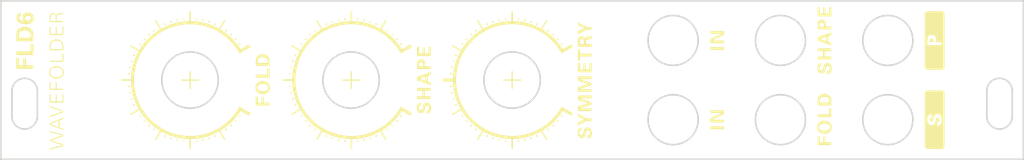
<source format=kicad_pcb>
(kicad_pcb (version 20211014) (generator pcbnew)
  (layers (0 "F.Cu" signal) (31 "B.Cu" signal) (34 "B.Paste" user) (35 "F.Paste" user) (36 "B.SilkS" user "B.Silkscreen") (37 "F.SilkS" user "F.Silkscreen") (38 "B.Mask" user) (39 "F.Mask" user) (44 "Edge.Cuts" user))
  (net 0 "")
  (gr_poly (pts (xy 150.53372 96.99253) (xy 149.263723 96.593917) (xy 149.263723 95.997761) (xy 151.00997 95.997761) (xy 151.00997 96.368154) (xy 149.510664 96.368154) (xy 151.00997 96.844373) (xy 151.00997 97.154798) (xy 149.510664 97.620435) (xy 151.00997 97.620435) (xy 151.00997 97.969662) (xy 149.263723 97.969662) (xy 149.263723 97.362923)) (layer "F.SilkS") (width 0) (fill solid))
  (gr_poly (pts (xy 179.701292 84.864801) (xy 179.701292 85.658501) (xy 180.117567 85.658501) (xy 180.117567 84.914186) (xy 180.403311 84.914186) (xy 180.403311 85.658501) (xy 180.876028 85.658501) (xy 180.876028 84.836582) (xy 181.165312 84.836582) (xy 181.165312 86.032423) (xy 179.419065 86.032423) (xy 179.415541 86.03595) (xy 179.415541 84.864801)) (layer "F.SilkS") (width 0) (fill solid))
  (gr_poly (pts (xy 119.063439 101.602146) (xy 119.064005 101.596598) (xy 119.064869 101.591015) (xy 119.066038 101.585404) (xy 119.067484 101.579845) (xy 119.069171 101.574416) (xy 119.071091 101.569123) (xy 119.073238 101.56397) (xy 119.075605 101.558965) (xy 119.078185 101.554114) (xy 119.080969 101.549421) (xy 119.083953 101.544893) (xy 119.087127 101.540535) (xy 119.090485 101.536354) (xy 119.094021 101.532354) (xy 119.097726 101.528543) (xy 119.101594 101.524926) (xy 119.105618 101.521508) (xy 119.109791 101.518296) (xy 119.114104 101.515294) (xy 119.118552 101.51251) (xy 119.123128 101.509949) (xy 119.127824 101.507616) (xy 119.132632 101.505518) (xy 119.137547 101.50366) (xy 119.14256 101.502048) (xy 119.147665 101.500688) (xy 119.152855 101.499586) (xy 119.158122 101.498747) (xy 119.16346 101.498178) (xy 119.168861 101.497883) (xy 119.174318 101.49787) (xy 119.179824 101.498144) (xy 119.185372 101.49871) (xy 119.190955 101.499574) (xy 119.196566 101.500743) (xy 119.202125 101.502189) (xy 119.207554 101.503875) (xy 119.212848 101.505796) (xy 119.218001 101.507943) (xy 119.223006 101.51031) (xy 119.227858 101.512889) (xy 119.232551 101.515673) (xy 119.237079 101.518656) (xy 119.241437 101.521831) (xy 119.245619 101.525189) (xy 119.249618 101.528724) (xy 119.25343 101.532429) (xy 119.257048 101.536297) (xy 119.260466 101.54032) (xy 119.263678 101.544492) (xy 119.26668 101.548806) (xy 119.269464 101.553254) (xy 119.272026 101.557829) (xy 119.274359 101.562524) (xy 119.276457 101.567333) (xy 119.278315 101.572247) (xy 119.279927 101.57726) (xy 119.281288 101.582365) (xy 119.28239 101.587554) (xy 119.283229 101.592821) (xy 119.283798 101.598158) (xy 119.284093 101.603559) (xy 119.284106 101.609016) (xy 119.283832 101.614521) (xy 119.283266 101.620069) (xy 119.282402 101.625652) (xy 119.281233 101.631263) (xy 119.279787 101.636822) (xy 119.278101 101.642251) (xy 119.27618 101.647544) (xy 119.274033 101.652697) (xy 119.271666 101.657701) (xy 119.269086 101.662553) (xy 119.266302 101.667246) (xy 119.263319 101.671774) (xy 119.260144 101.676132) (xy 119.256786 101.680313) (xy 119.25325 101.684312) (xy 119.249545 101.688124) (xy 119.245677 101.691741) (xy 119.241653 101.695159) (xy 119.237481 101.698371) (xy 119.233167 101.701373) (xy 119.228719 101.704157) (xy 119.224143 101.706718) (xy 119.219448 101.709051) (xy 119.214639 101.711149) (xy 119.209724 101.713007) (xy 119.204711 101.714619) (xy 119.199606 101.715979) (xy 119.194416 101.717081) (xy 119.189149 101.71792) (xy 119.183811 101.718489) (xy 119.178411 101.718784) (xy 119.172953 101.718797) (xy 119.167447 101.718523) (xy 119.161899 101.717957) (xy 119.156316 101.717093) (xy 119.150705 101.715924) (xy 119.145146 101.714478) (xy 119.139717 101.712791) (xy 119.134423 101.710871) (xy 119.12927 101.708724) (xy 119.124265 101.706357) (xy 119.119413 101.703778) (xy 119.11472 101.700993) (xy 119.110192 101.69801) (xy 119.105834 101.694836) (xy 119.101652 101.691478) (xy 119.097653 101.687943) (xy 119.093841 101.684238) (xy 119.090223 101.68037) (xy 119.086805 101.676346) (xy 119.083593 101.672174) (xy 119.080591 101.667861) (xy 119.077807 101.663413) (xy 119.075245 101.658838) (xy 119.072912 101.654143) (xy 119.070814 101.649334) (xy 119.068956 101.64442) (xy 119.067344 101.639407) (xy 119.065984 101.634302) (xy 119.064881 101.629113) (xy 119.064042 101.623846) (xy 119.063473 101.618509) (xy 119.063178 101.613108) (xy 119.063165 101.607651)) (layer "F.SilkS") (width 0) (fill solid))
  (gr_poly (pts (xy 179.377261 99.965728) (xy 179.378936 99.92857) (xy 179.381924 99.890275) (xy 179.386384 99.85106) (xy 179.392478 99.811143) (xy 179.400365 99.77074) (xy 179.410205 99.730068) (xy 179.422159 99.689344) (xy 179.436387 99.648786) (xy 179.453049 99.60861) (xy 179.472305 99.569034) (xy 179.494315 99.530274) (xy 179.51924 99.492547) (xy 179.54724 99.456071) (xy 179.578474 99.421063) (xy 179.595355 99.404177) (xy 179.613104 99.387739) (xy 179.653495 99.354433) (xy 179.695126 99.324511) (xy 179.737749 99.297804) (xy 179.781116 99.27414) (xy 179.82498 99.25335) (xy 179.869091 99.235262) (xy 179.913202 99.219705) (xy 179.957065 99.206511) (xy 180.000431 99.195507) (xy 180.043053 99.186523) (xy 180.084683 99.17939) (xy 180.125072 99.173936) (xy 180.163973 99.16999) (xy 180.201137 99.167384) (xy 180.269262 99.165503) (xy 180.317063 99.166409) (xy 180.365086 99.169113) (xy 180.413139 99.173595) (xy 180.461032 99.179833) (xy 180.508573 99.187808) (xy 180.555572 99.197499) (xy 180.601837 99.208884) (xy 180.647177 99.221943) (xy 180.6914 99.236657) (xy 180.734317 99.253002) (xy 180.775735 99.270961) (xy 180.815463 99.29051) (xy 180.853311 99.311631) (xy 180.889086 99.334302) (xy 180.922599 99.358502) (xy 180.953657 99.384211) (xy 180.973619 99.402651) (xy 180.992514 99.421567) (xy 181.01037 99.440917) (xy 181.027216 99.46066) (xy 181.05799 99.501158) (xy 181.085065 99.542731) (xy 181.108666 99.585047) (xy 181.129023 99.627778) (xy 181.146362 99.670591) (xy 181.16091 99.713155) (xy 181.172895 99.755142) (xy 181.182544 99.796218) (xy 181.190085 99.836055) (xy 181.195745 99.87432) (xy 181.199751 99.910684) (xy 181.202331 99.944816) (xy 181.204123 100.00506) (xy 181.20325 100.048035) (xy 181.200616 100.090906) (xy 181.196193 100.133571) (xy 181.189957 100.175926) (xy 181.181881 100.217868) (xy 181.171939 100.259292) (xy 181.160107 100.300097) (xy 181.146357 100.340178) (xy 181.130664 100.379432) (xy 181.113002 100.417757) (xy 181.093346 100.455047) (xy 181.071669 100.491201) (xy 181.047945 100.526115) (xy 181.02215 100.559685) (xy 180.994256 100.591809) (xy 180.964239 100.622382) (xy 180.944816 100.639759) (xy 180.924936 100.65619) (xy 180.883963 100.686319) (xy 180.841636 100.712975) (xy 180.798271 100.736366) (xy 180.754181 100.756698) (xy 180.709684 100.774177) (xy 180.665093 100.789011) (xy 180.620724 100.801405) (xy 180.576892 100.811568) (xy 180.533913 100.819705) (xy 180.492102 100.826022) (xy 180.451774 100.830728) (xy 180.413244 100.834028) (xy 180.376828 100.83613) (xy 180.311598 100.837563) (xy 180.301016 100.837256) (xy 180.301016 100.446004) (xy 180.332334 100.445662) (xy 180.364039 100.444592) (xy 180.396024 100.442726) (xy 180.428179 100.439996) (xy 180.460397 100.436337) (xy 180.492568 100.43168) (xy 180.524584 100.425959) (xy 180.556336 100.419107) (xy 180.587717 100.411055) (xy 180.618617 100.401738) (xy 180.648928 100.391087) (xy 180.678541 100.379036) (xy 180.707348 100.365517) (xy 180.735241 100.350464) (xy 180.76211 100.333809) (xy 180.787848 100.315485) (xy 180.787848 100.319012) (xy 180.80164 100.308665) (xy 180.81518 100.297413) (xy 180.828379 100.285179) (xy 180.841148 100.271887) (xy 180.847345 100.264819) (xy 180.853401 100.257457) (xy 180.859306 100.249791) (xy 180.86505 100.241813) (xy 180.87062 100.233511) (xy 180.876005 100.224877) (xy 180.881196 100.2159) (xy 180.886181 100.206572) (xy 180.890949 100.196881) (xy 180.895488 100.18682) (xy 180.899789 100.176377) (xy 180.90384 100.165543) (xy 180.907629 100.154309) (xy 180.911147 100.142665) (xy 180.914382 100.130601) (xy 180.917323 100.118107) (xy 180.919959 100.105174) (xy 180.92228 100.091793) (xy 180.924273 100.077952) (xy 180.925929 100.063644) (xy 180.927235 100.048857) (xy 180.928182 100.033583) (xy 180.928759 100.017811) (xy 180.928953 100.001533) (xy 180.928332 99.973627) (xy 180.926466 99.946787) (xy 180.92335 99.921) (xy 180.918977 99.896257) (xy 180.913344 99.872548) (xy 180.906445 99.849861) (xy 180.898275 99.828188) (xy 180.888828 99.807517) (xy 180.8781 99.787838) (xy 180.866085 99.769141) (xy 180.852778 99.751416) (xy 180.838174 99.734651) (xy 180.822268 99.718837) (xy 180.805054 99.703964) (xy 180.786528 99.690021) (xy 180.766684 99.676998) (xy 180.749585 99.66635) (xy 180.731268 99.655639) (xy 180.711586 99.644971) (xy 180.690395 99.634447) (xy 180.66755 99.62417) (xy 180.642907 99.614246) (xy 180.616321 99.604776) (xy 180.587647 99.595864) (xy 180.556741 99.587613) (xy 180.523458 99.580128) (xy 180.487653 99.57351) (xy 180.449182 99.567864) (xy 180.407899 99.563293) (xy 180.363661 99.559899) (xy 180.316322 99.557788) (xy 180.265738 99.557061) (xy 180.232432 99.557433) (xy 180.196397 99.558714) (xy 180.158212 99.561153) (xy 180.118456 99.564998) (xy 180.098169 99.567525) (xy 180.077707 99.570496) (xy 180.057141 99.573942) (xy 180.036544 99.577895) (xy 180.015988 99.582386) (xy 179.995545 99.587445) (xy 179.975289 99.593103) (xy 179.95529 99.599391) (xy 179.935467 99.606542) (xy 179.916342 99.614099) (xy 179.89791 99.622057) (xy 179.880168 99.630409) (xy 179.86311 99.639149) (xy 179.846733 99.648269) (xy 179.831031 99.657764) (xy 179.816 99.667628) (xy 179.801636 99.677853) (xy 179.787934 99.688433) (xy 179.774889 99.699362) (xy 179.762498 99.710633) (xy 179.750755 99.722241) (xy 179.739655 99.734177) (xy 179.729196 99.746437) (xy 179.719371 99.759013) (xy 179.710177 99.7719) (xy 179.701608 99.785089) (xy 179.693661 99.798576) (xy 179.686331 99.812354) (xy 179.679613 99.826416) (xy 179.673503 99.840755) (xy 179.667997 99.855366) (xy 179.663089 99.870241) (xy 179.658775 99.885376) (xy 179.655052 99.900761) (xy 179.649356 99.932263) (xy 179.645965 99.964695) (xy 179.644842 99.998005) (xy 179.645499 100.024088) (xy 179.647447 100.049416) (xy 179.650656 100.07398) (xy 179.655096 100.097769) (xy 179.660734 100.120772) (xy 179.66754 100.142979) (xy 179.675483 100.164381) (xy 179.684532 100.184965) (xy 179.694656 100.204723) (xy 179.705824 100.223644) (xy 179.718004 100.241718) (xy 179.731166 100.258934) (xy 179.745279 100.275281) (xy 179.760312 100.290751) (xy 179.776234 100.305331) (xy 179.793013 100.319012) (xy 179.816313 100.336716) (xy 179.841174 100.352827) (xy 179.867504 100.367409) (xy 179.895207 100.380524) (xy 179.924193 100.392233) (xy 179.954367 100.402599) (xy 179.985637 100.411683) (xy 180.017909 100.419548) (xy 180.051091 100.426255) (xy 180.085089 100.431866) (xy 180.119811 100.436445) (xy 180.155163 100.440051) (xy 180.191053 100.442749) (xy 180.227387 100.444599) (xy 180.264072 100.445663) (xy 180.301016 100.446004) (xy 180.301016 100.837256) (xy 180.224359 100.835033) (xy 180.137731 100.827242) (xy 180.052404 100.813891) (xy 179.969072 100.794681) (xy 179.888428 100.769311) (xy 179.84933 100.754223) (xy 179.811163 100.737482) (xy 179.774015 100.719052) (xy 179.73797 100.698895) (xy 179.703118 100.676972) (xy 179.669542 100.653248) (xy 179.637331 100.627684) (xy 179.606571 100.600244) (xy 179.577349 100.570888) (xy 179.54975 100.539581) (xy 179.523861 100.506284) (xy 179.49977 100.470961) (xy 179.477563 100.433573) (xy 179.457325 100.394083) (xy 179.439144 100.352454) (xy 179.423107 100.308648) (xy 179.409299 100.262629) (xy 179.397808 100.214357) (xy 179.388719 100.163796) (xy 179.382121 100.110909) (xy 179.378098 100.055658) (xy 179.376769 99.999354)) (layer "F.SilkS") (width 0) (fill solid))
  (gr_poly (pts (xy 116.131545 87.808614) (xy 116.131998 87.803273) (xy 116.132701 87.797962) (xy 116.133652 87.792694) (xy 116.134849 87.787476) (xy 116.136292 87.782321) (xy 116.137979 87.777238) (xy 116.139909 87.772238) (xy 116.14208 87.767331) (xy 116.144492 87.762527) (xy 116.147143 87.757836) (xy 116.150031 87.75327) (xy 116.153156 87.748838) (xy 116.156516 87.744551) (xy 116.16011 87.740419) (xy 116.163936 87.736452) (xy 116.167994 87.732661) (xy 116.172282 87.729056) (xy 116.176798 87.725647) (xy 116.181488 87.722474) (xy 116.186293 87.719569) (xy 116.1912 87.716929) (xy 116.196201 87.714555) (xy 116.201284 87.712444) (xy 116.20644 87.710595) (xy 116.211657 87.709007) (xy 116.216927 87.707679) (xy 116.222237 87.706609) (xy 116.227579 87.705796) (xy 116.232941 87.705239) (xy 116.238314 87.704937) (xy 116.243686 87.704888) (xy 116.249049 87.70509) (xy 116.25439 87.705543) (xy 116.259701 87.706246) (xy 116.26497 87.707196) (xy 116.270188 87.708394) (xy 116.275343 87.709836) (xy 116.280426 87.711523) (xy 116.285427 87.713453) (xy 116.290334 87.715624) (xy 116.295138 87.718036) (xy 116.299829 87.720687) (xy 116.304395 87.723575) (xy 116.308827 87.726699) (xy 116.313114 87.730059) (xy 116.317246 87.733653) (xy 116.321213 87.737479) (xy 116.325004 87.741536) (xy 116.328609 87.745824) (xy 116.332018 87.750339) (xy 116.335191 87.75503) (xy 116.338097 87.759834) (xy 116.340737 87.764741) (xy 116.343111 87.769741) (xy 116.345223 87.774824) (xy 116.347072 87.77998) (xy 116.34866 87.785197) (xy 116.349988 87.790466) (xy 116.351058 87.795777) (xy 116.351871 87.801118) (xy 116.352428 87.80648) (xy 116.352731 87.811852) (xy 116.35278 87.817224) (xy 116.352578 87.822586) (xy 116.352124 87.827928) (xy 116.351422 87.833238) (xy 116.350471 87.838507) (xy 116.349274 87.843724) (xy 116.347831 87.848879) (xy 116.346144 87.853962) (xy 116.344214 87.858962) (xy 116.342043 87.86387) (xy 116.339631 87.868673) (xy 116.336981 87.873364) (xy 116.334092 87.87793) (xy 116.330967 87.882362) (xy 116.327607 87.886649) (xy 116.324013 87.890781) (xy 116.320187 87.894747) (xy 116.316129 87.898538) (xy 116.311842 87.902143) (xy 116.307325 87.905552) (xy 116.302635 87.908725) (xy 116.297831 87.91163) (xy 116.292923 87.91427) (xy 116.287923 87.916644) (xy 116.282839 87.918755) (xy 116.277684 87.920604) (xy 116.272466 87.922192) (xy 116.267197 87.92352) (xy 116.261886 87.92459) (xy 116.256544 87.925403) (xy 116.251182 87.92596) (xy 116.245809 87.926262) (xy 116.240437 87.926311) (xy 116.235074 87.926109) (xy 116.229733 87.925656) (xy 116.224422 87.924953) (xy 116.219153 87.924002) (xy 116.213935 87.922805) (xy 116.208779 87.921362) (xy 116.203696 87.919676) (xy 116.198695 87.917746) (xy 116.193788 87.915575) (xy 116.188984 87.913163) (xy 116.184293 87.910512) (xy 116.179726 87.907624) (xy 116.175294 87.9045) (xy 116.171007 87.90114) (xy 116.166874 87.897546) (xy 116.162907 87.89372) (xy 116.159116 87.889663) (xy 116.155511 87.885375) (xy 116.152102 87.880859) (xy 116.148929 87.876169) (xy 116.146023 87.871365) (xy 116.143384 87.866458) (xy 116.141009 87.861458) (xy 116.138898 87.856375) (xy 116.13705 87.85122) (xy 116.135462 87.846003) (xy 116.134134 87.840734) (xy 116.133064 87.835424) (xy 116.132251 87.830082) (xy 116.131694 87.82472) (xy 116.131392 87.819348) (xy 116.131342 87.813976)) (layer "F.SilkS") (width 0) (fill solid))
  (gr_poly (pts (xy 133.549834 91.664476) (xy 133.550231 91.659097) (xy 133.5509 91.65372) (xy 133.551844 91.648356) (xy 133.553069 91.643014) (xy 133.554579 91.637704) (xy 133.556365 91.632486) (xy 133.558411 91.627417) (xy 133.560705 91.622502) (xy 133.56324 91.617745) (xy 133.566004 91.61315) (xy 133.568989 91.608723) (xy 133.572184 91.604468) (xy 133.57558 91.600389) (xy 133.579168 91.596491) (xy 133.582936 91.592779) (xy 133.586877 91.589256) (xy 133.59098 91.585928) (xy 133.595235 91.582798) (xy 133.599633 91.579873) (xy 133.604164 91.577155) (xy 133.608819 91.574649) (xy 133.613587 91.572361) (xy 133.618459 91.570294) (xy 133.623425 91.568453) (xy 133.628476 91.566843) (xy 133.633602 91.565468) (xy 133.638794 91.564333) (xy 133.644041 91.563442) (xy 133.649333 91.562799) (xy 133.654662 91.56241) (xy 133.660018 91.562278) (xy 133.66539 91.562408) (xy 133.670769 91.562806) (xy 133.676146 91.563474) (xy 133.68151 91.564419) (xy 133.686853 91.565643) (xy 133.692163 91.567153) (xy 133.697382 91.568939) (xy 133.702451 91.570985) (xy 133.707367 91.573279) (xy 133.712124 91.575813) (xy 133.716718 91.578577) (xy 133.721145 91.581562) (xy 133.725401 91.584757) (xy 133.72948 91.588153) (xy 133.733378 91.59174) (xy 133.73709 91.595508) (xy 133.740613 91.599449) (xy 133.743942 91.603551) (xy 133.747071 91.607806) (xy 133.749997 91.612204) (xy 133.752715 91.616735) (xy 133.75522 91.621389) (xy 133.757509 91.626157) (xy 133.759576 91.631029) (xy 133.761417 91.635995) (xy 133.763027 91.641045) (xy 133.764402 91.646171) (xy 133.765537 91.651362) (xy 133.766429 91.656608) (xy 133.767071 91.661901) (xy 133.767461 91.667229) (xy 133.767592 91.672584) (xy 133.767462 91.677956) (xy 133.767064 91.683335) (xy 133.766395 91.688711) (xy 133.765451 91.694075) (xy 133.764226 91.699417) (xy 133.762716 91.704727) (xy 133.76093 91.709945) (xy 133.758884 91.715015) (xy 133.75659 91.71993) (xy 133.754055 91.724687) (xy 133.751291 91.729281) (xy 133.748306 91.733708) (xy 133.745111 91.737963) (xy 133.741715 91.742042) (xy 133.738128 91.74594) (xy 133.734359 91.749653) (xy 133.730418 91.753176) (xy 133.726315 91.756504) (xy 133.72206 91.759633) (xy 133.717662 91.762559) (xy 133.713131 91.765277) (xy 133.708477 91.767783) (xy 133.703708 91.770071) (xy 133.698836 91.772138) (xy 133.69387 91.773979) (xy 133.688819 91.775589) (xy 133.683693 91.776964) (xy 133.678502 91.778099) (xy 133.673255 91.778991) (xy 133.667962 91.779633) (xy 133.662633 91.780022) (xy 133.657278 91.780154) (xy 133.651906 91.780024) (xy 133.646526 91.779626) (xy 133.64115 91.778958) (xy 133.635785 91.778013) (xy 133.630442 91.776789) (xy 133.625132 91.775279) (xy 133.619913 91.773493) (xy 133.614844 91.771447) (xy 133.609929 91.769153) (xy 133.605171 91.766619) (xy 133.600577 91.763854) (xy 133.59615 91.76087) (xy 133.591895 91.757675) (xy 133.587816 91.754279) (xy 133.583918 91.750692) (xy 133.580205 91.746923) (xy 133.576682 91.742983) (xy 133.573354 91.73888) (xy 133.570224 91.734625) (xy 133.567298 91.730228) (xy 133.56458 91.725697) (xy 133.562075 91.721043) (xy 133.559786 91.716275) (xy 133.557719 91.711403) (xy 133.555879 91.706437) (xy 133.554268 91.701386) (xy 133.552893 91.696261) (xy 133.551758 91.69107) (xy 133.550867 91.685823) (xy 133.550224 91.680531) (xy 133.549835 91.675202) (xy 133.549703 91.669847)) (layer "F.SilkS") (width 0) (fill solid))
  (gr_poly (pts (xy 137.750375 101.100898) (xy 137.750877 101.095516) (xy 137.75165 101.090125) (xy 137.752696 101.084733) (xy 137.754018 101.079349) (xy 137.75562 101.07398) (xy 137.757505 101.068637) (xy 137.759676 101.063326) (xy 137.762104 101.058129) (xy 137.76475 101.05312) (xy 137.767607 101.048304) (xy 137.770666 101.043684) (xy 137.77392 101.039262) (xy 137.777358 101.035043) (xy 137.780973 101.031029) (xy 137.784757 101.027224) (xy 137.788702 101.023631) (xy 137.792798 101.020253) (xy 137.797037 101.017093) (xy 137.801411 101.014154) (xy 137.805912 101.011441) (xy 137.810531 101.008955) (xy 137.81526 101.006701) (xy 137.820091 101.004681) (xy 137.825014 101.002899) (xy 137.830022 101.001357) (xy 137.835107 101.00006) (xy 137.840259 100.999011) (xy 137.84547 100.998212) (xy 137.850733 100.997666) (xy 137.856038 100.997378) (xy 137.861377 100.99735) (xy 137.866743 100.997586) (xy 137.872125 100.998088) (xy 137.877517 100.998861) (xy 137.88291 100.999906) (xy 137.888294 101.001228) (xy 137.893663 101.00283) (xy 137.899007 101.004715) (xy 137.904318 101.006886) (xy 137.909516 101.009313) (xy 137.914525 101.011959) (xy 137.919341 101.014816) (xy 137.923961 101.017875) (xy 137.928383 101.021127) (xy 137.932603 101.024566) (xy 137.936617 101.028181) (xy 137.940422 101.031964) (xy 137.944016 101.035908) (xy 137.947394 101.040004) (xy 137.950554 101.044243) (xy 137.953493 101.048617) (xy 137.956207 101.053117) (xy 137.958693 101.057736) (xy 137.960947 101.062465) (xy 137.962967 101.067295) (xy 137.96475 101.072218) (xy 137.966291 101.077226) (xy 137.967588 101.08231) (xy 137.968638 101.087461) (xy 137.969437 101.092672) (xy 137.969983 101.097934) (xy 137.970271 101.103239) (xy 137.970299 101.108578) (xy 137.970063 101.113943) (xy 137.96956 101.119325) (xy 137.968788 101.124717) (xy 137.967742 101.130109) (xy 137.966419 101.135493) (xy 137.964817 101.140861) (xy 137.962932 101.146205) (xy 137.96076 101.151515) (xy 137.958333 101.156713) (xy 137.955686 101.161722) (xy 137.952829 101.166538) (xy 137.94977 101.171158) (xy 137.946517 101.175579) (xy 137.943079 101.179799) (xy 137.939463 101.183812) (xy 137.935679 101.187618) (xy 137.931735 101.191211) (xy 137.92764 101.194589) (xy 137.9234 101.197749) (xy 137.919026 101.200687) (xy 137.914525 101.203401) (xy 137.909906 101.205887) (xy 137.905177 101.208141) (xy 137.900347 101.210161) (xy 137.895424 101.211943) (xy 137.890416 101.213484) (xy 137.885332 101.214781) (xy 137.88018 101.215831) (xy 137.874969 101.21663) (xy 137.869706 101.217175) (xy 137.864401 101.217464) (xy 137.859062 101.217491) (xy 137.853697 101.217256) (xy 137.848314 101.216753) (xy 137.842923 101.215981) (xy 137.83753 101.214935) (xy 137.832146 101.213613) (xy 137.826777 101.212012) (xy 137.821433 101.210127) (xy 137.816122 101.207956) (xy 137.810924 101.205529) (xy 137.805915 101.202883) (xy 137.801098 101.200026) (xy 137.796478 101.196967) (xy 137.792056 101.193714) (xy 137.787836 101.190276) (xy 137.783822 101.186661) (xy 137.780016 101.182877) (xy 137.776423 101.178934) (xy 137.773044 101.174838) (xy 137.769884 101.170599) (xy 137.766945 101.166225) (xy 137.764231 101.161724) (xy 137.761745 101.157105) (xy 137.759491 101.152377) (xy 137.757471 101.147547) (xy 137.755688 101.142624) (xy 137.754147 101.137616) (xy 137.75285 101.132532) (xy 137.7518 101.12738) (xy 137.751001 101.122169) (xy 137.750455 101.116907) (xy 137.750167 101.111602) (xy 137.750139 101.106263)) (layer "F.SilkS") (width 0) (fill solid))
  (gr_poly (pts (xy 119.063178 86.502102) (xy 119.063473 86.496701) (xy 119.064042 86.491364) (xy 119.064881 86.486097) (xy 119.065984 86.480908) (xy 119.067344 86.475803) (xy 119.068956 86.47079) (xy 119.070814 86.465876) (xy 119.072912 86.461068) (xy 119.075245 86.456372) (xy 119.077807 86.451797) (xy 119.080591 86.447349) (xy 119.083593 86.443036) (xy 119.086805 86.438864) (xy 119.090223 86.43484) (xy 119.093841 86.430972) (xy 119.097653 86.427267) (xy 119.101652 86.423732) (xy 119.105834 86.420374) (xy 119.110192 86.4172) (xy 119.11472 86.414217) (xy 119.119413 86.411432) (xy 119.124265 86.408853) (xy 119.12927 86.406486) (xy 119.134423 86.404339) (xy 119.139717 86.402419) (xy 119.145146 86.400732) (xy 119.150705 86.399286) (xy 119.156316 86.398118) (xy 119.1619 86.397253) (xy 119.167448 86.396687) (xy 119.172955 86.396414) (xy 119.178412 86.396427) (xy 119.183813 86.396721) (xy 119.189151 86.397291) (xy 119.194418 86.39813) (xy 119.199608 86.399232) (xy 119.204713 86.400592) (xy 119.209726 86.402204) (xy 119.214641 86.404062) (xy 119.219449 86.40616) (xy 119.224145 86.408493) (xy 119.22872 86.411054) (xy 119.233168 86.413839) (xy 119.237482 86.41684) (xy 119.241654 86.420052) (xy 119.245678 86.42347) (xy 119.249546 86.427088) (xy 119.253251 86.430899) (xy 119.256786 86.434898) (xy 119.260145 86.439079) (xy 119.263319 86.443437) (xy 119.266302 86.447965) (xy 119.269087 86.452658) (xy 119.271666 86.457509) (xy 119.274033 86.462514) (xy 119.27618 86.467666) (xy 119.278101 86.47296) (xy 119.279787 86.478389) (xy 119.281233 86.483948) (xy 119.282402 86.489558) (xy 119.283266 86.495141) (xy 119.283832 86.500689) (xy 119.284106 86.506195) (xy 119.284093 86.511652) (xy 119.283798 86.517052) (xy 119.283229 86.52239) (xy 119.28239 86.527657) (xy 119.281288 86.532846) (xy 119.279927 86.537951) (xy 119.278315 86.542964) (xy 119.276457 86.547878) (xy 119.274359 86.552686) (xy 119.272026 86.557382) (xy 119.269464 86.561957) (xy 119.26668 86.566405) (xy 119.263678 86.570718) (xy 119.260466 86.57489) (xy 119.257048 86.578914) (xy 119.25343 86.582781) (xy 119.249618 86.586487) (xy 119.245619 86.590022) (xy 119.241437 86.59338) (xy 119.237079 86.596554) (xy 119.232551 86.599537) (xy 119.227858 86.602322) (xy 119.223006 86.604901) (xy 119.218001 86.607268) (xy 119.212848 86.609415) (xy 119.207554 86.611335) (xy 119.202125 86.613022) (xy 119.196566 86.614468) (xy 119.190955 86.615636) (xy 119.185371 86.616501) (xy 119.179823 86.617067) (xy 119.174317 86.61734) (xy 119.168859 86.617327) (xy 119.163458 86.617033) (xy 119.158121 86.616463) (xy 119.152853 86.615624) (xy 119.147663 86.614522) (xy 119.142558 86.613162) (xy 119.137545 86.61155) (xy 119.13263 86.609692) (xy 119.127822 86.607594) (xy 119.123126 86.605261) (xy 119.118551 86.602699) (xy 119.114103 86.599915) (xy 119.109789 86.596914) (xy 119.105617 86.593702) (xy 119.101593 86.590284) (xy 119.097725 86.586666) (xy 119.09402 86.582855) (xy 119.090485 86.578856) (xy 119.087126 86.574675) (xy 119.083952 86.570317) (xy 119.080969 86.565789) (xy 119.078184 86.561096) (xy 119.075605 86.556244) (xy 119.073238 86.55124) (xy 119.071091 86.546088) (xy 119.069171 86.540794) (xy 119.067484 86.535365) (xy 119.066038 86.529806) (xy 119.064869 86.524196) (xy 119.064005 86.518613) (xy 119.063439 86.513065) (xy 119.063165 86.507559)) (layer "F.SilkS") (width 0) (fill solid))
  (gr_poly (pts (xy 142.494607 101.600031) (xy 142.494901 101.59463) (xy 142.495471 101.589293) (xy 142.49631 101.584026) (xy 142.497412 101.578837) (xy 142.498772 101.573732) (xy 142.500385 101.568719) (xy 142.502243 101.563805) (xy 142.504341 101.558997) (xy 142.506674 101.554301) (xy 142.509236 101.549726) (xy 142.51202 101.545278) (xy 142.515022 101.540965) (xy 142.518234 101.536793) (xy 142.521652 101.532769) (xy 142.52527 101.528901) (xy 142.529082 101.525196) (xy 142.533081 101.521661) (xy 142.537263 101.518303) (xy 142.541621 101.515129) (xy 142.546149 101.512146) (xy 142.550843 101.509361) (xy 142.555695 101.506782) (xy 142.5607 101.504415) (xy 142.565853 101.502268) (xy 142.571147 101.500348) (xy 142.576577 101.498661) (xy 142.582136 101.497216) (xy 142.587747 101.496047) (xy 142.593329 101.495182) (xy 142.598877 101.494616) (xy 142.604383 101.494342) (xy 142.60984 101.494356) (xy 142.615241 101.49465) (xy 142.620578 101.495219) (xy 142.625845 101.496058) (xy 142.631035 101.49716) (xy 142.63614 101.49852) (xy 142.641153 101.500132) (xy 142.646068 101.50199) (xy 142.650876 101.504088) (xy 142.655572 101.506421) (xy 142.660147 101.508982) (xy 142.664596 101.511767) (xy 142.66891 101.514768) (xy 142.673082 101.51798) (xy 142.677106 101.521398) (xy 142.680974 101.525016) (xy 142.684679 101.528827) (xy 142.688215 101.532826) (xy 142.691573 101.537007) (xy 142.694747 101.541365) (xy 142.69773 101.545893) (xy 142.700515 101.550586) (xy 142.703094 101.555438) (xy 142.705461 101.560443) (xy 142.707608 101.565595) (xy 142.709528 101.570888) (xy 142.711215 101.576318) (xy 142.71266 101.581877) (xy 142.713828 101.587487) (xy 142.714693 101.59307) (xy 142.715258 101.598618) (xy 142.715532 101.604124) (xy 142.715518 101.60958) (xy 142.715224 101.614981) (xy 142.714654 101.620318) (xy 142.713815 101.625585) (xy 142.712713 101.630775) (xy 142.711353 101.635879) (xy 142.70974 101.640892) (xy 142.707882 101.645807) (xy 142.705784 101.650615) (xy 142.703451 101.65531) (xy 142.700889 101.659885) (xy 142.698105 101.664333) (xy 142.695103 101.668647) (xy 142.691891 101.672819) (xy 142.688473 101.676842) (xy 142.684855 101.68071) (xy 142.681043 101.684415) (xy 142.677044 101.68795) (xy 142.672862 101.691309) (xy 142.668504 101.694483) (xy 142.663976 101.697466) (xy 142.659283 101.70025) (xy 142.65443 101.70283) (xy 142.649425 101.705196) (xy 142.644272 101.707343) (xy 142.638978 101.709264) (xy 142.633548 101.71095) (xy 142.627989 101.712396) (xy 142.622378 101.713565) (xy 142.616796 101.71443) (xy 142.611248 101.714996) (xy 142.605742 101.715269) (xy 142.600285 101.715256) (xy 142.594884 101.714962) (xy 142.589547 101.714392) (xy 142.58428 101.713554) (xy 142.57909 101.712452) (xy 142.573985 101.711092) (xy 142.568972 101.70948) (xy 142.564057 101.707622) (xy 142.559249 101.705523) (xy 142.554553 101.703191) (xy 142.549978 101.700629) (xy 142.545529 101.697845) (xy 142.541216 101.694844) (xy 142.537043 101.691631) (xy 142.533019 101.688214) (xy 142.529151 101.684596) (xy 142.525446 101.680785) (xy 142.521911 101.676786) (xy 142.518552 101.672604) (xy 142.515378 101.668247) (xy 142.512395 101.663718) (xy 142.50961 101.659026) (xy 142.507031 101.654174) (xy 142.504664 101.649169) (xy 142.502517 101.644017) (xy 142.500597 101.638723) (xy 142.498911 101.633294) (xy 142.497465 101.627735) (xy 142.496297 101.622124) (xy 142.495432 101.616542) (xy 142.494867 101.610994) (xy 142.494593 101.605488)) (layer "F.SilkS") (width 0) (fill solid))
  (gr_poly (pts (xy 192.888595 95.730786) (xy 192.890115 95.711012) (xy 192.892617 95.691535) (xy 192.896075 95.672377) (xy 192.900464 95.653563) (xy 192.905756 95.635117) (xy 192.911927 95.617061) (xy 192.918951 95.599422) (xy 192.926802 95.582221) (xy 192.935453 95.565484) (xy 192.94488 95.549233) (xy 192.955056 95.533494) (xy 192.965956 95.518289) (xy 192.977553 95.503643) (xy 192.989822 95.489579) (xy 193.002737 95.476122) (xy 193.016272 95.463296) (xy 193.030402 95.451124) (xy 193.045099 95.43963) (xy 193.06034 95.428838) (xy 193.076097 95.418772) (xy 193.092345 95.409456) (xy 193.109059 95.400914) (xy 193.126211 95.39317) (xy 193.143777 95.386247) (xy 193.161731 95.38017) (xy 193.180046 95.374962) (xy 193.198697 95.370647) (xy 193.217658 95.36725) (xy 193.236904 95.364793) (xy 193.256408 95.363302) (xy 193.276144 95.3628) (xy 195.001227 95.3628) (xy 195.021273 95.363312) (xy 195.041047 95.364832) (xy 195.060526 95.367334) (xy 195.079685 95.370792) (xy 195.0985 95.37518) (xy 195.116948 95.380472) (xy 195.135004 95.386643) (xy 195.152645 95.393666) (xy 195.169847 95.401516) (xy 195.186585 95.410167) (xy 195.202837 95.419593) (xy 195.218577 95.429768) (xy 195.233783 95.440667) (xy 195.24843 95.452263) (xy 195.262494 95.464531) (xy 195.275951 95.477445) (xy 195.288779 95.490979) (xy 195.300951 95.505108) (xy 195.312446 95.519805) (xy 195.323239 95.535044) (xy 195.333305 95.5508) (xy 195.342621 95.567047) (xy 195.351164 95.583759) (xy 195.358909 95.60091) (xy 195.365832 95.618474) (xy 195.37191 95.636426) (xy 195.377118 95.65474) (xy 195.381433 95.67339) (xy 195.38483 95.69235) (xy 195.387287 95.711594) (xy 195.388778 95.731096) (xy 195.38928 95.750831) (xy 195.38928 102.364994) (xy 195.388768 102.385039) (xy 195.387248 102.404812) (xy 195.384746 102.424289) (xy 195.381288 102.443447) (xy 195.376899 102.462261) (xy 195.371607 102.480708) (xy 195.365436 102.498763) (xy 195.358412 102.516403) (xy 195.350561 102.533603) (xy 195.34191 102.550341) (xy 195.332483 102.566591) (xy 195.322307 102.582331) (xy 195.311408 102.597536) (xy 195.29981 102.612182) (xy 195.287542 102.626245) (xy 195.274627 102.639702) (xy 195.261092 102.652528) (xy 195.246963 102.6647) (xy 195.232265 102.676194) (xy 195.217025 102.686986) (xy 195.201268 102.697052) (xy 195.18502 102.706368) (xy 195.168307 102.71491) (xy 195.151155 102.722654) (xy 195.133589 102.729577) (xy 195.115636 102.735655) (xy 195.097321 102.740862) (xy 195.078671 102.745177) (xy 195.05971 102.748574) (xy 195.040465 102.751031) (xy 195.020962 102.752522) (xy 195.001227 102.753024) (xy 194.440298 102.753024) (xy 194.440298 99.779297) (xy 194.514685 99.776672) (xy 194.558524 99.772918) (xy 194.605443 99.766234) (xy 194.654429 99.755643) (xy 194.704469 99.74017) (xy 194.729568 99.730297) (xy 194.754551 99.718837) (xy 194.77929 99.705667) (xy 194.80366 99.690667) (xy 194.827535 99.673713) (xy 194.850786 99.654684) (xy 194.873288 99.633458) (xy 194.894914 99.609912) (xy 194.915538 99.583925) (xy 194.935033 99.555374) (xy 194.953271 99.524137) (xy 194.970128 99.490093) (xy 194.985475 99.453118) (xy 194.999187 99.413092) (xy 195.011137 99.369891) (xy 195.021198 99.323395) (xy 195.029244 99.27348) (xy 195.035147 99.220025) (xy 195.038782 99.162908) (xy 195.040022 99.102006) (xy 195.043547 99.102007) (xy 195.042809 99.057352) (xy 195.040618 99.014007) (xy 195.03701 98.971978) (xy 195.03202 98.931272) (xy 195.025684 98.891897) (xy 195.018038 98.85386) (xy 195.009116 98.817167) (xy 194.998955 98.781826) (xy 194.98759 98.747845) (xy 194.975056 98.715229) (xy 194.961389 98.683987) (xy 194.946625 98.654125) (xy 194.930799 98.62565) (xy 194.913946 98.59857) (xy 194.896103 98.572892) (xy 194.877304 98.548622) (xy 194.857585 98.525768) (xy 194.836982 98.504337) (xy 194.815531 98.484336) (xy 194.793265 98.465773) (xy 194.770222 98.448653) (xy 194.746437 98.432985) (xy 194.721945 98.418776) (xy 194.696782 98.406032) (xy 194.670983 98.39476) (xy 194.644584 98.384969) (xy 194.617621 98.376664) (xy 194.590128 98.369854) (xy 194.562142 98.364544) (xy 194.533697 98.360743) (xy 194.50483 98.358457) (xy 194.475576 98.357693) (xy 194.444574 98.358553) (xy 194.415034 98.361095) (xy 194.386912 98.365268) (xy 194.360161 98.371018) (xy 194.334735 98.378292) (xy 194.310589 98.387038) (xy 194.287677 98.397203) (xy 194.265953 98.408733) (xy 194.24537 98.421575) (xy 194.225884 98.435677) (xy 194.207448 98.450985) (xy 194.190017 98.467447) (xy 194.173544 98.48501) (xy 194.157984 98.50362) (xy 194.143291 98.523225) (xy 194.129418 98.543772) (xy 194.103953 98.587479) (xy 194.081222 98.634317) (xy 194.060858 98.683863) (xy 194.042493 98.735693) (xy 194.025761 98.789383) (xy 194.010296 98.84451) (xy 193.981695 98.957377) (xy 193.959206 99.046669) (xy 193.948581 99.08685) (xy 193.938038 99.124054) (xy 193.927331 99.158283) (xy 193.91621 99.189535) (xy 193.910417 99.204044) (xy 193.904427 99.21781) (xy 193.89821 99.230832) (xy 193.891735 99.243109) (xy 193.884971 99.254643) (xy 193.877886 99.265432) (xy 193.870449 99.275477) (xy 193.862631 99.284779) (xy 193.854399 99.293336) (xy 193.845722 99.301149) (xy 193.836571 99.308217) (xy 193.826912 99.314542) (xy 193.816717 99.320123) (xy 193.805953 99.324959) (xy 193.79459 99.329052) (xy 193.782596 99.3324) (xy 193.769941 99.335005) (xy 193.756594 99.336865) (xy 193.742523 99.337981) (xy 193.727697 99.338353) (xy 193.714603 99.338014) (xy 193.701787 99.337004) (xy 193.689257 99.335333) (xy 193.677024 99.333014) (xy 193.665095 99.330056) (xy 193.653481 99.326471) (xy 193.642189 99.32227) (xy 193.63123 99.317463) (xy 193.620611 99.312063) (xy 193.610343 99.306079) (xy 193.600434 99.299523) (xy 193.590894 99.292405) (xy 193.58173 99.284738) (xy 193.572953 99.276531) (xy 193.564571 99.267795) (xy 193.556594 99.258542) (xy 193.54903 99.248783) (xy 193.541889 99.238528) (xy 193.535179 99.227789) (xy 193.528909 99.216577) (xy 193.52309 99.204902) (xy 193.517728 99.192775) (xy 193.512835 99.180208) (xy 193.508418 99.167212) (xy 193.504487 99.153797) (xy 193.501051 99.139974) (xy 193.495699 99.11115) (xy 193.492435 99.080827) (xy 193.491331 99.049094) (xy 193.49192 99.025638) (xy 193.493644 99.003527) (xy 193.496438 98.98272) (xy 193.50024 98.963178) (xy 193.504985 98.944861) (xy 193.510609 98.927729) (xy 193.517048 98.911741) (xy 193.524238 98.896858) (xy 193.532115 98.883039) (xy 193.540616 98.870244) (xy 193.549677 98.858434) (xy 193.559232 98.847568) (xy 193.569219 98.837607) (xy 193.579574 98.82851) (xy 193.590233 98.820237) (xy 193.601131 98.812748) (xy 193.612204 98.806003) (xy 193.62339 98.799962) (xy 193.634623 98.794585) (xy 193.64584 98.789832) (xy 193.66797 98.782038) (xy 193.689268 98.77626) (xy 193.709223 98.772176) (xy 193.727323 98.769466) (xy 193.755911 98.76689) (xy 193.755911 98.407079) (xy 193.729955 98.407272) (xy 193.697755 98.408622) (xy 193.679638 98.410093) (xy 193.660347 98.412287) (xy 193.640013 98.41535) (xy 193.618764 98.419425) (xy 193.59673 98.424658) (xy 193.574039 98.431193) (xy 193.550821 98.439175) (xy 193.527205 98.448748) (xy 193.503321 98.460058) (xy 193.479298 98.473248) (xy 193.455264 98.488464) (xy 193.431349 98.50585) (xy 193.416485 98.518331) (xy 193.40231 98.531286) (xy 193.375968 98.558529) (xy 193.35221 98.587406) (xy 193.330922 98.61774) (xy 193.31199 98.649355) (xy 193.295301 98.682076) (xy 193.28074 98.715727) (xy 193.268195 98.750133) (xy 193.257552 98.785118) (xy 193.248696 98.820505) (xy 193.241515 98.85612) (xy 193.235894 98.891786) (xy 193.23172 98.927329) (xy 193.22888 98.962572) (xy 193.227259 98.997339) (xy 193.226744 99.031456) (xy 193.227431 99.076269) (xy 193.229472 99.119443) (xy 193.232837 99.160992) (xy 193.237493 99.20093) (xy 193.24341 99.239271) (xy 193.250557 99.27603) (xy 193.258903 99.31122) (xy 193.268416 99.344857) (xy 193.279067 99.376953) (xy 193.290823 99.407524) (xy 193.303655 99.436584) (xy 193.31753 99.464146) (xy 193.332418 99.490225) (xy 193.348288 99.514836) (xy 193.365109 99.537991) (xy 193.38285 99.559707) (xy 193.401479 99.579996) (xy 193.420966 99.598873) (xy 193.441281 99.616353) (xy 193.46239 99.632449) (xy 193.484265 99.647175) (xy 193.506873 99.660547) (xy 193.530185 99.672577) (xy 193.554167 99.683281) (xy 193.578791 99.692673) (xy 193.604025 99.700766) (xy 193.629837 99.707575) (xy 193.656196 99.713114) (xy 193.683073 99.717397) (xy 193.710435 99.72044) (xy 193.738252 99.722254) (xy 193.766493 99.722856) (xy 193.794413 99.722196) (xy 193.821308 99.720219) (xy 193.847206 99.716932) (xy 193.872138 99.712342) (xy 193.896132 99.706455) (xy 193.919217 99.699278) (xy 193.941423 99.690816) (xy 193.962778 99.681077) (xy 193.983311 99.670066) (xy 194.003051 99.657791) (xy 194.022028 99.644258) (xy 194.040271 99.629472) (xy 194.057808 99.613442) (xy 194.074669 99.596172) (xy 194.106479 99.557943) (xy 194.135932 99.514836) (xy 194.163261 99.466902) (xy 194.188699 99.414194) (xy 194.212479 99.356762) (xy 194.234832 99.29466) (xy 194.255992 99.227938) (xy 194.27619 99.156648) (xy 194.29566 99.080842) (xy 194.314489 99.002788) (xy 194.323493 98.967716) (xy 194.332534 98.935275) (xy 194.341843 98.905459) (xy 194.346672 98.891533) (xy 194.351654 98.878262) (xy 194.356821 98.865645) (xy 194.362199 98.85368) (xy 194.36782 98.842368) (xy 194.373711 98.831708) (xy 194.379901 98.821699) (xy 194.386421 98.81234) (xy 194.393298 98.803631) (xy 194.400563 98.795571) (xy 194.408243 98.78816) (xy 194.416368 98.781396) (xy 194.424968 98.77528) (xy 194.434071 98.76981) (xy 194.443706 98.764987) (xy 194.453902 98.760808) (xy 194.464688 98.757274) (xy 194.476094 98.754384) (xy 194.488149 98.752138) (xy 194.500881 98.750534) (xy 194.51432 98.749572) (xy 194.528494 98.749251) (xy 194.542229 98.749622) (xy 194.555645 98.750727) (xy 194.568737 98.752559) (xy 194.581494 98.755108) (xy 194.593911 98.758364) (xy 194.605979 98.762319) (xy 194.61769 98.766965) (xy 194.629037 98.772291) (xy 194.640012 98.778288) (xy 194.650607 98.784949) (xy 194.660814 98.792263) (xy 194.670626 98.800222) (xy 194.680035 98.808816) (xy 194.689033 98.818037) (xy 194.697613 98.827875) (xy 194.705766 98.838322) (xy 194.713485 98.849368) (xy 194.720762 98.861005) (xy 194.72759 98.873223) (xy 194.73396 98.886013) (xy 194.745297 98.913274) (xy 194.754712 98.942716) (xy 194.762143 98.974266) (xy 194.767528 99.007851) (xy 194.770804 99.043401) (xy 194.77191 99.080842) (xy 194.771189 99.109995) (xy 194.769077 99.137307) (xy 194.765652 99.162838) (xy 194.760989 99.186647) (xy 194.755166 99.208796) (xy 194.748261 99.229342) (xy 194.740348 99.248348) (xy 194.731507 99.265873) (xy 194.721812 99.281976) (xy 194.711342 99.296719) (xy 194.700173 99.310161) (xy 194.688382 99.322362) (xy 194.676045 99.333382) (xy 194.663241 99.343282) (xy 194.650045 99.352121) (xy 194.636534 99.359959) (xy 194.622785 99.366857) (xy 194.608876 99.372875) (xy 194.594883 99.378072) (xy 194.580882 99.382509) (xy 194.553167 99.389343) (xy 194.526346 99.393857) (xy 194.501034 99.396531) (xy 194.477845 99.397846) (xy 194.440298 99.398321) (xy 194.440298 99.779297) (xy 194.440298 102.753024) (xy 193.276144 102.753024) (xy 193.256097 102.752512) (xy 193.236322 102.750992) (xy 193.216842 102.74849) (xy 193.197683 102.745032) (xy 193.178867 102.740644) (xy 193.160419 102.735352) (xy 193.142362 102.729182) (xy 193.124721 102.722158) (xy 193.107519 102.714308) (xy 193.09078 102.705657) (xy 193.074528 102.696231) (xy 193.058788 102.686056) (xy 193.043582 102.675157) (xy 193.028935 102.663561) (xy 193.01487 102.651293) (xy 193.001412 102.638379) (xy 192.988585 102.624845) (xy 192.976412 102.610717) (xy 192.964917 102.59602) (xy 192.954125 102.580781) (xy 192.944058 102.565025) (xy 192.934742 102.548778) (xy 192.926199 102.532066) (xy 192.918454 102.514915) (xy 192.911531 102.49735) (xy 192.905453 102.479398) (xy 192.900245 102.461084) (xy 192.89593 102.442434) (xy 192.892533 102.423475) (xy 192.890076 102.404231) (xy 192.888585 102.384728) (xy 192.888083 102.364994) (xy 192.888083 95.750831)) (layer "F.SilkS") (width 0) (fill solid))
  (gr_poly (pts (xy 114.931333 88.888831) (xy 114.931631 88.88352) (xy 114.932184 88.87822) (xy 114.932996 88.872941) (xy 114.934069 88.867693) (xy 114.935405 88.862486) (xy 114.937008 88.85733) (xy 114.938879 88.852237) (xy 114.941021 88.847216) (xy 114.943438 88.842278) (xy 114.946131 88.837433) (xy 114.949103 88.832691) (xy 114.952356 88.828062) (xy 114.955894 88.823558) (xy 114.959719 88.819188) (xy 114.963448 88.815323) (xy 114.967353 88.811668) (xy 114.971424 88.808225) (xy 114.975649 88.804995) (xy 114.98002 88.801984) (xy 114.984524 88.799191) (xy 114.989153 88.796621) (xy 114.993895 88.794275) (xy 114.998741 88.792157) (xy 115.003679 88.790269) (xy 115.008701 88.788613) (xy 115.013794 88.787193) (xy 115.01895 88.78601) (xy 115.024157 88.785067) (xy 115.029406 88.784367) (xy 115.034686 88.783913) (xy 115.039986 88.783707) (xy 115.045297 88.783751) (xy 115.050607 88.784049) (xy 115.055908 88.784602) (xy 115.061187 88.785414) (xy 115.066436 88.786486) (xy 115.071643 88.787822) (xy 115.076799 88.789425) (xy 115.081892 88.791296) (xy 115.086914 88.793438) (xy 115.091852 88.795854) (xy 115.096698 88.798547) (xy 115.10144 88.801518) (xy 115.106068 88.804771) (xy 115.110573 88.808309) (xy 115.114943 88.812133) (xy 115.118807 88.815862) (xy 115.122462 88.819767) (xy 115.125906 88.823837) (xy 115.129135 88.828062) (xy 115.132147 88.832431) (xy 115.134939 88.836936) (xy 115.137509 88.841564) (xy 115.139855 88.846306) (xy 115.141973 88.851151) (xy 115.143861 88.856089) (xy 115.145517 88.86111) (xy 115.146937 88.866203) (xy 115.14812 88.871358) (xy 115.149063 88.876565) (xy 115.149762 88.881814) (xy 115.150217 88.887093) (xy 115.150423 88.892393) (xy 115.150379 88.897703) (xy 115.150081 88.903014) (xy 115.149528 88.908314) (xy 115.148716 88.913593) (xy 115.147643 88.918841) (xy 115.146307 88.924048) (xy 115.144705 88.929203) (xy 115.142834 88.934297) (xy 115.140692 88.939318) (xy 115.138275 88.944256) (xy 115.135583 88.949101) (xy 115.132611 88.953843) (xy 115.129358 88.958471) (xy 115.12582 88.962975) (xy 115.121996 88.967345) (xy 115.118266 88.97121) (xy 115.114361 88.974865) (xy 115.110291 88.978309) (xy 115.106065 88.981538) (xy 115.101695 88.98455) (xy 115.097191 88.987342) (xy 115.092562 88.989913) (xy 115.08782 88.992258) (xy 115.082974 88.994376) (xy 115.078035 88.996265) (xy 115.073014 88.99792) (xy 115.06792 88.999341) (xy 115.062765 89.000524) (xy 115.057557 89.001466) (xy 115.052309 89.002166) (xy 115.047029 89.00262) (xy 115.041729 89.002826) (xy 115.036418 89.002782) (xy 115.031107 89.002485) (xy 115.025807 89.001931) (xy 115.020527 89.00112) (xy 115.015279 89.000047) (xy 115.010072 88.998711) (xy 115.004916 88.997109) (xy 114.999822 88.995238) (xy 114.994801 88.993096) (xy 114.989863 88.990679) (xy 114.985017 88.987987) (xy 114.980275 88.985015) (xy 114.975647 88.981762) (xy 114.971142 88.978225) (xy 114.966772 88.974401) (xy 114.962907 88.970672) (xy 114.959252 88.966767) (xy 114.955808 88.962697) (xy 114.952579 88.958472) (xy 114.949567 88.954102) (xy 114.946774 88.949598) (xy 114.944204 88.94497) (xy 114.941858 88.940228) (xy 114.93974 88.935383) (xy 114.937851 88.930445) (xy 114.936196 88.925424) (xy 114.934775 88.92033) (xy 114.933592 88.915175) (xy 114.932649 88.909968) (xy 114.93195 88.90472) (xy 114.931495 88.899441) (xy 114.931289 88.894141)) (layer "F.SilkS") (width 0) (fill solid))
  (gr_poly (pts (xy 93.054598 91.668003) (xy 93.054996 91.662624) (xy 93.055664 91.657248) (xy 93.056609 91.651884) (xy 93.057834 91.646542) (xy 93.059343 91.641232) (xy 93.06113 91.636013) (xy 93.063175 91.630944) (xy 93.06547 91.626029) (xy 93.068004 91.621272) (xy 93.070768 91.616677) (xy 93.073753 91.61225) (xy 93.076948 91.607995) (xy 93.080344 91.603916) (xy 93.083931 91.600018) (xy 93.0877 91.596306) (xy 93.091641 91.592783) (xy 93.095743 91.589455) (xy 93.099999 91.586325) (xy 93.104397 91.5834) (xy 93.108928 91.580682) (xy 93.113582 91.578176) (xy 93.11835 91.575888) (xy 93.123222 91.573821) (xy 93.128189 91.57198) (xy 93.13324 91.57037) (xy 93.138366 91.568995) (xy 93.143557 91.56786) (xy 93.148804 91.566968) (xy 93.154097 91.566326) (xy 93.159426 91.565936) (xy 93.164781 91.565805) (xy 93.170153 91.565935) (xy 93.175532 91.566332) (xy 93.180909 91.567001) (xy 93.186273 91.567945) (xy 93.191615 91.56917) (xy 93.196926 91.57068) (xy 93.202145 91.572466) (xy 93.207214 91.574511) (xy 93.21213 91.576806) (xy 93.216887 91.57934) (xy 93.221482 91.582104) (xy 93.225909 91.585089) (xy 93.230164 91.588284) (xy 93.234243 91.59168) (xy 93.238141 91.595267) (xy 93.241854 91.599036) (xy 93.245377 91.602976) (xy 93.248706 91.607078) (xy 93.251835 91.611333) (xy 93.254761 91.615731) (xy 93.257479 91.620262) (xy 93.259985 91.624916) (xy 93.262273 91.629684) (xy 93.26434 91.634556) (xy 93.266181 91.639522) (xy 93.267791 91.644572) (xy 93.269166 91.649698) (xy 93.270302 91.654889) (xy 93.271193 91.660135) (xy 93.271836 91.665428) (xy 93.272225 91.670756) (xy 93.272357 91.676111) (xy 93.272226 91.681483) (xy 93.271829 91.686861) (xy 93.27116 91.692238) (xy 93.270216 91.697602) (xy 93.268991 91.702944) (xy 93.267481 91.708254) (xy 93.265694 91.713472) (xy 93.263649 91.718541) (xy 93.261354 91.723457) (xy 93.25882 91.728214) (xy 93.256056 91.732808) (xy 93.253071 91.737235) (xy 93.249876 91.74149) (xy 93.246479 91.745569) (xy 93.242892 91.749467) (xy 93.239123 91.75318) (xy 93.235183 91.756702) (xy 93.23108 91.760031) (xy 93.226825 91.76316) (xy 93.222427 91.766086) (xy 93.217896 91.768804) (xy 93.213241 91.771309) (xy 93.208473 91.773598) (xy 93.203601 91.775665) (xy 93.198635 91.777505) (xy 93.193584 91.779115) (xy 93.188458 91.780491) (xy 93.183267 91.781626) (xy 93.17802 91.782517) (xy 93.172727 91.78316) (xy 93.167399 91.783549) (xy 93.162043 91.783681) (xy 93.156671 91.78355) (xy 93.151292 91.783153) (xy 93.145916 91.782484) (xy 93.140551 91.78154) (xy 93.135209 91.780315) (xy 93.129898 91.778806) (xy 93.12468 91.77702) (xy 93.11961 91.774974) (xy 93.114695 91.77268) (xy 93.109937 91.770146) (xy 93.105343 91.767381) (xy 93.100916 91.764397) (xy 93.09666 91.761202) (xy 93.092581 91.757806) (xy 93.088683 91.754219) (xy 93.08497 91.75045) (xy 93.081447 91.74651) (xy 93.078119 91.742407) (xy 93.074989 91.738152) (xy 93.072063 91.733755) (xy 93.069345 91.729224) (xy 93.066839 91.72457) (xy 93.064551 91.719802) (xy 93.062484 91.71493) (xy 93.060643 91.709964) (xy 93.059033 91.704913) (xy 93.057658 91.699788) (xy 93.056522 91.694597) (xy 93.055631 91.68935) (xy 93.054989 91.684058) (xy 93.054599 91.67873) (xy 93.054468 91.673375)) (layer "F.SilkS") (width 0) (fill solid))
  (gr_poly (pts (xy 126.915929 89.512423) (xy 126.916382 89.507081) (xy 126.917085 89.501771) (xy 126.918036 89.496502) (xy 126.919233 89.491285) (xy 126.920676 89.48613) (xy 126.922363 89.481047) (xy 126.924293 89.476046) (xy 126.926465 89.471139) (xy 126.928877 89.466335) (xy 126.931528 89.461645) (xy 126.934416 89.457079) (xy 126.937541 89.452647) (xy 126.940902 89.44836) (xy 126.944496 89.444228) (xy 126.948322 89.440261) (xy 126.95238 89.43647) (xy 126.956667 89.432865) (xy 126.961184 89.429457) (xy 126.965874 89.426284) (xy 126.970678 89.423378) (xy 126.975586 89.420739) (xy 126.980586 89.418364) (xy 126.985669 89.416253) (xy 126.990825 89.414404) (xy 126.996043 89.412817) (xy 127.001312 89.411488) (xy 127.006622 89.410418) (xy 127.011964 89.409606) (xy 127.017326 89.409049) (xy 127.022698 89.408746) (xy 127.028071 89.408697) (xy 127.033433 89.4089) (xy 127.038775 89.409353) (xy 127.044085 89.410055) (xy 127.049354 89.411006) (xy 127.054572 89.412203) (xy 127.059727 89.413646) (xy 127.06481 89.415333) (xy 127.069811 89.417263) (xy 127.074718 89.419434) (xy 127.079522 89.421846) (xy 127.084213 89.424496) (xy 127.088779 89.427384) (xy 127.093211 89.430509) (xy 127.097499 89.433869) (xy 127.101631 89.437463) (xy 127.105598 89.441289) (xy 127.109389 89.445346) (xy 127.112995 89.449633) (xy 127.116404 89.454149) (xy 127.119577 89.45884) (xy 127.122482 89.463643) (xy 127.125121 89.468551) (xy 127.127496 89.473551) (xy 127.129607 89.478634) (xy 127.131456 89.483789) (xy 127.133043 89.489006) (xy 127.134372 89.494275) (xy 127.135441 89.499586) (xy 127.136254 89.504927) (xy 127.136811 89.510289) (xy 127.137113 89.515661) (xy 127.137163 89.521033) (xy 127.13696 89.526395) (xy 127.136507 89.531737) (xy 127.135804 89.537047) (xy 127.134854 89.542316) (xy 127.133656 89.547533) (xy 127.132213 89.552688) (xy 127.130526 89.557771) (xy 127.128596 89.562771) (xy 127.126425 89.567678) (xy 127.124013 89.572482) (xy 127.121363 89.577172) (xy 127.118474 89.581739) (xy 127.115349 89.58617) (xy 127.111989 89.590457) (xy 127.108395 89.594589) (xy 127.104569 89.598556) (xy 127.100511 89.602347) (xy 127.096224 89.605952) (xy 127.091707 89.609361) (xy 127.087017 89.612534) (xy 127.082213 89.615439) (xy 127.077305 89.618079) (xy 127.072305 89.620453) (xy 127.067221 89.622564) (xy 127.062066 89.624413) (xy 127.056848 89.626001) (xy 127.051579 89.627329) (xy 127.046269 89.628399) (xy 127.040927 89.629212) (xy 127.035565 89.629769) (xy 127.030192 89.630071) (xy 127.02482 89.630121) (xy 127.019457 89.629918) (xy 127.014116 89.629465) (xy 127.008805 89.628763) (xy 127.003536 89.627812) (xy 126.998319 89.626615) (xy 126.993163 89.625172) (xy 126.98808 89.623485) (xy 126.983079 89.621555) (xy 126.978171 89.619384) (xy 126.973367 89.616972) (xy 126.968676 89.614322) (xy 126.96411 89.611433) (xy 126.959678 89.608309) (xy 126.95539 89.604949) (xy 126.951257 89.601355) (xy 126.94729 89.597529) (xy 126.943498 89.593472) (xy 126.939893 89.589184) (xy 126.936483 89.584668) (xy 126.933311 89.579978) (xy 126.930405 89.575174) (xy 126.927766 89.570267) (xy 126.925391 89.565267) (xy 126.923281 89.560184) (xy 126.921432 89.555029) (xy 126.919844 89.549811) (xy 126.918516 89.544543) (xy 126.917446 89.539232) (xy 126.916634 89.533891) (xy 126.916077 89.528529) (xy 126.915775 89.523157) (xy 126.915726 89.517785)) (layer "F.SilkS") (width 0) (fill solid))
  (gr_poly (pts (xy 98.785577 86.502102) (xy 98.785871 86.496701) (xy 98.786441 86.491364) (xy 98.78728 86.486097) (xy 98.788382 86.480908) (xy 98.789742 86.475803) (xy 98.791354 86.47079) (xy 98.793212 86.465876) (xy 98.79531 86.461068) (xy 98.797643 86.456372) (xy 98.800205 86.451797) (xy 98.802989 86.447349) (xy 98.805991 86.443036) (xy 98.809203 86.438864) (xy 98.812622 86.43484) (xy 98.816239 86.430972) (xy 98.820051 86.427267) (xy 98.82405 86.423732) (xy 98.828232 86.420374) (xy 98.83259 86.4172) (xy 98.837118 86.414217) (xy 98.841811 86.411432) (xy 98.846663 86.408853) (xy 98.851669 86.406486) (xy 98.856821 86.404339) (xy 98.862115 86.402419) (xy 98.867545 86.400732) (xy 98.873104 86.399286) (xy 98.878715 86.398118) (xy 98.884298 86.397253) (xy 98.889846 86.396687) (xy 98.895352 86.396414) (xy 98.900809 86.396427) (xy 98.90621 86.396721) (xy 98.911548 86.397291) (xy 98.916815 86.39813) (xy 98.922004 86.399232) (xy 98.927109 86.400592) (xy 98.932123 86.402204) (xy 98.937037 86.404062) (xy 98.941846 86.40616) (xy 98.946541 86.408493) (xy 98.951116 86.411054) (xy 98.955565 86.413839) (xy 98.959878 86.41684) (xy 98.964051 86.420052) (xy 98.968074 86.42347) (xy 98.971942 86.427088) (xy 98.975648 86.430899) (xy 98.979183 86.434898) (xy 98.982541 86.439079) (xy 98.985716 86.443437) (xy 98.988699 86.447965) (xy 98.991484 86.452658) (xy 98.994063 86.457509) (xy 98.99643 86.462514) (xy 98.998577 86.467666) (xy 99.000497 86.47296) (xy 99.002184 86.478389) (xy 99.00363 86.483948) (xy 99.004799 86.489558) (xy 99.005663 86.495141) (xy 99.006229 86.500689) (xy 99.006503 86.506195) (xy 99.006489 86.511652) (xy 99.006195 86.517052) (xy 99.005626 86.52239) (xy 99.004787 86.527657) (xy 99.003685 86.532846) (xy 99.002325 86.537951) (xy 99.000713 86.542964) (xy 98.998855 86.547878) (xy 98.996756 86.552686) (xy 98.994423 86.557382) (xy 98.991862 86.561957) (xy 98.989078 86.566405) (xy 98.986076 86.570718) (xy 98.982864 86.57489) (xy 98.979446 86.578914) (xy 98.975828 86.582781) (xy 98.972017 86.586487) (xy 98.968017 86.590022) (xy 98.963836 86.59338) (xy 98.959478 86.596554) (xy 98.954949 86.599537) (xy 98.950256 86.602322) (xy 98.945404 86.604901) (xy 98.940399 86.607268) (xy 98.935247 86.609415) (xy 98.929953 86.611335) (xy 98.924524 86.613022) (xy 98.918964 86.614468) (xy 98.913353 86.615636) (xy 98.90777 86.616501) (xy 98.902222 86.617067) (xy 98.896716 86.61734) (xy 98.891259 86.617327) (xy 98.885858 86.617033) (xy 98.88052 86.616463) (xy 98.875253 86.615624) (xy 98.870063 86.614522) (xy 98.864958 86.613162) (xy 98.859945 86.61155) (xy 98.85503 86.609692) (xy 98.850221 86.607594) (xy 98.845526 86.605261) (xy 98.840951 86.602699) (xy 98.836502 86.599915) (xy 98.832189 86.596914) (xy 98.828016 86.593702) (xy 98.823993 86.590284) (xy 98.820124 86.586666) (xy 98.816419 86.582855) (xy 98.812884 86.578856) (xy 98.809525 86.574675) (xy 98.806351 86.570317) (xy 98.803368 86.565789) (xy 98.800583 86.561096) (xy 98.798004 86.556244) (xy 98.795637 86.55124) (xy 98.79349 86.546088) (xy 98.791569 86.540794) (xy 98.789883 86.535365) (xy 98.788437 86.529806) (xy 98.787268 86.524196) (xy 98.786404 86.518613) (xy 98.785837 86.513065) (xy 98.785564 86.507559)) (layer "F.SilkS") (width 0) (fill solid))
  (gr_poly (pts (xy 179.376769 99.999354) (xy 179.376738 100.001533) (xy 179.376738 99.998005)) (layer "F.SilkS") (width 0) (fill solid))
  (gr_poly (pts (xy 123.808641 87.001268) (xy 123.809143 86.995886) (xy 123.809916 86.990495) (xy 123.810961 86.985102) (xy 123.812284 86.979718) (xy 123.813886 86.97435) (xy 123.815771 86.969006) (xy 123.817942 86.963696) (xy 123.820369 86.958498) (xy 123.823016 86.953489) (xy 123.825873 86.948673) (xy 123.828932 86.944053) (xy 123.832185 86.939632) (xy 123.835623 86.935413) (xy 123.839239 86.931399) (xy 123.843022 86.927594) (xy 123.846967 86.924) (xy 123.851062 86.920622) (xy 123.855302 86.917462) (xy 123.859676 86.914524) (xy 123.864177 86.91181) (xy 123.868796 86.909325) (xy 123.873524 86.90707) (xy 123.878355 86.905051) (xy 123.883278 86.903268) (xy 123.888286 86.901727) (xy 123.89337 86.90043) (xy 123.898522 86.89938) (xy 123.903733 86.898581) (xy 123.908996 86.898036) (xy 123.914301 86.897748) (xy 123.91964 86.89772) (xy 123.925005 86.897956) (xy 123.930388 86.898458) (xy 123.935779 86.89923) (xy 123.941172 86.900276) (xy 123.946556 86.901598) (xy 123.951925 86.9032) (xy 123.957269 86.905084) (xy 123.96258 86.907255) (xy 123.967778 86.909682) (xy 123.972787 86.912329) (xy 123.977604 86.915185) (xy 123.982224 86.918244) (xy 123.986646 86.921497) (xy 123.990866 86.924935) (xy 123.99488 86.92855) (xy 123.998686 86.932334) (xy 124.002279 86.936277) (xy 124.005658 86.940373) (xy 124.008818 86.944612) (xy 124.011757 86.948986) (xy 124.014471 86.953487) (xy 124.016957 86.958106) (xy 124.019211 86.962834) (xy 124.021231 86.967664) (xy 124.023014 86.972587) (xy 124.024555 86.977595) (xy 124.025852 86.982679) (xy 124.026902 86.987831) (xy 124.027701 86.993042) (xy 124.028247 86.998304) (xy 124.028535 87.003609) (xy 124.028563 87.008948) (xy 124.028327 87.014313) (xy 124.027824 87.019695) (xy 124.027052 87.025087) (xy 124.026006 87.030479) (xy 124.024684 87.035863) (xy 124.023082 87.041231) (xy 124.021197 87.046575) (xy 124.019026 87.051886) (xy 124.016598 87.057083) (xy 124.013952 87.062092) (xy 124.011095 87.066908) (xy 124.008035 87.071528) (xy 124.004782 87.075949) (xy 124.001344 87.080169) (xy 123.997729 87.084182) (xy 123.993945 87.087988) (xy 123.99 87.091581) (xy 123.985904 87.094959) (xy 123.981665 87.098119) (xy 123.977291 87.101057) (xy 123.97279 87.103771) (xy 123.968171 87.106256) (xy 123.963442 87.108511) (xy 123.958612 87.110531) (xy 123.953688 87.112313) (xy 123.94868 87.113854) (xy 123.943596 87.115151) (xy 123.938444 87.116201) (xy 123.933233 87.117) (xy 123.92797 87.117545) (xy 123.922665 87.117833) (xy 123.917326 87.117861) (xy 123.911961 87.117626) (xy 123.906579 87.117123) (xy 123.901187 87.116351) (xy 123.895795 87.115305) (xy 123.89041 87.113983) (xy 123.885042 87.112381) (xy 123.879699 87.110497) (xy 123.874388 87.108326) (xy 123.86919 87.105899) (xy 123.864181 87.103253) (xy 123.859364 87.100396) (xy 123.854743 87.097337) (xy 123.850321 87.094084) (xy 123.846102 87.090646) (xy 123.842088 87.087031) (xy 123.838282 87.083247) (xy 123.834688 87.079304) (xy 123.83131 87.075208) (xy 123.828149 87.070969) (xy 123.825211 87.066595) (xy 123.822497 87.062094) (xy 123.820011 87.057476) (xy 123.817756 87.052747) (xy 123.815736 87.047917) (xy 123.813954 87.042994) (xy 123.812413 87.037986) (xy 123.811115 87.032902) (xy 123.810065 87.027751) (xy 123.809266 87.022539) (xy 123.808721 87.017277) (xy 123.808433 87.011972) (xy 123.808405 87.006633)) (layer "F.SilkS") (width 0) (fill solid))
  (gr_poly (pts (xy 106.638325 89.512423) (xy 106.638779 89.507081) (xy 106.639481 89.501771) (xy 106.640432 89.496502) (xy 106.641629 89.491285) (xy 106.643072 89.48613) (xy 106.644759 89.481047) (xy 106.646689 89.476046) (xy 106.648861 89.471139) (xy 106.651272 89.466335) (xy 106.653923 89.461645) (xy 106.656812 89.457079) (xy 106.659937 89.452647) (xy 106.663297 89.44836) (xy 106.666891 89.444228) (xy 106.670717 89.440261) (xy 106.674775 89.43647) (xy 106.679062 89.432865) (xy 106.683579 89.429457) (xy 106.688269 89.426284) (xy 106.693073 89.423378) (xy 106.69798 89.420739) (xy 106.702981 89.418364) (xy 106.708064 89.416253) (xy 106.713219 89.414404) (xy 106.718437 89.412817) (xy 106.723706 89.411488) (xy 106.729017 89.410418) (xy 106.734358 89.409606) (xy 106.739721 89.409049) (xy 106.745093 89.408746) (xy 106.750466 89.408697) (xy 106.755828 89.4089) (xy 106.76117 89.409353) (xy 106.76648 89.410055) (xy 106.77175 89.411006) (xy 106.776967 89.412203) (xy 106.782123 89.413646) (xy 106.787206 89.415333) (xy 106.792207 89.417263) (xy 106.797114 89.419434) (xy 106.801918 89.421846) (xy 106.806609 89.424496) (xy 106.811176 89.427384) (xy 106.815608 89.430509) (xy 106.819895 89.433869) (xy 106.824028 89.437463) (xy 106.827995 89.441289) (xy 106.831786 89.445346) (xy 106.835391 89.449633) (xy 106.838801 89.454149) (xy 106.841974 89.45884) (xy 106.844879 89.463643) (xy 106.847519 89.468551) (xy 106.849893 89.473551) (xy 106.852004 89.478634) (xy 106.853853 89.483789) (xy 106.855441 89.489006) (xy 106.85677 89.494275) (xy 106.857839 89.499586) (xy 106.858652 89.504927) (xy 106.859209 89.510289) (xy 106.859512 89.515661) (xy 106.859561 89.521033) (xy 106.859359 89.526395) (xy 106.858905 89.531737) (xy 106.858203 89.537047) (xy 106.857252 89.542316) (xy 106.856055 89.547533) (xy 106.854612 89.552688) (xy 106.852925 89.557771) (xy 106.850995 89.562771) (xy 106.848824 89.567678) (xy 106.846412 89.572482) (xy 106.843761 89.577172) (xy 106.840873 89.581739) (xy 106.837748 89.58617) (xy 106.834388 89.590457) (xy 106.830794 89.594589) (xy 106.826968 89.598556) (xy 106.82291 89.602347) (xy 106.818622 89.605952) (xy 106.814106 89.609361) (xy 106.809416 89.612534) (xy 106.804611 89.615439) (xy 106.799704 89.618079) (xy 106.794703 89.620453) (xy 106.78962 89.622564) (xy 106.784464 89.624413) (xy 106.779247 89.626001) (xy 106.773977 89.627329) (xy 106.768667 89.628399) (xy 106.763325 89.629212) (xy 106.757963 89.629769) (xy 106.75259 89.630071) (xy 106.747218 89.630121) (xy 106.741855 89.629918) (xy 106.736513 89.629465) (xy 106.731203 89.628763) (xy 106.725934 89.627812) (xy 106.720716 89.626615) (xy 106.71556 89.625172) (xy 106.710477 89.623485) (xy 106.705477 89.621555) (xy 106.700569 89.619384) (xy 106.695765 89.616972) (xy 106.691074 89.614322) (xy 106.686508 89.611433) (xy 106.682076 89.608309) (xy 106.677789 89.604949) (xy 106.673656 89.601355) (xy 106.669689 89.597529) (xy 106.665898 89.593472) (xy 106.662293 89.589184) (xy 106.658884 89.584668) (xy 106.655711 89.579978) (xy 106.652805 89.575174) (xy 106.650166 89.570267) (xy 106.647791 89.565267) (xy 106.64568 89.560184) (xy 106.643831 89.555029) (xy 106.642243 89.549811) (xy 106.640914 89.544543) (xy 106.639844 89.539232) (xy 106.639032 89.533891) (xy 106.638475 89.528529) (xy 106.638172 89.523157) (xy 106.638123 89.517785)) (layer "F.SilkS") (width 0) (fill solid))
  (gr_poly (pts (xy 108.772471 91.646033) (xy 108.774993 91.585948) (xy 108.777572 91.551138) (xy 108.781319 91.513709) (xy 108.78645 91.474078) (xy 108.793183 91.432664) (xy 108.801736 91.389887) (xy 108.812324 91.346164) (xy 108.825166 91.301913) (xy 108.840477 91.257554) (xy 108.858476 91.213506) (xy 108.879379 91.170186) (xy 108.890987 91.148929) (xy 108.903403 91.128012) (xy 108.916653 91.107487) (xy 108.930765 91.087405) (xy 108.946305 91.067313) (xy 108.962481 91.048035) (xy 108.979268 91.029562) (xy 108.996641 91.01188) (xy 109.014575 90.994978) (xy 109.033044 90.978845) (xy 109.052023 90.963469) (xy 109.071488 90.948839) (xy 109.111772 90.921767) (xy 109.153694 90.897538) (xy 109.197052 90.876057) (xy 109.241646 90.857233) (xy 109.287274 90.840971) (xy 109.333733 90.82718) (xy 109.380823 90.815765) (xy 109.428342 90.806634) (xy 109.476089 90.799695) (xy 109.523861 90.794853) (xy 109.571458 90.792016) (xy 109.618677 90.791091) (xy 109.668205 90.791931) (xy 109.71625 90.79442) (xy 109.762818 90.798512) (xy 109.807916 90.804161) (xy 109.851548 90.811322) (xy 109.893721 90.819948) (xy 109.934441 90.829994) (xy 109.973713 90.841414) (xy 110.011544 90.854162) (xy 110.047939 90.868192) (xy 110.082903 90.883458) (xy 110.116443 90.899915) (xy 110.148565 90.917516) (xy 110.179274 90.936216) (xy 110.236476 90.976728) (xy 110.288098 91.021085) (xy 110.334186 91.06892) (xy 110.374785 91.119866) (xy 110.409943 91.173555) (xy 110.439706 91.229621) (xy 110.464121 91.287697) (xy 110.483234 91.347417) (xy 110.497091 91.408413) (xy 110.500887 91.432899) (xy 110.504312 91.459452) (xy 110.507323 91.489147) (xy 110.509879 91.523058) (xy 110.51194 91.562261) (xy 110.513462 91.607829) (xy 110.514407 91.660839) (xy 110.514731 91.722364) (xy 110.514731 92.265609) (xy 110.225454 92.265609) (xy 110.225454 91.888159) (xy 110.228983 91.740003) (xy 110.228315 91.681481) (xy 110.227286 91.65299) (xy 110.225621 91.625026) (xy 110.223191 91.5976) (xy 110.219868 91.570721) (xy 110.215521 91.544401) (xy 110.210022 91.518648) (xy 110.203241 91.493475) (xy 110.19505 91.46889) (xy 110.185319 91.444905) (xy 110.173918 91.42153) (xy 110.16072 91.398775) (xy 110.145593 91.37665) (xy 110.12841 91.355166) (xy 110.109041 91.334333) (xy 110.094829 91.320843) (xy 110.080008 91.308135) (xy 110.064631 91.296187) (xy 110.048752 91.284975) (xy 110.015698 91.264668) (xy 109.98127 91.247027) (xy 109.94589 91.231866) (xy 109.909984 91.218999) (xy 109.873974 91.208241) (xy 109.838285 91.199405) (xy 109.803339 91.192305) (xy 109.769562 91.186755) (xy 109.737376 91.182569) (xy 109.707206 91.179562) (xy 109.654606 91.176337) (xy 109.615152 91.175593) (xy 109.569133 91.176601) (xy 109.52381 91.179686) (xy 109.479387 91.184941) (xy 109.436065 91.19246) (xy 109.394045 91.202334) (xy 109.353528 91.214658) (xy 109.314717 91.229525) (xy 109.277813 91.247026) (xy 109.243016 91.267257) (xy 109.21053 91.290308) (xy 109.195216 91.302921) (xy 109.180556 91.316274) (xy 109.166573 91.330379) (xy 109.153294 91.345247) (xy 109.140743 91.36089) (xy 109.128946 91.37732) (xy 109.117929 91.394549) (xy 109.107715 91.412587) (xy 109.098331 91.431447) (xy 109.089802 91.451141) (xy 109.082152 91.471679) (xy 109.075407 91.493074) (xy 109.067834 91.523354) (xy 109.064361 91.539587) (xy 109.06113 91.556735) (xy 109.058168 91.574937) (xy 109.055501 91.594332) (xy 109.053154 91.615061) (xy 109.051153 91.637262) (xy 109.049524 91.661076) (xy 109.048293 91.686641) (xy 109.047486 91.714098) (xy 109.047129 91.743585) (xy 109.047246 91.775242) (xy 109.047866 91.80921) (xy 109.049012 91.845627) (xy 109.050711 91.884632) (xy 110.22193 91.884632) (xy 110.225454 91.888159) (xy 110.225454 92.265609) (xy 108.772017 92.265609) (xy 108.772017 91.690617)) (layer "F.SilkS") (width 0) (fill solid))
  (gr_poly (pts (xy 134.640029 89.511203) (xy 134.640315 89.50594) (xy 134.640876 89.500688) (xy 134.641714 89.495456) (xy 134.642834 89.490251) (xy 134.644237 89.485082) (xy 134.645928 89.479958) (xy 134.64791 89.474887) (xy 134.650185 89.469878) (xy 134.652758 89.464938) (xy 134.655631 89.460076) (xy 134.658807 89.455301) (xy 134.662291 89.450621) (xy 134.66601 89.446105) (xy 134.669886 89.441817) (xy 134.673911 89.43776) (xy 134.678077 89.433934) (xy 134.682373 89.43034) (xy 134.686794 89.426981) (xy 134.691329 89.423856) (xy 134.695971 89.420968) (xy 134.700711 89.418317) (xy 134.70554 89.415905) (xy 134.710452 89.413734) (xy 134.715436 89.411804) (xy 134.720485 89.410118) (xy 134.725589 89.408675) (xy 134.730742 89.407478) (xy 134.735934 89.406527) (xy 134.741157 89.405825) (xy 134.746403 89.405371) (xy 134.751663 89.405169) (xy 134.756929 89.405218) (xy 134.762192 89.405521) (xy 134.767444 89.406078) (xy 134.772677 89.40689) (xy 134.777882 89.40796) (xy 134.783051 89.409288) (xy 134.788175 89.410876) (xy 134.793246 89.412725) (xy 134.798256 89.414836) (xy 134.803197 89.41721) (xy 134.808059 89.41985) (xy 134.812834 89.422755) (xy 134.817514 89.425928) (xy 134.822031 89.429647) (xy 134.826319 89.433523) (xy 134.830377 89.437548) (xy 134.834204 89.441712) (xy 134.837798 89.446009) (xy 134.841158 89.450429) (xy 134.844284 89.454963) (xy 134.847172 89.459605) (xy 134.849823 89.464344) (xy 134.852235 89.469174) (xy 134.854407 89.474085) (xy 134.856337 89.479068) (xy 134.858024 89.484117) (xy 134.859467 89.489221) (xy 134.860665 89.494374) (xy 134.861616 89.499565) (xy 134.862318 89.504788) (xy 134.862772 89.510033) (xy 134.862974 89.515293) (xy 134.862925 89.520559) (xy 134.862623 89.525821) (xy 134.862065 89.531073) (xy 134.861253 89.536306) (xy 134.860183 89.54151) (xy 134.858854 89.546679) (xy 134.857266 89.551803) (xy 134.855417 89.556874) (xy 134.853305 89.561884) (xy 134.85093 89.566823) (xy 134.84829 89.571685) (xy 134.845384 89.57646) (xy 134.842211 89.581141) (xy 134.838492 89.585667) (xy 134.834616 89.589983) (xy 134.830591 89.594085) (xy 134.826426 89.597972) (xy 134.82213 89.601639) (xy 134.81771 89.605083) (xy 134.813175 89.608301) (xy 134.808533 89.61129) (xy 134.803794 89.614046) (xy 134.798964 89.616566) (xy 134.794053 89.618848) (xy 134.78907 89.620887) (xy 134.784021 89.622681) (xy 134.778916 89.624226) (xy 134.773764 89.625519) (xy 134.768572 89.626557) (xy 134.763349 89.627337) (xy 134.758103 89.627855) (xy 134.752844 89.628108) (xy 134.747578 89.628093) (xy 134.742315 89.627807) (xy 134.737063 89.627247) (xy 134.73183 89.626409) (xy 134.726625 89.625289) (xy 134.721456 89.623886) (xy 134.716331 89.622195) (xy 134.71126 89.620214) (xy 134.70625 89.617938) (xy 134.70131 89.615366) (xy 134.696447 89.612493) (xy 134.691672 89.609316) (xy 134.686991 89.605833) (xy 134.682464 89.602114) (xy 134.678147 89.598238) (xy 134.674043 89.594214) (xy 134.670156 89.590049) (xy 134.666488 89.585752) (xy 134.663043 89.581333) (xy 134.659825 89.576798) (xy 134.656836 89.572156) (xy 134.654079 89.567417) (xy 134.651558 89.562587) (xy 134.649276 89.557677) (xy 134.647237 89.552693) (xy 134.645443 89.547645) (xy 134.643897 89.54254) (xy 134.642604 89.537388) (xy 134.641566 89.532196) (xy 134.640786 89.526973) (xy 134.640268 89.521728) (xy 134.640015 89.516468)) (layer "F.SilkS") (width 0) (fill solid))
  (gr_poly (pts (xy 133.340313 92.444618) (xy 133.340879 92.43907) (xy 133.341744 92.433487) (xy 133.342913 92.427876) (xy 133.344358 92.422317) (xy 133.346044 92.416888) (xy 133.347965 92.411594) (xy 133.350112 92.406442) (xy 133.352478 92.401437) (xy 133.355057 92.396586) (xy 133.357842 92.391893) (xy 133.360825 92.387364) (xy 133.363999 92.383007) (xy 133.367357 92.378825) (xy 133.370893 92.374826) (xy 133.374598 92.371015) (xy 133.378466 92.367398) (xy 133.38249 92.36398) (xy 133.386662 92.360767) (xy 133.390976 92.357766) (xy 133.395424 92.354982) (xy 133.399999 92.35242) (xy 133.404694 92.350088) (xy 133.409503 92.347989) (xy 133.414418 92.346131) (xy 133.419431 92.34452) (xy 133.424536 92.34316) (xy 133.429726 92.342057) (xy 133.434993 92.341219) (xy 133.44033 92.340649) (xy 133.445731 92.340355) (xy 133.451188 92.340342) (xy 133.456694 92.340615) (xy 133.462243 92.341182) (xy 133.467826 92.342046) (xy 133.473436 92.343215) (xy 133.478996 92.344661) (xy 133.484425 92.346347) (xy 133.489719 92.348268) (xy 133.494871 92.350415) (xy 133.499877 92.352781) (xy 133.504729 92.355361) (xy 133.509422 92.358145) (xy 133.51395 92.361128) (xy 133.518308 92.364302) (xy 133.52249 92.36766) (xy 133.526489 92.371196) (xy 133.530301 92.374901) (xy 133.533918 92.378769) (xy 133.537336 92.382792) (xy 133.540549 92.386964) (xy 133.543551 92.391278) (xy 133.546335 92.395725) (xy 133.548897 92.400301) (xy 133.551229 92.404996) (xy 133.553328 92.409804) (xy 133.555186 92.414718) (xy 133.556798 92.419731) (xy 133.558158 92.424836) (xy 133.559261 92.430026) (xy 133.5601 92.435292) (xy 133.560669 92.44063) (xy 133.560963 92.44603) (xy 133.560977 92.451487) (xy 133.560703 92.456993) (xy 133.560137 92.462541) (xy 133.559272 92.468123) (xy 133.558104 92.473734) (xy 133.556658 92.479293) (xy 133.554972 92.484722) (xy 133.553052 92.490016) (xy 133.550905 92.495168) (xy 133.548538 92.500173) (xy 133.545959 92.505025) (xy 133.543174 92.509718) (xy 133.540191 92.514246) (xy 133.537017 92.518604) (xy 133.533659 92.522785) (xy 133.530124 92.526784) (xy 133.526418 92.530596) (xy 133.52255 92.534213) (xy 133.518527 92.537631) (xy 133.514355 92.540844) (xy 133.510041 92.543845) (xy 133.505593 92.546629) (xy 133.501017 92.549191) (xy 133.496322 92.551523) (xy 133.491513 92.553622) (xy 133.486599 92.55548) (xy 133.481585 92.557092) (xy 133.47648 92.558452) (xy 133.471291 92.559554) (xy 133.466023 92.560393) (xy 133.460686 92.560962) (xy 133.455285 92.561256) (xy 133.449828 92.561269) (xy 133.444322 92.560996) (xy 133.438774 92.56043) (xy 133.433191 92.559565) (xy 133.42758 92.558396) (xy 133.422021 92.556951) (xy 133.416591 92.555264) (xy 133.411297 92.553344) (xy 133.406145 92.551197) (xy 133.40114 92.54883) (xy 133.396288 92.546251) (xy 133.391595 92.543466) (xy 133.387066 92.540483) (xy 133.382708 92.537309) (xy 133.378527 92.533951) (xy 133.374527 92.530416) (xy 133.370716 92.52671) (xy 133.367098 92.522843) (xy 133.36368 92.518819) (xy 133.360467 92.514647) (xy 133.357466 92.510333) (xy 133.354681 92.505885) (xy 133.35212 92.50131) (xy 133.349787 92.496615) (xy 133.347688 92.491807) (xy 133.34583 92.486892) (xy 133.344218 92.481879) (xy 133.342858 92.476774) (xy 133.341756 92.471585) (xy 133.340917 92.466318) (xy 133.340347 92.460981) (xy 133.340053 92.45558) (xy 133.34004 92.450123)) (layer "F.SilkS") (width 0) (fill solid))
  (gr_poly (pts (xy 80.436994 90.424225) (xy 80.436994 89.496478) (xy 80.807409 89.496478) (xy 80.807409 90.900444) (xy 78.64136 90.900444) (xy 78.64136 90.424225)) (layer "F.SilkS") (width 0) (fill solid))
  (gr_poly (pts (xy 179.419528 96.644577) (xy 179.42205 96.584492) (xy 179.424629 96.549682) (xy 179.428376 96.512252) (xy 179.433508 96.472622) (xy 179.440242 96.431208) (xy 179.448795 96.388431) (xy 179.459383 96.344707) (xy 179.472225 96.300457) (xy 179.487537 96.256098) (xy 179.505536 96.21205) (xy 179.526439 96.168729) (xy 179.538048 96.147473) (xy 179.550463 96.126556) (xy 179.563714 96.106031) (xy 179.577826 96.085949) (xy 179.593366 96.065857) (xy 179.609542 96.046579) (xy 179.626329 96.028105) (xy 179.643702 96.010424) (xy 179.661636 95.993522) (xy 179.680106 95.977389) (xy 179.699085 95.962013) (xy 179.71855 95.947382) (xy 179.758834 95.920311) (xy 179.800756 95.896081) (xy 179.844115 95.874601) (xy 179.888709 95.855776) (xy 179.934337 95.839515) (xy 179.980797 95.825723) (xy 180.027887 95.814309) (xy 180.075407 95.805178) (xy 180.123154 95.798238) (xy 180.170927 95.793397) (xy 180.218524 95.79056) (xy 180.265745 95.789635) (xy 180.315272 95.790475) (xy 180.363317 95.792963) (xy 180.409885 95.797055) (xy 180.454983 95.802705) (xy 180.498615 95.809865) (xy 180.540788 95.818492) (xy 180.581508 95.828538) (xy 180.62078 95.839957) (xy 180.658611 95.852705) (xy 180.695006 95.866735) (xy 180.72997 95.882002) (xy 180.76351 95.898458) (xy 180.795632 95.916059) (xy 180.826341 95.934759) (xy 180.883544 95.975272) (xy 180.935166 96.019629) (xy 180.981254 96.067464) (xy 181.021853 96.118409) (xy 181.057011 96.172099) (xy 181.086773 96.228165) (xy 181.111188 96.286241) (xy 181.130299 96.345961) (xy 181.144156 96.406957) (xy 181.147951 96.432456) (xy 181.151375 96.459484) (xy 181.154385 96.489241) (xy 181.15694 96.522925) (xy 181.158999 96.561735) (xy 181.16052 96.60687) (xy 181.161464 96.659528) (xy 181.161787 96.720909) (xy 181.161787 97.264152) (xy 180.872511 97.264152) (xy 180.872511 96.886704) (xy 180.876043 96.738546) (xy 180.875375 96.680025) (xy 180.874346 96.651534) (xy 180.872681 96.62357) (xy 180.870252 96.596144) (xy 180.866928 96.569265) (xy 180.862581 96.542944) (xy 180.857082 96.517192) (xy 180.850302 96.492019) (xy 180.84211 96.467434) (xy 180.832379 96.443449) (xy 180.820979 96.420074) (xy 180.80778 96.397319) (xy 180.792654 96.375194) (xy 180.775471 96.353711) (xy 180.756102 96.332878) (xy 180.741889 96.319387) (xy 180.727068 96.306679) (xy 180.711691 96.294731) (xy 180.695811 96.283519) (xy 180.662757 96.263212) (xy 180.628328 96.245571) (xy 180.592948 96.23041) (xy 180.557042 96.217543) (xy 180.521032 96.206785) (xy 180.485342 96.197949) (xy 180.450397 96.190849) (xy 180.416619 96.185299) (xy 180.384434 96.181114) (xy 180.354264 96.178106) (xy 180.301665 96.174882) (xy 180.262213 96.174138) (xy 180.216192 96.175145) (xy 180.170869 96.17823) (xy 180.126445 96.183485) (xy 180.083122 96.191004) (xy 180.041102 96.200878) (xy 180.000585 96.213202) (xy 179.961774 96.228069) (xy 179.92487 96.24557) (xy 179.890074 96.2658) (xy 179.857588 96.288852) (xy 179.842274 96.301465) (xy 179.827613 96.314818) (xy 179.813631 96.328922) (xy 179.800351 96.343791) (xy 179.787801 96.359434) (xy 179.776004 96.375864) (xy 179.764986 96.393093) (xy 179.754773 96.411131) (xy 179.745389 96.429991) (xy 179.736859 96.449684) (xy 179.729209 96.470223) (xy 179.722464 96.491617) (xy 179.714892 96.521898) (xy 179.711419 96.538131) (xy 179.708188 96.555278) (xy 179.705226 96.57348) (xy 179.702559 96.592876) (xy 179.700212 96.613604) (xy 179.698211 96.635806) (xy 179.696582 96.65962) (xy 179.695351 96.685185) (xy 179.694543 96.712641) (xy 179.694186 96.742129) (xy 179.694303 96.773786) (xy 179.694922 96.807754) (xy 179.696068 96.84417) (xy 179.697767 96.883176) (xy 180.868994 96.883176) (xy 180.872511 96.886704) (xy 180.872511 97.264152) (xy 179.419073 97.264152) (xy 179.419073 96.689161)) (layer "F.SilkS") (width 0) (fill solid))
  (gr_poly (pts (xy 121.474883 101.727496) (xy 121.475262 101.722063) (xy 121.475924 101.716699) (xy 121.47686 101.711412) (xy 121.478064 101.706209) (xy 121.479527 101.701097) (xy 121.481244 101.696083) (xy 121.483208 101.691175) (xy 121.48541 101.686379) (xy 121.487844 101.681702) (xy 121.490503 101.677153) (xy 121.493379 101.672736) (xy 121.496467 101.668461) (xy 121.499757 101.664333) (xy 121.503244 101.660361) (xy 121.506921 101.656551) (xy 121.510779 101.652909) (xy 121.514813 101.649445) (xy 121.519014 101.646163) (xy 121.523376 101.643073) (xy 121.527893 101.640179) (xy 121.532555 101.637491) (xy 121.537357 101.635014) (xy 121.542292 101.632757) (xy 121.547352 101.630725) (xy 121.55253 101.628927) (xy 121.557819 101.627369) (xy 121.563212 101.626058) (xy 121.568702 101.625002) (xy 121.574282 101.624207) (xy 121.579882 101.6237) (xy 121.585434 101.623495) (xy 121.590931 101.623586) (xy 121.596364 101.623966) (xy 121.601728 101.624628) (xy 121.607016 101.625564) (xy 121.612219 101.626767) (xy 121.617331 101.628231) (xy 121.622345 101.629948) (xy 121.627254 101.631911) (xy 121.63205 101.634113) (xy 121.636727 101.636547) (xy 121.641277 101.639206) (xy 121.645693 101.642082) (xy 121.649969 101.645169) (xy 121.654097 101.648459) (xy 121.658069 101.651946) (xy 121.66188 101.655622) (xy 121.665521 101.65948) (xy 121.668986 101.663514) (xy 121.672268 101.667715) (xy 121.675359 101.672077) (xy 121.678252 101.676592) (xy 121.68094 101.681255) (xy 121.683417 101.686057) (xy 121.685675 101.690991) (xy 121.687706 101.69605) (xy 121.689504 101.701228) (xy 121.691062 101.706517) (xy 121.692373 101.71191) (xy 121.693429 101.7174) (xy 121.694223 101.722979) (xy 121.694731 101.728579) (xy 121.694936 101.734131) (xy 121.694845 101.739627) (xy 121.694465 101.745061) (xy 121.693804 101.750424) (xy 121.692867 101.755711) (xy 121.691664 101.760914) (xy 121.6902 101.766026) (xy 121.688483 101.77104) (xy 121.68652 101.775948) (xy 121.684318 101.780744) (xy 121.681883 101.785421) (xy 121.679225 101.789971) (xy 121.676348 101.794387) (xy 121.673261 101.798662) (xy 121.66997 101.80279) (xy 121.666483 101.806762) (xy 121.662807 101.810573) (xy 121.658948 101.814214) (xy 121.654915 101.817679) (xy 121.650713 101.82096) (xy 121.646351 101.824051) (xy 121.641835 101.826944) (xy 121.637172 101.829632) (xy 121.63237 101.832109) (xy 121.627436 101.834366) (xy 121.622376 101.836398) (xy 121.617198 101.838196) (xy 121.611909 101.839754) (xy 121.606515 101.841065) (xy 121.601025 101.842121) (xy 121.595446 101.842916) (xy 121.589845 101.843423) (xy 121.584293 101.843628) (xy 121.578797 101.843537) (xy 121.573363 101.843157) (xy 121.567999 101.842495) (xy 121.562712 101.841559) (xy 121.557509 101.840356) (xy 121.552397 101.838892) (xy 121.547383 101.837175) (xy 121.542475 101.835212) (xy 121.537678 101.83301) (xy 121.533002 101.830576) (xy 121.528452 101.827918) (xy 121.524035 101.825041) (xy 121.51976 101.821954) (xy 121.515632 101.818664) (xy 121.51166 101.815177) (xy 121.507849 101.811501) (xy 121.504208 101.807643) (xy 121.500743 101.80361) (xy 121.497461 101.799409) (xy 121.494371 101.795047) (xy 121.491477 101.790531) (xy 121.488789 101.785869) (xy 121.486312 101.781067) (xy 121.484054 101.776132) (xy 121.482023 101.771073) (xy 121.480224 101.765895) (xy 121.478666 101.760606) (xy 121.477355 101.755213) (xy 121.476299 101.749724) (xy 121.475504 101.744144) (xy 121.474996 101.738544) (xy 121.474791 101.732992)) (layer "F.SilkS") (width 0) (fill solid))
  (gr_poly (pts (xy 126.407159 99.217507) (xy 126.407457 99.212196) (xy 126.40801 99.206896) (xy 126.408822 99.201617) (xy 126.409895 99.196369) (xy 126.411231 99.191162) (xy 126.412833 99.186007) (xy 126.414704 99.180914) (xy 126.416847 99.175893) (xy 126.419263 99.170954) (xy 126.421955 99.166109) (xy 126.424927 99.161367) (xy 126.42818 99.156739) (xy 126.431717 99.152235) (xy 126.435541 99.147865) (xy 126.439271 99.144001) (xy 126.443176 99.140345) (xy 126.447246 99.136901) (xy 126.451472 99.133672) (xy 126.455842 99.13066) (xy 126.460347 99.127868) (xy 126.464975 99.125297) (xy 126.469718 99.122952) (xy 126.474563 99.120834) (xy 126.479502 99.118945) (xy 126.484523 99.11729) (xy 126.489617 99.115869) (xy 126.494772 99.114686) (xy 126.49998 99.113743) (xy 126.505228 99.113044) (xy 126.510508 99.112589) (xy 126.515808 99.112383) (xy 126.521119 99.112428) (xy 126.52643 99.112725) (xy 126.53173 99.113278) (xy 126.53701 99.11409) (xy 126.542258 99.115163) (xy 126.547466 99.116499) (xy 126.552621 99.118101) (xy 126.557715 99.119972) (xy 126.562736 99.122115) (xy 126.567675 99.124531) (xy 126.57252 99.127223) (xy 126.577262 99.130195) (xy 126.581891 99.133448) (xy 126.586395 99.136986) (xy 126.590765 99.14081) (xy 126.59463 99.144539) (xy 126.598286 99.148444) (xy 126.60173 99.152514) (xy 126.60496 99.156739) (xy 126.607972 99.161109) (xy 126.610765 99.165613) (xy 126.613335 99.170241) (xy 126.615681 99.174983) (xy 126.617799 99.179828) (xy 126.619688 99.184766) (xy 126.621343 99.189787) (xy 126.622764 99.194881) (xy 126.623947 99.200036) (xy 126.62489 99.205243) (xy 126.62559 99.210491) (xy 126.626044 99.21577) (xy 126.62625 99.22107) (xy 126.626206 99.22638) (xy 126.625908 99.231691) (xy 126.625355 99.236991) (xy 126.624543 99.24227) (xy 126.62347 99.247518) (xy 126.622134 99.252725) (xy 126.620532 99.25788) (xy 126.618661 99.262974) (xy 126.616518 99.267995) (xy 126.614102 99.272933) (xy 126.611409 99.277778) (xy 126.608438 99.28252) (xy 126.605184 99.287148) (xy 126.601647 99.291652) (xy 126.597822 99.296022) (xy 126.594093 99.299887) (xy 126.590188 99.303542) (xy 126.586117 99.306986) (xy 126.581892 99.310215) (xy 126.577522 99.313227) (xy 126.573017 99.31602) (xy 126.568389 99.31859) (xy 126.563647 99.320936) (xy 126.558801 99.323054) (xy 126.553862 99.324942) (xy 126.548841 99.326598) (xy 126.543748 99.328018) (xy 126.538592 99.329201) (xy 126.533385 99.330144) (xy 126.528136 99.330844) (xy 126.522857 99.331298) (xy 126.517557 99.331504) (xy 126.512246 99.33146) (xy 126.506935 99.331162) (xy 126.501635 99.330609) (xy 126.496355 99.329797) (xy 126.491107 99.328724) (xy 126.4859 99.327388) (xy 126.480744 99.325786) (xy 126.47565 99.323915) (xy 126.470629 99.321773) (xy 126.46569 99.319356) (xy 126.460844 99.316664) (xy 126.456102 99.313692) (xy 126.451473 99.310439) (xy 126.446969 99.306901) (xy 126.442598 99.303077) (xy 126.438733 99.299348) (xy 126.435077 99.295443) (xy 126.431634 99.291373) (xy 126.428404 99.287148) (xy 126.425392 99.282778) (xy 126.422599 99.278274) (xy 126.420029 99.273646) (xy 126.417683 99.268904) (xy 126.415565 99.264059) (xy 126.413677 99.259121) (xy 126.412021 99.2541) (xy 126.4106 99.249007) (xy 126.409417 99.243851) (xy 126.408475 99.238644) (xy 126.407775 99.233396) (xy 126.407321 99.228117) (xy 126.407115 99.222817)) (layer "F.SilkS") (width 0) (fill solid))
  (gr_poly (pts (xy 108.730208 94.967185) (xy 108.731883 94.930027) (xy 108.73487 94.891732) (xy 108.739331 94.852518) (xy 108.745424 94.8126) (xy 108.753311 94.772197) (xy 108.763151 94.731525) (xy 108.775104 94.690801) (xy 108.789331 94.650243) (xy 108.805992 94.610067) (xy 108.825248 94.570491) (xy 108.847257 94.531731) (xy 108.872182 94.494004) (xy 108.90018 94.457528) (xy 108.931414 94.42252) (xy 108.948295 94.405633) (xy 108.966043 94.389195) (xy 109.006434 94.35589) (xy 109.048064 94.325968) (xy 109.090687 94.299261) (xy 109.134053 94.275597) (xy 109.177916 94.254807) (xy 109.222027 94.236718) (xy 109.266138 94.221162) (xy 109.310001 94.207968) (xy 109.353368 94.196964) (xy 109.39599 94.18798) (xy 109.437621 94.180847) (xy 109.478011 94.175393) (xy 109.516913 94.171448) (xy 109.554079 94.168841) (xy 109.62221 94.16696) (xy 109.670009 94.167866) (xy 109.718031 94.17057) (xy 109.766083 94.175052) (xy 109.813976 94.18129) (xy 109.861517 94.189265) (xy 109.908516 94.198956) (xy 109.95478 94.210341) (xy 110.00012 94.223401) (xy 110.044344 94.238114) (xy 110.08726 94.25446) (xy 110.128678 94.272418) (xy 110.168406 94.291968) (xy 110.206253 94.313088) (xy 110.242028 94.335759) (xy 110.27554 94.35996) (xy 110.306597 94.385669) (xy 110.326559 94.404109) (xy 110.345454 94.423025) (xy 110.36331 94.442375) (xy 110.380156 94.462118) (xy 110.41093 94.502616) (xy 110.438005 94.544188) (xy 110.461607 94.586505) (xy 110.481964 94.629235) (xy 110.499303 94.672048) (xy 110.513851 94.714613) (xy 110.525837 94.7566) (xy 110.535486 94.797676) (xy 110.543027 94.837513) (xy 110.548688 94.875779) (xy 110.552694 94.912143) (xy 110.555275 94.946274) (xy 110.557066 95.006518) (xy 110.556194 95.049493) (xy 110.553559 95.092365) (xy 110.549136 95.13503) (xy 110.5429 95.177384) (xy 110.534824 95.219326) (xy 110.524882 95.26075) (xy 110.51305 95.301555) (xy 110.4993 95.341636) (xy 110.483607 95.38089) (xy 110.465945 95.419215) (xy 110.446288 95.456505) (xy 110.424611 95.492659) (xy 110.400887 95.527573) (xy 110.375091 95.561144) (xy 110.347197 95.593267) (xy 110.317179 95.62384) (xy 110.297755 95.641217) (xy 110.277874 95.657648) (xy 110.236901 95.687777) (xy 110.194573 95.714434) (xy 110.151207 95.737824) (xy 110.107118 95.758156) (xy 110.06262 95.775635) (xy 110.018029 95.790469) (xy 109.973661 95.802863) (xy 109.92983 95.813026) (xy 109.886852 95.821163) (xy 109.845041 95.82748) (xy 109.804714 95.832186) (xy 109.766186 95.835486) (xy 109.72977 95.837588) (xy 109.664541 95.839021) (xy 109.653963 95.838714) (xy 109.653963 95.447462) (xy 109.685282 95.44712) (xy 109.716988 95.44605) (xy 109.748973 95.444183) (xy 109.781128 95.441454) (xy 109.813346 95.437795) (xy 109.845517 95.433138) (xy 109.877532 95.427417) (xy 109.909285 95.420564) (xy 109.940665 95.412513) (xy 109.971564 95.403195) (xy 110.001875 95.392544) (xy 110.031487 95.380493) (xy 110.060294 95.366975) (xy 110.088186 95.351921) (xy 110.115054 95.335266) (xy 110.140791 95.316942) (xy 110.140791 95.32047) (xy 110.154584 95.310122) (xy 110.168124 95.29887) (xy 110.181323 95.286637) (xy 110.194092 95.273344) (xy 110.200289 95.266276) (xy 110.206346 95.258914) (xy 110.212251 95.251249) (xy 110.217994 95.24327) (xy 110.223564 95.234968) (xy 110.22895 95.226334) (xy 110.234141 95.217358) (xy 110.239126 95.208029) (xy 110.243894 95.198339) (xy 110.248434 95.188277) (xy 110.252735 95.177834) (xy 110.256786 95.167001) (xy 110.260576 95.155767) (xy 110.264094 95.144122) (xy 110.267329 95.132058) (xy 110.27027 95.119565) (xy 110.272906 95.106632) (xy 110.275226 95.09325) (xy 110.27722 95.07941) (xy 110.278876 95.065101) (xy 110.280183 95.050314) (xy 110.28113 95.03504) (xy 110.281706 95.019268) (xy 110.2819 95.00299) (xy 110.281279 94.975085) (xy 110.279413 94.948244) (xy 110.276296 94.922457) (xy 110.271923 94.897714) (xy 110.26629 94.874005) (xy 110.25939 94.851319) (xy 110.251219 94.829645) (xy 110.241772 94.808975) (xy 110.231043 94.789296) (xy 110.219027 94.770599) (xy 110.20572 94.752873) (xy 110.191115 94.736109) (xy 110.175208 94.720295) (xy 110.157994 94.705422) (xy 110.139468 94.691479) (xy 110.119623 94.678455) (xy 110.102526 94.667807) (xy 110.084208 94.657097) (xy 110.064527 94.646428) (xy 110.043336 94.635904) (xy 110.020492 94.625628) (xy 109.99585 94.615703) (xy 109.969264 94.606233) (xy 109.94059 94.597321) (xy 109.909685 94.589071) (xy 109.876402 94.581585) (xy 109.840597 94.574968) (xy 109.802125 94.569322) (xy 109.760843 94.56475) (xy 109.716604 94.561357) (xy 109.669265 94.559245) (xy 109.618681 94.558518) (xy 109.585375 94.55889) (xy 109.54934 94.560172) (xy 109.511155 94.562611) (xy 109.471399 94.566455) (xy 109.451113 94.568982) (xy 109.430651 94.571954) (xy 109.410085 94.5754) (xy 109.389489 94.579353) (xy 109.368934 94.583844) (xy 109.348493 94.588902) (xy 109.328238 94.594561) (xy 109.308241 94.600849) (xy 109.288417 94.608) (xy 109.269292 94.615557) (xy 109.25086 94.623515) (xy 109.233117 94.631867) (xy 109.216059 94.640606) (xy 109.199682 94.649727) (xy 109.18398 94.659222) (xy 109.168949 94.669085) (xy 109.154585 94.67931) (xy 109.140882 94.689891) (xy 109.127838 94.70082) (xy 109.115447 94.712091) (xy 109.103704 94.723698) (xy 109.092605 94.735635) (xy 109.082145 94.747895) (xy 109.072321 94.760471) (xy 109.063127 94.773357) (xy 109.054559 94.786547) (xy 109.046612 94.800034) (xy 109.039283 94.813811) (xy 109.032565 94.827873) (xy 109.026456 94.842212) (xy 109.02095 94.856823) (xy 109.016042 94.871699) (xy 109.011729 94.886833) (xy 109.008006 94.902219) (xy 109.00231 94.93372) (xy 108.998919 94.966152) (xy 108.997797 94.999462) (xy 108.998453 95.025545) (xy 109.000402 95.050873) (xy 109.003611 95.075437) (xy 109.00805 95.099226) (xy 109.013688 95.122229) (xy 109.020494 95.144436) (xy 109.028436 95.165837) (xy 109.037485 95.186422) (xy 109.047609 95.20618) (xy 109.058776 95.225101) (xy 109.070956 95.243175) (xy 109.084118 95.260391) (xy 109.098231 95.276739) (xy 109.113263 95.292208) (xy 109.129185 95.306788) (xy 109.145964 95.32047) (xy 109.169264 95.338173) (xy 109.194125 95.354285) (xy 109.220454 95.368867) (xy 109.248157 95.381982) (xy 109.277142 95.393691) (xy 109.307316 95.404056) (xy 109.338585 95.41314) (xy 109.370857 95.421005) (xy 109.404038 95.427712) (xy 109.438036 95.433324) (xy 109.472758 95.437902) (xy 109.50811 95.441509) (xy 109.543999 95.444207) (xy 109.580333 95.446057) (xy 109.617019 95.447121) (xy 109.653963 95.447462) (xy 109.653963 95.838714) (xy 109.577303 95.836491) (xy 109.490675 95.8287) (xy 109.405349 95.815349) (xy 109.322018 95.796139) (xy 109.241374 95.770769) (xy 109.202276 95.755681) (xy 109.164109 95.73894) (xy 109.126961 95.72051) (xy 109.090917 95.700353) (xy 109.056064 95.678431) (xy 109.022489 95.654706) (xy 108.990278 95.629143) (xy 108.959518 95.601702) (xy 108.930296 95.572347) (xy 108.902697 95.541039) (xy 108.876808 95.507743) (xy 108.852717 95.472419) (xy 108.83051 95.435031) (xy 108.810272 95.395542) (xy 108.792091 95.353913) (xy 108.776054 95.310107) (xy 108.762246 95.264087) (xy 108.750755 95.215816) (xy 108.741667 95.165255) (xy 108.735068 95.112368) (xy 108.731045 95.057117) (xy 108.729717 95.000812)) (layer "F.SilkS") (width 0) (fill solid))
  (gr_poly (pts (xy 113.328675 91.668003) (xy 113.329073 91.662624) (xy 113.329742 91.657248) (xy 113.330687 91.651884) (xy 113.331912 91.646542) (xy 113.333422 91.641232) (xy 113.335208 91.636013) (xy 113.337254 91.630944) (xy 113.339548 91.626029) (xy 113.342083 91.621272) (xy 113.344847 91.616677) (xy 113.347831 91.61225) (xy 113.351027 91.607995) (xy 113.354423 91.603916) (xy 113.35801 91.600018) (xy 113.361778 91.596306) (xy 113.365719 91.592783) (xy 113.369822 91.589455) (xy 113.374077 91.586325) (xy 113.378474 91.5834) (xy 113.383005 91.580682) (xy 113.38766 91.578176) (xy 113.392428 91.575888) (xy 113.3973 91.573821) (xy 113.402266 91.57198) (xy 113.407317 91.57037) (xy 113.412443 91.568995) (xy 113.417634 91.56786) (xy 113.42288 91.566968) (xy 113.428173 91.566326) (xy 113.433502 91.565936) (xy 113.438857 91.565805) (xy 113.444229 91.565935) (xy 113.449608 91.566332) (xy 113.454985 91.567001) (xy 113.460349 91.567945) (xy 113.465692 91.56917) (xy 113.471003 91.57068) (xy 113.476221 91.572466) (xy 113.48129 91.574511) (xy 113.486206 91.576806) (xy 113.490963 91.57934) (xy 113.495557 91.582104) (xy 113.499985 91.585089) (xy 113.50424 91.588284) (xy 113.508319 91.59168) (xy 113.512217 91.595267) (xy 113.51593 91.599036) (xy 113.519453 91.602976) (xy 113.522782 91.607078) (xy 113.525911 91.611333) (xy 113.528837 91.615731) (xy 113.531555 91.620262) (xy 113.534061 91.624916) (xy 113.53635 91.629684) (xy 113.538416 91.634556) (xy 113.540257 91.639522) (xy 113.541868 91.644572) (xy 113.543243 91.649698) (xy 113.544378 91.654889) (xy 113.545269 91.660135) (xy 113.545912 91.665428) (xy 113.546301 91.670756) (xy 113.546433 91.676111) (xy 113.546302 91.681483) (xy 113.545904 91.686861) (xy 113.545235 91.692238) (xy 113.544291 91.697602) (xy 113.543065 91.702944) (xy 113.541555 91.708254) (xy 113.539769 91.713472) (xy 113.537724 91.718541) (xy 113.535429 91.723457) (xy 113.532895 91.728214) (xy 113.53013 91.732808) (xy 113.527146 91.737235) (xy 113.523951 91.74149) (xy 113.520555 91.745569) (xy 113.516967 91.749467) (xy 113.513199 91.75318) (xy 113.509258 91.756702) (xy 113.505156 91.760031) (xy 113.500901 91.76316) (xy 113.496503 91.766086) (xy 113.491972 91.768804) (xy 113.487318 91.771309) (xy 113.48255 91.773598) (xy 113.477678 91.775665) (xy 113.472711 91.777505) (xy 113.46766 91.779115) (xy 113.462535 91.780491) (xy 113.457344 91.781626) (xy 113.452097 91.782517) (xy 113.446804 91.78316) (xy 113.441476 91.783549) (xy 113.43612 91.783681) (xy 113.430748 91.78355) (xy 113.425369 91.783153) (xy 113.419992 91.782484) (xy 113.414628 91.78154) (xy 113.409285 91.780315) (xy 113.403975 91.778806) (xy 113.398756 91.77702) (xy 113.393687 91.774974) (xy 113.388772 91.77268) (xy 113.384014 91.770146) (xy 113.37942 91.767381) (xy 113.374993 91.764397) (xy 113.370737 91.761202) (xy 113.366658 91.757806) (xy 113.36276 91.754219) (xy 113.359047 91.75045) (xy 113.355524 91.74651) (xy 113.352196 91.742407) (xy 113.349066 91.738152) (xy 113.34614 91.733755) (xy 113.343422 91.729224) (xy 113.340916 91.72457) (xy 113.338628 91.719802) (xy 113.336561 91.71493) (xy 113.33472 91.709964) (xy 113.33311 91.704913) (xy 113.331734 91.699788) (xy 113.330599 91.694597) (xy 113.329708 91.68935) (xy 113.329065 91.684058) (xy 113.328676 91.67873) (xy 113.328544 91.673375)) (layer "F.SilkS") (width 0) (fill solid))
  (gr_poly (pts (xy 104.930734 87.807395) (xy 104.931036 87.802133) (xy 104.931593 87.796881) (xy 104.932406 87.791648) (xy 104.933476 87.786443) (xy 104.934804 87.781275) (xy 104.936392 87.776151) (xy 104.938241 87.77108) (xy 104.940352 87.76607) (xy 104.942727 87.76113) (xy 104.945366 87.756268) (xy 104.948272 87.751493) (xy 104.951445 87.746813) (xy 104.955164 87.742287) (xy 104.959041 87.737971) (xy 104.963065 87.733868) (xy 104.967231 87.729981) (xy 104.971527 87.726315) (xy 104.975948 87.722871) (xy 104.980483 87.719653) (xy 104.985125 87.716664) (xy 104.989865 87.713908) (xy 104.994695 87.711387) (xy 104.999606 87.709106) (xy 105.00459 87.707067) (xy 105.009639 87.705273) (xy 105.014744 87.703728) (xy 105.019896 87.702435) (xy 105.025088 87.701397) (xy 105.030312 87.700617) (xy 105.035557 87.700099) (xy 105.040817 87.699846) (xy 105.046083 87.69986) (xy 105.051346 87.700146) (xy 105.056598 87.700707) (xy 105.061831 87.701545) (xy 105.067036 87.702664) (xy 105.072205 87.704068) (xy 105.077329 87.705759) (xy 105.0824 87.70774) (xy 105.08741 87.710016) (xy 105.092351 87.712588) (xy 105.097213 87.715461) (xy 105.101988 87.718637) (xy 105.106668 87.72212) (xy 105.111185 87.725839) (xy 105.115472 87.729715) (xy 105.11953 87.73374) (xy 105.123357 87.737905) (xy 105.12695 87.742201) (xy 105.13031 87.746621) (xy 105.133435 87.751156) (xy 105.136324 87.755798) (xy 105.138975 87.760537) (xy 105.141386 87.765367) (xy 105.143558 87.770277) (xy 105.145488 87.775261) (xy 105.147175 87.78031) (xy 105.148617 87.785414) (xy 105.149815 87.790567) (xy 105.150765 87.795758) (xy 105.151468 87.800981) (xy 105.151921 87.806226) (xy 105.152124 87.811486) (xy 105.152074 87.816751) (xy 105.151772 87.822014) (xy 105.151215 87.827266) (xy 105.150402 87.832499) (xy 105.149332 87.837703) (xy 105.148004 87.842872) (xy 105.146416 87.847996) (xy 105.144567 87.853066) (xy 105.142456 87.858076) (xy 105.140081 87.863016) (xy 105.137442 87.867877) (xy 105.134536 87.872653) (xy 105.131363 87.877333) (xy 105.127644 87.881849) (xy 105.123767 87.886136) (xy 105.119742 87.890193) (xy 105.115577 87.894019) (xy 105.11128 87.897613) (xy 105.10686 87.900973) (xy 105.102325 87.904097) (xy 105.097683 87.906986) (xy 105.092943 87.909636) (xy 105.088113 87.912048) (xy 105.083202 87.914219) (xy 105.078218 87.916149) (xy 105.073169 87.917836) (xy 105.068064 87.919279) (xy 105.062911 87.920476) (xy 105.057719 87.921426) (xy 105.052496 87.922129) (xy 105.04725 87.922582) (xy 105.04199 87.922785) (xy 105.036725 87.922735) (xy 105.031462 87.922433) (xy 105.026209 87.921876) (xy 105.020977 87.921063) (xy 105.015772 87.919993) (xy 105.010603 87.918665) (xy 105.005478 87.917077) (xy 105.000407 87.915228) (xy 104.995397 87.913117) (xy 104.990457 87.910743) (xy 104.985595 87.908104) (xy 104.98082 87.905198) (xy 104.976139 87.902025) (xy 104.971623 87.898306) (xy 104.967335 87.89443) (xy 104.963278 87.890406) (xy 104.959452 87.886241) (xy 104.955858 87.881945) (xy 104.952498 87.877525) (xy 104.949373 87.87299) (xy 104.946485 87.868349) (xy 104.943834 87.863609) (xy 104.941422 87.85878) (xy 104.939251 87.853869) (xy 104.937321 87.848886) (xy 104.935634 87.843837) (xy 104.934191 87.838733) (xy 104.932994 87.833581) (xy 104.932043 87.828389) (xy 104.931341 87.823166) (xy 104.930887 87.817921) (xy 104.930685 87.812661)) (layer "F.SilkS") (width 0) (fill solid))
  (gr_poly (pts (xy 112.994132 94.85935) (xy 112.994512 94.853916) (xy 112.995174 94.848552) (xy 112.99611 94.843265) (xy 112.997314 94.838062) (xy 112.998778 94.832951) (xy 113.000495 94.827937) (xy 113.002458 94.823028) (xy 113.004661 94.818232) (xy 113.007095 94.813556) (xy 113.009754 94.809006) (xy 113.01263 94.80459) (xy 113.015717 94.800314) (xy 113.019008 94.796187) (xy 113.022495 94.792214) (xy 113.026171 94.788404) (xy 113.030029 94.784763) (xy 113.034063 94.781298) (xy 113.038264 94.778017) (xy 113.042626 94.774926) (xy 113.047142 94.772033) (xy 113.051805 94.769344) (xy 113.056607 94.766868) (xy 113.061541 94.76461) (xy 113.066601 94.762579) (xy 113.071779 94.76078) (xy 113.077068 94.759222) (xy 113.082461 94.757911) (xy 113.087951 94.756855) (xy 113.093531 94.756061) (xy 113.099131 94.755553) (xy 113.104683 94.755348) (xy 113.11018 94.75544) (xy 113.115613 94.75582) (xy 113.120977 94.756481) (xy 113.126265 94.757417) (xy 113.131468 94.758621) (xy 113.13658 94.760085) (xy 113.141594 94.761802) (xy 113.146503 94.763765) (xy 113.151299 94.765967) (xy 113.155976 94.768401) (xy 113.160526 94.771059) (xy 113.164943 94.773936) (xy 113.169218 94.777023) (xy 113.173346 94.780313) (xy 113.177319 94.7838) (xy 113.18113 94.787476) (xy 113.184771 94.791334) (xy 113.188236 94.795367) (xy 113.191518 94.799569) (xy 113.194609 94.803931) (xy 113.197502 94.808446) (xy 113.200191 94.813108) (xy 113.202668 94.81791) (xy 113.204926 94.822845) (xy 113.206957 94.827904) (xy 113.208756 94.833082) (xy 113.210314 94.838371) (xy 113.211625 94.843763) (xy 113.212681 94.849253) (xy 113.213476 94.854833) (xy 113.213984 94.860433) (xy 113.214189 94.865985) (xy 113.214098 94.871481) (xy 113.213718 94.876914) (xy 113.213056 94.882278) (xy 113.21212 94.887565) (xy 113.210917 94.892768) (xy 113.209453 94.89788) (xy 113.207736 94.902893) (xy 113.205773 94.907802) (xy 113.20357 94.912598) (xy 113.201136 94.917275) (xy 113.198477 94.921824) (xy 113.195601 94.926241) (xy 113.192514 94.930516) (xy 113.189223 94.934644) (xy 113.185736 94.938616) (xy 113.18206 94.942427) (xy 113.178201 94.946068) (xy 113.174168 94.949533) (xy 113.169966 94.952814) (xy 113.165604 94.955905) (xy 113.161088 94.958798) (xy 113.156425 94.961486) (xy 113.151623 94.963963) (xy 113.146688 94.966221) (xy 113.141629 94.968252) (xy 113.13645 94.97005) (xy 113.131161 94.971608) (xy 113.125768 94.972919) (xy 113.120278 94.973975) (xy 113.114698 94.97477) (xy 113.109098 94.975277) (xy 113.103546 94.975482) (xy 113.09805 94.97539) (xy 113.092616 94.975011) (xy 113.087252 94.974349) (xy 113.081965 94.973413) (xy 113.076761 94.972209) (xy 113.071649 94.970746) (xy 113.066635 94.969029) (xy 113.061727 94.967066) (xy 113.05693 94.964864) (xy 113.052253 94.96243) (xy 113.047703 94.959771) (xy 113.043287 94.956895) (xy 113.039011 94.953808) (xy 113.034883 94.950517) (xy 113.03091 94.947031) (xy 113.0271 94.943355) (xy 113.023458 94.939496) (xy 113.019993 94.935463) (xy 113.016711 94.931262) (xy 113.01362 94.9269) (xy 113.010727 94.922384) (xy 113.008038 94.917722) (xy 113.005561 94.91292) (xy 113.003304 94.907986) (xy 113.001272 94.902926) (xy 112.999473 94.897749) (xy 112.997915 94.89246) (xy 112.996604 94.887067) (xy 112.995548 94.881577) (xy 112.994753 94.875998) (xy 112.994246 94.870397) (xy 112.994041 94.864846)) (layer "F.SilkS") (width 0) (fill solid))
  (gr_poly (pts (xy 95.227596 88.316953) (xy 95.227973 88.311751) (xy 95.228608 88.306568) (xy 95.2295 88.301411) (xy 95.230648 88.296291) (xy 95.232053 88.291214) (xy 95.233712 88.28619) (xy 95.235626 88.281226) (xy 95.237794 88.276331) (xy 95.240215 88.271514) (xy 95.242888 88.266783) (xy 95.245813 88.262146) (xy 95.24899 88.257612) (xy 95.252417 88.253189) (xy 95.256095 88.248885) (xy 95.260021 88.24471) (xy 95.264196 88.24067) (xy 95.268557 88.236836) (xy 95.273032 88.23327) (xy 95.277615 88.229971) (xy 95.282297 88.226939) (xy 95.287069 88.224173) (xy 95.291923 88.221673) (xy 95.296851 88.219437) (xy 95.301844 88.217466) (xy 95.306894 88.215758) (xy 95.311992 88.214313) (xy 95.317131 88.21313) (xy 95.322301 88.212209) (xy 95.327494 88.211548) (xy 95.332702 88.211148) (xy 95.337917 88.211008) (xy 95.34313 88.211127) (xy 95.348332 88.211504) (xy 95.353516 88.212139) (xy 95.358673 88.213031) (xy 95.363794 88.214179) (xy 95.368871 88.215583) (xy 95.373896 88.217243) (xy 95.37886 88.219156) (xy 95.383755 88.221324) (xy 95.388572 88.223745) (xy 95.393304 88.226418) (xy 95.397941 88.229343) (xy 95.402475 88.23252) (xy 95.406899 88.235947) (xy 95.411203 88.239624) (xy 95.415379 88.24355) (xy 95.419418 88.247726) (xy 95.423253 88.252085) (xy 95.426819 88.256561) (xy 95.430118 88.261143) (xy 95.433151 88.265825) (xy 95.435917 88.270596) (xy 95.438417 88.27545) (xy 95.440653 88.280378) (xy 95.442625 88.285371) (xy 95.444333 88.29042) (xy 95.445778 88.295519) (xy 95.446961 88.300657) (xy 95.447882 88.305826) (xy 95.448542 88.311019) (xy 95.448942 88.316227) (xy 95.449082 88.321442) (xy 95.448963 88.326654) (xy 95.448586 88.331856) (xy 95.447951 88.337039) (xy 95.44706 88.342196) (xy 95.445911 88.347316) (xy 95.444507 88.352393) (xy 95.442847 88.357418) (xy 95.440934 88.362381) (xy 95.438766 88.367276) (xy 95.436345 88.372093) (xy 95.433672 88.376824) (xy 95.430746 88.381461) (xy 95.42757 88.385995) (xy 95.424142 88.390418) (xy 95.420465 88.394722) (xy 95.416538 88.398898) (xy 95.412363 88.402937) (xy 95.408003 88.406771) (xy 95.403527 88.410337) (xy 95.398945 88.413636) (xy 95.394263 88.416668) (xy 95.389491 88.419434) (xy 95.384637 88.421935) (xy 95.379709 88.42417) (xy 95.374716 88.426142) (xy 95.369666 88.42785) (xy 95.364567 88.429295) (xy 95.359429 88.430477) (xy 95.354259 88.431399) (xy 95.349065 88.432059) (xy 95.343857 88.432459) (xy 95.338642 88.432599) (xy 95.33343 88.43248) (xy 95.328227 88.432103) (xy 95.323043 88.431468) (xy 95.317887 88.430576) (xy 95.312766 88.429428) (xy 95.307689 88.428024) (xy 95.302664 88.426365) (xy 95.2977 88.424451) (xy 95.292805 88.422283) (xy 95.287988 88.419863) (xy 95.283256 88.417189) (xy 95.278619 88.414264) (xy 95.274084 88.411087) (xy 95.269661 88.40766) (xy 95.265357 88.403983) (xy 95.261181 88.400057) (xy 95.257141 88.395882) (xy 95.253307 88.391522) (xy 95.24974 88.387047) (xy 95.246441 88.382464) (xy 95.243409 88.377783) (xy 95.240643 88.373011) (xy 95.238142 88.368157) (xy 95.235907 88.363229) (xy 95.233935 88.358236) (xy 95.232227 88.353187) (xy 95.230782 88.348089) (xy 95.229599 88.342951) (xy 95.228678 88.337781) (xy 95.228018 88.332588) (xy 95.227618 88.32738) (xy 95.227477 88.322166)) (layer "F.SilkS") (width 0) (fill solid))
  (gr_poly (pts (xy 113.119152 92.448145) (xy 113.119718 92.442597) (xy 113.120583 92.437015) (xy 113.121752 92.431404) (xy 113.123198 92.425845) (xy 113.124884 92.420416) (xy 113.126805 92.415122) (xy 113.128952 92.40997) (xy 113.131319 92.404965) (xy 113.133898 92.400113) (xy 113.136683 92.39542) (xy 113.139666 92.390892) (xy 113.142841 92.386534) (xy 113.146199 92.382353) (xy 113.149735 92.378354) (xy 113.15344 92.374542) (xy 113.157308 92.370925) (xy 113.161332 92.367507) (xy 113.165504 92.364294) (xy 113.169818 92.361293) (xy 113.174266 92.358509) (xy 113.178842 92.355947) (xy 113.183537 92.353615) (xy 113.188346 92.351516) (xy 113.19326 92.349658) (xy 113.198274 92.348046) (xy 113.203379 92.346686) (xy 113.208568 92.345584) (xy 113.213836 92.344745) (xy 113.219173 92.344176) (xy 113.224574 92.343882) (xy 113.230031 92.343869) (xy 113.235537 92.344142) (xy 113.241086 92.344708) (xy 113.246669 92.345573) (xy 113.252279 92.346742) (xy 113.257839 92.348187) (xy 113.263268 92.349874) (xy 113.268562 92.351794) (xy 113.273714 92.353941) (xy 113.278719 92.356308) (xy 113.283572 92.358887) (xy 113.288265 92.361672) (xy 113.292793 92.364655) (xy 113.297151 92.367829) (xy 113.301333 92.371187) (xy 113.305332 92.374723) (xy 113.309144 92.378428) (xy 113.312761 92.382295) (xy 113.316179 92.386319) (xy 113.319392 92.390491) (xy 113.322393 92.394805) (xy 113.325178 92.399253) (xy 113.327739 92.403828) (xy 113.330072 92.408523) (xy 113.332171 92.413331) (xy 113.334029 92.418245) (xy 113.335641 92.423258) (xy 113.337001 92.428363) (xy 113.338104 92.433553) (xy 113.338942 92.438819) (xy 113.339512 92.444157) (xy 113.339806 92.449557) (xy 113.33982 92.455014) (xy 113.339546 92.46052) (xy 113.33898 92.466068) (xy 113.338115 92.47165) (xy 113.336947 92.477261) (xy 113.335501 92.48282) (xy 113.333814 92.488249) (xy 113.331894 92.493543) (xy 113.329746 92.498695) (xy 113.32738 92.5037) (xy 113.3248 92.508552) (xy 113.322015 92.513245) (xy 113.319032 92.517773) (xy 113.315858 92.522131) (xy 113.312499 92.526312) (xy 113.308964 92.530312) (xy 113.305259 92.534123) (xy 113.30139 92.53774) (xy 113.297367 92.541158) (xy 113.293194 92.544371) (xy 113.28888 92.547372) (xy 113.284432 92.550156) (xy 113.279857 92.552718) (xy 113.275161 92.55505) (xy 113.270353 92.557149) (xy 113.265438 92.559007) (xy 113.260425 92.560618) (xy 113.25532 92.561978) (xy 113.25013 92.563081) (xy 113.244863 92.563919) (xy 113.239525 92.564489) (xy 113.234124 92.564783) (xy 113.228667 92.564796) (xy 113.223161 92.564523) (xy 113.217613 92.563956) (xy 113.21203 92.563092) (xy 113.206419 92.561923) (xy 113.200859 92.560477) (xy 113.19543 92.558791) (xy 113.190136 92.556871) (xy 113.184983 92.554723) (xy 113.179978 92.552357) (xy 113.175125 92.549777) (xy 113.170432 92.546993) (xy 113.165904 92.54401) (xy 113.161546 92.540836) (xy 113.157364 92.537478) (xy 113.153365 92.533942) (xy 113.149553 92.530237) (xy 113.145936 92.526369) (xy 113.142518 92.522346) (xy 113.139305 92.518174) (xy 113.136303 92.51386) (xy 113.133519 92.509412) (xy 113.130958 92.504837) (xy 113.128625 92.500142) (xy 113.126527 92.495334) (xy 113.124668 92.490419) (xy 113.123057 92.485406) (xy 113.121697 92.480302) (xy 113.120594 92.475112) (xy 113.119756 92.469845) (xy 113.119186 92.464508) (xy 113.118892 92.459107) (xy 113.118879 92.453651)) (layer "F.SilkS") (width 0) (fill solid))
  (gr_poly (pts (xy 133.579275 93.853006) (xy 133.588768 93.620452) (xy 133.605279 93.389815) (xy 133.628714 93.161194) (xy 133.65898 92.934685) (xy 133.695986 92.710389) (xy 133.739636 92.488402) (xy 133.78984 92.268823) (xy 133.846503 92.05175) (xy 133.909532 91.837282) (xy 133.978835 91.625515) (xy 134.054319 91.41655) (xy 134.13589 91.210484) (xy 134.223455 91.007414) (xy 134.316922 90.80744) (xy 134.416198 90.610659) (xy 134.521189 90.41717) (xy 133.445219 89.796321) (xy 133.543997 89.62347) (xy 134.623491 90.247848) (xy 134.74551 90.050807) (xy 134.873364 89.857936) (xy 135.006932 89.669354) (xy 135.146097 89.48518) (xy 135.29074 89.305532) (xy 135.440742 89.13053) (xy 135.595984 88.960292) (xy 135.756347 88.794937) (xy 135.921712 88.634584) (xy 136.09196 88.479352) (xy 136.266973 88.329359) (xy 136.446632 88.184725) (xy 136.630817 88.045568) (xy 136.81941 87.912008) (xy 137.012293 87.784163) (xy 137.209345 87.662151) (xy 136.584929 86.58272) (xy 136.757792 86.483948) (xy 137.378676 87.559853) (xy 137.576929 87.452309) (xy 137.778713 87.350666) (xy 137.983917 87.255038) (xy 138.192433 87.165538) (xy 138.404154 87.082281) (xy 138.61897 87.005379) (xy 138.836772 86.934947) (xy 139.057454 86.871098) (xy 139.280905 86.813945) (xy 139.507017 86.763604) (xy 139.735682 86.720186) (xy 139.966792 86.683807) (xy 140.200238 86.654579) (xy 140.43591 86.632616) (xy 140.673702 86.618032) (xy 140.913504 86.610941) (xy 140.913504 85.369244) (xy 141.114584 85.369244) (xy 141.114584 86.607414) (xy 141.349541 86.614428) (xy 141.583351 86.6288) (xy 141.815859 86.650448) (xy 142.046909 86.679289) (xy 142.276346 86.71524) (xy 142.504017 86.758218) (xy 142.729765 86.808141) (xy 142.953435 86.864927) (xy 143.174873 86.928491) (xy 143.393924 86.998753) (xy 143.610432 87.075629) (xy 143.824243 87.159036) (xy 144.035201 87.248892) (xy 144.243152 87.345114) (xy 144.447941 87.44762) (xy 144.649412 87.556326) (xy 145.270292 86.48395) (xy 145.443159 86.582722) (xy 144.822271 87.658625) (xy 145.012416 87.775228) (xy 145.199103 87.897458) (xy 145.382183 88.025238) (xy 145.561506 88.15849) (xy 145.736923 88.297137) (xy 145.908282 88.441101) (xy 146.075436 88.590304) (xy 146.238233 88.74467) (xy 146.396523 88.904121) (xy 146.550158 89.068578) (xy 146.698987 89.237965) (xy 146.84286 89.412205) (xy 146.981627 89.591218) (xy 147.115139 89.77493) (xy 147.243246 89.96326) (xy 147.365797 90.156133) (xy 148.438231 89.538811) (xy 148.639319 89.884511) (xy 147.224684 90.702904) (xy 147.125906 90.530053) (xy 146.877959 90.132382) (xy 146.605961 89.754749) (xy 146.311246 89.39793) (xy 145.995148 89.0627) (xy 145.658999 88.749835) (xy 145.304133 88.460109) (xy 144.931883 88.194297) (xy 144.543582 87.953175) (xy 144.140564 87.737517) (xy 143.724162 87.548099) (xy 143.295709 87.385695) (xy 142.856539 87.251082) (xy 142.407984 87.145033) (xy 141.951378 87.068324) (xy 141.488054 87.021731) (xy 141.019346 87.006027) (xy 140.657087 87.015223) (xy 140.299532 87.042511) (xy 139.947127 87.087444) (xy 139.600317 87.149575) (xy 139.259547 87.228456) (xy 138.925265 87.323639) (xy 138.597914 87.434676) (xy 138.277942 87.561121) (xy 137.965794 87.702525) (xy 137.661915 87.85844) (xy 137.366751 88.02842) (xy 137.080748 88.212016) (xy 136.804351 88.408782) (xy 136.538007 88.618268) (xy 136.282161 88.840028) (xy 136.037259 89.073614) (xy 135.803746 89.318579) (xy 135.582069 89.574474) (xy 135.372672 89.840853) (xy 135.176002 90.117267) (xy 134.992504 90.403269) (xy 134.822624 90.698412) (xy 134.666807 91.002247) (xy 134.5255 91.314327) (xy 134.399149 91.634205) (xy 134.288198 91.961432) (xy 134.193093 92.295562) (xy 134.114281 92.636147) (xy 134.052207 92.982738) (xy 134.007316 93.334889) (xy 133.980055 93.692151) (xy 133.970869 94.054078) (xy 133.980055 94.416005) (xy 134.007316 94.773267) (xy 134.052207 95.125418) (xy 134.114281 95.47201) (xy 134.193093 95.812594) (xy 134.288197 96.146724) (xy 134.399148 96.473951) (xy 134.5255 96.793829) (xy 134.666807 97.105909) (xy 134.822623 97.409745) (xy 134.992503 97.704887) (xy 135.176001 97.990889) (xy 135.372671 98.267303) (xy 135.582067 98.533682) (xy 135.803745 98.789577) (xy 136.037258 99.034542) (xy 136.28216 99.268128) (xy 136.538006 99.489888) (xy 136.80435 99.699375) (xy 137.080746 99.89614) (xy 137.366749 100.079736) (xy 137.661913 100.249716) (xy 137.965792 100.405632) (xy 138.277941 100.547036) (xy 138.597913 100.67348) (xy 138.925263 100.784518) (xy 139.259546 100.879701) (xy 139.600316 100.958581) (xy 139.947126 101.020712) (xy 140.299532 101.065645) (xy 140.657087 101.092934) (xy 141.019346 101.102129) (xy 141.25429 101.098187) (xy 141.488054 101.086426) (xy 141.720472 101.066942) (xy 141.951378 101.039832) (xy 142.180604 101.005194) (xy 142.407984 100.963123) (xy 142.633351 100.913718) (xy 142.856539 100.857075) (xy 143.07738 100.79329) (xy 143.295709 100.722461) (xy 143.511358 100.644684) (xy 143.724162 100.560057) (xy 143.933953 100.468676) (xy 144.140564 100.370639) (xy 144.343829 100.266042) (xy 144.543582 100.154981) (xy 144.739655 100.037555) (xy 144.931883 99.913859) (xy 145.120097 99.783991) (xy 145.304133 99.648047) (xy 145.483822 99.506125) (xy 145.658999 99.358321) (xy 145.829496 99.204732) (xy 145.995148 99.045455) (xy 146.155787 98.880588) (xy 146.311246 98.710226) (xy 146.46136 98.534467) (xy 146.605961 98.353407) (xy 146.744883 98.167144) (xy 146.877959 97.975775) (xy 147.005022 97.779396) (xy 147.125906 97.578104) (xy 147.224684 97.405253) (xy 148.639319 98.223646) (xy 148.438231 98.569346) (xy 147.365797 97.952024) (xy 147.242664 98.144858) (xy 147.114125 98.333083) (xy 146.980315 98.516636) (xy 146.841369 98.695456) (xy 146.69742 98.869481) (xy 146.548604 99.038648) (xy 146.395054 99.202897) (xy 146.236905 99.362164) (xy 146.074292 99.516387) (xy 145.907348 99.665506) (xy 145.736208 99.809457) (xy 145.561006 99.948179) (xy 145.381878 100.081609) (xy 145.198956 100.209686) (xy 145.012376 100.332348) (xy 144.822271 100.449532) (xy 145.443159 101.525436) (xy 145.270292 101.624207) (xy 144.649412 100.551831) (xy 144.447941 100.660538) (xy 144.243152 100.763044) (xy 144.035201 100.859266) (xy 143.824243 100.949122) (xy 143.610432 101.032529) (xy 143.393924 101.109405) (xy 143.174873 101.179667) (xy 142.953435 101.243232) (xy 142.729765 101.300017) (xy 142.504017 101.34994) (xy 142.276346 101.392918) (xy 142.046909 101.428869) (xy 141.815859 101.45771) (xy 141.583351 101.479357) (xy 141.349541 101.493729) (xy 141.114584 101.500743) (xy 141.114584 102.738914) (xy 140.913504 102.738914) (xy 140.913504 101.493687) (xy 140.674283 101.486596) (xy 140.436923 101.472012) (xy 140.201548 101.450049) (xy 139.968281 101.420821) (xy 139.737246 101.384441) (xy 139.508568 101.341024) (xy 139.28237 101.290682) (xy 139.058777 101.23353) (xy 138.837912 101.169681) (xy 138.6199 101.099249) (xy 138.404864 101.022347) (xy 138.192929 100.939089) (xy 137.984219 100.84959) (xy 137.778857 100.753962) (xy 137.576968 100.652319) (xy 137.378676 100.544775) (xy 136.757792 101.620679) (xy 136.584929 101.521907) (xy 137.209345 100.442476) (xy 137.012293 100.320464) (xy 136.81941 100.192619) (xy 136.630817 100.059059) (xy 136.446632 99.919902) (xy 136.266973 99.775268) (xy 136.09196 99.625276) (xy 135.921712 99.470043) (xy 135.756347 99.30969) (xy 135.595984 99.144335) (xy 135.440742 98.974097) (xy 135.29074 98.799095) (xy 135.146097 98.619447) (xy 135.006932 98.435273) (xy 134.873364 98.246691) (xy 134.74551 98.05382) (xy 134.623491 97.856779) (xy 133.543997 98.481156) (xy 133.445219 98.308306) (xy 134.521189 97.687457) (xy 134.41678 97.493968) (xy 134.317937 97.297187) (xy 134.224767 97.097213) (xy 134.13738 96.894143) (xy 134.055884 96.688077) (xy 133.980388 96.479111) (xy 133.910999 96.267345) (xy 133.847827 96.052877) (xy 133.790981 95.835804) (xy 133.740568 95.616225) (xy 133.696697 95.394238) (xy 133.659477 95.169941) (xy 133.629016 94.943433) (xy 133.605423 94.714811) (xy 133.588807 94.484174) (xy 133.579275 94.25162) (xy 132.333975 94.25162) (xy 132.333975 93.853006)) (layer "F.SilkS") (width 0) (fill solid))
  (gr_poly (pts (xy 106.129556 99.217507) (xy 106.129854 99.212196) (xy 106.130407 99.206896) (xy 106.131219 99.201617) (xy 106.132292 99.196369) (xy 106.133628 99.191162) (xy 106.135231 99.186007) (xy 106.137102 99.180914) (xy 106.139244 99.175893) (xy 106.141661 99.170954) (xy 106.144354 99.166109) (xy 106.147326 99.161367) (xy 106.150579 99.156739) (xy 106.154117 99.152235) (xy 106.157942 99.147865) (xy 106.161671 99.144001) (xy 106.165576 99.140345) (xy 106.169647 99.136901) (xy 106.173872 99.133672) (xy 106.178242 99.13066) (xy 106.182746 99.127868) (xy 106.187375 99.125297) (xy 106.192117 99.122952) (xy 106.196963 99.120834) (xy 106.201901 99.118945) (xy 106.206922 99.11729) (xy 106.212016 99.115869) (xy 106.217172 99.114686) (xy 106.222379 99.113743) (xy 106.227628 99.113044) (xy 106.232907 99.112589) (xy 106.238207 99.112383) (xy 106.243518 99.112428) (xy 106.248829 99.112725) (xy 106.254129 99.113278) (xy 106.259409 99.11409) (xy 106.264657 99.115163) (xy 106.269864 99.116499) (xy 106.27502 99.118101) (xy 106.280114 99.119972) (xy 106.285135 99.122115) (xy 106.290073 99.124531) (xy 106.294919 99.127223) (xy 106.299661 99.130195) (xy 106.304289 99.133448) (xy 106.308794 99.136986) (xy 106.313164 99.14081) (xy 106.317029 99.144539) (xy 106.320684 99.148444) (xy 106.324128 99.152514) (xy 106.327357 99.156739) (xy 106.330369 99.161109) (xy 106.333162 99.165613) (xy 106.335732 99.170241) (xy 106.338078 99.174983) (xy 106.340196 99.179828) (xy 106.342085 99.184766) (xy 106.34374 99.189787) (xy 106.345161 99.194881) (xy 106.346344 99.200036) (xy 106.347287 99.205243) (xy 106.347986 99.210491) (xy 106.348441 99.21577) (xy 106.348647 99.22107) (xy 106.348603 99.22638) (xy 106.348305 99.231691) (xy 106.347752 99.236991) (xy 106.34694 99.24227) (xy 106.345867 99.247518) (xy 106.344531 99.252725) (xy 106.342928 99.25788) (xy 106.341057 99.262974) (xy 106.338915 99.267995) (xy 106.336498 99.272933) (xy 106.333805 99.277778) (xy 106.330833 99.28252) (xy 106.32758 99.287148) (xy 106.324042 99.291652) (xy 106.320217 99.296022) (xy 106.316488 99.299887) (xy 106.312583 99.303542) (xy 106.308513 99.306986) (xy 106.304287 99.310215) (xy 106.299917 99.313227) (xy 106.295413 99.31602) (xy 106.290784 99.31859) (xy 106.286042 99.320936) (xy 106.281196 99.323054) (xy 106.276258 99.324942) (xy 106.271237 99.326598) (xy 106.266143 99.328018) (xy 106.260988 99.329201) (xy 106.25578 99.330144) (xy 106.250532 99.330844) (xy 106.245252 99.331298) (xy 106.239952 99.331504) (xy 106.234641 99.33146) (xy 106.22933 99.331162) (xy 106.22403 99.330609) (xy 106.21875 99.329797) (xy 106.213502 99.328724) (xy 106.208295 99.327388) (xy 106.203139 99.325786) (xy 106.198045 99.323915) (xy 106.193024 99.321773) (xy 106.188086 99.319356) (xy 106.18324 99.316664) (xy 106.178498 99.313692) (xy 106.17387 99.310439) (xy 106.169365 99.306901) (xy 106.164995 99.303077) (xy 106.16113 99.299348) (xy 106.157475 99.295443) (xy 106.154031 99.291373) (xy 106.150802 99.287148) (xy 106.14779 99.282778) (xy 106.144997 99.278274) (xy 106.142427 99.273646) (xy 106.140081 99.268904) (xy 106.137963 99.264059) (xy 106.136074 99.259121) (xy 106.134419 99.2541) (xy 106.132998 99.249007) (xy 106.131815 99.243851) (xy 106.130872 99.238644) (xy 106.130173 99.233396) (xy 106.129718 99.228117) (xy 106.129512 99.222817)) (layer "F.SilkS") (width 0) (fill solid))
  (gr_poly (pts (xy 139.284341 86.498576) (xy 139.284635 86.493175) (xy 139.285205 86.487838) (xy 139.286044 86.482571) (xy 139.287146 86.477381) (xy 139.288506 86.472276) (xy 139.290118 86.467263) (xy 139.291977 86.462349) (xy 139.294075 86.457541) (xy 139.296408 86.452846) (xy 139.29897 86.44827) (xy 139.301754 86.443823) (xy 139.304756 86.439509) (xy 139.307968 86.435337) (xy 139.311386 86.431314) (xy 139.315004 86.427446) (xy 139.318816 86.423741) (xy 139.322815 86.420205) (xy 139.326997 86.416847) (xy 139.331355 86.413673) (xy 139.335883 86.41069) (xy 139.340576 86.407905) (xy 139.345429 86.405326) (xy 139.350434 86.402959) (xy 139.355587 86.400812) (xy 139.360881 86.398892) (xy 139.36631 86.397205) (xy 139.37187 86.39576) (xy 139.377481 86.394591) (xy 139.383064 86.393727) (xy 139.388612 86.393161) (xy 139.394118 86.392887) (xy 139.399575 86.3929) (xy 139.404976 86.393195) (xy 139.410314 86.393764) (xy 139.415581 86.394603) (xy 139.420771 86.395705) (xy 139.425876 86.397065) (xy 139.430889 86.398677) (xy 139.435803 86.400535) (xy 139.440612 86.402634) (xy 139.445308 86.404966) (xy 139.449883 86.407528) (xy 139.454331 86.410312) (xy 139.458645 86.413313) (xy 139.462817 86.416526) (xy 139.466841 86.419943) (xy 139.470709 86.423561) (xy 139.474414 86.427372) (xy 139.477949 86.431371) (xy 139.481307 86.435553) (xy 139.484482 86.43991) (xy 139.487465 86.444438) (xy 139.490249 86.449131) (xy 139.492828 86.453983) (xy 139.495195 86.458987) (xy 139.497342 86.46414) (xy 139.499262 86.469433) (xy 139.500948 86.474862) (xy 139.502394 86.480421) (xy 139.503563 86.486032) (xy 139.504427 86.491614) (xy 139.504993 86.497162) (xy 139.505267 86.502668) (xy 139.505253 86.508125) (xy 139.504959 86.513526) (xy 139.50439 86.518863) (xy 139.503551 86.52413) (xy 139.502448 86.529319) (xy 139.501088 86.534424) (xy 139.499476 86.539437) (xy 139.497618 86.544351) (xy 139.49552 86.54916) (xy 139.493187 86.553855) (xy 139.490625 86.55843) (xy 139.487841 86.562878) (xy 139.484839 86.567191) (xy 139.481627 86.571364) (xy 139.478208 86.575387) (xy 139.474591 86.579255) (xy 139.470779 86.58296) (xy 139.46678 86.586495) (xy 139.462598 86.589853) (xy 139.45824 86.593028) (xy 139.453712 86.59601) (xy 139.449019 86.598795) (xy 139.444167 86.601374) (xy 139.439162 86.603741) (xy 139.434009 86.605888) (xy 139.428715 86.607809) (xy 139.423286 86.609495) (xy 139.417727 86.610941) (xy 139.412116 86.61211) (xy 139.406533 86.612974) (xy 139.400985 86.61354) (xy 139.395478 86.613813) (xy 139.390021 86.6138) (xy 139.384621 86.613506) (xy 139.379283 86.612936) (xy 139.374016 86.612098) (xy 139.368826 86.610995) (xy 139.363721 86.609635) (xy 139.358708 86.608023) (xy 139.353793 86.606165) (xy 139.348984 86.604067) (xy 139.344289 86.601734) (xy 139.339713 86.599173) (xy 139.335265 86.596389) (xy 139.330951 86.593387) (xy 139.326779 86.590175) (xy 139.322755 86.586757) (xy 139.318887 86.58314) (xy 139.315182 86.579328) (xy 139.311646 86.575329) (xy 139.308288 86.571148) (xy 139.305113 86.56679) (xy 139.30213 86.562262) (xy 139.299346 86.55757) (xy 139.296766 86.552718) (xy 139.294399 86.547713) (xy 139.292252 86.542561) (xy 139.290331 86.537268) (xy 139.288645 86.531838) (xy 139.287199 86.526279) (xy 139.286031 86.520669) (xy 139.285166 86.515086) (xy 139.284601 86.509538) (xy 139.284327 86.504032)) (layer "F.SilkS") (width 0) (fill solid))
  (gr_poly (pts (xy 123.808434 101.103239) (xy 123.808723 101.097934) (xy 123.809268 101.092672) (xy 123.810067 101.087461) (xy 123.811117 101.08231) (xy 123.812414 101.077226) (xy 123.813955 101.072218) (xy 123.815738 101.067295) (xy 123.817758 101.062465) (xy 123.820012 101.057736) (xy 123.822498 101.053117) (xy 123.825212 101.048617) (xy 123.82815 101.044243) (xy 123.831311 101.040004) (xy 123.834689 101.035908) (xy 123.838282 101.031964) (xy 123.842088 101.028181) (xy 123.846102 101.024566) (xy 123.850322 101.021127) (xy 123.854743 101.017875) (xy 123.859364 101.014816) (xy 123.864181 101.011959) (xy 123.86919 101.009313) (xy 123.874388 101.006886) (xy 123.879699 101.004715) (xy 123.885042 101.00283) (xy 123.89041 101.001228) (xy 123.895795 100.999906) (xy 123.901187 100.998861) (xy 123.906579 100.998088) (xy 123.911961 100.997586) (xy 123.917326 100.99735) (xy 123.922665 100.997378) (xy 123.92797 100.997666) (xy 123.933233 100.998212) (xy 123.938444 100.999011) (xy 123.943596 101.00006) (xy 123.94868 101.001357) (xy 123.953688 101.002899) (xy 123.958612 101.004681) (xy 123.963442 101.006701) (xy 123.968171 101.008955) (xy 123.97279 101.011441) (xy 123.977291 101.014154) (xy 123.981665 101.017093) (xy 123.985904 101.020253) (xy 123.99 101.023631) (xy 123.993945 101.027224) (xy 123.997729 101.031029) (xy 124.001344 101.035043) (xy 124.004782 101.039262) (xy 124.008035 101.043684) (xy 124.011095 101.048304) (xy 124.013952 101.05312) (xy 124.016598 101.058129) (xy 124.019026 101.063326) (xy 124.021197 101.068637) (xy 124.023081 101.07398) (xy 124.024683 101.079349) (xy 124.026005 101.084733) (xy 124.027051 101.090125) (xy 124.027823 101.095516) (xy 124.028325 101.100898) (xy 124.028561 101.106263) (xy 124.028533 101.111602) (xy 124.028245 101.116907) (xy 124.0277 101.122169) (xy 124.0269 101.12738) (xy 124.025851 101.132532) (xy 124.024553 101.137616) (xy 124.023012 101.142624) (xy 124.02123 101.147547) (xy 124.01921 101.152377) (xy 124.016955 101.157105) (xy 124.01447 101.161724) (xy 124.011756 101.166225) (xy 124.008817 101.170599) (xy 124.005657 101.174838) (xy 124.002279 101.178934) (xy 123.998685 101.182877) (xy 123.99488 101.186661) (xy 123.990865 101.190276) (xy 123.986646 101.193714) (xy 123.982224 101.196967) (xy 123.977603 101.200026) (xy 123.972787 101.202883) (xy 123.967778 101.205529) (xy 123.96258 101.207956) (xy 123.957269 101.210127) (xy 123.951925 101.212012) (xy 123.946556 101.213613) (xy 123.941172 101.214935) (xy 123.935779 101.215981) (xy 123.930388 101.216753) (xy 123.925005 101.217256) (xy 123.91964 101.217491) (xy 123.914301 101.217464) (xy 123.908996 101.217175) (xy 123.903733 101.21663) (xy 123.898522 101.215831) (xy 123.89337 101.214781) (xy 123.888286 101.213484) (xy 123.883278 101.211943) (xy 123.878355 101.210161) (xy 123.873524 101.208141) (xy 123.868796 101.205887) (xy 123.864177 101.203401) (xy 123.859676 101.200687) (xy 123.855302 101.197749) (xy 123.851062 101.194589) (xy 123.846967 101.191211) (xy 123.843022 101.187618) (xy 123.839239 101.183812) (xy 123.835623 101.179799) (xy 123.832185 101.175579) (xy 123.828932 101.171158) (xy 123.825873 101.166538) (xy 123.823016 101.161722) (xy 123.820369 101.156713) (xy 123.817942 101.151515) (xy 123.815771 101.146205) (xy 123.813886 101.140861) (xy 123.812285 101.135493) (xy 123.810963 101.130109) (xy 123.809917 101.124717) (xy 123.809145 101.119325) (xy 123.808642 101.113943) (xy 123.808407 101.108578)) (layer "F.SilkS") (width 0) (fill solid))
  (gr_poly (pts (xy 123.054728 86.711791) (xy 123.055125 86.706412) (xy 123.055794 86.701035) (xy 123.056739 86.695671) (xy 123.057963 86.690329) (xy 123.059473 86.685019) (xy 123.061259 86.6798) (xy 123.063305 86.674731) (xy 123.0656 86.669816) (xy 123.068134 86.665059) (xy 123.070899 86.660465) (xy 123.073883 86.656038) (xy 123.077078 86.651783) (xy 123.080474 86.647704) (xy 123.084062 86.643806) (xy 123.087831 86.640093) (xy 123.091771 86.636571) (xy 123.095874 86.633243) (xy 123.100129 86.630113) (xy 123.104527 86.627187) (xy 123.109058 86.624469) (xy 123.113712 86.621964) (xy 123.11848 86.619676) (xy 123.123352 86.617609) (xy 123.128319 86.615768) (xy 123.13337 86.614158) (xy 123.138496 86.612783) (xy 123.143687 86.611647) (xy 123.148933 86.610756) (xy 123.154226 86.610114) (xy 123.159555 86.609724) (xy 123.16491 86.609593) (xy 123.170282 86.609723) (xy 123.175661 86.61012) (xy 123.181037 86.610789) (xy 123.186401 86.611733) (xy 123.191743 86.612958) (xy 123.197054 86.614468) (xy 123.202273 86.616254) (xy 123.207342 86.618299) (xy 123.212258 86.620594) (xy 123.217015 86.623128) (xy 123.22161 86.625892) (xy 123.226037 86.628876) (xy 123.230293 86.632071) (xy 123.234372 86.635467) (xy 123.23827 86.639054) (xy 123.241983 86.642823) (xy 123.245506 86.646763) (xy 123.248835 86.650866) (xy 123.251964 86.655121) (xy 123.254891 86.659518) (xy 123.257609 86.664049) (xy 123.260114 86.668703) (xy 123.262403 86.673471) (xy 123.26447 86.678343) (xy 123.266311 86.683309) (xy 123.267921 86.68836) (xy 123.269296 86.693486) (xy 123.270431 86.698676) (xy 123.271323 86.703923) (xy 123.271965 86.709215) (xy 123.272355 86.714544) (xy 123.272486 86.719899) (xy 123.272356 86.725271) (xy 123.271958 86.73065) (xy 123.27129 86.736026) (xy 123.270345 86.74139) (xy 123.26912 86.746732) (xy 123.267611 86.752043) (xy 123.265824 86.757261) (xy 123.263779 86.76233) (xy 123.261484 86.767245) (xy 123.25895 86.772002) (xy 123.256185 86.776596) (xy 123.253201 86.781023) (xy 123.250005 86.785279) (xy 123.246609 86.789357) (xy 123.243022 86.793255) (xy 123.239253 86.796968) (xy 123.235312 86.800491) (xy 123.23121 86.803819) (xy 123.226954 86.806948) (xy 123.222556 86.809874) (xy 123.218025 86.812592) (xy 123.213371 86.815097) (xy 123.208603 86.817386) (xy 123.203731 86.819453) (xy 123.198764 86.821293) (xy 123.193713 86.822903) (xy 123.188587 86.824279) (xy 123.183396 86.825414) (xy 123.178149 86.826305) (xy 123.172856 86.826948) (xy 123.167527 86.827337) (xy 123.162172 86.827469) (xy 123.1568 86.827338) (xy 123.15142 86.826941) (xy 123.146044 86.826272) (xy 123.140679 86.825328) (xy 123.135337 86.824103) (xy 123.130026 86.822594) (xy 123.124807 86.820807) (xy 123.119738 86.818762) (xy 123.114822 86.816468) (xy 123.110065 86.813933) (xy 123.10547 86.811169) (xy 123.101043 86.808185) (xy 123.096787 86.80499) (xy 123.092708 86.801594) (xy 123.08881 86.798007) (xy 123.085097 86.794238) (xy 123.081575 86.790298) (xy 123.078246 86.786196) (xy 123.075117 86.781941) (xy 123.072191 86.777543) (xy 123.069473 86.773012) (xy 123.066967 86.768358) (xy 123.064679 86.76359) (xy 123.062612 86.758718) (xy 123.060772 86.753752) (xy 123.059162 86.748702) (xy 123.057787 86.743576) (xy 123.056651 86.738385) (xy 123.05576 86.733138) (xy 123.055118 86.727846) (xy 123.054728 86.722518) (xy 123.054597 86.717162)) (layer "F.SilkS") (width 0) (fill solid))
  (gr_poly (pts (xy 138.502817 86.711016) (xy 138.503206 86.705688) (xy 138.503848 86.700396) (xy 138.504739 86.695149) (xy 138.505875 86.689958) (xy 138.50725 86.684833) (xy 138.50886 86.679782) (xy 138.5107 86.674816) (xy 138.512767 86.669944) (xy 138.515056 86.665176) (xy 138.517561 86.660522) (xy 138.520279 86.655992) (xy 138.523205 86.651594) (xy 138.526335 86.647339) (xy 138.529663 86.643236) (xy 138.533186 86.639296) (xy 138.536899 86.635528) (xy 138.540797 86.631941) (xy 138.544877 86.628545) (xy 138.549132 86.62535) (xy 138.553559 86.622365) (xy 138.558154 86.619601) (xy 138.562912 86.617067) (xy 138.567827 86.614772) (xy 138.572897 86.612727) (xy 138.578116 86.610941) (xy 138.583426 86.609431) (xy 138.588769 86.608207) (xy 138.594133 86.607262) (xy 138.59951 86.606594) (xy 138.604889 86.606196) (xy 138.610261 86.606066) (xy 138.615616 86.606198) (xy 138.620945 86.606587) (xy 138.626238 86.607229) (xy 138.631484 86.608121) (xy 138.636676 86.609256) (xy 138.641801 86.610631) (xy 138.646852 86.612241) (xy 138.651819 86.614082) (xy 138.656691 86.616149) (xy 138.661459 86.618437) (xy 138.666113 86.620943) (xy 138.670644 86.623661) (xy 138.675042 86.626586) (xy 138.679297 86.629716) (xy 138.683399 86.633044) (xy 138.68734 86.636567) (xy 138.691108 86.640279) (xy 138.694696 86.644177) (xy 138.698092 86.648256) (xy 138.701287 86.652511) (xy 138.704271 86.656938) (xy 138.707035 86.661532) (xy 138.70957 86.666289) (xy 138.711865 86.671205) (xy 138.71391 86.676274) (xy 138.715696 86.681492) (xy 138.717206 86.686802) (xy 138.718432 86.692144) (xy 138.719376 86.697508) (xy 138.720045 86.702885) (xy 138.720443 86.708263) (xy 138.720574 86.713635) (xy 138.720443 86.71899) (xy 138.720053 86.724318) (xy 138.719411 86.729611) (xy 138.71852 86.734857) (xy 138.717384 86.740048) (xy 138.71601 86.745174) (xy 138.714399 86.750225) (xy 138.712559 86.755191) (xy 138.710492 86.760063) (xy 138.708203 86.764831) (xy 138.705698 86.769485) (xy 138.70298 86.774016) (xy 138.700054 86.778413) (xy 138.696924 86.782668) (xy 138.693596 86.786771) (xy 138.690073 86.790711) (xy 138.68636 86.79448) (xy 138.682462 86.798067) (xy 138.678383 86.801463) (xy 138.674127 86.804658) (xy 138.6697 86.807643) (xy 138.665105 86.810407) (xy 138.660348 86.812941) (xy 138.655432 86.815236) (xy 138.650362 86.817281) (xy 138.645144 86.819067) (xy 138.639833 86.820577) (xy 138.63449 86.821801) (xy 138.629126 86.822746) (xy 138.623749 86.823414) (xy 138.61837 86.823812) (xy 138.612998 86.823942) (xy 138.607643 86.82381) (xy 138.602314 86.823421) (xy 138.597021 86.822778) (xy 138.591775 86.821887) (xy 138.586584 86.820752) (xy 138.581458 86.819377) (xy 138.576407 86.817766) (xy 138.57144 86.815926) (xy 138.566568 86.813859) (xy 138.5618 86.81157) (xy 138.557146 86.809065) (xy 138.552615 86.806347) (xy 138.548218 86.803421) (xy 138.543962 86.800292) (xy 138.53986 86.796963) (xy 138.535919 86.793441) (xy 138.532151 86.789728) (xy 138.528564 86.78583) (xy 138.525168 86.781751) (xy 138.521972 86.777496) (xy 138.518988 86.773069) (xy 138.516224 86.768474) (xy 138.513689 86.763717) (xy 138.511394 86.758802) (xy 138.509349 86.753733) (xy 138.507563 86.748514) (xy 138.506053 86.743204) (xy 138.504827 86.737862) (xy 138.503883 86.732498) (xy 138.503214 86.727122) (xy 138.502816 86.721743) (xy 138.502685 86.716371)) (layer "F.SilkS") (width 0) (fill solid))
  (gr_poly (pts (xy 93.342848 90.913325) (xy 93.34335 90.907942) (xy 93.344123 90.902551) (xy 93.345168 90.897159) (xy 93.346491 90.891775) (xy 93.348092 90.886407) (xy 93.349977 90.881063) (xy 93.352148 90.875752) (xy 93.354575 90.870555) (xy 93.357222 90.865546) (xy 93.360079 90.86073) (xy 93.363138 90.85611) (xy 93.366391 90.851689) (xy 93.369829 90.847469) (xy 93.373444 90.843456) (xy 93.377228 90.83965) (xy 93.381172 90.836057) (xy 93.385268 90.832679) (xy 93.389507 90.829519) (xy 93.393882 90.826581) (xy 93.398383 90.823867) (xy 93.403002 90.821382) (xy 93.407731 90.819127) (xy 93.412561 90.817107) (xy 93.417484 90.815325) (xy 93.422492 90.813784) (xy 93.427576 90.812487) (xy 93.432729 90.811437) (xy 93.43794 90.810638) (xy 93.443202 90.810093) (xy 93.448507 90.809805) (xy 93.453847 90.809777) (xy 93.459212 90.810012) (xy 93.464595 90.810515) (xy 93.469986 90.811287) (xy 93.475379 90.812333) (xy 93.480763 90.813655) (xy 93.486131 90.815257) (xy 93.491475 90.817141) (xy 93.496786 90.819312) (xy 93.501984 90.821739) (xy 93.506993 90.824386) (xy 93.511809 90.827242) (xy 93.51643 90.830301) (xy 93.520852 90.833554) (xy 93.525071 90.836992) (xy 93.529085 90.840607) (xy 93.532891 90.844391) (xy 93.536484 90.848335) (xy 93.539863 90.85243) (xy 93.543023 90.856669) (xy 93.545961 90.861043) (xy 93.548675 90.865544) (xy 93.551161 90.870163) (xy 93.553415 90.874891) (xy 93.555435 90.879721) (xy 93.557218 90.884645) (xy 93.558759 90.889652) (xy 93.560056 90.894736) (xy 93.561106 90.899888) (xy 93.561905 90.905099) (xy 93.56245 90.910361) (xy 93.562739 90.915666) (xy 93.562766 90.921005) (xy 93.562531 90.92637) (xy 93.562028 90.931752) (xy 93.561256 90.937143) (xy 93.56021 90.942535) (xy 93.558888 90.947919) (xy 93.557286 90.953288) (xy 93.555401 90.958631) (xy 93.55323 90.963942) (xy 93.550803 90.969139) (xy 93.548157 90.974148) (xy 93.5453 90.978964) (xy 93.542241 90.983584) (xy 93.538988 90.988006) (xy 93.535549 90.992225) (xy 93.531934 90.996239) (xy 93.52815 91.000044) (xy 93.524206 91.003638) (xy 93.52011 91.007016) (xy 93.515871 91.010176) (xy 93.511497 91.013114) (xy 93.506996 91.015828) (xy 93.502377 91.018313) (xy 93.497648 91.020568) (xy 93.492817 91.022587) (xy 93.487894 91.02437) (xy 93.482886 91.025911) (xy 93.477802 91.027208) (xy 93.47265 91.028258) (xy 93.467439 91.029057) (xy 93.462176 91.029602) (xy 93.456871 91.02989) (xy 93.451532 91.029918) (xy 93.446167 91.029683) (xy 93.440784 91.02918) (xy 93.435392 91.028408) (xy 93.43 91.027362) (xy 93.424615 91.02604) (xy 93.419247 91.024438) (xy 93.413903 91.022554) (xy 93.408592 91.020383) (xy 93.403394 91.017956) (xy 93.398385 91.015309) (xy 93.393569 91.012453) (xy 93.388948 91.009394) (xy 93.384527 91.006141) (xy 93.380307 91.002703) (xy 93.376293 90.999088) (xy 93.372488 90.995304) (xy 93.368894 90.99136) (xy 93.365516 90.987264) (xy 93.362356 90.983025) (xy 93.359417 90.978651) (xy 93.356703 90.974151) (xy 93.354218 90.969532) (xy 93.351963 90.964803) (xy 93.349943 90.959973) (xy 93.348161 90.95505) (xy 93.34662 90.950042) (xy 93.345322 90.944958) (xy 93.344273 90.939807) (xy 93.343473 90.934596) (xy 93.342928 90.929333) (xy 93.34264 90.924029) (xy 93.342612 90.91869)) (layer "F.SilkS") (width 0) (fill solid))
  (gr_poly (pts (xy 181.161787 88.036072) (xy 181.161787 88.41352) (xy 180.784315 88.540511) (xy 180.784315 89.231912) (xy 181.161787 89.362431) (xy 181.161787 89.718713) (xy 180.502089 89.48017) (xy 180.502089 89.133141) (xy 180.502089 88.632229) (xy 179.757734 88.875629) (xy 180.502089 89.133141) (xy 180.502089 89.48017) (xy 179.415541 89.08728) (xy 179.415541 88.642811)) (layer "F.SilkS") (width 0) (fill solid))
  (gr_poly (pts (xy 133.211877 93.244813) (xy 133.212385 93.239213) (xy 133.21318 93.233634) (xy 133.214236 93.228144) (xy 133.215546 93.222751) (xy 133.217104 93.217462) (xy 133.218903 93.212284) (xy 133.220934 93.207225) (xy 133.223192 93.202291) (xy 133.225668 93.197489) (xy 133.228357 93.192827) (xy 133.23125 93.188311) (xy 133.234341 93.183949) (xy 133.237623 93.179748) (xy 133.241087 93.175715) (xy 133.244729 93.171857) (xy 133.248539 93.16818) (xy 133.252512 93.164694) (xy 133.25664 93.161403) (xy 133.260915 93.158316) (xy 133.265332 93.15544) (xy 133.269882 93.152781) (xy 133.274559 93.150347) (xy 133.279355 93.148145) (xy 133.284264 93.146182) (xy 133.289278 93.144465) (xy 133.29439 93.143002) (xy 133.299593 93.141798) (xy 133.30488 93.140862) (xy 133.310244 93.140201) (xy 133.315678 93.139821) (xy 133.321175 93.13973) (xy 133.326726 93.139934) (xy 133.332327 93.140442) (xy 133.337907 93.141236) (xy 133.343397 93.142293) (xy 133.34879 93.143603) (xy 133.354079 93.145161) (xy 133.359257 93.14696) (xy 133.364317 93.148991) (xy 133.369251 93.151249) (xy 133.374054 93.153725) (xy 133.378716 93.156414) (xy 133.383232 93.159307) (xy 133.387595 93.162398) (xy 133.391796 93.165679) (xy 133.395829 93.169144) (xy 133.399688 93.172785) (xy 133.403364 93.176595) (xy 133.406851 93.180568) (xy 133.410142 93.184695) (xy 133.413229 93.18897) (xy 133.416106 93.193387) (xy 133.418765 93.197937) (xy 133.421199 93.202613) (xy 133.423401 93.207409) (xy 133.425364 93.212317) (xy 133.427081 93.217331) (xy 133.428545 93.222443) (xy 133.429749 93.227646) (xy 133.430685 93.232933) (xy 133.431346 93.238296) (xy 133.431726 93.24373) (xy 133.431817 93.249226) (xy 133.431612 93.254778) (xy 133.431105 93.260378) (xy 133.430311 93.265957) (xy 133.429255 93.271447) (xy 133.427944 93.27684) (xy 133.426387 93.282129) (xy 133.424589 93.287307) (xy 133.422557 93.292366) (xy 133.4203 93.297301) (xy 133.417823 93.302103) (xy 133.415135 93.306765) (xy 133.412242 93.311281) (xy 133.409151 93.315643) (xy 133.405869 93.319844) (xy 133.402404 93.323877) (xy 133.398763 93.327735) (xy 133.394952 93.331411) (xy 133.390979 93.334898) (xy 133.386852 93.338188) (xy 133.382576 93.341275) (xy 133.378159 93.344152) (xy 133.373609 93.34681) (xy 133.368932 93.349244) (xy 133.364136 93.351446) (xy 133.359227 93.353409) (xy 133.354213 93.355126) (xy 133.349101 93.35659) (xy 133.343897 93.357794) (xy 133.33861 93.35873) (xy 133.333246 93.359391) (xy 133.327812 93.359771) (xy 133.322315 93.359862) (xy 133.316763 93.359658) (xy 133.311163 93.35915) (xy 133.305583 93.358355) (xy 133.300093 93.357299) (xy 133.2947 93.355989) (xy 133.289411 93.35443) (xy 133.284233 93.352632) (xy 133.279173 93.350601) (xy 133.274239 93.348343) (xy 133.269436 93.345867) (xy 133.264774 93.343178) (xy 133.260258 93.340285) (xy 133.255895 93.337194) (xy 133.251694 93.333913) (xy 133.24766 93.330448) (xy 133.243802 93.326807) (xy 133.240126 93.322997) (xy 133.236639 93.319024) (xy 133.233348 93.314897) (xy 133.230261 93.310621) (xy 133.227384 93.306205) (xy 133.224725 93.301655) (xy 133.222291 93.296979) (xy 133.220089 93.292183) (xy 133.218126 93.287274) (xy 133.216409 93.28226) (xy 133.214945 93.277149) (xy 133.213741 93.271946) (xy 133.212805 93.266659) (xy 133.212144 93.261295) (xy 133.211764 93.255861) (xy 133.211673 93.250365)) (layer "F.SilkS") (width 0) (fill solid))
  (gr_poly (pts (xy 147.133407 98.587597) (xy 147.13371 98.582335) (xy 147.134267 98.577083) (xy 147.13508 98.57185) (xy 147.13615 98.566646) (xy 147.137478 98.561477) (xy 147.139066 98.556353) (xy 147.140915 98.551282) (xy 147.143026 98.546273) (xy 147.145401 98.541333) (xy 147.148041 98.536471) (xy 147.150946 98.531696) (xy 147.15412 98.527016) (xy 147.157839 98.5225) (xy 147.161716 98.518212) (xy 147.165741 98.514155) (xy 147.169907 98.510329) (xy 147.174204 98.506735) (xy 147.178624 98.503375) (xy 147.183159 98.500251) (xy 147.187801 98.497362) (xy 147.192541 98.494712) (xy 147.197371 98.4923) (xy 147.202282 98.490129) (xy 147.207267 98.488199) (xy 147.212315 98.486512) (xy 147.21742 98.485069) (xy 147.222573 98.483872) (xy 147.227765 98.482921) (xy 147.232988 98.482219) (xy 147.238234 98.481766) (xy 147.243494 98.481563) (xy 147.24876 98.481612) (xy 147.254023 98.481915) (xy 147.259275 98.482472) (xy 147.264508 98.483284) (xy 147.269713 98.484354) (xy 147.274882 98.485682) (xy 147.280006 98.48727) (xy 147.285078 98.489119) (xy 147.290088 98.49123) (xy 147.295028 98.493605) (xy 147.299891 98.496244) (xy 147.304666 98.49915) (xy 147.309347 98.502323) (xy 147.313874 98.506042) (xy 147.318191 98.509918) (xy 147.322294 98.513942) (xy 147.326181 98.518107) (xy 147.329848 98.522404) (xy 147.333293 98.526824) (xy 147.336511 98.531358) (xy 147.3395 98.536) (xy 147.342257 98.54074) (xy 147.344777 98.545569) (xy 147.347059 98.55048) (xy 147.349098 98.555463) (xy 147.350892 98.560512) (xy 147.352437 98.565616) (xy 147.353731 98.570769) (xy 147.354769 98.57596) (xy 147.355549 98.581183) (xy 147.356067 98.586429) (xy 147.35632 98.591688) (xy 147.356305 98.596954) (xy 147.356019 98.602216) (xy 147.355458 98.607468) (xy 147.35462 98.612701) (xy 147.353501 98.617905) (xy 147.352097 98.623074) (xy 147.350406 98.628198) (xy 147.348425 98.633269) (xy 147.346149 98.638278) (xy 147.343576 98.643218) (xy 147.340703 98.64808) (xy 147.337527 98.652855) (xy 147.334044 98.657535) (xy 147.330324 98.662051) (xy 147.326447 98.666338) (xy 147.322422 98.670396) (xy 147.318257 98.674222) (xy 147.31396 98.677816) (xy 147.309539 98.681175) (xy 147.305004 98.6843) (xy 147.300362 98.687188) (xy 147.295622 98.689839) (xy 147.290792 98.692251) (xy 147.285881 98.694422) (xy 147.280897 98.696352) (xy 147.275848 98.698039) (xy 147.270743 98.699482) (xy 147.26559 98.700679) (xy 147.260398 98.701629) (xy 147.255175 98.702332) (xy 147.249929 98.702785) (xy 147.244669 98.702988) (xy 147.239403 98.702938) (xy 147.23414 98.702636) (xy 147.228888 98.702079) (xy 147.223655 98.701266) (xy 147.21845 98.700196) (xy 147.213281 98.698868) (xy 147.208157 98.69728) (xy 147.203085 98.695431) (xy 147.198075 98.69332) (xy 147.193135 98.690946) (xy 147.188272 98.688306) (xy 147.183497 98.685401) (xy 147.178816 98.682228) (xy 147.174299 98.678509) (xy 147.170011 98.674633) (xy 147.165953 98.670608) (xy 147.162127 98.666443) (xy 147.158533 98.662147) (xy 147.155172 98.657727) (xy 147.152047 98.653192) (xy 147.149158 98.648551) (xy 147.146508 98.643811) (xy 147.144096 98.638982) (xy 147.141924 98.634071) (xy 147.139994 98.629087) (xy 147.138307 98.624039) (xy 147.136864 98.618934) (xy 147.135667 98.613782) (xy 147.134716 98.60859) (xy 147.134013 98.603368) (xy 147.13356 98.598122) (xy 147.133358 98.592863)) (layer "F.SilkS") (width 0) (fill solid))
  (gr_poly (pts (xy 145.426123 100.292625) (xy 145.426576 100.287284) (xy 145.427279 100.281974) (xy 145.428229 100.276705) (xy 145.429427 100.271488) (xy 145.430869 100.266332) (xy 145.432556 100.261249) (xy 145.434486 100.256249) (xy 145.436657 100.251342) (xy 145.439069 100.246538) (xy 145.44172 100.241848) (xy 145.444608 100.237282) (xy 145.447733 100.23285) (xy 145.451092 100.228563) (xy 145.454686 100.224431) (xy 145.458512 100.220464) (xy 145.462569 100.216673) (xy 145.466857 100.213068) (xy 145.471373 100.209659) (xy 145.476063 100.206486) (xy 145.480868 100.20358) (xy 145.485776 100.200941) (xy 145.490776 100.198566) (xy 145.49586 100.196455) (xy 145.501016 100.194606) (xy 145.506233 100.193019) (xy 145.511502 100.19169) (xy 145.516813 100.19062) (xy 145.522155 100.189808) (xy 145.527517 100.189251) (xy 145.53289 100.188948) (xy 145.538262 100.188899) (xy 145.543624 100.189101) (xy 145.548966 100.189555) (xy 145.554276 100.190257) (xy 145.559546 100.191208) (xy 145.564763 100.192405) (xy 145.569919 100.193848) (xy 145.575002 100.195535) (xy 145.580003 100.197464) (xy 145.584911 100.199636) (xy 145.589715 100.202047) (xy 145.594406 100.204698) (xy 145.598972 100.207586) (xy 145.603405 100.210711) (xy 145.607693 100.214071) (xy 145.611825 100.217665) (xy 145.615793 100.221491) (xy 145.619585 100.225548) (xy 145.623191 100.229836) (xy 145.6266 100.234352) (xy 145.629773 100.239042) (xy 145.632678 100.243846) (xy 145.635317 100.248753) (xy 145.637691 100.253753) (xy 145.639802 100.258836) (xy 145.641651 100.263991) (xy 145.643238 100.269208) (xy 145.644566 100.274477) (xy 145.645636 100.279788) (xy 145.646448 100.285129) (xy 145.647005 100.290491) (xy 145.647308 100.295863) (xy 145.647357 100.301235) (xy 145.647154 100.306597) (xy 145.646701 100.311939) (xy 145.645998 100.317249) (xy 145.645047 100.322518) (xy 145.64385 100.327735) (xy 145.642407 100.33289) (xy 145.64072 100.337973) (xy 145.638791 100.342973) (xy 145.636619 100.347881) (xy 145.634208 100.352685) (xy 145.631557 100.357375) (xy 145.628669 100.361941) (xy 145.625544 100.366373) (xy 145.622184 100.37066) (xy 145.618591 100.374792) (xy 145.614765 100.378759) (xy 145.610707 100.38255) (xy 145.60642 100.386155) (xy 145.601904 100.389564) (xy 145.597213 100.392737) (xy 145.592409 100.395642) (xy 145.587501 100.398282) (xy 145.5825 100.400656) (xy 145.577416 100.402768) (xy 145.57226 100.404616) (xy 145.567043 100.406204) (xy 145.561773 100.407532) (xy 145.556462 100.408602) (xy 145.55112 100.409415) (xy 145.545758 100.409972) (xy 145.540385 100.410275) (xy 145.535012 100.410324) (xy 145.52965 100.410121) (xy 145.524308 100.409668) (xy 145.518997 100.408966) (xy 145.513728 100.408015) (xy 145.50851 100.406818) (xy 145.503354 100.405375) (xy 145.498271 100.403688) (xy 145.49327 100.401758) (xy 145.488363 100.399587) (xy 145.483558 100.397175) (xy 145.478868 100.394525) (xy 145.474301 100.391636) (xy 145.469869 100.388512) (xy 145.465582 100.385152) (xy 145.461449 100.381558) (xy 145.457482 100.377732) (xy 145.453691 100.373674) (xy 145.450085 100.369387) (xy 145.446676 100.364871) (xy 145.443504 100.360181) (xy 145.440599 100.355377) (xy 145.43796 100.35047) (xy 145.435585 100.34547) (xy 145.433475 100.340387) (xy 145.431626 100.335231) (xy 145.430038 100.330014) (xy 145.42871 100.324745) (xy 145.427641 100.319435) (xy 145.426828 100.314094) (xy 145.426271 100.308732) (xy 145.425969 100.303359) (xy 145.42592 100.297987)) (layer "F.SilkS") (width 0) (fill solid))
  (gr_poly (pts (xy 84.582119 98.805692) (xy 84.582119 98.978542) (xy 84.109399 99.165503) (xy 84.109399 100.033281) (xy 84.582119 100.216713) (xy 84.582119 100.375454) (xy 83.96476 100.131019) (xy 83.96476 99.980368) (xy 83.96476 99.218416) (xy 82.980513 99.595864) (xy 83.96476 99.980368) (xy 83.96476 100.131019) (xy 82.835875 99.684053) (xy 82.835875 99.50062)) (layer "F.SilkS") (width 0) (fill solid))
  (gr_poly (pts (xy 94.656098 99.217093) (xy 94.656476 99.211891) (xy 94.65711 99.206708) (xy 94.658002 99.201551) (xy 94.659151 99.196431) (xy 94.660555 99.191354) (xy 94.662214 99.186329) (xy 94.664128 99.181366) (xy 94.666296 99.176471) (xy 94.668717 99.171654) (xy 94.67139 99.166923) (xy 94.674316 99.162286) (xy 94.677492 99.157751) (xy 94.68092 99.153328) (xy 94.684597 99.149025) (xy 94.688524 99.144849) (xy 94.692699 99.14081) (xy 94.697059 99.136975) (xy 94.701535 99.133409) (xy 94.706118 99.13011) (xy 94.7108 99.127078) (xy 94.715572 99.124312) (xy 94.720426 99.121812) (xy 94.725354 99.119576) (xy 94.730347 99.117605) (xy 94.735397 99.115897) (xy 94.740495 99.114452) (xy 94.745634 99.113269) (xy 94.750804 99.112348) (xy 94.755997 99.111688) (xy 94.761205 99.111288) (xy 94.76642 99.111148) (xy 94.771633 99.111266) (xy 94.776835 99.111643) (xy 94.782019 99.112278) (xy 94.787175 99.11317) (xy 94.792296 99.114318) (xy 94.797373 99.115723) (xy 94.802398 99.117382) (xy 94.807362 99.119296) (xy 94.812257 99.121463) (xy 94.817074 99.123884) (xy 94.821806 99.126557) (xy 94.826443 99.129483) (xy 94.830977 99.132659) (xy 94.8354 99.136086) (xy 94.839704 99.139763) (xy 94.84388 99.14369) (xy 94.847919 99.147865) (xy 94.851754 99.152225) (xy 94.85532 99.1567) (xy 94.85862 99.161283) (xy 94.861652 99.165964) (xy 94.864418 99.170736) (xy 94.866919 99.17559) (xy 94.869154 99.180518) (xy 94.871126 99.18551) (xy 94.872834 99.19056) (xy 94.874279 99.195658) (xy 94.875462 99.200796) (xy 94.876383 99.205966) (xy 94.877044 99.211159) (xy 94.877444 99.216367) (xy 94.877584 99.221581) (xy 94.877465 99.226794) (xy 94.877088 99.231996) (xy 94.876453 99.237179) (xy 94.875561 99.242335) (xy 94.874413 99.247456) (xy 94.873009 99.252533) (xy 94.871349 99.257557) (xy 94.869436 99.262521) (xy 94.867268 99.267416) (xy 94.864847 99.272233) (xy 94.862173 99.276964) (xy 94.859248 99.281601) (xy 94.856071 99.286135) (xy 94.852644 99.290558) (xy 94.848966 99.294862) (xy 94.84504 99.299037) (xy 94.840864 99.303077) (xy 94.836504 99.306911) (xy 94.832029 99.310477) (xy 94.827446 99.313776) (xy 94.822764 99.316808) (xy 94.817992 99.319574) (xy 94.813138 99.322074) (xy 94.80821 99.32431) (xy 94.803217 99.326282) (xy 94.798167 99.327989) (xy 94.793068 99.329434) (xy 94.78793 99.330617) (xy 94.78276 99.331538) (xy 94.777567 99.332199) (xy 94.772358 99.332599) (xy 94.767144 99.332739) (xy 94.761931 99.33262) (xy 94.756729 99.332243) (xy 94.751545 99.331608) (xy 94.746388 99.330716) (xy 94.741268 99.329568) (xy 94.73619 99.328164) (xy 94.731166 99.326505) (xy 94.726202 99.324591) (xy 94.721307 99.322423) (xy 94.71649 99.320003) (xy 94.711758 99.317329) (xy 94.707121 99.314404) (xy 94.702587 99.311228) (xy 94.698163 99.3078) (xy 94.69386 99.304123) (xy 94.689684 99.300197) (xy 94.685644 99.296022) (xy 94.68181 99.291662) (xy 94.678243 99.287187) (xy 94.674944 99.282604) (xy 94.671912 99.277923) (xy 94.669146 99.273151) (xy 94.666645 99.268297) (xy 94.664409 99.263369) (xy 94.662438 99.258376) (xy 94.66073 99.253327) (xy 94.659284 99.248229) (xy 94.658102 99.243091) (xy 94.65718 99.237921) (xy 94.65652 99.232728) (xy 94.65612 99.22752) (xy 94.65598 99.222305)) (layer "F.SilkS") (width 0) (fill solid))
  (gr_poly (pts (xy 82.798128 93.048277) (xy 82.801283 93.003282) (xy 82.806502 92.959609) (xy 82.81375 92.91727) (xy 82.822996 92.876274) (xy 82.834206 92.836632) (xy 82.847348 92.798355) (xy 82.862388 92.761452) (xy 82.879294 92.725933) (xy 82.898032 92.69181) (xy 82.918569 92.659092) (xy 82.940874 92.62779) (xy 82.964912 92.597915) (xy 82.990651 92.569475) (xy 83.018058 92.542483) (xy 83.0471 92.516948) (xy 83.077743 92.49288) (xy 83.109956 92.47029) (xy 83.143705 92.449189) (xy 83.178957 92.429586) (xy 83.215679 92.411491) (xy 83.253838 92.394916) (xy 83.293402 92.379871) (xy 83.334337 92.366365) (xy 83.376611 92.35441) (xy 83.42019 92.344015) (xy 83.465041 92.33519) (xy 83.511132 92.327948) (xy 83.55843 92.322296) (xy 83.606901 92.318247) (xy 83.656513 92.31581) (xy 83.707233 92.314995) (xy 83.807565 92.318247) (xy 83.903334 92.327948) (xy 83.994277 92.344015) (xy 84.037855 92.35441) (xy 84.080129 92.366365) (xy 84.121064 92.379871) (xy 84.160627 92.394916) (xy 84.198787 92.411491) (xy 84.235509 92.429586) (xy 84.270761 92.449189) (xy 84.30451 92.47029) (xy 84.336723 92.49288) (xy 84.367366 92.516948) (xy 84.396408 92.542483) (xy 84.423815 92.569475) (xy 84.449554 92.597915) (xy 84.473592 92.62779) (xy 84.495896 92.659092) (xy 84.516434 92.69181) (xy 84.535172 92.725933) (xy 84.552078 92.761452) (xy 84.567118 92.798355) (xy 84.58026 92.836632) (xy 84.59147 92.876274) (xy 84.600716 92.91727) (xy 84.607964 92.959609) (xy 84.613183 93.003282) (xy 84.616338 93.048277) (xy 84.617397 93.094584) (xy 84.616338 93.140891) (xy 84.613183 93.185887) (xy 84.607964 93.229559) (xy 84.600716 93.271898) (xy 84.59147 93.312894) (xy 84.58026 93.352536) (xy 84.567118 93.390814) (xy 84.552078 93.427717) (xy 84.535172 93.463235) (xy 84.516434 93.497359) (xy 84.495896 93.530076) (xy 84.473592 93.561378) (xy 84.449554 93.591254) (xy 84.423815 93.619693) (xy 84.396408 93.646685) (xy 84.367366 93.672221) (xy 84.336723 93.696288) (xy 84.30451 93.718878) (xy 84.270761 93.73998) (xy 84.235509 93.759583) (xy 84.198787 93.777677) (xy 84.160627 93.794252) (xy 84.121064 93.809297) (xy 84.080129 93.822803) (xy 84.037855 93.834759) (xy 83.994277 93.845154) (xy 83.949425 93.853978) (xy 83.903334 93.86122) (xy 83.856036 93.866872) (xy 83.807565 93.870921) (xy 83.757953 93.873358) (xy 83.707233 93.874173) (xy 83.707233 93.704849) (xy 83.779198 93.702801) (xy 83.850528 93.696568) (xy 83.920669 93.686014) (xy 83.989069 93.671007) (xy 84.055174 93.651411) (xy 84.118432 93.627092) (xy 84.178289 93.597915) (xy 84.20677 93.581464) (xy 84.234193 93.563747) (xy 84.26049 93.54475) (xy 84.285591 93.524453) (xy 84.309428 93.502842) (xy 84.33193 93.479899) (xy 84.35303 93.455607) (xy 84.372657 93.42995) (xy 84.390743 93.402911) (xy 84.407219 93.374472) (xy 84.422015 93.344618) (xy 84.435063 93.313331) (xy 84.446293 93.280594) (xy 84.455636 93.246392) (xy 84.463024 93.210706) (xy 84.468386 93.17352) (xy 84.471654 93.134818) (xy 84.472758 93.094583) (xy 84.471654 93.054658) (xy 84.468386 93.016227) (xy 84.463024 92.979275) (xy 84.455636 92.943787) (xy 84.446293 92.909749) (xy 84.435063 92.877145) (xy 84.422015 92.845961) (xy 84.407219 92.816182) (xy 84.390743 92.787793) (xy 84.372657 92.760779) (xy 84.35303 92.735125) (xy 84.33193 92.710817) (xy 84.309428 92.687839) (xy 84.285591 92.666177) (xy 84.26049 92.645816) (xy 84.234193 92.626741) (xy 84.20677 92.608937) (xy 84.178289 92.59239) (xy 84.14882 92.577084) (xy 84.118432 92.563004) (xy 84.087193 92.550136) (xy 84.055174 92.538465) (xy 84.022443 92.527976) (xy 83.989069 92.518654) (xy 83.920669 92.503453) (xy 83.850528 92.492742) (xy 83.779198 92.486403) (xy 83.707233 92.484316) (xy 83.635268 92.486364) (xy 83.563938 92.492597) (xy 83.493797 92.503151) (xy 83.425397 92.518159) (xy 83.359292 92.537755) (xy 83.296035 92.562074) (xy 83.236177 92.59125) (xy 83.207696 92.607702) (xy 83.180273 92.625419) (xy 83.153976 92.644416) (xy 83.128875 92.664713) (xy 83.105038 92.686324) (xy 83.082536 92.709267) (xy 83.061436 92.733559) (xy 83.041809 92.759216) (xy 83.023723 92.786255) (xy 83.007247 92.814694) (xy 82.992451 92.844548) (xy 82.979403 92.875835) (xy 82.968173 92.908572) (xy 82.95883 92.942774) (xy 82.951443 92.97846) (xy 82.94608 93.015645) (xy 82.942812 93.054347) (xy 82.941708 93.094583) (xy 82.942812 93.134818) (xy 82.94608 93.17352) (xy 82.951443 93.210706) (xy 82.95883 93.246391) (xy 82.968173 93.280594) (xy 82.979403 93.31333) (xy 82.992451 93.344617) (xy 83.007247 93.374472) (xy 83.023723 93.40291) (xy 83.041809 93.42995) (xy 83.061436 93.455607) (xy 83.082536 93.479899) (xy 83.105038 93.502842) (xy 83.128875 93.524453) (xy 83.153976 93.544749) (xy 83.180273 93.563747) (xy 83.207696 93.581463) (xy 83.236177 93.597915) (xy 83.265646 93.613119) (xy 83.296035 93.627091) (xy 83.327273 93.63985) (xy 83.359292 93.651411) (xy 83.392024 93.661791) (xy 83.425397 93.671007) (xy 83.493797 93.686014) (xy 83.563938 93.696568) (xy 83.635268 93.702801) (xy 83.707233 93.704849) (xy 83.707233 93.874173) (xy 83.606901 93.870921) (xy 83.511132 93.86122) (xy 83.42019 93.845154) (xy 83.376611 93.834759) (xy 83.334337 93.822803) (xy 83.293402 93.809297) (xy 83.253838 93.794252) (xy 83.215679 93.777677) (xy 83.178957 93.759583) (xy 83.143705 93.73998) (xy 83.109956 93.718878) (xy 83.077743 93.696288) (xy 83.0471 93.672221) (xy 83.018058 93.646686) (xy 82.990651 93.619693) (xy 82.964912 93.591254) (xy 82.940874 93.561378) (xy 82.918569 93.530077) (xy 82.898032 93.497359) (xy 82.879294 93.463236) (xy 82.862388 93.427717) (xy 82.847348 93.390814) (xy 82.834206 93.352536) (xy 82.822996 93.312895) (xy 82.81375 93.271899) (xy 82.806502 93.22956) (xy 82.801283 93.185887) (xy 82.798128 93.140892) (xy 82.797069 93.094584)) (layer "F.SilkS") (width 0) (fill solid))
  (gr_poly (pts (xy 167.664549 99.888651) (xy 167.664549 100.262572) (xy 165.911253 100.262572) (xy 165.911253 99.888651)) (layer "F.SilkS") (width 0) (fill solid))
  (gr_poly (pts (xy 78.990609 91.249673) (xy 78.990609 92.180946) (xy 79.523302 92.180946) (xy 79.523302 91.313169) (xy 79.883134 91.313169) (xy 79.883134 92.180946) (xy 80.807409 92.180946) (xy 80.807409 92.646584) (xy 78.64136 92.646584) (xy 78.64136 91.249673)) (layer "F.SilkS") (width 0) (fill solid))
  (gr_poly (pts (xy 136.352548 100.294933) (xy 136.352851 100.28967) (xy 136.353408 100.284418) (xy 136.354221 100.279186) (xy 136.355291 100.273981) (xy 136.356619 100.268813) (xy 136.358207 100.263689) (xy 136.360056 100.258618) (xy 136.362168 100.253608) (xy 136.364543 100.248668) (xy 136.367183 100.243806) (xy 136.370089 100.239031) (xy 136.373262 100.234351) (xy 136.376982 100.229835) (xy 136.380858 100.225548) (xy 136.384882 100.22149) (xy 136.389047 100.217664) (xy 136.393344 100.214071) (xy 136.397764 100.210711) (xy 136.402299 100.207586) (xy 136.40694 100.204698) (xy 136.41168 100.202047) (xy 136.41651 100.199635) (xy 136.421421 100.197464) (xy 136.426405 100.195534) (xy 136.431453 100.193847) (xy 136.436558 100.192405) (xy 136.441711 100.191207) (xy 136.446903 100.190257) (xy 136.452126 100.189554) (xy 136.457371 100.189101) (xy 136.462631 100.188899) (xy 136.467897 100.188948) (xy 136.47316 100.18925) (xy 136.478412 100.189807) (xy 136.483645 100.19062) (xy 136.48885 100.19169) (xy 136.494019 100.193018) (xy 136.499143 100.194606) (xy 136.504214 100.196455) (xy 136.509224 100.198566) (xy 136.514165 100.20094) (xy 136.519027 100.20358) (xy 136.523802 100.206485) (xy 136.528483 100.209658) (xy 136.532999 100.213378) (xy 136.537288 100.217254) (xy 136.541346 100.221278) (xy 136.545173 100.225443) (xy 136.548767 100.229739) (xy 136.552128 100.234159) (xy 136.555253 100.238694) (xy 136.558142 100.243335) (xy 136.560793 100.248075) (xy 136.563205 100.252905) (xy 136.565377 100.257815) (xy 136.567307 100.262799) (xy 136.568994 100.267847) (xy 136.570437 100.272952) (xy 136.571635 100.278104) (xy 136.572586 100.283296) (xy 136.573288 100.288519) (xy 136.573742 100.293764) (xy 136.573944 100.299024) (xy 136.573895 100.304289) (xy 136.573593 100.309552) (xy 136.573036 100.314804) (xy 136.572223 100.320036) (xy 136.571153 100.325241) (xy 136.569824 100.330409) (xy 136.568236 100.335533) (xy 136.566387 100.340604) (xy 136.564276 100.345614) (xy 136.561901 100.350554) (xy 136.559262 100.355415) (xy 136.556356 100.36019) (xy 136.553183 100.364871) (xy 136.549463 100.369387) (xy 136.545587 100.373674) (xy 136.541562 100.377731) (xy 136.537397 100.381557) (xy 136.5331 100.385151) (xy 136.52868 100.388511) (xy 136.524144 100.391636) (xy 136.519503 100.394524) (xy 136.514763 100.397175) (xy 136.509933 100.399586) (xy 136.505022 100.401758) (xy 136.500037 100.403687) (xy 136.494989 100.405374) (xy 136.489884 100.406817) (xy 136.484731 100.408014) (xy 136.479539 100.408965) (xy 136.474316 100.409667) (xy 136.46907 100.410121) (xy 136.46381 100.410323) (xy 136.458544 100.410274) (xy 136.453281 100.409971) (xy 136.448029 100.409415) (xy 136.442796 100.408602) (xy 136.437591 100.407532) (xy 136.432422 100.406204) (xy 136.427298 100.404616) (xy 136.422227 100.402767) (xy 136.417217 100.400656) (xy 136.412277 100.398281) (xy 136.407415 100.395642) (xy 136.402639 100.392736) (xy 136.397959 100.389563) (xy 136.393442 100.385844) (xy 136.389154 100.381968) (xy 136.385096 100.377944) (xy 136.381269 100.373779) (xy 136.377675 100.369482) (xy 136.374315 100.365063) (xy 136.37119 100.360528) (xy 136.368301 100.355886) (xy 136.36565 100.351147) (xy 136.363238 100.346317) (xy 136.361066 100.341407) (xy 136.359136 100.336423) (xy 136.357449 100.331375) (xy 136.356006 100.32627) (xy 136.354808 100.321118) (xy 136.353858 100.315926) (xy 136.353155 100.310703) (xy 136.352702 100.305458) (xy 136.352499 100.300198)) (layer "F.SilkS") (width 0) (fill solid))
  (gr_poly (pts (xy 142.494867 86.497162) (xy 142.495432 86.491614) (xy 142.496297 86.486031) (xy 142.497465 86.480421) (xy 142.498911 86.474862) (xy 142.500597 86.469433) (xy 142.502517 86.464139) (xy 142.504664 86.458987) (xy 142.507031 86.453982) (xy 142.50961 86.44913) (xy 142.512395 86.444437) (xy 142.515378 86.439909) (xy 142.518552 86.435551) (xy 142.521911 86.43137) (xy 142.525446 86.42737) (xy 142.529151 86.423559) (xy 142.533019 86.419941) (xy 142.537043 86.416523) (xy 142.541216 86.413311) (xy 142.545529 86.41031) (xy 142.549978 86.407525) (xy 142.554553 86.404964) (xy 142.559249 86.402631) (xy 142.564057 86.400533) (xy 142.568972 86.398675) (xy 142.573985 86.397063) (xy 142.57909 86.395703) (xy 142.58428 86.3946) (xy 142.589547 86.393762) (xy 142.594884 86.393192) (xy 142.600285 86.392898) (xy 142.605742 86.392885) (xy 142.611248 86.393158) (xy 142.616796 86.393724) (xy 142.622378 86.394589) (xy 142.627989 86.395758) (xy 142.633548 86.397203) (xy 142.638978 86.39889) (xy 142.644272 86.40081) (xy 142.649425 86.402958) (xy 142.65443 86.405324) (xy 142.659283 86.407904) (xy 142.663976 86.410688) (xy 142.668504 86.413671) (xy 142.672862 86.416846) (xy 142.677044 86.420204) (xy 142.681043 86.423739) (xy 142.684855 86.427444) (xy 142.688473 86.431312) (xy 142.691891 86.435336) (xy 142.695103 86.439508) (xy 142.698105 86.443821) (xy 142.700889 86.448269) (xy 142.703451 86.452845) (xy 142.705784 86.45754) (xy 142.707882 86.462348) (xy 142.70974 86.467262) (xy 142.711353 86.472275) (xy 142.712713 86.47738) (xy 142.713815 86.48257) (xy 142.714654 86.487836) (xy 142.715224 86.493174) (xy 142.715518 86.498574) (xy 142.715532 86.504031) (xy 142.715258 86.509537) (xy 142.714693 86.515085) (xy 142.713828 86.520667) (xy 142.71266 86.526278) (xy 142.711215 86.531837) (xy 142.709528 86.537266) (xy 142.707608 86.54256) (xy 142.705461 86.547712) (xy 142.703094 86.552717) (xy 142.700515 86.557568) (xy 142.69773 86.562261) (xy 142.694747 86.56679) (xy 142.691573 86.571147) (xy 142.688215 86.575329) (xy 142.684679 86.579328) (xy 142.680974 86.583139) (xy 142.677106 86.586757) (xy 142.673082 86.590174) (xy 142.66891 86.593387) (xy 142.664596 86.596388) (xy 142.660147 86.599172) (xy 142.655572 86.601734) (xy 142.650876 86.604066) (xy 142.646068 86.606165) (xy 142.641153 86.608023) (xy 142.63614 86.609635) (xy 142.631035 86.610994) (xy 142.625845 86.612097) (xy 142.620578 86.612935) (xy 142.615241 86.613505) (xy 142.60984 86.613799) (xy 142.604383 86.613812) (xy 142.598877 86.613539) (xy 142.593329 86.612972) (xy 142.587747 86.612108) (xy 142.582136 86.610939) (xy 142.576577 86.609494) (xy 142.571147 86.607807) (xy 142.565853 86.605887) (xy 142.5607 86.60374) (xy 142.555695 86.601373) (xy 142.550843 86.598794) (xy 142.546149 86.596009) (xy 142.541621 86.593026) (xy 142.537263 86.589852) (xy 142.533081 86.586494) (xy 142.529082 86.582959) (xy 142.52527 86.579254) (xy 142.521652 86.575386) (xy 142.518234 86.571362) (xy 142.515022 86.567191) (xy 142.51202 86.562877) (xy 142.509236 86.558429) (xy 142.506674 86.553854) (xy 142.504341 86.549159) (xy 142.502243 86.54435) (xy 142.500385 86.539436) (xy 142.498772 86.534423) (xy 142.497412 86.529318) (xy 142.49631 86.524129) (xy 142.495471 86.518862) (xy 142.494901 86.513525) (xy 142.494607 86.508124) (xy 142.494593 86.502668)) (layer "F.SilkS") (width 0) (fill solid))
  (gr_poly (pts (xy 125.204803 87.807395) (xy 125.205105 87.802133) (xy 125.205662 87.796881) (xy 125.206475 87.791648) (xy 125.207545 87.786443) (xy 125.208874 87.781275) (xy 125.210462 87.776151) (xy 125.212311 87.77108) (xy 125.214422 87.76607) (xy 125.216797 87.76113) (xy 125.219436 87.756268) (xy 125.222342 87.751493) (xy 125.225515 87.746813) (xy 125.229235 87.742287) (xy 125.233111 87.737971) (xy 125.237136 87.733868) (xy 125.241301 87.729981) (xy 125.245598 87.726315) (xy 125.250018 87.722871) (xy 125.254553 87.719653) (xy 125.259195 87.716664) (xy 125.263935 87.713908) (xy 125.268765 87.711387) (xy 125.273676 87.709106) (xy 125.27866 87.707067) (xy 125.283708 87.705273) (xy 125.288813 87.703728) (xy 125.293966 87.702435) (xy 125.299158 87.701397) (xy 125.304381 87.700617) (xy 125.309626 87.700099) (xy 125.314886 87.699846) (xy 125.320152 87.69986) (xy 125.325415 87.700146) (xy 125.330667 87.700707) (xy 125.3359 87.701545) (xy 125.341105 87.702664) (xy 125.346274 87.704068) (xy 125.351399 87.705759) (xy 125.35647 87.70774) (xy 125.36148 87.710016) (xy 125.36642 87.712588) (xy 125.371283 87.715461) (xy 125.376058 87.718637) (xy 125.380739 87.72212) (xy 125.385256 87.725839) (xy 125.389544 87.729715) (xy 125.393602 87.73374) (xy 125.397429 87.737905) (xy 125.401023 87.742201) (xy 125.404383 87.746621) (xy 125.407508 87.751156) (xy 125.410397 87.755798) (xy 125.413048 87.760537) (xy 125.415459 87.765367) (xy 125.417631 87.770277) (xy 125.419561 87.775261) (xy 125.421248 87.78031) (xy 125.422691 87.785414) (xy 125.423888 87.790567) (xy 125.424839 87.795758) (xy 125.425542 87.800981) (xy 125.425995 87.806226) (xy 125.426198 87.811486) (xy 125.426148 87.816751) (xy 125.425846 87.822014) (xy 125.425289 87.827266) (xy 125.424476 87.832499) (xy 125.423406 87.837703) (xy 125.422077 87.842872) (xy 125.420489 87.847996) (xy 125.41864 87.853066) (xy 125.416529 87.858076) (xy 125.414154 87.863016) (xy 125.411515 87.867877) (xy 125.408609 87.872653) (xy 125.405436 87.877333) (xy 125.401716 87.881849) (xy 125.39784 87.886136) (xy 125.393815 87.890193) (xy 125.38965 87.894019) (xy 125.385353 87.897613) (xy 125.380933 87.900973) (xy 125.376397 87.904097) (xy 125.371756 87.906986) (xy 125.367016 87.909636) (xy 125.362186 87.912048) (xy 125.357275 87.914219) (xy 125.352291 87.916149) (xy 125.347242 87.917836) (xy 125.342137 87.919279) (xy 125.336984 87.920476) (xy 125.331792 87.921426) (xy 125.326569 87.922129) (xy 125.321323 87.922582) (xy 125.316063 87.922785) (xy 125.310797 87.922735) (xy 125.305534 87.922433) (xy 125.300282 87.921876) (xy 125.295049 87.921063) (xy 125.289844 87.919993) (xy 125.284675 87.918665) (xy 125.279551 87.917077) (xy 125.27448 87.915228) (xy 125.26947 87.913117) (xy 125.26453 87.910743) (xy 125.259668 87.908104) (xy 125.254892 87.905198) (xy 125.250212 87.902025) (xy 125.245695 87.898306) (xy 125.241407 87.89443) (xy 125.237349 87.890406) (xy 125.233523 87.886241) (xy 125.229928 87.881945) (xy 125.226568 87.877525) (xy 125.223443 87.87299) (xy 125.220554 87.868349) (xy 125.217904 87.863609) (xy 125.215492 87.85878) (xy 125.21332 87.853869) (xy 125.21139 87.848886) (xy 125.209703 87.843837) (xy 125.20826 87.838733) (xy 125.207063 87.833581) (xy 125.206112 87.828389) (xy 125.205409 87.823166) (xy 125.204956 87.817921) (xy 125.204753 87.812661)) (layer "F.SilkS") (width 0) (fill solid))
  (gr_poly (pts (xy 95.85224 100.29846) (xy 95.852526 100.293197) (xy 95.853087 100.287946) (xy 95.853925 100.282713) (xy 95.855045 100.277509) (xy 95.856448 100.27234) (xy 95.858139 100.267216) (xy 95.860121 100.262145) (xy 95.862396 100.257136) (xy 95.864969 100.252196) (xy 95.867842 100.247334) (xy 95.871019 100.242559) (xy 95.874502 100.237879) (xy 95.878221 100.233363) (xy 95.882097 100.229075) (xy 95.886122 100.225018) (xy 95.890287 100.221192) (xy 95.894584 100.217598) (xy 95.899004 100.214238) (xy 95.903539 100.211114) (xy 95.90818 100.208225) (xy 95.91292 100.205575) (xy 95.91775 100.203163) (xy 95.922661 100.200992) (xy 95.927645 100.199062) (xy 95.932694 100.197375) (xy 95.937799 100.195932) (xy 95.942951 100.194735) (xy 95.948143 100.193785) (xy 95.953366 100.193082) (xy 95.958612 100.192629) (xy 95.963872 100.192426) (xy 95.969138 100.192475) (xy 95.974401 100.192778) (xy 95.979653 100.193335) (xy 95.984886 100.194148) (xy 95.990091 100.195217) (xy 95.995259 100.196546) (xy 96.000384 100.198134) (xy 96.005455 100.199982) (xy 96.010465 100.202093) (xy 96.015405 100.204468) (xy 96.020267 100.207108) (xy 96.025042 100.210013) (xy 96.029722 100.213186) (xy 96.034239 100.216905) (xy 96.038526 100.220781) (xy 96.042584 100.224806) (xy 96.04641 100.22897) (xy 96.050004 100.233267) (xy 96.053364 100.237687) (xy 96.056489 100.242222) (xy 96.059378 100.246863) (xy 96.062028 100.251603) (xy 96.06444 100.256432) (xy 96.066612 100.261343) (xy 96.068542 100.266327) (xy 96.070229 100.271375) (xy 96.071672 100.27648) (xy 96.072869 100.281632) (xy 96.07382 100.286824) (xy 96.074522 100.292046) (xy 96.074975 100.297292) (xy 96.075178 100.302551) (xy 96.075129 100.307817) (xy 96.074826 100.313079) (xy 96.074269 100.318331) (xy 96.073456 100.323564) (xy 96.072387 100.328768) (xy 96.071058 100.333937) (xy 96.06947 100.339061) (xy 96.067621 100.344132) (xy 96.06551 100.349141) (xy 96.063135 100.354081) (xy 96.060496 100.358943) (xy 96.05759 100.363718) (xy 96.054417 100.368398) (xy 96.050698 100.372924) (xy 96.046821 100.37724) (xy 96.042797 100.381343) (xy 96.038632 100.38523) (xy 96.034335 100.388897) (xy 96.029915 100.392341) (xy 96.02538 100.395559) (xy 96.020739 100.398548) (xy 96.015999 100.401304) (xy 96.011169 100.403824) (xy 96.006258 100.406106) (xy 96.001274 100.408145) (xy 95.996225 100.409939) (xy 95.99112 100.411484) (xy 95.985968 100.412777) (xy 95.980776 100.413815) (xy 95.975553 100.414595) (xy 95.970307 100.415113) (xy 95.965047 100.415366) (xy 95.959781 100.415352) (xy 95.954518 100.415066) (xy 95.949266 100.414505) (xy 95.944033 100.413667) (xy 95.938828 100.412548) (xy 95.933659 100.411144) (xy 95.928535 100.409453) (xy 95.923464 100.407472) (xy 95.918454 100.405196) (xy 95.913514 100.402624) (xy 95.908652 100.399751) (xy 95.903877 100.396574) (xy 95.899197 100.393091) (xy 95.89467 100.389372) (xy 95.890354 100.385496) (xy 95.886251 100.381471) (xy 95.882364 100.377307) (xy 95.878697 100.37301) (xy 95.875252 100.36859) (xy 95.872034 100.364055) (xy 95.869045 100.359414) (xy 95.866289 100.354674) (xy 95.863768 100.349845) (xy 95.861487 100.344934) (xy 95.859447 100.33995) (xy 95.857653 100.334902) (xy 95.856108 100.329797) (xy 95.854815 100.324645) (xy 95.853777 100.319453) (xy 95.852997 100.314231) (xy 95.852479 100.308985) (xy 95.852225 100.303726)) (layer "F.SilkS") (width 0) (fill solid))
  (gr_poly (pts (xy 117.52901 87.003609) (xy 117.529298 86.998304) (xy 117.529843 86.993042) (xy 117.530643 86.987831) (xy 117.531692 86.982679) (xy 117.53299 86.977595) (xy 117.534531 86.972587) (xy 117.536313 86.967664) (xy 117.538333 86.962834) (xy 117.540588 86.958106) (xy 117.543073 86.953487) (xy 117.545787 86.948986) (xy 117.548726 86.944612) (xy 117.551886 86.940373) (xy 117.555264 86.936277) (xy 117.558858 86.932334) (xy 117.562663 86.92855) (xy 117.566677 86.924935) (xy 117.570896 86.921497) (xy 117.575318 86.918244) (xy 117.579938 86.915185) (xy 117.584755 86.912329) (xy 117.589763 86.909682) (xy 117.594961 86.907255) (xy 117.600272 86.905084) (xy 117.605616 86.9032) (xy 117.610985 86.901598) (xy 117.61637 86.900276) (xy 117.621762 86.89923) (xy 117.627154 86.898458) (xy 117.632537 86.897956) (xy 117.637902 86.89772) (xy 117.643241 86.897748) (xy 117.648546 86.898036) (xy 117.653809 86.898581) (xy 117.659021 86.89938) (xy 117.664173 86.90043) (xy 117.669257 86.901727) (xy 117.674265 86.903268) (xy 117.679188 86.905051) (xy 117.684019 86.90707) (xy 117.688748 86.909325) (xy 117.693367 86.91181) (xy 117.697868 86.914524) (xy 117.702242 86.917462) (xy 117.706482 86.920622) (xy 117.710578 86.924) (xy 117.714522 86.927594) (xy 117.718306 86.931399) (xy 117.721921 86.935413) (xy 117.72536 86.939632) (xy 117.728613 86.944053) (xy 117.731672 86.948673) (xy 117.734529 86.953489) (xy 117.737176 86.958498) (xy 117.739603 86.963696) (xy 117.741774 86.969006) (xy 117.743659 86.97435) (xy 117.74526 86.979718) (xy 117.746582 86.985102) (xy 117.747628 86.990495) (xy 117.7484 86.995886) (xy 117.748903 87.001268) (xy 117.749138 87.006633) (xy 117.74911 87.011972) (xy 117.748822 87.017277) (xy 117.748277 87.022539) (xy 117.747478 87.027751) (xy 117.746428 87.032902) (xy 117.745131 87.037986) (xy 117.743589 87.042994) (xy 117.741807 87.047917) (xy 117.739787 87.052747) (xy 117.737533 87.057476) (xy 117.735047 87.062094) (xy 117.732333 87.066595) (xy 117.729394 87.070969) (xy 117.726234 87.075208) (xy 117.722856 87.079304) (xy 117.719262 87.083247) (xy 117.715457 87.087031) (xy 117.711443 87.090646) (xy 117.707223 87.094084) (xy 117.702801 87.097337) (xy 117.698181 87.100396) (xy 117.693364 87.103253) (xy 117.688355 87.105899) (xy 117.683157 87.108326) (xy 117.677846 87.110497) (xy 117.672502 87.112381) (xy 117.667133 87.113983) (xy 117.661749 87.115305) (xy 117.656356 87.116351) (xy 117.650964 87.117123) (xy 117.645582 87.117626) (xy 117.640217 87.117861) (xy 117.634877 87.117833) (xy 117.629572 87.117545) (xy 117.624309 87.117) (xy 117.619098 87.116201) (xy 117.613946 87.115151) (xy 117.608862 87.113854) (xy 117.603854 87.112313) (xy 117.59893 87.110531) (xy 117.5941 87.108511) (xy 117.589371 87.106256) (xy 117.584752 87.103771) (xy 117.580251 87.101057) (xy 117.575877 87.098119) (xy 117.571638 87.094959) (xy 117.567542 87.091581) (xy 117.563598 87.087988) (xy 117.559814 87.084182) (xy 117.556199 87.080169) (xy 117.552761 87.075949) (xy 117.549508 87.071528) (xy 117.546449 87.066908) (xy 117.543592 87.062092) (xy 117.540946 87.057083) (xy 117.538519 87.051886) (xy 117.536348 87.046575) (xy 117.534463 87.041231) (xy 117.532861 87.035863) (xy 117.531539 87.030479) (xy 117.530493 87.025087) (xy 117.52972 87.019695) (xy 117.529218 87.014313) (xy 117.528982 87.008948)) (layer "F.SilkS") (width 0) (fill solid))
  (gr_poly (pts (xy 179.391367 92.510169) (xy 179.392988 92.475402) (xy 179.395829 92.440159) (xy 179.400003 92.404617) (xy 179.405623 92.36895) (xy 179.412805 92.333335) (xy 179.421661 92.297948) (xy 179.432304 92.262963) (xy 179.44485 92.228557) (xy 179.459411 92.194906) (xy 179.476101 92.162185) (xy 179.495033 92.13057) (xy 179.516322 92.100236) (xy 179.540081 92.071359) (xy 179.566424 92.044115) (xy 179.5806 92.03116) (xy 179.595465 92.01868) (xy 179.619378 92.001293) (xy 179.643411 91.986077) (xy 179.667434 91.972887) (xy 179.691317 91.961578) (xy 179.714932 91.952004) (xy 179.738149 91.944023) (xy 179.760839 91.937488) (xy 179.782873 91.932255) (xy 179.804122 91.92818) (xy 179.824456 91.925117) (xy 179.843747 91.922923) (xy 179.861864 91.921452) (xy 179.894063 91.920101) (xy 179.920019 91.919909) (xy 179.920019 92.279719) (xy 179.891431 92.282296) (xy 179.873332 92.285005) (xy 179.853377 92.289089) (xy 179.832079 92.294868) (xy 179.809949 92.302662) (xy 179.798731 92.307415) (xy 179.787498 92.312791) (xy 179.776312 92.318832) (xy 179.765239 92.325577) (xy 179.754341 92.333066) (xy 179.743682 92.341339) (xy 179.733328 92.350436) (xy 179.72334 92.360398) (xy 179.713785 92.371264) (xy 179.704725 92.383074) (xy 179.696224 92.395868) (xy 179.688346 92.409687) (xy 179.681156 92.42457) (xy 179.674717 92.440558) (xy 179.669093 92.457691) (xy 179.664348 92.476008) (xy 179.660547 92.49555) (xy 179.657752 92.516356) (xy 179.656028 92.538467) (xy 179.655439 92.561923) (xy 179.656543 92.593656) (xy 179.659808 92.623979) (xy 179.665159 92.652803) (xy 179.668596 92.666626) (xy 179.672527 92.680041) (xy 179.676943 92.693038) (xy 179.681837 92.705605) (xy 179.687198 92.717731) (xy 179.693018 92.729406) (xy 179.699287 92.740619) (xy 179.705997 92.751358) (xy 179.713138 92.761612) (xy 179.720702 92.771371) (xy 179.72868 92.780624) (xy 179.737061 92.78936) (xy 179.745838 92.797567) (xy 179.755002 92.805235) (xy 179.764543 92.812352) (xy 179.774452 92.818908) (xy 179.78472 92.824892) (xy 179.795338 92.830292) (xy 179.806298 92.835099) (xy 179.817589 92.8393) (xy 179.829204 92.842885) (xy 179.841132 92.845843) (xy 179.853366 92.848162) (xy 179.865895 92.849832) (xy 179.878712 92.850843) (xy 179.891806 92.851182) (xy 179.906631 92.85081) (xy 179.920702 92.849694) (xy 179.934049 92.847834) (xy 179.946704 92.845229) (xy 179.958698 92.841881) (xy 179.970061 92.837788) (xy 179.980825 92.832952) (xy 179.991021 92.827371) (xy 180.000679 92.821046) (xy 180.009831 92.813977) (xy 180.018507 92.806164) (xy 180.026739 92.797607) (xy 180.034558 92.788306) (xy 180.041994 92.778261) (xy 180.049079 92.767471) (xy 180.055843 92.755938) (xy 180.062319 92.74366) (xy 180.068535 92.730639) (xy 180.074525 92.716873) (xy 180.080318 92.702363) (xy 180.091439 92.671111) (xy 180.102147 92.636883) (xy 180.112689 92.599678) (xy 180.123314 92.559497) (xy 180.145804 92.470206) (xy 180.174404 92.357338) (xy 180.18987 92.302211) (xy 180.206601 92.248521) (xy 180.224966 92.196691) (xy 180.24533 92.147145) (xy 180.268062 92.100307) (xy 180.293527 92.0566) (xy 180.307399 92.036053) (xy 180.322092 92.016448) (xy 180.337652 91.997838) (xy 180.354125 91.980275) (xy 180.371557 91.963813) (xy 180.389992 91.948505) (xy 180.409478 91.934403) (xy 180.430061 91.921561) (xy 180.451785 91.910031) (xy 180.474697 91.899867) (xy 180.498843 91.891121) (xy 180.524269 91.883846) (xy 180.55102 91.878096) (xy 180.579142 91.873923) (xy 180.608682 91.871381) (xy 180.639685 91.870522) (xy 180.668939 91.871285) (xy 180.697806 91.873571) (xy 180.72625 91.877373) (xy 180.754236 91.882682) (xy 180.781729 91.889493) (xy 180.808693 91.897797) (xy 180.835092 91.907589) (xy 180.86089 91.91886) (xy 180.886054 91.931604) (xy 180.910546 91.945814) (xy 180.934331 91.961482) (xy 180.957374 91.978601) (xy 180.979639 91.997165) (xy 181.001091 92.017166) (xy 181.021694 92.038597) (xy 181.041412 92.061451) (xy 181.060211 92.085721) (xy 181.078055 92.111399) (xy 181.094907 92.138479) (xy 181.110733 92.166954) (xy 181.125498 92.196816) (xy 181.139164 92.228058) (xy 181.151698 92.260674) (xy 181.163063 92.294655) (xy 181.173224 92.329996) (xy 181.182146 92.366689) (xy 181.189792 92.404726) (xy 181.196128 92.444101) (xy 181.201118 92.484806) (xy 181.204726 92.526836) (xy 181.206917 92.570181) (xy 181.207655 92.614836) (xy 181.206415 92.675737) (xy 181.20278 92.732855) (xy 181.196877 92.786309) (xy 181.188831 92.836224) (xy 181.17877 92.88272) (xy 181.16682 92.925921) (xy 181.153108 92.965947) (xy 181.137761 93.002921) (xy 181.120904 93.036966) (xy 181.102666 93.068203) (xy 181.083171 93.096754) (xy 181.062547 93.122741) (xy 181.040921 93.146287) (xy 181.018419 93.167513) (xy 180.995168 93.186542) (xy 180.971294 93.203496) (xy 180.946923 93.218496) (xy 180.922184 93.231665) (xy 180.897201 93.243126) (xy 180.872102 93.252999) (xy 180.822062 93.268472) (xy 180.773076 93.279063) (xy 180.726157 93.285747) (xy 180.682318 93.289501) (xy 180.607931 93.292126) (xy 180.607931 92.91115) (xy 180.604406 92.911151) (xy 180.641953 92.910676) (xy 180.665142 92.909361) (xy 180.690454 92.906686) (xy 180.717275 92.902173) (xy 180.74499 92.895339) (xy 180.758991 92.890902) (xy 180.772984 92.885705) (xy 180.786894 92.879687) (xy 180.800642 92.872789) (xy 180.814153 92.86495) (xy 180.827349 92.856111) (xy 180.840154 92.846212) (xy 180.85249 92.835191) (xy 180.864281 92.82299) (xy 180.87545 92.809549) (xy 180.885921 92.794806) (xy 180.895615 92.778702) (xy 180.904457 92.761178) (xy 180.912369 92.742172) (xy 180.919275 92.721625) (xy 180.925097 92.699477) (xy 180.92976 92.675667) (xy 180.933185 92.650137) (xy 180.935297 92.622825) (xy 180.936018 92.593671) (xy 180.934912 92.55623) (xy 180.931636 92.520681) (xy 180.926252 92.487095) (xy 180.918821 92.455545) (xy 180.909406 92.426103) (xy 180.898068 92.398842) (xy 180.891698 92.386052) (xy 180.88487 92.373834) (xy 180.877593 92.362198) (xy 180.869874 92.351152) (xy 180.861721 92.340705) (xy 180.853141 92.330867) (xy 180.844143 92.321646) (xy 180.834734 92.313051) (xy 180.824922 92.305093) (xy 180.814715 92.297779) (xy 180.80412 92.291118) (xy 180.793145 92.28512) (xy 180.781798 92.279794) (xy 180.770087 92.275149) (xy 180.758019 92.271194) (xy 180.745603 92.267937) (xy 180.732845 92.265389) (xy 180.719754 92.263557) (xy 180.706337 92.262452) (xy 180.692602 92.262081) (xy 180.678428 92.262402) (xy 180.664989 92.263364) (xy 180.652257 92.264967) (xy 180.640203 92.267214) (xy 180.628797 92.270104) (xy 180.618011 92.273638) (xy 180.607815 92.277816) (xy 180.59818 92.28264) (xy 180.589078 92.28811) (xy 180.580478 92.294226) (xy 180.572353 92.30099) (xy 180.564673 92.308401) (xy 180.557409 92.316461) (xy 180.550532 92.32517) (xy 180.544012 92.334529) (xy 180.537822 92.344538) (xy 180.531931 92.355198) (xy 180.526311 92.36651) (xy 180.520932 92.378475) (xy 180.515766 92.391092) (xy 180.510783 92.404363) (xy 180.505955 92.418289) (xy 180.496645 92.448105) (xy 180.487604 92.480546) (xy 180.4786 92.515617) (xy 180.459768 92.593671) (xy 180.440298 92.669477) (xy 180.4201 92.740767) (xy 180.39894 92.807489) (xy 180.376587 92.869592) (xy 180.352808 92.927023) (xy 180.32737 92.979731) (xy 180.30004 93.027665) (xy 180.270587 93.070772) (xy 180.238778 93.109002) (xy 180.221917 93.126271) (xy 180.204379 93.142302) (xy 180.186137 93.157087) (xy 180.167159 93.17062) (xy 180.147419 93.182896) (xy 180.126886 93.193906) (xy 180.105531 93.203645) (xy 180.083326 93.212107) (xy 180.060241 93.219285) (xy 180.036247 93.225172) (xy 180.011315 93.229762) (xy 179.985416 93.233048) (xy 179.958521 93.235025) (xy 179.930601 93.235685) (xy 179.902361 93.235084) (xy 179.874544 93.233269) (xy 179.847181 93.230227) (xy 179.820305 93.225943) (xy 179.793945 93.220404) (xy 179.768133 93.213595) (xy 179.742899 93.205502) (xy 179.718276 93.196111) (xy 179.694293 93.185407) (xy 179.670982 93.173376) (xy 179.648373 93.160005) (xy 179.626499 93.145278) (xy 179.605389 93.129182) (xy 179.585075 93.111703) (xy 179.565588 93.092826) (xy 179.546958 93.072536) (xy 179.529217 93.050821) (xy 179.512397 93.027665) (xy 179.496527 93.003055) (xy 179.481639 92.976976) (xy 179.467763 92.949413) (xy 179.454932 92.920354) (xy 179.443175 92.889783) (xy 179.432525 92.857687) (xy 179.423011 92.82405) (xy 179.414665 92.78886) (xy 179.407518 92.752101) (xy 179.401601 92.71376) (xy 179.396945 92.673822) (xy 179.393581 92.632273) (xy 179.391539 92.589099) (xy 179.390852 92.544286)) (layer "F.SilkS") (width 0) (fill solid))
  (gr_poly (pts (xy 140.083853 86.372056) (xy 140.084233 86.366623) (xy 140.084894 86.361259) (xy 140.08583 86.355972) (xy 140.087034 86.350769) (xy 140.088497 86.345657) (xy 140.090214 86.340643) (xy 140.092178 86.335735) (xy 140.09438 86.330939) (xy 140.096814 86.326263) (xy 140.099472 86.321713) (xy 140.102349 86.317296) (xy 140.105436 86.313021) (xy 140.108727 86.308894) (xy 140.112214 86.304921) (xy 140.11589 86.301111) (xy 140.119748 86.29747) (xy 140.123782 86.294005) (xy 140.127983 86.290724) (xy 140.132345 86.287633) (xy 140.136861 86.28474) (xy 140.141524 86.282052) (xy 140.146326 86.279575) (xy 140.151261 86.277318) (xy 140.156321 86.275286) (xy 140.161499 86.273488) (xy 140.166789 86.27193) (xy 140.172182 86.270619) (xy 140.177672 86.269563) (xy 140.183252 86.268768) (xy 140.188853 86.268261) (xy 140.194405 86.268056) (xy 140.199901 86.268147) (xy 140.205335 86.268527) (xy 140.210699 86.269189) (xy 140.215986 86.270125) (xy 140.221189 86.271328) (xy 140.226301 86.272792) (xy 140.231315 86.274509) (xy 140.236223 86.276472) (xy 140.24102 86.278674) (xy 140.245696 86.281108) (xy 140.250246 86.283766) (xy 140.254663 86.286643) (xy 140.258938 86.28973) (xy 140.263066 86.29302) (xy 140.267038 86.296507) (xy 140.270849 86.300183) (xy 140.27449 86.304041) (xy 140.277955 86.308074) (xy 140.281237 86.312275) (xy 140.284328 86.316637) (xy 140.287221 86.321153) (xy 140.289909 86.325815) (xy 140.292386 86.330617) (xy 140.294644 86.335551) (xy 140.296675 86.34061) (xy 140.298474 86.345788) (xy 140.300032 86.351077) (xy 140.301343 86.356469) (xy 140.302399 86.361959) (xy 140.303194 86.367538) (xy 140.303702 86.373139) (xy 140.303907 86.37869) (xy 140.303816 86.384187) (xy 140.303436 86.38962) (xy 140.302774 86.394984) (xy 140.301838 86.400271) (xy 140.300635 86.405474) (xy 140.299171 86.410586) (xy 140.297454 86.4156) (xy 140.29549 86.420508) (xy 140.293288 86.425304) (xy 140.290854 86.429981) (xy 140.288195 86.434531) (xy 140.285319 86.438947) (xy 140.282231 86.443223) (xy 140.278941 86.44735) (xy 140.275454 86.451323) (xy 140.271777 86.455133) (xy 140.267919 86.458774) (xy 140.263885 86.462239) (xy 140.259684 86.46552) (xy 140.255322 86.468611) (xy 140.250806 86.471504) (xy 140.246143 86.474193) (xy 140.241341 86.476669) (xy 140.236406 86.478927) (xy 140.231346 86.480959) (xy 140.226168 86.482757) (xy 140.220879 86.484315) (xy 140.215486 86.485626) (xy 140.209996 86.486682) (xy 140.204416 86.487476) (xy 140.198816 86.487984) (xy 140.193264 86.488189) (xy 140.187768 86.488097) (xy 140.182334 86.487718) (xy 140.17697 86.487056) (xy 140.171683 86.48612) (xy 140.16648 86.484917) (xy 140.161368 86.483453) (xy 140.156354 86.481736) (xy 140.151445 86.479773) (xy 140.146649 86.477571) (xy 140.141972 86.475137) (xy 140.137422 86.472478) (xy 140.133006 86.469602) (xy 140.12873 86.466515) (xy 140.124603 86.463224) (xy 140.12063 86.459738) (xy 140.11682 86.456062) (xy 140.113178 86.452203) (xy 140.109714 86.44817) (xy 140.106432 86.443969) (xy 140.103341 86.439607) (xy 140.100448 86.435091) (xy 140.097759 86.430429) (xy 140.095283 86.425627) (xy 140.093025 86.420693) (xy 140.090993 86.415633) (xy 140.089195 86.410455) (xy 140.087637 86.405167) (xy 140.086326 86.399774) (xy 140.085269 86.394284) (xy 140.084475 86.388704) (xy 140.083967 86.383104) (xy 140.083762 86.377552)) (layer "F.SilkS") (width 0) (fill solid))
  (gr_poly (pts (xy 145.424415 87.803867) (xy 145.424701 87.798604) (xy 145.425262 87.793352) (xy 145.4261 87.78812) (xy 145.427219 87.782915) (xy 145.428623 87.777746) (xy 145.430314 87.772622) (xy 145.432295 87.767551) (xy 145.434571 87.762542) (xy 145.437144 87.757602) (xy 145.440016 87.75274) (xy 145.443193 87.747964) (xy 145.446676 87.743284) (xy 145.450396 87.738768) (xy 145.454273 87.734481) (xy 145.458298 87.730424) (xy 145.462463 87.726598) (xy 145.46676 87.723004) (xy 145.471181 87.719644) (xy 145.475716 87.716519) (xy 145.480358 87.713631) (xy 145.485098 87.710981) (xy 145.489928 87.708569) (xy 145.494839 87.706398) (xy 145.499823 87.704468) (xy 145.504872 87.702781) (xy 145.509977 87.701338) (xy 145.51513 87.700141) (xy 145.520322 87.699191) (xy 145.525545 87.698488) (xy 145.530791 87.698035) (xy 145.536051 87.697832) (xy 145.541317 87.697882) (xy 145.54658 87.698184) (xy 145.551832 87.698741) (xy 145.557065 87.699554) (xy 145.56227 87.700624) (xy 145.567439 87.701952) (xy 145.572563 87.70354) (xy 145.577635 87.705389) (xy 145.582645 87.7075) (xy 145.587585 87.709874) (xy 145.592447 87.712513) (xy 145.597223 87.715419) (xy 145.601904 87.718592) (xy 145.606421 87.722311) (xy 145.610709 87.726187) (xy 145.614767 87.730211) (xy 145.618593 87.734376) (xy 145.622187 87.738673) (xy 145.625548 87.743093) (xy 145.628673 87.747627) (xy 145.631561 87.752269) (xy 145.634212 87.757009) (xy 145.636624 87.761838) (xy 145.638796 87.766749) (xy 145.640726 87.771733) (xy 145.642413 87.776781) (xy 145.643856 87.781885) (xy 145.645053 87.787038) (xy 145.646004 87.79223) (xy 145.646706 87.797452) (xy 145.64716 87.802698) (xy 145.647362 87.807957) (xy 145.647313 87.813223) (xy 145.64701 87.818486) (xy 145.646453 87.823737) (xy 145.64564 87.82897) (xy 145.64457 87.834175) (xy 145.643242 87.839343) (xy 145.641654 87.844467) (xy 145.639805 87.849538) (xy 145.637694 87.854547) (xy 145.635319 87.859487) (xy 145.632679 87.864349) (xy 145.629774 87.869124) (xy 145.6266 87.873804) (xy 145.622881 87.87832) (xy 145.619004 87.882607) (xy 145.614979 87.886665) (xy 145.610813 87.890491) (xy 145.606516 87.894084) (xy 145.602096 87.897444) (xy 145.59756 87.900569) (xy 145.592919 87.903457) (xy 145.588178 87.906108) (xy 145.583349 87.908519) (xy 145.578437 87.910691) (xy 145.573453 87.91262) (xy 145.568405 87.914307) (xy 145.5633 87.91575) (xy 145.558147 87.916947) (xy 145.552955 87.917898) (xy 145.547732 87.9186) (xy 145.542486 87.919053) (xy 145.537226 87.919256) (xy 145.53196 87.919207) (xy 145.526697 87.918904) (xy 145.521445 87.918347) (xy 145.516212 87.917534) (xy 145.511007 87.916465) (xy 145.505838 87.915136) (xy 145.500713 87.913549) (xy 145.495642 87.9117) (xy 145.490632 87.909589) (xy 145.485692 87.907214) (xy 145.480829 87.904575) (xy 145.476054 87.90167) (xy 145.471373 87.898497) (xy 145.466846 87.894778) (xy 145.462529 87.890902) (xy 145.458426 87.886877) (xy 145.454539 87.882713) (xy 145.450871 87.878416) (xy 145.447427 87.873997) (xy 145.444209 87.869462) (xy 145.44122 87.864821) (xy 145.438463 87.860081) (xy 145.435943 87.855252) (xy 145.433661 87.850341) (xy 145.431621 87.845357) (xy 145.429828 87.840309) (xy 145.428282 87.835204) (xy 145.426989 87.830052) (xy 145.425951 87.82486) (xy 145.425171 87.819637) (xy 145.424653 87.814392) (xy 145.4244 87.809132)) (layer "F.SilkS") (width 0) (fill solid))
  (gr_poly (pts (xy 84.42337 102.26975) (xy 84.42337 102.266222) (xy 82.835875 101.754727) (xy 82.835875 101.564239) (xy 84.42337 101.031578) (xy 84.42337 101.028051) (xy 82.835875 100.62591) (xy 82.835875 100.474225) (xy 84.582119 100.932807) (xy 84.582119 101.147987) (xy 82.998152 101.66301) (xy 82.998152 101.666538) (xy 84.582119 102.16745) (xy 84.582119 102.386159) (xy 82.835875 102.841213) (xy 82.835875 102.675418)) (layer "F.SilkS") (width 0) (fill solid))
  (gr_poly (pts (xy 167.290609 88.219504) (xy 165.914785 88.219504) (xy 165.914785 87.870276) (xy 167.661032 87.870276) (xy 167.661032 88.385299) (xy 166.211119 89.062588) (xy 167.661032 89.062588) (xy 167.661032 89.415343) (xy 165.914785 89.415343) (xy 165.914785 88.875629)) (layer "F.SilkS") (width 0) (fill solid))
  (gr_poly (pts (xy 121.474997 86.376667) (xy 121.475504 86.371067) (xy 121.476298 86.365488) (xy 121.477354 86.359998) (xy 121.478665 86.354605) (xy 121.480223 86.349317) (xy 121.482021 86.344139) (xy 121.484053 86.339079) (xy 121.486311 86.334145) (xy 121.488787 86.329343) (xy 121.491476 86.324681) (xy 121.494369 86.320166) (xy 121.49746 86.315804) (xy 121.500741 86.311603) (xy 121.504206 86.307569) (xy 121.507848 86.303711) (xy 121.511658 86.300035) (xy 121.515631 86.296549) (xy 121.519758 86.293258) (xy 121.524034 86.290171) (xy 121.528451 86.287295) (xy 121.533001 86.284636) (xy 121.537678 86.282202) (xy 121.542474 86.28) (xy 121.547383 86.278037) (xy 121.552396 86.27632) (xy 121.557509 86.274857) (xy 121.562712 86.273653) (xy 121.567999 86.272717) (xy 121.573363 86.272056) (xy 121.578797 86.271676) (xy 121.584293 86.271585) (xy 121.589845 86.271789) (xy 121.595446 86.272297) (xy 121.601025 86.273091) (xy 121.606515 86.274147) (xy 121.611909 86.275458) (xy 121.617198 86.277016) (xy 121.622376 86.278814) (xy 121.627435 86.280846) (xy 121.63237 86.283103) (xy 121.637172 86.28558) (xy 121.641834 86.288268) (xy 121.64635 86.291161) (xy 121.650712 86.294252) (xy 121.654914 86.297533) (xy 121.658947 86.300998) (xy 121.662805 86.304639) (xy 121.666482 86.30845) (xy 121.669969 86.312422) (xy 121.673259 86.31655) (xy 121.676346 86.320825) (xy 121.679223 86.325242) (xy 121.681882 86.329792) (xy 121.684316 86.334468) (xy 121.686518 86.339264) (xy 121.688481 86.344173) (xy 121.690198 86.349186) (xy 121.691662 86.354298) (xy 121.692866 86.359501) (xy 121.693802 86.364788) (xy 121.694464 86.370152) (xy 121.694844 86.375585) (xy 121.694935 86.381081) (xy 121.694731 86.386633) (xy 121.694223 86.392233) (xy 121.693429 86.397812) (xy 121.692373 86.403302) (xy 121.691062 86.408695) (xy 121.689504 86.413983) (xy 121.687706 86.419161) (xy 121.685675 86.424221) (xy 121.683417 86.429155) (xy 121.68094 86.433956) (xy 121.678252 86.438619) (xy 121.675359 86.443134) (xy 121.672268 86.447496) (xy 121.668986 86.451697) (xy 121.665521 86.455731) (xy 121.66188 86.459589) (xy 121.658069 86.463265) (xy 121.654097 86.466751) (xy 121.649969 86.470042) (xy 121.645693 86.473129) (xy 121.641277 86.476005) (xy 121.636727 86.478664) (xy 121.63205 86.481098) (xy 121.627254 86.4833) (xy 121.622345 86.485263) (xy 121.617331 86.48698) (xy 121.612219 86.488443) (xy 121.607016 86.489647) (xy 121.601728 86.490583) (xy 121.596364 86.491244) (xy 121.590931 86.491624) (xy 121.585434 86.491715) (xy 121.579882 86.491511) (xy 121.574282 86.491003) (xy 121.568702 86.490208) (xy 121.563212 86.489152) (xy 121.557819 86.487842) (xy 121.55253 86.486283) (xy 121.547352 86.484485) (xy 121.542292 86.482454) (xy 121.537358 86.480196) (xy 121.532556 86.477719) (xy 121.527893 86.475031) (xy 121.523377 86.472138) (xy 121.519015 86.469047) (xy 121.514814 86.465766) (xy 121.51078 86.462301) (xy 121.506922 86.45866) (xy 121.503246 86.454849) (xy 121.499759 86.450877) (xy 121.496468 86.446749) (xy 121.493381 86.442474) (xy 121.490504 86.438058) (xy 121.487846 86.433508) (xy 121.485412 86.428831) (xy 121.483209 86.424035) (xy 121.481246 86.419127) (xy 121.479529 86.414114) (xy 121.478065 86.409002) (xy 121.476861 86.403799) (xy 121.475925 86.398512) (xy 121.475263 86.393148) (xy 121.474883 86.387715) (xy 121.474792 86.382219)) (layer "F.SilkS") (width 0) (fill solid))
  (gr_poly (pts (xy 95.853943 87.808614) (xy 95.854397 87.803273) (xy 95.855099 87.797962) (xy 95.85605 87.792694) (xy 95.857247 87.787476) (xy 95.85869 87.782321) (xy 95.860377 87.777238) (xy 95.862307 87.772238) (xy 95.864479 87.767331) (xy 95.86689 87.762527) (xy 95.869541 87.757836) (xy 95.87243 87.75327) (xy 95.875555 87.748838) (xy 95.878915 87.744551) (xy 95.882509 87.740419) (xy 95.886335 87.736452) (xy 95.890393 87.732661) (xy 95.89468 87.729056) (xy 95.899197 87.725647) (xy 95.903887 87.722474) (xy 95.908691 87.719569) (xy 95.913598 87.716929) (xy 95.918599 87.714555) (xy 95.923682 87.712444) (xy 95.928837 87.710595) (xy 95.934055 87.709007) (xy 95.939324 87.707679) (xy 95.944635 87.706609) (xy 95.949976 87.705796) (xy 95.955339 87.705239) (xy 95.960711 87.704937) (xy 95.966084 87.704888) (xy 95.971446 87.70509) (xy 95.976788 87.705543) (xy 95.982098 87.706246) (xy 95.987367 87.707196) (xy 95.992585 87.708394) (xy 95.997741 87.709836) (xy 96.002824 87.711523) (xy 96.007824 87.713453) (xy 96.012732 87.715624) (xy 96.017536 87.718036) (xy 96.022226 87.720687) (xy 96.026793 87.723575) (xy 96.031225 87.726699) (xy 96.035512 87.730059) (xy 96.039645 87.733653) (xy 96.043612 87.737479) (xy 96.047403 87.741536) (xy 96.051008 87.745824) (xy 96.054417 87.750339) (xy 96.05759 87.75503) (xy 96.060496 87.759834) (xy 96.063135 87.764741) (xy 96.06551 87.769741) (xy 96.067621 87.774824) (xy 96.06947 87.77998) (xy 96.071058 87.785197) (xy 96.072387 87.790466) (xy 96.073456 87.795777) (xy 96.074269 87.801118) (xy 96.074826 87.80648) (xy 96.075129 87.811852) (xy 96.075178 87.817224) (xy 96.074975 87.822586) (xy 96.074522 87.827928) (xy 96.07382 87.833238) (xy 96.072869 87.838507) (xy 96.071672 87.843724) (xy 96.070229 87.848879) (xy 96.068542 87.853962) (xy 96.066612 87.858962) (xy 96.06444 87.86387) (xy 96.062028 87.868673) (xy 96.059378 87.873364) (xy 96.056489 87.87793) (xy 96.053364 87.882362) (xy 96.050004 87.886649) (xy 96.04641 87.890781) (xy 96.042584 87.894747) (xy 96.038526 87.898538) (xy 96.034239 87.902143) (xy 96.029722 87.905552) (xy 96.025032 87.908725) (xy 96.020228 87.91163) (xy 96.01532 87.91427) (xy 96.01032 87.916644) (xy 96.005237 87.918755) (xy 96.000081 87.920604) (xy 95.994864 87.922192) (xy 95.989595 87.92352) (xy 95.984284 87.92459) (xy 95.978943 87.925403) (xy 95.97358 87.92596) (xy 95.968208 87.926262) (xy 95.962835 87.926311) (xy 95.957473 87.926109) (xy 95.952131 87.925656) (xy 95.946821 87.924953) (xy 95.941552 87.924002) (xy 95.936334 87.922805) (xy 95.931178 87.921362) (xy 95.926095 87.919676) (xy 95.921095 87.917746) (xy 95.916187 87.915575) (xy 95.911383 87.913163) (xy 95.906693 87.910512) (xy 95.902126 87.907624) (xy 95.897694 87.9045) (xy 95.893407 87.90114) (xy 95.889274 87.897546) (xy 95.885307 87.89372) (xy 95.881516 87.889663) (xy 95.877911 87.885375) (xy 95.874502 87.880859) (xy 95.871329 87.876169) (xy 95.868423 87.871365) (xy 95.865784 87.866458) (xy 95.863409 87.861458) (xy 95.861298 87.856375) (xy 95.859449 87.85122) (xy 95.857861 87.846003) (xy 95.856532 87.840734) (xy 95.855462 87.835424) (xy 95.85465 87.830082) (xy 95.854093 87.82472) (xy 95.85379 87.819348) (xy 95.853741 87.813976)) (layer "F.SilkS") (width 0) (fill solid))
  (gr_poly (pts (xy 134.641736 98.585289) (xy 134.642189 98.579948) (xy 134.642892 98.574638) (xy 134.643843 98.569369) (xy 134.64504 98.564152) (xy 134.646483 98.558996) (xy 134.648171 98.553913) (xy 134.650101 98.548913) (xy 134.652272 98.544006) (xy 134.654684 98.539202) (xy 134.657335 98.534512) (xy 134.660224 98.529946) (xy 134.663349 98.525514) (xy 134.666709 98.521227) (xy 134.670303 98.517094) (xy 134.674129 98.513128) (xy 134.678187 98.509337) (xy 134.682474 98.505731) (xy 134.686991 98.502323) (xy 134.691681 98.49915) (xy 134.696485 98.496244) (xy 134.701392 98.493605) (xy 134.706392 98.49123) (xy 134.711475 98.489119) (xy 134.716631 98.48727) (xy 134.721848 98.485682) (xy 134.727117 98.484354) (xy 134.732428 98.483284) (xy 134.737769 98.482472) (xy 134.743131 98.481915) (xy 134.748504 98.481612) (xy 134.753876 98.481563) (xy 134.759239 98.481765) (xy 134.76458 98.482219) (xy 134.769891 98.482921) (xy 134.77516 98.483872) (xy 134.780378 98.485069) (xy 134.785533 98.486512) (xy 134.790617 98.488199) (xy 134.795617 98.490128) (xy 134.800525 98.4923) (xy 134.805329 98.494711) (xy 134.810019 98.497362) (xy 134.814586 98.50025) (xy 134.819018 98.503375) (xy 134.823306 98.506735) (xy 134.827438 98.510329) (xy 134.831405 98.514155) (xy 134.835196 98.518212) (xy 134.838802 98.5225) (xy 134.842211 98.527016) (xy 134.845384 98.531706) (xy 134.848289 98.53651) (xy 134.850929 98.541417) (xy 134.853303 98.546417) (xy 134.855414 98.5515) (xy 134.857263 98.556655) (xy 134.858851 98.561873) (xy 134.860179 98.567141) (xy 134.861249 98.572452) (xy 134.862061 98.577793) (xy 134.862618 98.583155) (xy 134.862921 98.588527) (xy 134.86297 98.5939) (xy 134.862767 98.599261) (xy 134.862314 98.604603) (xy 134.861611 98.609913) (xy 134.860661 98.615182) (xy 134.859463 98.620399) (xy 134.858021 98.625554) (xy 134.856334 98.630637) (xy 134.854404 98.635637) (xy 134.852232 98.640545) (xy 134.84982 98.645349) (xy 134.84717 98.650039) (xy 134.844281 98.654605) (xy 134.841156 98.659037) (xy 134.837796 98.663324) (xy 134.834202 98.667456) (xy 134.830376 98.671423) (xy 134.826318 98.675214) (xy 134.822031 98.678819) (xy 134.817514 98.682228) (xy 134.812824 98.685401) (xy 134.80802 98.688306) (xy 134.803112 98.690946) (xy 134.798112 98.69332) (xy 134.793028 98.695431) (xy 134.787872 98.69728) (xy 134.782655 98.698868) (xy 134.777385 98.700196) (xy 134.772075 98.701266) (xy 134.766733 98.702079) (xy 134.76137 98.702636) (xy 134.755998 98.702938) (xy 134.750625 98.702988) (xy 134.745262 98.702785) (xy 134.73992 98.702332) (xy 134.73461 98.701629) (xy 134.72934 98.700679) (xy 134.724123 98.699482) (xy 134.718967 98.698039) (xy 134.713883 98.696352) (xy 134.708883 98.694422) (xy 134.703975 98.692251) (xy 134.699171 98.689839) (xy 134.69448 98.687188) (xy 134.689914 98.6843) (xy 134.685482 98.681175) (xy 134.681195 98.677816) (xy 134.677062 98.674222) (xy 134.673096 98.670396) (xy 134.669304 98.666338) (xy 134.665699 98.662051) (xy 134.662291 98.657535) (xy 134.659118 98.652845) (xy 134.656212 98.648041) (xy 134.653573 98.643134) (xy 134.651199 98.638134) (xy 134.649088 98.633051) (xy 134.647239 98.627895) (xy 134.645651 98.622678) (xy 134.644323 98.617409) (xy 134.643254 98.612099) (xy 134.642441 98.606758) (xy 134.641884 98.601396) (xy 134.641582 98.596024) (xy 134.641533 98.590651)) (layer "F.SilkS") (width 0) (fill solid))
  (gr_poly (pts (xy 120.713507 93.98) (xy 120.713507 92.928788) (xy 120.872255 92.928788) (xy 120.872255 93.98) (xy 121.92 93.98) (xy 121.92 94.138739) (xy 120.872255 94.138739) (xy 120.872255 95.186422) (xy 120.713507 95.186422) (xy 120.713507 94.138739) (xy 119.662233 94.138739) (xy 119.662233 93.98)) (layer "F.SilkS") (width 0) (fill solid))
  (gr_poly (pts (xy 93.054599 96.440008) (xy 93.054989 96.43468) (xy 93.055631 96.429388) (xy 93.056522 96.424141) (xy 93.057658 96.41895) (xy 93.059033 96.413825) (xy 93.060643 96.408774) (xy 93.062484 96.403808) (xy 93.064551 96.398936) (xy 93.066839 96.394168) (xy 93.069345 96.389514) (xy 93.072063 96.384983) (xy 93.074989 96.380586) (xy 93.078119 96.376331) (xy 93.081447 96.372228) (xy 93.08497 96.368288) (xy 93.088683 96.364519) (xy 93.092581 96.360932) (xy 93.09666 96.357536) (xy 93.100916 96.354341) (xy 93.105343 96.351357) (xy 93.109937 96.348593) (xy 93.114695 96.346059) (xy 93.11961 96.343764) (xy 93.12468 96.341719) (xy 93.129898 96.339932) (xy 93.135209 96.338423) (xy 93.140551 96.337198) (xy 93.145916 96.336254) (xy 93.151292 96.335585) (xy 93.156671 96.335188) (xy 93.162043 96.335057) (xy 93.167399 96.335189) (xy 93.172727 96.335578) (xy 93.17802 96.336221) (xy 93.183267 96.337112) (xy 93.188458 96.338248) (xy 93.193584 96.339623) (xy 93.198635 96.341233) (xy 93.203601 96.343074) (xy 93.208473 96.34514) (xy 93.213241 96.347429) (xy 93.217896 96.349934) (xy 93.222427 96.352652) (xy 93.226825 96.355578) (xy 93.23108 96.358707) (xy 93.235183 96.362036) (xy 93.239123 96.365558) (xy 93.242892 96.369271) (xy 93.246479 96.373169) (xy 93.249876 96.377248) (xy 93.253071 96.381503) (xy 93.256056 96.38593) (xy 93.25882 96.390524) (xy 93.261354 96.395281) (xy 93.263649 96.400197) (xy 93.265694 96.405266) (xy 93.267481 96.410484) (xy 93.268991 96.415794) (xy 93.270216 96.421136) (xy 93.27116 96.4265) (xy 93.271829 96.431876) (xy 93.272226 96.437255) (xy 93.272357 96.442627) (xy 93.272225 96.447982) (xy 93.271836 96.45331) (xy 93.271193 96.458603) (xy 93.270302 96.463849) (xy 93.269166 96.46904) (xy 93.267791 96.474166) (xy 93.266181 96.479216) (xy 93.26434 96.484182) (xy 93.262273 96.489054) (xy 93.259985 96.493822) (xy 93.257479 96.498476) (xy 93.254761 96.503007) (xy 93.251835 96.507404) (xy 93.248706 96.511659) (xy 93.245377 96.515762) (xy 93.241854 96.519702) (xy 93.238141 96.523471) (xy 93.234243 96.527058) (xy 93.230164 96.530454) (xy 93.225909 96.533649) (xy 93.221482 96.536634) (xy 93.216887 96.539398) (xy 93.21213 96.541932) (xy 93.207214 96.544226) (xy 93.202145 96.546272) (xy 93.196926 96.548058) (xy 93.191615 96.549568) (xy 93.186273 96.550792) (xy 93.180909 96.551737) (xy 93.175532 96.552405) (xy 93.170153 96.552803) (xy 93.164781 96.552933) (xy 93.159426 96.552801) (xy 93.154097 96.552412) (xy 93.148804 96.55177) (xy 93.143557 96.550878) (xy 93.138366 96.549743) (xy 93.13324 96.548368) (xy 93.128189 96.546758) (xy 93.123222 96.544917) (xy 93.11835 96.54285) (xy 93.113582 96.540562) (xy 93.108928 96.538056) (xy 93.104397 96.535338) (xy 93.099999 96.532412) (xy 93.095743 96.529283) (xy 93.091641 96.525955) (xy 93.0877 96.522432) (xy 93.083931 96.518719) (xy 93.080344 96.514821) (xy 93.076948 96.510743) (xy 93.073753 96.506488) (xy 93.070768 96.50206) (xy 93.068004 96.497466) (xy 93.06547 96.492709) (xy 93.063175 96.487794) (xy 93.06113 96.482725) (xy 93.059343 96.477507) (xy 93.057834 96.472196) (xy 93.056609 96.466854) (xy 93.055664 96.46149) (xy 93.054996 96.456114) (xy 93.054598 96.450735) (xy 93.054468 96.445363)) (layer "F.SilkS") (width 0) (fill solid))
  (gr_poly (pts (xy 133.211764 94.855822) (xy 133.212144 94.850388) (xy 133.212805 94.845025) (xy 133.213741 94.839738) (xy 133.214945 94.834535) (xy 133.216409 94.829423) (xy 133.218126 94.824409) (xy 133.220089 94.819501) (xy 133.222291 94.814705) (xy 133.224725 94.810028) (xy 133.227384 94.805478) (xy 133.230261 94.801062) (xy 133.233348 94.796787) (xy 133.236639 94.792659) (xy 133.240126 94.788687) (xy 133.243802 94.784876) (xy 133.24766 94.781235) (xy 133.251694 94.77777) (xy 133.255895 94.774489) (xy 133.260258 94.771398) (xy 133.264774 94.768505) (xy 133.269436 94.765817) (xy 133.274239 94.76334) (xy 133.279173 94.761082) (xy 133.284233 94.759051) (xy 133.289411 94.757253) (xy 133.2947 94.755694) (xy 133.300093 94.754384) (xy 133.305583 94.753328) (xy 133.311163 94.752533) (xy 133.316763 94.752026) (xy 133.322315 94.751821) (xy 133.327812 94.751912) (xy 133.333245 94.752292) (xy 133.338609 94.752954) (xy 133.343896 94.75389) (xy 133.3491 94.755093) (xy 133.354212 94.756557) (xy 133.359226 94.758274) (xy 133.364134 94.760237) (xy 133.36893 94.762439) (xy 133.373607 94.764873) (xy 133.378157 94.767532) (xy 133.382573 94.770408) (xy 133.386849 94.773495) (xy 133.390976 94.776786) (xy 133.394949 94.780272) (xy 133.39876 94.783948) (xy 133.402401 94.787807) (xy 133.405866 94.79184) (xy 133.409147 94.796041) (xy 133.412238 94.800403) (xy 133.415131 94.804919) (xy 133.41782 94.809581) (xy 133.420297 94.814383) (xy 133.422554 94.819317) (xy 133.424586 94.824377) (xy 133.426385 94.829554) (xy 133.427943 94.834843) (xy 133.429254 94.840236) (xy 133.43031 94.845726) (xy 133.431105 94.851305) (xy 133.431612 94.856905) (xy 133.431817 94.862457) (xy 133.431726 94.867953) (xy 133.431346 94.873387) (xy 133.430685 94.87875) (xy 133.429749 94.884037) (xy 133.428545 94.88924) (xy 133.427081 94.894352) (xy 133.425364 94.899366) (xy 133.423401 94.904274) (xy 133.421199 94.90907) (xy 133.418765 94.913747) (xy 133.416106 94.918297) (xy 133.413229 94.922713) (xy 133.410142 94.926988) (xy 133.406851 94.931116) (xy 133.403364 94.935088) (xy 133.399688 94.938899) (xy 133.395829 94.94254) (xy 133.391796 94.946005) (xy 133.387595 94.949286) (xy 133.383232 94.952377) (xy 133.378716 94.95527) (xy 133.374054 94.957958) (xy 133.369251 94.960435) (xy 133.364317 94.962693) (xy 133.359257 94.964724) (xy 133.354079 94.966522) (xy 133.34879 94.96808) (xy 133.343397 94.969391) (xy 133.337907 94.970447) (xy 133.332327 94.971242) (xy 133.326726 94.97175) (xy 133.321175 94.971954) (xy 133.315678 94.971863) (xy 133.310244 94.971483) (xy 133.304881 94.970821) (xy 133.299593 94.969885) (xy 133.29439 94.968682) (xy 133.289278 94.967218) (xy 133.284264 94.965501) (xy 133.279356 94.963538) (xy 133.27456 94.961336) (xy 133.269883 94.958902) (xy 133.265333 94.956243) (xy 133.260917 94.953367) (xy 133.256641 94.95028) (xy 133.252513 94.94699) (xy 133.248541 94.943503) (xy 133.24473 94.939827) (xy 133.241089 94.935969) (xy 133.237624 94.931936) (xy 133.234343 94.927735) (xy 133.231252 94.923372) (xy 133.228359 94.918857) (xy 133.22567 94.914194) (xy 133.223193 94.909393) (xy 133.220936 94.904458) (xy 133.218904 94.899399) (xy 133.217105 94.894221) (xy 133.215547 94.888932) (xy 133.214236 94.883539) (xy 133.21318 94.87805) (xy 133.212385 94.87247) (xy 133.211877 94.86687) (xy 133.211673 94.861318)) (layer "F.SilkS") (width 0) (fill solid))
  (gr_poly (pts (xy 138.506346 101.38994) (xy 138.506743 101.384561) (xy 138.507412 101.379185) (xy 138.508357 101.373821) (xy 138.509582 101.368479) (xy 138.511091 101.363168) (xy 138.512878 101.35795) (xy 138.514924 101.352881) (xy 138.517219 101.347966) (xy 138.519753 101.343209) (xy 138.522518 101.338615) (xy 138.525503 101.334188) (xy 138.528698 101.329932) (xy 138.532094 101.325854) (xy 138.535682 101.321956) (xy 138.539451 101.318243) (xy 138.543391 101.31472) (xy 138.547494 101.311392) (xy 138.551749 101.308263) (xy 138.556147 101.305337) (xy 138.560678 101.302619) (xy 138.565332 101.300113) (xy 138.570101 101.297825) (xy 138.574973 101.295758) (xy 138.579939 101.293918) (xy 138.58499 101.292307) (xy 138.590116 101.290932) (xy 138.595307 101.289797) (xy 138.600554 101.288906) (xy 138.605846 101.288263) (xy 138.611175 101.287874) (xy 138.61653 101.287742) (xy 138.621902 101.287873) (xy 138.627282 101.28827) (xy 138.632658 101.288939) (xy 138.638023 101.289883) (xy 138.643365 101.291108) (xy 138.648676 101.292617) (xy 138.653895 101.294404) (xy 138.658964 101.296449) (xy 138.66388 101.298743) (xy 138.668637 101.301278) (xy 138.673232 101.304042) (xy 138.677659 101.307026) (xy 138.681914 101.310221) (xy 138.685994 101.313617) (xy 138.689892 101.317204) (xy 138.693604 101.320973) (xy 138.697127 101.324913) (xy 138.700456 101.329016) (xy 138.703585 101.333271) (xy 138.706511 101.337669) (xy 138.709229 101.342199) (xy 138.711734 101.346854) (xy 138.714023 101.351621) (xy 138.71609 101.356493) (xy 138.71793 101.361459) (xy 138.71954 101.36651) (xy 138.720915 101.371636) (xy 138.722051 101.376827) (xy 138.722942 101.382073) (xy 138.723584 101.387365) (xy 138.723973 101.392694) (xy 138.724105 101.398049) (xy 138.723974 101.40342) (xy 138.723577 101.408799) (xy 138.722908 101.414176) (xy 138.721963 101.41954) (xy 138.720739 101.424882) (xy 138.719229 101.430192) (xy 138.717442 101.43541) (xy 138.715397 101.440479) (xy 138.713102 101.445395) (xy 138.710568 101.450152) (xy 138.707804 101.454746) (xy 138.704819 101.459173) (xy 138.701624 101.463428) (xy 138.698228 101.467507) (xy 138.694641 101.471405) (xy 138.690872 101.475117) (xy 138.686932 101.47864) (xy 138.682829 101.481968) (xy 138.678574 101.485098) (xy 138.674176 101.488024) (xy 138.669645 101.490742) (xy 138.664991 101.493247) (xy 138.660223 101.495535) (xy 138.655351 101.497602) (xy 138.650385 101.499443) (xy 138.645334 101.501053) (xy 138.640208 101.502428) (xy 138.635017 101.503563) (xy 138.62977 101.504455) (xy 138.624478 101.505097) (xy 138.619149 101.505487) (xy 138.613794 101.505618) (xy 138.608422 101.505488) (xy 138.603042 101.50509) (xy 138.597666 101.504422) (xy 138.592301 101.503477) (xy 138.586959 101.502252) (xy 138.581648 101.500743) (xy 138.576429 101.498957) (xy 138.57136 101.496911) (xy 138.566444 101.494617) (xy 138.561687 101.492083) (xy 138.557092 101.489318) (xy 138.552664 101.486334) (xy 138.548409 101.483139) (xy 138.54433 101.479743) (xy 138.540431 101.476156) (xy 138.536719 101.472387) (xy 138.533196 101.468447) (xy 138.529867 101.464344) (xy 138.526737 101.460089) (xy 138.523811 101.455692) (xy 138.521093 101.451161) (xy 138.518588 101.446507) (xy 138.516299 101.441739) (xy 138.514232 101.436867) (xy 138.512391 101.431901) (xy 138.510781 101.42685) (xy 138.509406 101.421725) (xy 138.50827 101.416534) (xy 138.507379 101.411287) (xy 138.506737 101.405995) (xy 138.506347 101.400667) (xy 138.506216 101.395312)) (layer "F.SilkS") (width 0) (fill solid))
  (gr_poly (pts (xy 125.837126 88.315902) (xy 125.837475 88.310541) (xy 125.838063 88.305206) (xy 125.838891 88.299911) (xy 125.83996 88.294666) (xy 125.841271 88.289484) (xy 125.842824 88.284379) (xy 125.84462 88.279361) (xy 125.846659 88.274443) (xy 125.848943 88.269637) (xy 125.851471 88.264957) (xy 125.854245 88.260413) (xy 125.857265 88.256018) (xy 125.860532 88.251785) (xy 125.864046 88.247726) (xy 125.867776 88.243861) (xy 125.871681 88.240205) (xy 125.875751 88.236762) (xy 125.879977 88.233533) (xy 125.884347 88.23052) (xy 125.888851 88.227728) (xy 125.89348 88.225158) (xy 125.898222 88.222812) (xy 125.903067 88.220694) (xy 125.908006 88.218806) (xy 125.913027 88.21715) (xy 125.918121 88.215729) (xy 125.923276 88.214547) (xy 125.928484 88.213604) (xy 125.933732 88.212904) (xy 125.939012 88.21245) (xy 125.944312 88.212244) (xy 125.949622 88.212288) (xy 125.954933 88.212585) (xy 125.960233 88.213139) (xy 125.965513 88.213951) (xy 125.970762 88.215023) (xy 125.975969 88.216359) (xy 125.981125 88.217962) (xy 125.986218 88.219833) (xy 125.99124 88.221975) (xy 125.996178 88.224391) (xy 126.001024 88.227084) (xy 126.005766 88.230055) (xy 126.010395 88.233308) (xy 126.0149 88.236846) (xy 126.01927 88.24067) (xy 126.023135 88.244399) (xy 126.026791 88.248304) (xy 126.030235 88.252374) (xy 126.033464 88.256599) (xy 126.036477 88.260969) (xy 126.03927 88.265473) (xy 126.04184 88.270101) (xy 126.044186 88.274843) (xy 126.046304 88.279688) (xy 126.048193 88.284626) (xy 126.049848 88.289647) (xy 126.051269 88.29474) (xy 126.052452 88.299895) (xy 126.053395 88.305102) (xy 126.054094 88.310351) (xy 126.054549 88.31563) (xy 126.054755 88.32093) (xy 126.054711 88.32624) (xy 126.054413 88.33155) (xy 126.05386 88.33685) (xy 126.053048 88.342129) (xy 126.051975 88.347378) (xy 126.050639 88.352585) (xy 126.049037 88.35774) (xy 126.047165 88.362833) (xy 126.045023 88.367854) (xy 126.042607 88.372792) (xy 126.039914 88.377638) (xy 126.036942 88.382379) (xy 126.033689 88.387008) (xy 126.030151 88.391512) (xy 126.026327 88.395882) (xy 126.022598 88.399746) (xy 126.018693 88.403402) (xy 126.014622 88.406846) (xy 126.010397 88.410075) (xy 126.006027 88.413087) (xy 126.001522 88.415879) (xy 125.996894 88.41845) (xy 125.992151 88.420795) (xy 125.987306 88.422913) (xy 125.982367 88.424802) (xy 125.977346 88.426457) (xy 125.972253 88.427878) (xy 125.967097 88.429061) (xy 125.96189 88.430003) (xy 125.956641 88.430703) (xy 125.951362 88.431157) (xy 125.946061 88.431364) (xy 125.940751 88.431319) (xy 125.93544 88.431022) (xy 125.93014 88.430468) (xy 125.92486 88.429657) (xy 125.919612 88.428584) (xy 125.914404 88.427248) (xy 125.909249 88.425646) (xy 125.904155 88.423775) (xy 125.899134 88.421632) (xy 125.894195 88.419216) (xy 125.889349 88.416524) (xy 125.884607 88.413552) (xy 125.879978 88.410299) (xy 125.875474 88.406761) (xy 125.871103 88.402937) (xy 125.867248 88.399198) (xy 125.863621 88.395264) (xy 125.860223 88.391149) (xy 125.857054 88.386863) (xy 125.854114 88.38242) (xy 125.851406 88.377832) (xy 125.848928 88.37311) (xy 125.846683 88.368268) (xy 125.84467 88.363317) (xy 125.842891 88.35827) (xy 125.841345 88.353139) (xy 125.840034 88.347936) (xy 125.838957 88.342674) (xy 125.838117 88.337365) (xy 125.837513 88.332021) (xy 125.837146 88.326654) (xy 125.837017 88.321277)) (layer "F.SilkS") (width 0) (fill solid))
  (gr_poly (pts (xy 108.772017 92.265609) (xy 108.772017 92.269135) (xy 108.772013 92.265609)) (layer "F.SilkS") (width 0) (fill solid))
  (gr_poly (pts (xy 99.585205 101.732107) (xy 99.585712 101.726506) (xy 99.586507 101.720927) (xy 99.587563 101.715437) (xy 99.588874 101.710044) (xy 99.590432 101.704755) (xy 99.592231 101.699578) (xy 99.594262 101.694518) (xy 99.59652 101.689584) (xy 99.598996 101.684782) (xy 99.601685 101.68012) (xy 99.604578 101.675604) (xy 99.607669 101.671242) (xy 99.610951 101.667041) (xy 99.614416 101.663008) (xy 99.618057 101.65915) (xy 99.621868 101.655474) (xy 99.62584 101.651987) (xy 99.629968 101.648697) (xy 99.634244 101.64561) (xy 99.63866 101.642733) (xy 99.64321 101.640074) (xy 99.647887 101.637641) (xy 99.652683 101.635439) (xy 99.657592 101.633476) (xy 99.662606 101.631759) (xy 99.667718 101.630295) (xy 99.672922 101.629091) (xy 99.678209 101.628155) (xy 99.683573 101.627494) (xy 99.689007 101.627114) (xy 99.694503 101.627023) (xy 99.700056 101.627227) (xy 99.705656 101.627735) (xy 99.711236 101.628529) (xy 99.716726 101.629586) (xy 99.722119 101.630896) (xy 99.727408 101.632454) (xy 99.732586 101.634253) (xy 99.737646 101.636284) (xy 99.74258 101.638542) (xy 99.747382 101.641018) (xy 99.752045 101.643707) (xy 99.756561 101.6466) (xy 99.760923 101.649691) (xy 99.765124 101.652972) (xy 99.769157 101.656437) (xy 99.773016 101.660078) (xy 99.776692 101.663888) (xy 99.780179 101.667861) (xy 99.783469 101.671988) (xy 99.786556 101.676264) (xy 99.789433 101.68068) (xy 99.792092 101.68523) (xy 99.794526 101.689906) (xy 99.796728 101.694703) (xy 99.798691 101.699611) (xy 99.800408 101.704625) (xy 99.801872 101.709737) (xy 99.803075 101.71494) (xy 99.804011 101.720226) (xy 99.804673 101.72559) (xy 99.805053 101.731024) (xy 99.805144 101.73652) (xy 99.80494 101.742072) (xy 99.804432 101.747672) (xy 99.803638 101.753251) (xy 99.802581 101.758741) (xy 99.801271 101.764134) (xy 99.799713 101.769423) (xy 99.797915 101.774601) (xy 99.795883 101.77966) (xy 99.793625 101.784594) (xy 99.791149 101.789396) (xy 99.78846 101.794058) (xy 99.785567 101.798574) (xy 99.782476 101.802936) (xy 99.779195 101.807137) (xy 99.77573 101.81117) (xy 99.772088 101.815029) (xy 99.768278 101.818705) (xy 99.764305 101.822191) (xy 99.760177 101.825482) (xy 99.755902 101.828569) (xy 99.751485 101.831445) (xy 99.746935 101.834104) (xy 99.742258 101.836538) (xy 99.737462 101.83874) (xy 99.732553 101.840703) (xy 99.727539 101.84242) (xy 99.722427 101.843884) (xy 99.717224 101.845087) (xy 99.711937 101.846023) (xy 99.706573 101.846685) (xy 99.701139 101.847064) (xy 99.695643 101.847156) (xy 99.690091 101.846951) (xy 99.68449 101.846443) (xy 99.67891 101.845649) (xy 99.67342 101.844593) (xy 99.668027 101.843282) (xy 99.662738 101.841724) (xy 99.65756 101.839926) (xy 99.6525 101.837894) (xy 99.647565 101.835636) (xy 99.642763 101.83316) (xy 99.638101 101.830472) (xy 99.633585 101.827578) (xy 99.629223 101.824487) (xy 99.625021 101.821206) (xy 99.620988 101.817741) (xy 99.61713 101.8141) (xy 99.613454 101.81029) (xy 99.609967 101.806317) (xy 99.606676 101.80219) (xy 99.603589 101.797914) (xy 99.600712 101.793498) (xy 99.598054 101.788948) (xy 99.59562 101.784272) (xy 99.593417 101.779476) (xy 99.591454 101.774567) (xy 99.589737 101.769554) (xy 99.588273 101.764442) (xy 99.58707 101.759239) (xy 99.586134 101.753952) (xy 99.585472 101.748588) (xy 99.585092 101.743155) (xy 99.585001 101.737658)) (layer "F.SilkS") (width 0) (fill solid))
  (gr_poly (pts (xy 129.734007 96.082421) (xy 129.734007 95.422769) (xy 129.035509 95.422769) (xy 129.035509 95.041793) (xy 130.781756 95.041793) (xy 130.781756 95.415713) (xy 130.01623 95.415713) (xy 130.01623 96.078893) (xy 130.781756 96.078893) (xy 130.781756 96.452813) (xy 129.035509 96.452813) (xy 129.035509 96.082421)) (layer "F.SilkS") (width 0) (fill solid))
  (gr_poly (pts (xy 105.55806 88.317367) (xy 105.558358 88.312057) (xy 105.558911 88.306757) (xy 105.559723 88.301478) (xy 105.560796 88.296229) (xy 105.562132 88.291022) (xy 105.563735 88.285867) (xy 105.565606 88.280774) (xy 105.567748 88.275753) (xy 105.570165 88.270815) (xy 105.572857 88.26597) (xy 105.575829 88.261228) (xy 105.579083 88.2566) (xy 105.58262 88.252095) (xy 105.586445 88.247726) (xy 105.590174 88.243861) (xy 105.594079 88.240205) (xy 105.598149 88.236762) (xy 105.602375 88.233533) (xy 105.606745 88.23052) (xy 105.611249 88.227728) (xy 105.615878 88.225158) (xy 105.62062 88.222812) (xy 105.625466 88.220694) (xy 105.630404 88.218806) (xy 105.635425 88.21715) (xy 105.640519 88.215729) (xy 105.645675 88.214547) (xy 105.650882 88.213604) (xy 105.656131 88.212904) (xy 105.66141 88.21245) (xy 105.66671 88.212244) (xy 105.672021 88.212288) (xy 105.677332 88.212585) (xy 105.682632 88.213139) (xy 105.687912 88.213951) (xy 105.69316 88.215023) (xy 105.698368 88.216359) (xy 105.703523 88.217962) (xy 105.708617 88.219833) (xy 105.713638 88.221975) (xy 105.718576 88.224391) (xy 105.723422 88.227084) (xy 105.728164 88.230055) (xy 105.732792 88.233308) (xy 105.737297 88.236846) (xy 105.741667 88.24067) (xy 105.745532 88.244399) (xy 105.749187 88.248304) (xy 105.752631 88.252374) (xy 105.75586 88.256599) (xy 105.758872 88.260969) (xy 105.761665 88.265473) (xy 105.764235 88.270101) (xy 105.766581 88.274843) (xy 105.768699 88.279688) (xy 105.770588 88.284626) (xy 105.772243 88.289647) (xy 105.773664 88.29474) (xy 105.774847 88.299895) (xy 105.77579 88.305102) (xy 105.77649 88.310351) (xy 105.776944 88.31563) (xy 105.77715 88.32093) (xy 105.777106 88.32624) (xy 105.776808 88.33155) (xy 105.776255 88.33685) (xy 105.775443 88.342129) (xy 105.774371 88.347378) (xy 105.773034 88.352585) (xy 105.771432 88.35774) (xy 105.769561 88.362833) (xy 105.767419 88.367854) (xy 105.765002 88.372792) (xy 105.76231 88.377638) (xy 105.759338 88.382379) (xy 105.756084 88.387008) (xy 105.752547 88.391512) (xy 105.748722 88.395882) (xy 105.744993 88.399746) (xy 105.741088 88.403402) (xy 105.737017 88.406846) (xy 105.732792 88.410075) (xy 105.728421 88.413087) (xy 105.723917 88.415879) (xy 105.719288 88.41845) (xy 105.714546 88.420795) (xy 105.7097 88.422913) (xy 105.704762 88.424802) (xy 105.69974 88.426457) (xy 105.694647 88.427878) (xy 105.689491 88.429061) (xy 105.684284 88.430003) (xy 105.679035 88.430703) (xy 105.673755 88.431157) (xy 105.668455 88.431364) (xy 105.663144 88.431319) (xy 105.657834 88.431022) (xy 105.652533 88.430468) (xy 105.647254 88.429657) (xy 105.642005 88.428584) (xy 105.636798 88.427248) (xy 105.631642 88.425646) (xy 105.626549 88.423775) (xy 105.621527 88.421632) (xy 105.616589 88.419216) (xy 105.611743 88.416524) (xy 105.607001 88.413552) (xy 105.602373 88.410299) (xy 105.597868 88.406761) (xy 105.593498 88.402937) (xy 105.589634 88.399208) (xy 105.585978 88.395303) (xy 105.582534 88.391233) (xy 105.579305 88.387008) (xy 105.576293 88.382638) (xy 105.5735 88.378134) (xy 105.57093 88.373506) (xy 105.568584 88.368764) (xy 105.566466 88.363919) (xy 105.564578 88.358981) (xy 105.562922 88.35396) (xy 105.561502 88.348867) (xy 105.560319 88.343712) (xy 105.559376 88.338505) (xy 105.558676 88.333257) (xy 105.558222 88.327977) (xy 105.558016 88.322677)) (layer "F.SilkS") (width 0) (fill solid))
  (gr_poly (pts (xy 102.780652 101.396221) (xy 102.781042 101.390893) (xy 102.781684 101.385601) (xy 102.782575 101.380354) (xy 102.783711 101.375163) (xy 102.785086 101.370038) (xy 102.786696 101.364987) (xy 102.788537 101.360021) (xy 102.790604 101.355149) (xy 102.792892 101.350381) (xy 102.795398 101.345727) (xy 102.798116 101.341196) (xy 102.801042 101.336799) (xy 102.804171 101.332544) (xy 102.8075 101.328441) (xy 102.811022 101.324501) (xy 102.814735 101.320732) (xy 102.818634 101.317145) (xy 102.822713 101.313749) (xy 102.826968 101.310554) (xy 102.831395 101.30757) (xy 102.83599 101.304805) (xy 102.840747 101.302271) (xy 102.845663 101.299977) (xy 102.850733 101.297931) (xy 102.855951 101.296145) (xy 102.861262 101.294635) (xy 102.866604 101.293411) (xy 102.871968 101.292466) (xy 102.877345 101.291798) (xy 102.882724 101.2914) (xy 102.888096 101.29127) (xy 102.893451 101.291401) (xy 102.898779 101.291791) (xy 102.904072 101.292433) (xy 102.909319 101.293324) (xy 102.91451 101.29446) (xy 102.919636 101.295835) (xy 102.924687 101.297445) (xy 102.929653 101.299286) (xy 102.934525 101.301353) (xy 102.939293 101.303641) (xy 102.943948 101.306146) (xy 102.948479 101.308864) (xy 102.952877 101.31179) (xy 102.957132 101.31492) (xy 102.961235 101.318248) (xy 102.965175 101.321771) (xy 102.968944 101.325483) (xy 102.972532 101.329381) (xy 102.975928 101.33346) (xy 102.979123 101.337715) (xy 102.982108 101.342142) (xy 102.984873 101.346737) (xy 102.987407 101.351494) (xy 102.989702 101.356409) (xy 102.991748 101.361478) (xy 102.993534 101.366696) (xy 102.995044 101.372007) (xy 102.996269 101.377349) (xy 102.997213 101.382713) (xy 102.997882 101.388089) (xy 102.99828 101.393468) (xy 102.99841 101.398839) (xy 102.998279 101.404194) (xy 102.997889 101.409523) (xy 102.997247 101.414815) (xy 102.996356 101.420061) (xy 102.99522 101.425252) (xy 102.993845 101.430378) (xy 102.992235 101.435429) (xy 102.990394 101.440395) (xy 102.988327 101.445267) (xy 102.986039 101.450034) (xy 102.983533 101.454689) (xy 102.980815 101.459219) (xy 102.977889 101.463617) (xy 102.97476 101.467872) (xy 102.971431 101.471974) (xy 102.967908 101.475915) (xy 102.964196 101.479683) (xy 102.960297 101.483271) (xy 102.956218 101.486667) (xy 102.951963 101.489862) (xy 102.947535 101.492846) (xy 102.942941 101.49561) (xy 102.938183 101.498144) (xy 102.933268 101.500439) (xy 102.928198 101.502484) (xy 102.922979 101.504271) (xy 102.917669 101.50578) (xy 102.912327 101.507005) (xy 102.906963 101.507949) (xy 102.901586 101.508618) (xy 102.896207 101.509015) (xy 102.890835 101.509146) (xy 102.88548 101.509014) (xy 102.880151 101.508625) (xy 102.874859 101.507982) (xy 102.869612 101.507091) (xy 102.864421 101.505956) (xy 102.859295 101.504581) (xy 102.854244 101.50297) (xy 102.849278 101.50113) (xy 102.844406 101.499063) (xy 102.839638 101.496774) (xy 102.834983 101.494269) (xy 102.830452 101.491551) (xy 102.826054 101.488625) (xy 102.821799 101.485496) (xy 102.817696 101.482168) (xy 102.813755 101.478645) (xy 102.809986 101.474932) (xy 102.806399 101.471034) (xy 102.803003 101.466956) (xy 102.799808 101.4627) (xy 102.796823 101.458273) (xy 102.794058 101.453679) (xy 102.791524 101.448922) (xy 102.789229 101.444007) (xy 102.787183 101.438938) (xy 102.785397 101.43372) (xy 102.783887 101.428409) (xy 102.782662 101.423067) (xy 102.781717 101.417703) (xy 102.781049 101.412327) (xy 102.780651 101.406948) (xy 102.780521 101.401576)) (layer "F.SilkS") (width 0) (fill solid))
  (gr_poly (pts (xy 179.419073 87.679789) (xy 179.419073 87.140074) (xy 179.420168 87.048027) (xy 179.42184 87.003471) (xy 179.424529 86.959948) (xy 179.428438 86.9175) (xy 179.433768 86.876169) (xy 179.44072 86.835994) (xy 179.449497 86.797019) (xy 179.4603 86.759284) (xy 179.47333 86.72283) (xy 179.488789 86.687699) (xy 179.506878 86.653933) (xy 179.527799 86.621571) (xy 179.551754 86.590657) (xy 179.578945 86.561231) (xy 179.609571 86.533335) (xy 179.630852 86.517032) (xy 179.652313 86.502455) (xy 179.673887 86.489511) (xy 179.695508 86.478106) (xy 179.717109 86.468149) (xy 179.738621 86.459545) (xy 179.759979 86.452202) (xy 179.781114 86.446027) (xy 179.801959 86.440927) (xy 179.822449 86.436809) (xy 179.842514 86.433579) (xy 179.862089 86.431145) (xy 179.881105 86.429414) (xy 179.899496 86.428293) (xy 179.934134 86.427507) (xy 179.972073 86.428492) (xy 180.009125 86.431414) (xy 180.045226 86.436227) (xy 180.080314 86.442885) (xy 180.114327 86.451342) (xy 180.147204 86.46155) (xy 180.178882 86.473463) (xy 180.209299 86.487035) (xy 180.238393 86.502219) (xy 180.266103 86.518969) (xy 180.292365 86.537238) (xy 180.317119 86.55698) (xy 180.340301 86.578148) (xy 180.36185 86.600696) (xy 180.381704 86.624577) (xy 180.399801 86.649744) (xy 180.414085 86.674101) (xy 180.426586 86.699419) (xy 180.437423 86.725502) (xy 180.446714 86.752153) (xy 180.454579 86.779176) (xy 180.461136 86.806375) (xy 180.466505 86.833554) (xy 180.470804 86.860515) (xy 180.474152 86.887063) (xy 180.476668 86.913001) (xy 180.47968 86.962263) (xy 180.480789 87.00673) (xy 180.480948 87.04483) (xy 180.480948 87.298815) (xy 181.158278 87.298815) (xy 181.158278 87.67979) (xy 180.205771 87.67979) (xy 180.205771 87.309397) (xy 180.205771 87.16124) (xy 180.205254 87.111951) (xy 180.204026 87.0848) (xy 180.201636 87.056626) (xy 180.197696 87.027915) (xy 180.191818 86.999152) (xy 180.183614 86.970823) (xy 180.178519 86.956973) (xy 180.172697 86.943414) (xy 180.1661 86.930206) (xy 180.15868 86.91741) (xy 180.150387 86.905087) (xy 180.141174 86.893298) (xy 180.130992 86.882103) (xy 180.119793 86.871563) (xy 180.107527 86.861738) (xy 180.094148 86.85269) (xy 180.079605 86.844479) (xy 180.063852 86.837166) (xy 180.046839 86.830811) (xy 180.028518 86.825475) (xy 180.00884 86.82122) (xy 179.987757 86.818105) (xy 179.965221 86.816192) (xy 179.941183 86.81554) (xy 179.91971 86.81612) (xy 179.899578 86.817824) (xy 179.880745 86.820598) (xy 179.863166 86.824387) (xy 179.8468 86.829137) (xy 179.831602 86.834794) (xy 179.817529 86.841303) (xy 179.804538 86.848611) (xy 179.792586 86.856663) (xy 179.78163 86.865405) (xy 179.771625 86.874782) (xy 179.762529 86.884741) (xy 179.754299 86.895226) (xy 179.746891 86.906185) (xy 179.740262 86.917562) (xy 179.734369 86.929303) (xy 179.729169 86.941355) (xy 179.724617 86.953662) (xy 179.720672 86.966171) (xy 179.717289 86.978827) (xy 179.714425 86.991575) (xy 179.712038 87.004363) (xy 179.708518 87.029838) (xy 179.706383 87.054817) (xy 179.705286 87.078866) (xy 179.704824 87.122436) (xy 179.704824 87.309397) (xy 180.205771 87.309397) (xy 180.205771 87.67979) (xy 179.415564 87.67979)) (layer "F.SilkS") (width 0) (fill solid))
  (gr_poly (pts (xy 120.692335 85.372772) (xy 120.893419 85.372772) (xy 120.893419 86.610943) (xy 121.128375 86.617957) (xy 121.362184 86.632329) (xy 121.594691 86.653976) (xy 121.825741 86.682817) (xy 122.055178 86.718767) (xy 122.282848 86.761746) (xy 122.508596 86.811669) (xy 122.732267 86.868454) (xy 122.953705 86.932019) (xy 123.172756 87.002281) (xy 123.389264 87.079157) (xy 123.603075 87.162564) (xy 123.814034 87.25242) (xy 124.021985 87.348643) (xy 124.226773 87.451148) (xy 124.428244 87.559855) (xy 125.049128 86.487478) (xy 125.221991 86.586248) (xy 124.601107 87.662153) (xy 124.790629 87.778756) (xy 124.976772 87.900986) (xy 125.159381 88.028766) (xy 125.338299 88.162019) (xy 125.513373 88.300665) (xy 125.684447 88.444629) (xy 125.851367 88.593833) (xy 126.013977 88.748199) (xy 126.172121 88.907649) (xy 126.325646 89.072107) (xy 126.474396 89.241494) (xy 126.618216 89.415733) (xy 126.756951 89.594747) (xy 126.890446 89.778458) (xy 127.018546 89.966789) (xy 127.141096 90.159661) (xy 128.213533 89.542339) (xy 128.414621 89.88804) (xy 126.999987 90.706431) (xy 126.901209 90.533581) (xy 126.653262 90.135909) (xy 126.381264 89.758277) (xy 126.086549 89.401458) (xy 125.770451 89.066228) (xy 125.434302 88.753363) (xy 125.079436 88.463637) (xy 124.707186 88.197825) (xy 124.318885 87.956702) (xy 123.915867 87.741044) (xy 123.499465 87.551626) (xy 123.071012 87.389222) (xy 122.631841 87.254609) (xy 122.183287 87.14856) (xy 121.726681 87.071851) (xy 121.263357 87.025257) (xy 120.794649 87.009554) (xy 120.692335 87.012148) (xy 120.692335 86.614471) (xy 120.692339 86.614468) (xy 120.692335 86.614468) (xy 120.692335 86.614471) (xy 120.692335 87.012148) (xy 120.43239 87.018739) (xy 120.074835 87.045999) (xy 119.722429 87.090887) (xy 119.375619 87.152957) (xy 119.034849 87.231765) (xy 118.700566 87.326863) (xy 118.373216 87.437807) (xy 118.053243 87.564152) (xy 117.741095 87.70545) (xy 117.437216 87.861257) (xy 117.142052 88.031126) (xy 116.856049 88.214613) (xy 116.579653 88.411272) (xy 116.313309 88.620656) (xy 116.057463 88.84232) (xy 115.812561 89.075819) (xy 115.579048 89.320706) (xy 115.35737 89.576536) (xy 115.147974 89.842864) (xy 114.951303 90.119244) (xy 114.767806 90.40523) (xy 114.597926 90.700376) (xy 114.44211 91.004237) (xy 114.300803 91.316366) (xy 114.174451 91.636319) (xy 114.0635 91.96365) (xy 113.968396 92.297912) (xy 113.889584 92.638661) (xy 113.82751 92.985451) (xy 113.782619 93.337835) (xy 113.755358 93.695369) (xy 113.746172 94.057606) (xy 113.755358 94.419843) (xy 113.782619 94.777377) (xy 113.82751 95.129761) (xy 113.889584 95.47655) (xy 113.968396 95.817299) (xy 114.0635 96.151562) (xy 114.174451 96.478893) (xy 114.300802 96.798846) (xy 114.442109 97.110975) (xy 114.597925 97.414836) (xy 114.767805 97.709982) (xy 114.951302 97.995968) (xy 115.147973 98.272347) (xy 115.357369 98.538675) (xy 115.579047 98.794506) (xy 115.812559 99.039393) (xy 116.057461 99.272892) (xy 116.313307 99.494556) (xy 116.579651 99.70394) (xy 116.856047 99.900599) (xy 117.14205 100.084085) (xy 117.437214 100.253955) (xy 117.741093 100.409762) (xy 118.053242 100.55106) (xy 118.373214 100.677404) (xy 118.700565 100.788348) (xy 119.034848 100.883447) (xy 119.375617 100.962254) (xy 119.722428 101.024325) (xy 120.074834 101.069212) (xy 120.43239 101.096472) (xy 120.794649 101.105658) (xy 121.029593 101.101716) (xy 121.263357 101.089954) (xy 121.495775 101.07047) (xy 121.726681 101.04336) (xy 121.955907 101.008722) (xy 122.183287 100.966652) (xy 122.408654 100.917246) (xy 122.631841 100.860603) (xy 122.852683 100.796818) (xy 123.071012 100.725989) (xy 123.286661 100.648213) (xy 123.499465 100.563586) (xy 123.709255 100.472205) (xy 123.915867 100.374168) (xy 124.119132 100.26957) (xy 124.318885 100.15851) (xy 124.514958 100.041083) (xy 124.707186 99.917387) (xy 124.8954 99.787519) (xy 125.079436 99.651575) (xy 125.259125 99.509653) (xy 125.434302 99.361849) (xy 125.604799 99.208261) (xy 125.770451 99.048984) (xy 125.931089 98.884116) (xy 126.086549 98.713754) (xy 126.236663 98.537995) (xy 126.381264 98.356936) (xy 126.520186 98.170673) (xy 126.653262 97.979303) (xy 126.780325 97.782924) (xy 126.901209 97.581632) (xy 126.999987 97.408782) (xy 128.414621 98.227174) (xy 128.213533 98.572874) (xy 127.141096 97.955553) (xy 127.018585 98.148386) (xy 126.890591 98.336611) (xy 126.757253 98.520164) (xy 126.618712 98.698984) (xy 126.475106 98.873009) (xy 126.326576 99.042176) (xy 126.17326 99.206424) (xy 126.015298 99.365692) (xy 125.852831 99.519915) (xy 125.685996 99.669033) (xy 125.514935 99.812985) (xy 125.339786 99.951706) (xy 125.160689 100.085137) (xy 124.977784 100.213214) (xy 124.79121 100.335875) (xy 124.601107 100.45306) (xy 125.221991 101.528964) (xy 125.049128 101.627735) (xy 124.428244 100.555359) (xy 124.226774 100.664065) (xy 124.021986 100.766571) (xy 123.814036 100.862793) (xy 123.603078 100.95265) (xy 123.389268 101.036057) (xy 123.17276 101.112933) (xy 122.95371 101.183194) (xy 122.732272 101.246759) (xy 122.508601 101.303545) (xy 122.282854 101.353468) (xy 122.055184 101.396446) (xy 121.825746 101.432397) (xy 121.594696 101.461237) (xy 121.362189 101.482885) (xy 121.12838 101.497257) (xy 120.893423 101.504271) (xy 120.893423 102.742442) (xy 120.692339 102.742442) (xy 120.692339 101.497216) (xy 120.453119 101.490124) (xy 120.215759 101.475541) (xy 119.980384 101.453578) (xy 119.747117 101.42435) (xy 119.516082 101.38797) (xy 119.287404 101.344553) (xy 119.061207 101.294211) (xy 118.837614 101.237059) (xy 118.61675 101.17321) (xy 118.398738 101.102777) (xy 118.183703 101.025876) (xy 117.971768 100.942618) (xy 117.763058 100.853119) (xy 117.557696 100.757491) (xy 117.355807 100.655848) (xy 117.157515 100.548304) (xy 116.536627 101.624208) (xy 116.363768 101.525436) (xy 116.98818 100.446005) (xy 116.791127 100.323993) (xy 116.598244 100.196148) (xy 116.409651 100.062588) (xy 116.225465 99.923431) (xy 116.045807 99.778797) (xy 115.870794 99.628805) (xy 115.700546 99.473572) (xy 115.535181 99.31322) (xy 115.374818 99.147865) (xy 115.219576 98.977626) (xy 115.069575 98.802624) (xy 114.924932 98.622976) (xy 114.785767 98.438802) (xy 114.652199 98.25022) (xy 114.524346 98.057349) (xy 114.402327 97.860308) (xy 113.322832 98.484685) (xy 113.224054 98.311835) (xy 114.300024 97.690986) (xy 114.192474 97.492744) (xy 114.090825 97.290973) (xy 113.995191 97.085782) (xy 113.905686 96.877278) (xy 113.822423 96.665571) (xy 113.745517 96.450768) (xy 113.675081 96.232979) (xy 113.611228 96.012311) (xy 113.554072 95.788874) (xy 113.503728 95.562775) (xy 113.460308 95.334124) (xy 113.423926 95.103029) (xy 113.394695 94.869598) (xy 113.372731 94.63394) (xy 113.358146 94.396164) (xy 113.351053 94.156377) (xy 112.109282 94.156377) (xy 112.109282 93.955307) (xy 113.351053 93.955307) (xy 113.358146 93.716102) (xy 113.372731 93.478756) (xy 113.394696 93.243396) (xy 113.423926 93.010143) (xy 113.460308 92.779123) (xy 113.503729 92.550459) (xy 113.554074 92.324275) (xy 113.611229 92.100696) (xy 113.675082 91.879845) (xy 113.745519 91.661846) (xy 113.822425 91.446824) (xy 113.905687 91.234902) (xy 113.995192 91.026204) (xy 114.090826 90.820855) (xy 114.192474 90.618978) (xy 114.300024 90.420698) (xy 113.224054 89.79985) (xy 113.322832 89.626999) (xy 114.402327 90.251376) (xy 114.524346 90.054335) (xy 114.652199 89.861464) (xy 114.785767 89.672882) (xy 114.924932 89.488708) (xy 115.069575 89.30906) (xy 115.219576 89.134057) (xy 115.374818 88.963819) (xy 115.535181 88.798464) (xy 115.700546 88.638111) (xy 115.870794 88.482879) (xy 116.045807 88.332886) (xy 116.225465 88.188252) (xy 116.409651 88.049096) (xy 116.598244 87.915535) (xy 116.791127 87.78769) (xy 116.98818 87.665678) (xy 116.363768 86.586247) (xy 116.536627 86.487476) (xy 117.157515 87.563379) (xy 117.355768 87.455835) (xy 117.557552 87.354193) (xy 117.762756 87.258564) (xy 117.971272 87.169065) (xy 118.182993 87.085807) (xy 118.397809 87.008906) (xy 118.615611 86.938473) (xy 118.836292 86.874624) (xy 119.059743 86.817472) (xy 119.285855 86.76713) (xy 119.51452 86.723713) (xy 119.74563 86.687333) (xy 119.979075 86.658105) (xy 120.214747 86.636143) (xy 120.452538 86.621559) (xy 120.692335 86.614468)) (layer "F.SilkS") (width 0) (fill solid))
  (gr_poly (pts (xy 146.623632 88.88489) (xy 146.624009 88.879688) (xy 146.624643 88.874504) (xy 146.625535 88.869348) (xy 146.626684 88.864227) (xy 146.628088 88.859151) (xy 146.629747 88.854126) (xy 146.631661 88.849162) (xy 146.633828 88.844268) (xy 146.636249 88.83945) (xy 146.638923 88.834719) (xy 146.641848 88.830082) (xy 146.645024 88.825548) (xy 146.648452 88.821125) (xy 146.652129 88.816821) (xy 146.656055 88.812646) (xy 146.660231 88.808606) (xy 146.664591 88.804772) (xy 146.669066 88.801206) (xy 146.673649 88.797907) (xy 146.678331 88.794875) (xy 146.683103 88.792109) (xy 146.687958 88.789609) (xy 146.692886 88.787373) (xy 146.697879 88.785402) (xy 146.702929 88.783694) (xy 146.708027 88.782249) (xy 146.713166 88.781066) (xy 146.718336 88.780145) (xy 146.72353 88.779485) (xy 146.728738 88.779085) (xy 146.733953 88.778944) (xy 146.739165 88.779063) (xy 146.744368 88.77944) (xy 146.749552 88.780075) (xy 146.754708 88.780967) (xy 146.759829 88.782115) (xy 146.764906 88.783519) (xy 146.769931 88.785179) (xy 146.774895 88.787092) (xy 146.77979 88.78926) (xy 146.784607 88.791681) (xy 146.789338 88.794354) (xy 146.793975 88.797279) (xy 146.798509 88.800456) (xy 146.802932 88.803883) (xy 146.807236 88.80756) (xy 146.811412 88.811486) (xy 146.815451 88.815661) (xy 146.819285 88.820021) (xy 146.822852 88.824497) (xy 146.826151 88.829079) (xy 146.829184 88.833761) (xy 146.83195 88.838532) (xy 146.834451 88.843386) (xy 146.836687 88.848314) (xy 146.838659 88.853307) (xy 146.840367 88.858356) (xy 146.841812 88.863454) (xy 146.842995 88.868593) (xy 146.843916 88.873762) (xy 146.844577 88.878955) (xy 146.844977 88.884163) (xy 146.845117 88.889378) (xy 146.844998 88.89459) (xy 146.844621 88.899792) (xy 146.843986 88.904976) (xy 146.843094 88.910132) (xy 146.841946 88.915253) (xy 146.840542 88.920329) (xy 146.838882 88.925354) (xy 146.836968 88.930318) (xy 146.8348 88.935212) (xy 146.832379 88.94003) (xy 146.829705 88.944761) (xy 146.826779 88.949398) (xy 146.823602 88.953932) (xy 146.820175 88.958355) (xy 146.816497 88.962659) (xy 146.812569 88.966834) (xy 146.808394 88.970874) (xy 146.804034 88.974708) (xy 146.799558 88.978274) (xy 146.794975 88.981573) (xy 146.790293 88.984605) (xy 146.785521 88.987371) (xy 146.780667 88.989871) (xy 146.775739 88.992107) (xy 146.770745 88.994078) (xy 146.765695 88.995786) (xy 146.760597 88.997231) (xy 146.755458 88.998414) (xy 146.750288 88.999335) (xy 146.745095 88.999995) (xy 146.739886 89.000395) (xy 146.734672 89.000536) (xy 146.729459 89.000417) (xy 146.724256 89.00004) (xy 146.719073 88.999405) (xy 146.713916 88.998513) (xy 146.708795 88.997365) (xy 146.703718 88.995961) (xy 146.698693 88.994301) (xy 146.693729 88.992388) (xy 146.688835 88.99022) (xy 146.684017 88.987799) (xy 146.679286 88.985126) (xy 146.674649 88.982201) (xy 146.670115 88.979024) (xy 146.665692 88.975597) (xy 146.661388 88.97192) (xy 146.657213 88.967994) (xy 146.653174 88.963819) (xy 146.64934 88.959459) (xy 146.645773 88.954983) (xy 146.642475 88.950401) (xy 146.639443 88.945719) (xy 146.636677 88.940948) (xy 146.634177 88.936094) (xy 146.631941 88.931166) (xy 146.62997 88.926173) (xy 146.628262 88.921124) (xy 146.626817 88.916026) (xy 146.625634 88.910887) (xy 146.624713 88.905718) (xy 146.624053 88.900525) (xy 146.623653 88.895317) (xy 146.623513 88.890102)) (layer "F.SilkS") (width 0) (fill solid))
  (gr_poly (pts (xy 135.152496 88.885303) (xy 135.152794 88.879993) (xy 135.153347 88.874693) (xy 135.154159 88.869414) (xy 135.155232 88.864166) (xy 135.156568 88.858959) (xy 135.15817 88.853803) (xy 135.160041 88.84871) (xy 135.162184 88.843689) (xy 135.1646 88.838751) (xy 135.167293 88.833906) (xy 135.170264 88.829164) (xy 135.173518 88.824535) (xy 135.177055 88.820031) (xy 135.18088 88.815661) (xy 135.184609 88.811797) (xy 135.188514 88.808141) (xy 135.192585 88.804698) (xy 135.19681 88.801469) (xy 135.20118 88.798457) (xy 135.205685 88.795664) (xy 135.210313 88.793094) (xy 135.215055 88.790749) (xy 135.219901 88.78863) (xy 135.224839 88.786742) (xy 135.229861 88.785087) (xy 135.234954 88.783666) (xy 135.24011 88.782483) (xy 135.245317 88.78154) (xy 135.250566 88.780841) (xy 135.255845 88.780386) (xy 135.261145 88.78018) (xy 135.266456 88.780224) (xy 135.271767 88.780522) (xy 135.277067 88.781075) (xy 135.282347 88.781887) (xy 135.287595 88.78296) (xy 135.292802 88.784296) (xy 135.297958 88.785898) (xy 135.303052 88.787769) (xy 135.308073 88.789911) (xy 135.313012 88.792327) (xy 135.317857 88.79502) (xy 135.3226 88.797991) (xy 135.327228 88.801245) (xy 135.331733 88.804782) (xy 135.336103 88.808606) (xy 135.339969 88.812335) (xy 135.343624 88.81624) (xy 135.347068 88.82031) (xy 135.350298 88.824535) (xy 135.35331 88.828905) (xy 135.356103 88.833409) (xy 135.358674 88.838037) (xy 135.361019 88.842779) (xy 135.363138 88.847624) (xy 135.365026 88.852562) (xy 135.366682 88.857583) (xy 135.368103 88.862676) (xy 135.369286 88.867831) (xy 135.370228 88.873038) (xy 135.370928 88.878287) (xy 135.371382 88.883566) (xy 135.371589 88.888866) (xy 135.371544 88.894176) (xy 135.371247 88.899486) (xy 135.370693 88.904786) (xy 135.369881 88.910066) (xy 135.368809 88.915314) (xy 135.367473 88.920521) (xy 135.36587 88.925676) (xy 135.363999 88.93077) (xy 135.361857 88.935791) (xy 135.35944 88.940729) (xy 135.356748 88.945574) (xy 135.353776 88.950316) (xy 135.350523 88.954944) (xy 135.346985 88.959449) (xy 135.343161 88.963819) (xy 135.339421 88.967673) (xy 135.335487 88.9713) (xy 135.331371 88.974698) (xy 135.327085 88.977866) (xy 135.322642 88.980805) (xy 135.318053 88.983513) (xy 135.313331 88.98599) (xy 135.308489 88.988235) (xy 135.303538 88.990248) (xy 135.29849 88.992027) (xy 135.293359 88.993573) (xy 135.288156 88.994884) (xy 135.282893 88.99596) (xy 135.277584 88.9968) (xy 135.272239 88.997404) (xy 135.266872 88.99777) (xy 135.261495 88.997899) (xy 135.256119 88.99779) (xy 135.250758 88.997442) (xy 135.245423 88.996854) (xy 135.240127 88.996026) (xy 135.234882 88.994957) (xy 135.2297 88.993646) (xy 135.224594 88.992093) (xy 135.219575 88.990298) (xy 135.214657 88.988258) (xy 135.209851 88.985975) (xy 135.20517 88.983447) (xy 135.200626 88.980674) (xy 135.19623 88.977654) (xy 135.191997 88.974388) (xy 135.187937 88.970874) (xy 135.184072 88.967145) (xy 135.180416 88.96324) (xy 135.176972 88.95917) (xy 135.173742 88.954945) (xy 135.17073 88.950575) (xy 135.167937 88.946071) (xy 135.165367 88.941443) (xy 135.163021 88.936701) (xy 135.160903 88.931856) (xy 135.159014 88.926918) (xy 135.157358 88.921897) (xy 135.155938 88.916804) (xy 135.154755 88.911648) (xy 135.153812 88.906441) (xy 135.153112 88.901193) (xy 135.152658 88.895914) (xy 135.152452 88.890614)) (layer "F.SilkS") (width 0) (fill solid))
  (gr_poly (pts (xy 82.980513 87.344671) (xy 82.980513 88.223033) (xy 83.604928 88.223033) (xy 83.604928 87.376419) (xy 83.749567 87.376419) (xy 83.749567 88.223033) (xy 84.433953 88.223033) (xy 84.433953 87.30587) (xy 84.578592 87.30587) (xy 84.578592 88.378245) (xy 84.582119 88.381771) (xy 82.835875 88.381771) (xy 82.835875 87.344671)) (layer "F.SilkS") (width 0) (fill solid))
  (gr_poly (pts (xy 135.722831 88.313425) (xy 135.723208 88.308223) (xy 135.723843 88.30304) (xy 135.724735 88.297884) (xy 135.725884 88.292763) (xy 135.727288 88.287686) (xy 135.728947 88.282662) (xy 135.730861 88.277698) (xy 135.733029 88.272803) (xy 135.73545 88.267986) (xy 135.738123 88.263255) (xy 135.741049 88.258618) (xy 135.744225 88.254084) (xy 135.747653 88.24966) (xy 135.75133 88.245357) (xy 135.755257 88.241181) (xy 135.759432 88.237142) (xy 135.763792 88.233307) (xy 135.768268 88.229741) (xy 135.772851 88.226443) (xy 135.777533 88.223411) (xy 135.782306 88.220645) (xy 135.78716 88.218144) (xy 135.792088 88.215909) (xy 135.797082 88.213937) (xy 135.802132 88.212229) (xy 135.80723 88.210784) (xy 135.812369 88.209602) (xy 135.817539 88.20868) (xy 135.822733 88.20802) (xy 135.827941 88.20762) (xy 135.833156 88.20748) (xy 135.838369 88.207599) (xy 135.843571 88.207976) (xy 135.848755 88.208611) (xy 135.853911 88.209503) (xy 135.859032 88.210651) (xy 135.864109 88.212055) (xy 135.869134 88.213714) (xy 135.874098 88.215628) (xy 135.878993 88.217795) (xy 135.88381 88.220216) (xy 135.888542 88.222889) (xy 135.893179 88.225815) (xy 135.897713 88.228991) (xy 135.902137 88.232418) (xy 135.90644 88.236095) (xy 135.910616 88.240022) (xy 135.914656 88.244197) (xy 135.91849 88.248557) (xy 135.922056 88.253032) (xy 135.925355 88.257615) (xy 135.928387 88.262296) (xy 135.931153 88.267068) (xy 135.933654 88.271922) (xy 135.93589 88.276849) (xy 135.937861 88.281842) (xy 135.939569 88.286892) (xy 135.941015 88.29199) (xy 135.942197 88.297128) (xy 135.943119 88.302298) (xy 135.943779 88.307491) (xy 135.944179 88.312699) (xy 135.944319 88.317913) (xy 135.944201 88.323126) (xy 135.943823 88.328328) (xy 135.943189 88.333511) (xy 135.942297 88.338667) (xy 135.941148 88.343788) (xy 135.939744 88.348865) (xy 135.938085 88.353889) (xy 135.936171 88.358853) (xy 135.934003 88.363748) (xy 135.931582 88.368565) (xy 135.928908 88.373296) (xy 135.925983 88.377933) (xy 135.922806 88.382467) (xy 135.919379 88.38689) (xy 135.915701 88.391194) (xy 135.911774 88.39537) (xy 135.907599 88.399409) (xy 135.903238 88.403243) (xy 135.898762 88.40681) (xy 135.894179 88.410108) (xy 135.889497 88.41314) (xy 135.884725 88.415906) (xy 135.87987 88.418407) (xy 135.874942 88.420642) (xy 135.869949 88.422614) (xy 135.864899 88.424322) (xy 135.8598 88.425766) (xy 135.854662 88.426949) (xy 135.849491 88.427871) (xy 135.844298 88.428531) (xy 135.83909 88.428931) (xy 135.833875 88.429071) (xy 135.828662 88.428952) (xy 135.82346 88.428575) (xy 135.818276 88.42794) (xy 135.813119 88.427048) (xy 135.807998 88.4259) (xy 135.802921 88.424496) (xy 135.797896 88.422837) (xy 135.792932 88.420923) (xy 135.788037 88.418756) (xy 135.78322 88.416335) (xy 135.778489 88.413661) (xy 135.773852 88.410736) (xy 135.769317 88.40756) (xy 135.764894 88.404133) (xy 135.76059 88.400456) (xy 135.756414 88.396529) (xy 135.752375 88.392354) (xy 135.74854 88.387994) (xy 135.744974 88.383519) (xy 135.741675 88.378936) (xy 135.738643 88.374255) (xy 135.735877 88.369483) (xy 135.733377 88.364629) (xy 135.731141 88.359702) (xy 135.72917 88.354709) (xy 135.727462 88.349659) (xy 135.726017 88.344561) (xy 135.724834 88.339423) (xy 135.723913 88.334253) (xy 135.723253 88.32906) (xy 135.722853 88.323852) (xy 135.722713 88.318638)) (layer "F.SilkS") (width 0) (fill solid))
  (gr_poly (pts (xy 108.729717 95.000812) (xy 108.729685 95.00299) (xy 108.729685 94.999464)) (layer "F.SilkS") (width 0) (fill solid))
  (gr_poly (pts (xy 180.114042 91.083878) (xy 180.114042 90.424225) (xy 179.415541 90.424225) (xy 179.415541 90.043249) (xy 181.161787 90.043249) (xy 181.161787 90.41717) (xy 180.396261 90.41717) (xy 180.396261 91.08035) (xy 181.161787 91.08035) (xy 181.161787 91.454271) (xy 179.415541 91.454271) (xy 179.415541 91.083878)) (layer "F.SilkS") (width 0) (fill solid))
  (gr_poly (pts (xy 114.424106 98.588817) (xy 114.42456 98.583475) (xy 114.425262 98.578165) (xy 114.426213 98.572896) (xy 114.42741 98.567679) (xy 114.428853 98.562524) (xy 114.43054 98.557441) (xy 114.432469 98.55244) (xy 114.434641 98.547533) (xy 114.437053 98.542729) (xy 114.439703 98.538039) (xy 114.442592 98.533473) (xy 114.445717 98.529041) (xy 114.449077 98.524754) (xy 114.45267 98.520622) (xy 114.456497 98.516655) (xy 114.460555 98.512864) (xy 114.464842 98.509259) (xy 114.469359 98.50585) (xy 114.474049 98.502677) (xy 114.478853 98.499772) (xy 114.483761 98.497132) (xy 114.488761 98.494758) (xy 114.493845 98.492647) (xy 114.499 98.490798) (xy 114.504218 98.48921) (xy 114.509487 98.487882) (xy 114.514798 98.486812) (xy 114.520139 98.485999) (xy 114.525502 98.485442) (xy 114.530875 98.485139) (xy 114.536247 98.48509) (xy 114.54161 98.485293) (xy 114.546951 98.485746) (xy 114.552262 98.486449) (xy 114.557531 98.487399) (xy 114.562749 98.488596) (xy 114.567905 98.490039) (xy 114.572988 98.491726) (xy 114.577989 98.493656) (xy 114.582896 98.495827) (xy 114.5877 98.498239) (xy 114.592391 98.500889) (xy 114.596957 98.503778) (xy 114.60139 98.506902) (xy 114.605677 98.510262) (xy 114.60981 98.513856) (xy 114.613777 98.517682) (xy 114.617568 98.521739) (xy 114.621173 98.526027) (xy 114.624582 98.530543) (xy 114.627755 98.535233) (xy 114.630661 98.540037) (xy 114.6333 98.544944) (xy 114.635674 98.549944) (xy 114.637786 98.555027) (xy 114.639634 98.560182) (xy 114.641222 98.5654) (xy 114.64255 98.570669) (xy 114.64362 98.575979) (xy 114.644433 98.58132) (xy 114.64499 98.586682) (xy 114.645292 98.592054) (xy 114.645341 98.597427) (xy 114.645139 98.602789) (xy 114.644686 98.60813) (xy 114.643983 98.61344) (xy 114.643032 98.618709) (xy 114.641835 98.623926) (xy 114.640392 98.629082) (xy 114.638705 98.634165) (xy 114.636775 98.639165) (xy 114.634604 98.644072) (xy 114.632192 98.648876) (xy 114.629541 98.653566) (xy 114.626653 98.658132) (xy 114.623528 98.662564) (xy 114.620168 98.666851) (xy 114.616574 98.670983) (xy 114.612748 98.67495) (xy 114.60869 98.678741) (xy 114.604402 98.682347) (xy 114.599886 98.685755) (xy 114.595196 98.688928) (xy 114.590391 98.691834) (xy 114.585484 98.694473) (xy 114.580483 98.696848) (xy 114.5754 98.698959) (xy 114.570244 98.700808) (xy 114.565027 98.702396) (xy 114.559757 98.703724) (xy 114.554447 98.704794) (xy 114.549105 98.705606) (xy 114.543743 98.706163) (xy 114.53837 98.706466) (xy 114.532998 98.706515) (xy 114.527635 98.706313) (xy 114.522294 98.705859) (xy 114.516983 98.705157) (xy 114.511714 98.704206) (xy 114.506496 98.703009) (xy 114.501341 98.701566) (xy 114.496258 98.699879) (xy 114.491257 98.697949) (xy 114.48635 98.695778) (xy 114.481546 98.693367) (xy 114.476855 98.690716) (xy 114.472289 98.687828) (xy 114.467857 98.684703) (xy 114.46357 98.681343) (xy 114.459438 98.677749) (xy 114.455471 98.673923) (xy 114.45168 98.669866) (xy 114.448075 98.665578) (xy 114.444666 98.661062) (xy 114.441493 98.656372) (xy 114.438587 98.651568) (xy 114.435947 98.646661) (xy 114.433573 98.641661) (xy 114.431461 98.636578) (xy 114.429612 98.631423) (xy 114.428024 98.626205) (xy 114.426696 98.620936) (xy 114.425626 98.615626) (xy 114.424813 98.610285) (xy 114.424256 98.604923) (xy 114.423953 98.599551) (xy 114.423904 98.594179)) (layer "F.SilkS") (width 0) (fill solid))
  (gr_poly (pts (xy 99.585091 86.375585) (xy 99.585471 86.370151) (xy 99.586132 86.364787) (xy 99.587068 86.3595) (xy 99.588272 86.354297) (xy 99.589736 86.349185) (xy 99.591453 86.344172) (xy 99.593416 86.339263) (xy 99.595618 86.334467) (xy 99.598052 86.329791) (xy 99.600711 86.325241) (xy 99.603587 86.320824) (xy 99.606675 86.316549) (xy 99.609965 86.312422) (xy 99.613452 86.308449) (xy 99.617128 86.304639) (xy 99.620987 86.300998) (xy 99.62502 86.297533) (xy 99.629222 86.294252) (xy 99.633584 86.291161) (xy 99.6381 86.288268) (xy 99.642763 86.285579) (xy 99.647565 86.283103) (xy 99.6525 86.280845) (xy 99.65756 86.278814) (xy 99.662738 86.277016) (xy 99.668027 86.275458) (xy 99.67342 86.274147) (xy 99.67891 86.273091) (xy 99.68449 86.272297) (xy 99.690091 86.271789) (xy 99.695643 86.271585) (xy 99.701139 86.271676) (xy 99.706573 86.272056) (xy 99.711937 86.272717) (xy 99.717224 86.273653) (xy 99.722427 86.274857) (xy 99.727539 86.27632) (xy 99.732553 86.278037) (xy 99.737461 86.28) (xy 99.742258 86.282202) (xy 99.746934 86.284636) (xy 99.751484 86.287294) (xy 99.755901 86.290171) (xy 99.760176 86.293258) (xy 99.764304 86.296548) (xy 99.768276 86.300035) (xy 99.772087 86.303711) (xy 99.775728 86.307569) (xy 99.779193 86.311602) (xy 99.782475 86.315803) (xy 99.785565 86.320165) (xy 99.788459 86.32468) (xy 99.791147 86.329343) (xy 99.793624 86.334144) (xy 99.795882 86.339079) (xy 99.797913 86.344138) (xy 99.799712 86.349316) (xy 99.80127 86.354605) (xy 99.802581 86.359998) (xy 99.803637 86.365487) (xy 99.804432 86.371067) (xy 99.80494 86.376667) (xy 99.805145 86.382219) (xy 99.805053 86.387715) (xy 99.804674 86.393149) (xy 99.804012 86.398513) (xy 99.803076 86.4038) (xy 99.801873 86.409002) (xy 99.800409 86.414114) (xy 99.798692 86.419128) (xy 99.796729 86.424036) (xy 99.794527 86.428832) (xy 99.792093 86.433509) (xy 99.789434 86.438059) (xy 99.786557 86.442475) (xy 99.78347 86.44675) (xy 99.78018 86.450878) (xy 99.776693 86.45485) (xy 99.773016 86.45866) (xy 99.769158 86.462301) (xy 99.765125 86.465766) (xy 99.760923 86.469048) (xy 99.756561 86.472138) (xy 99.752045 86.475031) (xy 99.747382 86.47772) (xy 99.74258 86.480196) (xy 99.737646 86.482454) (xy 99.732586 86.484485) (xy 99.727408 86.486284) (xy 99.722119 86.487842) (xy 99.716726 86.489152) (xy 99.711236 86.490208) (xy 99.705656 86.491003) (xy 99.700056 86.491511) (xy 99.694503 86.491715) (xy 99.689007 86.491624) (xy 99.683573 86.491244) (xy 99.678209 86.490583) (xy 99.672922 86.489647) (xy 99.667718 86.488443) (xy 99.662606 86.48698) (xy 99.657592 86.485263) (xy 99.652683 86.4833) (xy 99.647887 86.481098) (xy 99.64321 86.478664) (xy 99.63866 86.476005) (xy 99.634244 86.473129) (xy 99.629968 86.470042) (xy 99.62584 86.466751) (xy 99.621868 86.463265) (xy 99.618057 86.459589) (xy 99.614416 86.455731) (xy 99.610951 86.451697) (xy 99.607669 86.447496) (xy 99.604578 86.443134) (xy 99.601685 86.438619) (xy 99.598996 86.433956) (xy 99.59652 86.429155) (xy 99.594262 86.424221) (xy 99.592231 86.419161) (xy 99.590432 86.413983) (xy 99.588874 86.408695) (xy 99.587563 86.403302) (xy 99.586507 86.397812) (xy 99.585712 86.392233) (xy 99.585205 86.386633) (xy 99.585 86.381081)) (layer "F.SilkS") (width 0) (fill solid))
  (gr_poly (pts (xy 133.838079 90.909797) (xy 133.838581 90.904414) (xy 133.839354 90.899023) (xy 133.840399 90.893631) (xy 133.841722 90.888247) (xy 133.843324 90.882879) (xy 133.845209 90.877535) (xy 133.84738 90.872225) (xy 133.849807 90.867027) (xy 133.852454 90.862018) (xy 133.855311 90.857202) (xy 133.85837 90.852582) (xy 133.861623 90.848161) (xy 133.865061 90.843941) (xy 133.868677 90.839927) (xy 133.87246 90.836122) (xy 133.876405 90.832529) (xy 133.8805 90.829151) (xy 133.88474 90.825991) (xy 133.889114 90.823052) (xy 133.893615 90.820339) (xy 133.898234 90.817853) (xy 133.902962 90.815599) (xy 133.907793 90.813579) (xy 133.912716 90.811797) (xy 133.917724 90.810256) (xy 133.922808 90.808958) (xy 133.92796 90.807909) (xy 133.933171 90.80711) (xy 133.938434 90.806564) (xy 133.943739 90.806276) (xy 133.949078 90.806248) (xy 133.954443 90.806484) (xy 133.959826 90.806986) (xy 133.965217 90.807759) (xy 133.97061 90.808804) (xy 133.975994 90.810126) (xy 133.981363 90.811728) (xy 133.986707 90.813613) (xy 133.992018 90.815784) (xy 133.997216 90.818211) (xy 134.002225 90.820857) (xy 134.007042 90.823714) (xy 134.011662 90.826773) (xy 134.016084 90.830025) (xy 134.020304 90.833463) (xy 134.024318 90.837078) (xy 134.028124 90.840862) (xy 134.031717 90.844806) (xy 134.035096 90.848902) (xy 134.038256 90.853141) (xy 134.041195 90.857515) (xy 134.043909 90.862015) (xy 134.046395 90.866634) (xy 134.048649 90.871363) (xy 134.050669 90.876193) (xy 134.052452 90.881116) (xy 134.053993 90.886124) (xy 134.05529 90.891208) (xy 134.05634 90.896359) (xy 134.057139 90.90157) (xy 134.057685 90.906832) (xy 134.057973 90.912137) (xy 134.058001 90.917476) (xy 134.057765 90.922841) (xy 134.057262 90.928223) (xy 134.05649 90.933615) (xy 134.055444 90.939007) (xy 134.054122 90.944391) (xy 134.05252 90.949759) (xy 134.050635 90.955102) (xy 134.048464 90.960413) (xy 134.046036 90.965611) (xy 134.04339 90.970619) (xy 134.040533 90.975435) (xy 134.037474 90.980056) (xy 134.034221 90.984477) (xy 134.030782 90.988696) (xy 134.027167 90.99271) (xy 134.023383 90.996516) (xy 134.019439 91.000109) (xy 134.015343 91.003487) (xy 134.011104 91.006647) (xy 134.00673 91.009585) (xy 134.002229 91.012299) (xy 133.99761 91.014785) (xy 133.992881 91.017039) (xy 133.988051 91.019059) (xy 133.983128 91.020841) (xy 133.97812 91.022382) (xy 133.973036 91.023679) (xy 133.967884 91.024729) (xy 133.962673 91.025528) (xy 133.95741 91.026074) (xy 133.952105 91.026362) (xy 133.946766 91.02639) (xy 133.941401 91.026154) (xy 133.936018 91.025651) (xy 133.930626 91.024879) (xy 133.925234 91.023833) (xy 133.919849 91.022511) (xy 133.914481 91.02091) (xy 133.909137 91.019025) (xy 133.903826 91.016854) (xy 133.898628 91.014427) (xy 133.893619 91.011781) (xy 133.888802 91.008924) (xy 133.884181 91.005865) (xy 133.879759 91.002613) (xy 133.87554 90.999174) (xy 133.871526 90.995559) (xy 133.86772 90.991776) (xy 133.864126 90.987832) (xy 133.860748 90.983736) (xy 133.857587 90.979497) (xy 133.854649 90.975123) (xy 133.851935 90.970622) (xy 133.849449 90.966004) (xy 133.847194 90.961275) (xy 133.845174 90.956445) (xy 133.843392 90.951522) (xy 133.841851 90.946514) (xy 133.840553 90.94143) (xy 133.839503 90.936279) (xy 133.838704 90.931068) (xy 133.838159 90.925805) (xy 133.837871 90.920501) (xy 133.837843 90.915162)) (layer "F.SilkS") (width 0) (fill solid))
  (gr_poly (pts (xy 119.862696 86.375585) (xy 119.863076 86.370151) (xy 119.863738 86.364787) (xy 119.864674 86.3595) (xy 119.865877 86.354297) (xy 119.867341 86.349185) (xy 119.869058 86.344172) (xy 119.871021 86.339263) (xy 119.873223 86.334467) (xy 119.875657 86.329791) (xy 119.878316 86.325241) (xy 119.881193 86.320824) (xy 119.88428 86.316549) (xy 119.887571 86.312422) (xy 119.891058 86.308449) (xy 119.894734 86.304639) (xy 119.898593 86.300998) (xy 119.902626 86.297533) (xy 119.906828 86.294252) (xy 119.91119 86.291161) (xy 119.915706 86.288268) (xy 119.920369 86.285579) (xy 119.925171 86.283103) (xy 119.930105 86.280845) (xy 119.935165 86.278814) (xy 119.940343 86.277016) (xy 119.945632 86.275458) (xy 119.951026 86.274147) (xy 119.956516 86.273091) (xy 119.962095 86.272297) (xy 119.967696 86.271789) (xy 119.973248 86.271585) (xy 119.978744 86.271676) (xy 119.984178 86.272056) (xy 119.989542 86.272717) (xy 119.994829 86.273653) (xy 120.000032 86.274857) (xy 120.005144 86.27632) (xy 120.010158 86.278037) (xy 120.015066 86.28) (xy 120.019863 86.282202) (xy 120.024539 86.284636) (xy 120.029089 86.287294) (xy 120.033506 86.290171) (xy 120.037781 86.293258) (xy 120.041909 86.296548) (xy 120.045881 86.300035) (xy 120.049692 86.303711) (xy 120.053333 86.307569) (xy 120.056798 86.311602) (xy 120.06008 86.315803) (xy 120.06317 86.320165) (xy 120.066064 86.32468) (xy 120.068752 86.329343) (xy 120.071229 86.334144) (xy 120.073487 86.339079) (xy 120.075518 86.344138) (xy 120.077317 86.349316) (xy 120.078875 86.354605) (xy 120.080186 86.359998) (xy 120.081242 86.365487) (xy 120.082037 86.371067) (xy 120.082545 86.376667) (xy 120.08275 86.382219) (xy 120.082658 86.387715) (xy 120.082279 86.393149) (xy 120.081617 86.398513) (xy 120.080681 86.4038) (xy 120.079478 86.409002) (xy 120.078014 86.414114) (xy 120.076297 86.419128) (xy 120.074333 86.424036) (xy 120.072131 86.428832) (xy 120.069697 86.433509) (xy 120.067038 86.438059) (xy 120.064161 86.442475) (xy 120.061074 86.44675) (xy 120.057784 86.450878) (xy 120.054297 86.45485) (xy 120.05062 86.45866) (xy 120.046762 86.462301) (xy 120.042728 86.465766) (xy 120.038527 86.469048) (xy 120.034165 86.472138) (xy 120.029649 86.475031) (xy 120.024986 86.47772) (xy 120.020184 86.480196) (xy 120.015249 86.482454) (xy 120.010189 86.484485) (xy 120.005011 86.486284) (xy 119.999722 86.487842) (xy 119.994329 86.489152) (xy 119.988839 86.490208) (xy 119.983259 86.491003) (xy 119.977659 86.491511) (xy 119.972107 86.491715) (xy 119.96661 86.491624) (xy 119.961177 86.491244) (xy 119.955813 86.490583) (xy 119.950525 86.489647) (xy 119.945322 86.488443) (xy 119.94021 86.48698) (xy 119.935196 86.485263) (xy 119.930287 86.4833) (xy 119.925491 86.481098) (xy 119.920814 86.478664) (xy 119.916264 86.476005) (xy 119.911848 86.473129) (xy 119.907572 86.470042) (xy 119.903444 86.466751) (xy 119.899472 86.463265) (xy 119.895661 86.459589) (xy 119.89202 86.455731) (xy 119.888555 86.451697) (xy 119.885273 86.447496) (xy 119.882182 86.443134) (xy 119.879289 86.438619) (xy 119.876601 86.433956) (xy 119.874124 86.429155) (xy 119.871866 86.424221) (xy 119.869835 86.419161) (xy 119.868037 86.413983) (xy 119.866479 86.408695) (xy 119.865168 86.403302) (xy 119.864112 86.397812) (xy 119.863318 86.392233) (xy 119.86281 86.386633) (xy 119.862605 86.381081)) (layer "F.SilkS") (width 0) (fill solid))
  (gr_poly (pts (xy 140.083967 101.728579) (xy 140.084475 101.722979) (xy 140.085269 101.7174) (xy 140.086324 101.71191) (xy 140.087635 101.706517) (xy 140.089193 101.701228) (xy 140.090991 101.69605) (xy 140.093022 101.690991) (xy 140.09528 101.686057) (xy 140.097756 101.681255) (xy 140.100445 101.676592) (xy 140.103338 101.672077) (xy 140.106429 101.667715) (xy 140.10971 101.663514) (xy 140.113175 101.65948) (xy 140.116817 101.655622) (xy 140.120627 101.651946) (xy 140.1246 101.648459) (xy 140.128728 101.645169) (xy 140.133004 101.642082) (xy 140.13742 101.639206) (xy 140.14197 101.636547) (xy 140.146647 101.634113) (xy 140.151444 101.631911) (xy 140.156352 101.629948) (xy 140.161367 101.628231) (xy 140.166479 101.626767) (xy 140.171682 101.625564) (xy 140.176969 101.624628) (xy 140.182334 101.623966) (xy 140.187767 101.623586) (xy 140.193264 101.623495) (xy 140.198816 101.6237) (xy 140.204416 101.624207) (xy 140.209996 101.625002) (xy 140.215486 101.626058) (xy 140.220879 101.627369) (xy 140.226168 101.628927) (xy 140.231346 101.630725) (xy 140.236406 101.632757) (xy 140.241341 101.635014) (xy 140.246143 101.637491) (xy 140.250806 101.640179) (xy 140.255322 101.643073) (xy 140.259684 101.646163) (xy 140.263885 101.649445) (xy 140.267919 101.652909) (xy 140.271777 101.656551) (xy 140.275454 101.660361) (xy 140.278941 101.664333) (xy 140.282231 101.668461) (xy 140.285319 101.672736) (xy 140.288195 101.677153) (xy 140.290854 101.681702) (xy 140.293288 101.686379) (xy 140.29549 101.691175) (xy 140.297454 101.696083) (xy 140.299171 101.701097) (xy 140.300635 101.706209) (xy 140.301838 101.711412) (xy 140.302774 101.716699) (xy 140.303436 101.722063) (xy 140.303816 101.727496) (xy 140.303907 101.732992) (xy 140.303702 101.738544) (xy 140.303194 101.744144) (xy 140.3024 101.749724) (xy 140.301344 101.755213) (xy 140.300033 101.760606) (xy 140.298475 101.765895) (xy 140.296677 101.771073) (xy 140.294645 101.776132) (xy 140.292388 101.781067) (xy 140.289911 101.785869) (xy 140.287222 101.790531) (xy 140.284329 101.795047) (xy 140.281238 101.799409) (xy 140.277957 101.80361) (xy 140.274492 101.807643) (xy 140.270851 101.811501) (xy 140.26704 101.815177) (xy 140.263067 101.818664) (xy 140.25894 101.821954) (xy 140.254664 101.825041) (xy 140.250247 101.827918) (xy 140.245697 101.830576) (xy 140.241021 101.83301) (xy 140.236224 101.835212) (xy 140.231316 101.837175) (xy 140.226302 101.838892) (xy 140.221189 101.840356) (xy 140.215986 101.841559) (xy 140.210699 101.842495) (xy 140.205335 101.843157) (xy 140.199901 101.843537) (xy 140.194405 101.843628) (xy 140.188853 101.843423) (xy 140.183252 101.842916) (xy 140.177672 101.842121) (xy 140.172182 101.841065) (xy 140.166789 101.839754) (xy 140.161499 101.838196) (xy 140.156321 101.836398) (xy 140.151261 101.834366) (xy 140.146327 101.832109) (xy 140.141525 101.829632) (xy 140.136862 101.826944) (xy 140.132346 101.824051) (xy 140.127984 101.82096) (xy 140.123783 101.817679) (xy 140.119749 101.814214) (xy 140.115891 101.810573) (xy 140.112215 101.806762) (xy 140.108728 101.80279) (xy 140.105438 101.798662) (xy 140.10235 101.794387) (xy 140.099474 101.789971) (xy 140.096815 101.785421) (xy 140.094381 101.780744) (xy 140.092179 101.775948) (xy 140.090216 101.77104) (xy 140.088499 101.766026) (xy 140.087035 101.760914) (xy 140.085832 101.755711) (xy 140.084896 101.750424) (xy 140.084234 101.745061) (xy 140.083854 101.739627) (xy 140.083763 101.734131)) (layer "F.SilkS") (width 0) (fill solid))
  (gr_poly (pts (xy 84.437481 91.609484) (xy 84.437481 90.731122) (xy 84.582119 90.731122) (xy 84.582119 91.768224) (xy 82.835875 91.768224) (xy 82.835875 91.609484)) (layer "F.SilkS") (width 0) (fill solid))
  (gr_poly (pts (xy 113.118892 95.659631) (xy 113.119186 95.654231) (xy 113.119756 95.648894) (xy 113.120594 95.643627) (xy 113.121697 95.638437) (xy 113.123057 95.633333) (xy 113.124668 95.62832) (xy 113.126527 95.623405) (xy 113.128625 95.618597) (xy 113.130958 95.613902) (xy 113.133519 95.609327) (xy 113.136303 95.604879) (xy 113.139305 95.600565) (xy 113.142518 95.596394) (xy 113.145936 95.59237) (xy 113.149553 95.588502) (xy 113.153365 95.584797) (xy 113.157364 95.581262) (xy 113.161546 95.577904) (xy 113.165904 95.57473) (xy 113.170432 95.571747) (xy 113.175125 95.568962) (xy 113.179978 95.566383) (xy 113.184983 95.564016) (xy 113.190136 95.561869) (xy 113.19543 95.559948) (xy 113.200859 95.558262) (xy 113.206419 95.556816) (xy 113.21203 95.555647) (xy 113.217613 95.554783) (xy 113.223161 95.554217) (xy 113.228667 95.553943) (xy 113.234124 95.553956) (xy 113.239525 95.55425) (xy 113.244863 95.55482) (xy 113.25013 95.555658) (xy 113.25532 95.556761) (xy 113.260425 95.558121) (xy 113.265438 95.559732) (xy 113.270353 95.56159) (xy 113.275161 95.563689) (xy 113.279857 95.566021) (xy 113.284432 95.568583) (xy 113.28888 95.571367) (xy 113.293194 95.574368) (xy 113.297367 95.577581) (xy 113.30139 95.580998) (xy 113.305259 95.584616) (xy 113.308964 95.588427) (xy 113.312499 95.592426) (xy 113.315858 95.596608) (xy 113.319032 95.600965) (xy 113.322015 95.605493) (xy 113.3248 95.610186) (xy 113.32738 95.615038) (xy 113.329746 95.620043) (xy 113.331894 95.625195) (xy 113.333814 95.630488) (xy 113.335501 95.635918) (xy 113.336947 95.641477) (xy 113.338115 95.647087) (xy 113.33898 95.65267) (xy 113.339546 95.658218) (xy 113.33982 95.663724) (xy 113.339806 95.669181) (xy 113.339512 95.674581) (xy 113.338942 95.679919) (xy 113.338104 95.685185) (xy 113.337001 95.690375) (xy 113.335641 95.69548) (xy 113.334029 95.700493) (xy 113.332171 95.705407) (xy 113.330072 95.710215) (xy 113.327739 95.714911) (xy 113.325178 95.719486) (xy 113.322393 95.723933) (xy 113.319392 95.728247) (xy 113.316179 95.732419) (xy 113.312761 95.736443) (xy 113.309144 95.74031) (xy 113.305332 95.744016) (xy 113.301333 95.747551) (xy 113.297151 95.750909) (xy 113.292793 95.754083) (xy 113.288265 95.757066) (xy 113.283572 95.759851) (xy 113.278719 95.76243) (xy 113.273714 95.764797) (xy 113.268562 95.766944) (xy 113.263268 95.768864) (xy 113.257839 95.770551) (xy 113.252279 95.771997) (xy 113.246668 95.773165) (xy 113.241085 95.77403) (xy 113.235537 95.774596) (xy 113.23003 95.77487) (xy 113.224573 95.774856) (xy 113.219172 95.774562) (xy 113.213834 95.773993) (xy 113.208567 95.773154) (xy 113.203377 95.772052) (xy 113.198272 95.770692) (xy 113.193259 95.76908) (xy 113.188344 95.767222) (xy 113.183536 95.765124) (xy 113.17884 95.762791) (xy 113.174265 95.76023) (xy 113.169817 95.757446) (xy 113.165503 95.754444) (xy 113.16133 95.751232) (xy 113.157307 95.747814) (xy 113.153439 95.744197) (xy 113.149734 95.740385) (xy 113.146198 95.736386) (xy 113.14284 95.732205) (xy 113.139666 95.727847) (xy 113.136683 95.723319) (xy 113.133898 95.718626) (xy 113.131319 95.713774) (xy 113.128952 95.708769) (xy 113.126805 95.703617) (xy 113.124884 95.698323) (xy 113.123198 95.692894) (xy 113.121752 95.687335) (xy 113.120583 95.681725) (xy 113.119718 95.676142) (xy 113.119152 95.670594) (xy 113.118879 95.665088)) (layer "F.SilkS") (width 0) (fill solid))
  (gr_poly (pts (xy 98.007584 86.714544) (xy 98.007973 86.709215) (xy 98.008616 86.703923) (xy 98.009508 86.698676) (xy 98.010643 86.693486) (xy 98.012018 86.68836) (xy 98.013629 86.683309) (xy 98.01547 86.678343) (xy 98.017537 86.673471) (xy 98.019825 86.668703) (xy 98.022331 86.664049) (xy 98.025049 86.659518) (xy 98.027975 86.655121) (xy 98.031104 86.650866) (xy 98.034433 86.646763) (xy 98.037956 86.642823) (xy 98.041669 86.639054) (xy 98.045567 86.635467) (xy 98.049646 86.632071) (xy 98.053901 86.628876) (xy 98.058329 86.625892) (xy 98.062923 86.623128) (xy 98.06768 86.620594) (xy 98.072596 86.618299) (xy 98.077665 86.616254) (xy 98.082884 86.614468) (xy 98.088195 86.612958) (xy 98.093537 86.611733) (xy 98.098901 86.610789) (xy 98.104278 86.61012) (xy 98.109657 86.609723) (xy 98.115029 86.609593) (xy 98.120384 86.609724) (xy 98.125713 86.610114) (xy 98.131006 86.610756) (xy 98.136252 86.611647) (xy 98.141444 86.612783) (xy 98.14657 86.614158) (xy 98.151621 86.615768) (xy 98.156587 86.617609) (xy 98.161459 86.619676) (xy 98.166227 86.621964) (xy 98.170882 86.624469) (xy 98.175413 86.627187) (xy 98.179811 86.630113) (xy 98.184066 86.633243) (xy 98.188169 86.636571) (xy 98.192109 86.640093) (xy 98.195878 86.643806) (xy 98.199465 86.647704) (xy 98.202861 86.651783) (xy 98.206057 86.656038) (xy 98.209041 86.660465) (xy 98.211806 86.665059) (xy 98.21434 86.669816) (xy 98.216635 86.674731) (xy 98.21868 86.6798) (xy 98.220467 86.685019) (xy 98.221976 86.690329) (xy 98.223201 86.695671) (xy 98.224145 86.701035) (xy 98.224814 86.706412) (xy 98.225211 86.711791) (xy 98.225342 86.717162) (xy 98.22521 86.722518) (xy 98.22482 86.727846) (xy 98.224178 86.733138) (xy 98.223286 86.738385) (xy 98.222151 86.743576) (xy 98.220776 86.748702) (xy 98.219165 86.753752) (xy 98.217324 86.758718) (xy 98.215257 86.76359) (xy 98.212969 86.768358) (xy 98.210463 86.773012) (xy 98.207745 86.777543) (xy 98.204819 86.781941) (xy 98.20169 86.786196) (xy 98.198361 86.790298) (xy 98.194838 86.794238) (xy 98.191125 86.798007) (xy 98.187227 86.801594) (xy 98.183148 86.80499) (xy 98.178893 86.808185) (xy 98.174465 86.811169) (xy 98.169871 86.813933) (xy 98.165114 86.816468) (xy 98.160198 86.818762) (xy 98.155129 86.820807) (xy 98.14991 86.822594) (xy 98.144599 86.824103) (xy 98.139257 86.825328) (xy 98.133893 86.826272) (xy 98.128516 86.826941) (xy 98.123137 86.827338) (xy 98.117765 86.827469) (xy 98.11241 86.827337) (xy 98.107081 86.826948) (xy 98.101788 86.826305) (xy 98.096541 86.825414) (xy 98.09135 86.824279) (xy 98.086224 86.822903) (xy 98.081173 86.821293) (xy 98.076207 86.819453) (xy 98.071335 86.817386) (xy 98.066567 86.815097) (xy 98.061912 86.812592) (xy 98.057381 86.809874) (xy 98.052983 86.806948) (xy 98.048728 86.803819) (xy 98.044625 86.800491) (xy 98.040685 86.796968) (xy 98.036916 86.793255) (xy 98.033329 86.789357) (xy 98.029932 86.785279) (xy 98.026737 86.781023) (xy 98.023753 86.776596) (xy 98.020988 86.772002) (xy 98.018454 86.767245) (xy 98.016159 86.76233) (xy 98.014114 86.757261) (xy 98.012327 86.752043) (xy 98.010818 86.746732) (xy 98.009593 86.74139) (xy 98.008649 86.736026) (xy 98.00798 86.73065) (xy 98.007583 86.725271) (xy 98.007452 86.719899)) (layer "F.SilkS") (width 0) (fill solid))
  (gr_poly (pts (xy 140.934668 93.976472) (xy 140.934668 92.925261) (xy 141.089888 92.925261) (xy 141.089888 93.976472) (xy 142.141165 93.976472) (xy 142.141165 94.135211) (xy 141.089888 94.135211) (xy 141.089888 95.182896) (xy 140.934668 95.182896) (xy 140.934668 94.135211) (xy 139.883394 94.135211) (xy 139.883394 93.976472)) (layer "F.SilkS") (width 0) (fill solid))
  (gr_poly (pts (xy 101.197281 101.727496) (xy 101.197661 101.722063) (xy 101.198323 101.716699) (xy 101.199259 101.711412) (xy 101.200462 101.706209) (xy 101.201926 101.701097) (xy 101.203643 101.696083) (xy 101.205606 101.691175) (xy 101.207808 101.686379) (xy 101.210242 101.681702) (xy 101.212901 101.677153) (xy 101.215777 101.672736) (xy 101.218865 101.668461) (xy 101.222155 101.664333) (xy 101.225642 101.660361) (xy 101.229318 101.656551) (xy 101.233177 101.652909) (xy 101.23721 101.649445) (xy 101.241412 101.646163) (xy 101.245774 101.643073) (xy 101.25029 101.640179) (xy 101.254952 101.637491) (xy 101.259754 101.635014) (xy 101.264689 101.632757) (xy 101.269749 101.630725) (xy 101.274927 101.628927) (xy 101.280216 101.627369) (xy 101.285609 101.626058) (xy 101.291099 101.625002) (xy 101.296679 101.624207) (xy 101.302279 101.6237) (xy 101.307831 101.623495) (xy 101.313327 101.623586) (xy 101.318761 101.623966) (xy 101.324125 101.624628) (xy 101.329412 101.625564) (xy 101.334616 101.626767) (xy 101.339728 101.628231) (xy 101.344742 101.629948) (xy 101.34965 101.631911) (xy 101.354447 101.634113) (xy 101.359124 101.636547) (xy 101.363674 101.639206) (xy 101.36809 101.642082) (xy 101.372366 101.645169) (xy 101.376494 101.648459) (xy 101.380466 101.651946) (xy 101.384277 101.655622) (xy 101.387918 101.65948) (xy 101.391383 101.663514) (xy 101.394665 101.667715) (xy 101.397756 101.672077) (xy 101.400649 101.676592) (xy 101.403338 101.681255) (xy 101.405815 101.686057) (xy 101.408072 101.690991) (xy 101.410104 101.69605) (xy 101.411902 101.701228) (xy 101.413461 101.706517) (xy 101.414771 101.71191) (xy 101.415828 101.7174) (xy 101.416622 101.722979) (xy 101.41713 101.728579) (xy 101.417335 101.734131) (xy 101.417244 101.739627) (xy 101.416864 101.745061) (xy 101.416202 101.750424) (xy 101.415266 101.755711) (xy 101.414063 101.760914) (xy 101.412599 101.766026) (xy 101.410882 101.77104) (xy 101.408919 101.775948) (xy 101.406716 101.780744) (xy 101.404282 101.785421) (xy 101.401623 101.789971) (xy 101.398747 101.794387) (xy 101.39566 101.798662) (xy 101.392369 101.80279) (xy 101.388882 101.806762) (xy 101.385205 101.810573) (xy 101.381347 101.814214) (xy 101.377314 101.817679) (xy 101.373112 101.82096) (xy 101.36875 101.824051) (xy 101.364234 101.826944) (xy 101.359571 101.829632) (xy 101.354769 101.832109) (xy 101.349834 101.834366) (xy 101.344775 101.836398) (xy 101.339596 101.838196) (xy 101.334307 101.839754) (xy 101.328914 101.841065) (xy 101.323424 101.842121) (xy 101.317844 101.842916) (xy 101.312244 101.843423) (xy 101.306692 101.843628) (xy 101.301196 101.843537) (xy 101.295762 101.843157) (xy 101.290398 101.842495) (xy 101.285111 101.841559) (xy 101.279908 101.840356) (xy 101.274795 101.838892) (xy 101.269782 101.837175) (xy 101.264873 101.835212) (xy 101.260077 101.83301) (xy 101.2554 101.830576) (xy 101.25085 101.827918) (xy 101.246434 101.825041) (xy 101.242158 101.821954) (xy 101.23803 101.818664) (xy 101.234058 101.815177) (xy 101.230247 101.811501) (xy 101.226606 101.807643) (xy 101.223141 101.80361) (xy 101.219859 101.799409) (xy 101.216768 101.795047) (xy 101.213875 101.790531) (xy 101.211187 101.785869) (xy 101.20871 101.781067) (xy 101.206452 101.776132) (xy 101.204421 101.771073) (xy 101.202622 101.765895) (xy 101.201064 101.760606) (xy 101.199754 101.755213) (xy 101.198697 101.749724) (xy 101.197903 101.744144) (xy 101.197395 101.738544) (xy 101.19719 101.732992)) (layer "F.SilkS") (width 0) (fill solid))
  (gr_poly (pts (xy 114.423953 89.514731) (xy 114.424256 89.509468) (xy 114.424813 89.504217) (xy 114.425626 89.498984) (xy 114.426696 89.493779) (xy 114.428024 89.488611) (xy 114.429612 89.483487) (xy 114.431461 89.478416) (xy 114.433573 89.473406) (xy 114.435947 89.468466) (xy 114.438587 89.463605) (xy 114.441493 89.458829) (xy 114.444666 89.454149) (xy 114.448385 89.449623) (xy 114.452261 89.445307) (xy 114.456286 89.441204) (xy 114.460451 89.437318) (xy 114.464747 89.433651) (xy 114.469167 89.430207) (xy 114.473702 89.426989) (xy 114.478344 89.424) (xy 114.483084 89.421244) (xy 114.487913 89.418724) (xy 114.492824 89.416442) (xy 114.497808 89.414403) (xy 114.502857 89.412609) (xy 114.507962 89.411064) (xy 114.513114 89.409771) (xy 114.518306 89.408733) (xy 114.523529 89.407953) (xy 114.528775 89.407435) (xy 114.534035 89.407182) (xy 114.539301 89.407196) (xy 114.544564 89.407482) (xy 114.549816 89.408043) (xy 114.555049 89.408881) (xy 114.560254 89.41) (xy 114.565422 89.411404) (xy 114.570547 89.413095) (xy 114.575618 89.415076) (xy 114.580628 89.417352) (xy 114.585568 89.419924) (xy 114.59043 89.422797) (xy 114.595206 89.425973) (xy 114.599886 89.429457) (xy 114.604402 89.433176) (xy 114.60869 89.437052) (xy 114.612748 89.441076) (xy 114.616574 89.445241) (xy 114.620168 89.449537) (xy 114.623528 89.453957) (xy 114.626653 89.458492) (xy 114.629541 89.463133) (xy 114.632192 89.467873) (xy 114.634604 89.472702) (xy 114.636775 89.477613) (xy 114.638705 89.482597) (xy 114.640392 89.487645) (xy 114.641835 89.49275) (xy 114.643032 89.497902) (xy 114.643983 89.503094) (xy 114.644686 89.508317) (xy 114.645139 89.513562) (xy 114.645341 89.518822) (xy 114.645292 89.524087) (xy 114.64499 89.52935) (xy 114.644433 89.534602) (xy 114.64362 89.539834) (xy 114.64255 89.545039) (xy 114.641222 89.550207) (xy 114.639634 89.555331) (xy 114.637786 89.560402) (xy 114.635674 89.565411) (xy 114.6333 89.570351) (xy 114.630661 89.575213) (xy 114.627755 89.579988) (xy 114.624582 89.584668) (xy 114.620863 89.589194) (xy 114.616987 89.59351) (xy 114.612962 89.597613) (xy 114.608796 89.6015) (xy 114.6045 89.605167) (xy 114.600079 89.608611) (xy 114.595544 89.611829) (xy 114.590902 89.614818) (xy 114.586162 89.617574) (xy 114.581333 89.620094) (xy 114.576421 89.622376) (xy 114.571437 89.624415) (xy 114.566388 89.626209) (xy 114.561284 89.627754) (xy 114.556131 89.629047) (xy 114.550939 89.630085) (xy 114.545716 89.630865) (xy 114.54047 89.631383) (xy 114.53521 89.631636) (xy 114.529944 89.631621) (xy 114.524681 89.631335) (xy 114.519429 89.630775) (xy 114.514196 89.629936) (xy 114.508991 89.628817) (xy 114.503822 89.627414) (xy 114.498698 89.625723) (xy 114.493626 89.623741) (xy 114.488617 89.621466) (xy 114.483676 89.618893) (xy 114.478814 89.61602) (xy 114.474039 89.612844) (xy 114.469359 89.609361) (xy 114.464842 89.605642) (xy 114.460555 89.601766) (xy 114.456497 89.597742) (xy 114.45267 89.593577) (xy 114.449077 89.58928) (xy 114.445717 89.584861) (xy 114.442592 89.580326) (xy 114.439703 89.575685) (xy 114.437053 89.570945) (xy 114.434641 89.566116) (xy 114.432469 89.561205) (xy 114.43054 89.556221) (xy 114.428853 89.551173) (xy 114.42741 89.546068) (xy 114.426213 89.540916) (xy 114.425262 89.535724) (xy 114.42456 89.530502) (xy 114.424106 89.525256) (xy 114.423904 89.519997)) (layer "F.SilkS") (width 0) (fill solid))
  (gr_poly (pts (xy 94.146351 89.514731) (xy 94.146654 89.509468) (xy 94.147211 89.504217) (xy 94.148024 89.498984) (xy 94.149094 89.493779) (xy 94.150422 89.488611) (xy 94.15201 89.483487) (xy 94.153859 89.478416) (xy 94.15597 89.473406) (xy 94.158345 89.468466) (xy 94.160984 89.463605) (xy 94.16389 89.458829) (xy 94.167063 89.454149) (xy 94.170782 89.449623) (xy 94.174658 89.445307) (xy 94.178683 89.441204) (xy 94.182848 89.437318) (xy 94.187145 89.433651) (xy 94.191565 89.430207) (xy 94.1961 89.426989) (xy 94.200742 89.424) (xy 94.205482 89.421244) (xy 94.210311 89.418724) (xy 94.215222 89.416442) (xy 94.220207 89.414403) (xy 94.225255 89.412609) (xy 94.23036 89.411064) (xy 94.235513 89.409771) (xy 94.240705 89.408733) (xy 94.245928 89.407953) (xy 94.251174 89.407435) (xy 94.256434 89.407182) (xy 94.261699 89.407196) (xy 94.266962 89.407482) (xy 94.272215 89.408043) (xy 94.277447 89.408881) (xy 94.282652 89.41) (xy 94.287821 89.411404) (xy 94.292945 89.413095) (xy 94.298017 89.415076) (xy 94.303027 89.417352) (xy 94.307967 89.419924) (xy 94.312829 89.422797) (xy 94.317604 89.425973) (xy 94.322285 89.429457) (xy 94.326801 89.433176) (xy 94.331088 89.437052) (xy 94.335146 89.441076) (xy 94.338972 89.445241) (xy 94.342566 89.449537) (xy 94.345926 89.453957) (xy 94.349051 89.458492) (xy 94.351939 89.463133) (xy 94.35459 89.467873) (xy 94.357001 89.472702) (xy 94.359173 89.477613) (xy 94.361103 89.482597) (xy 94.36279 89.487645) (xy 94.364233 89.49275) (xy 94.36543 89.497902) (xy 94.366381 89.503094) (xy 94.367083 89.508317) (xy 94.367536 89.513562) (xy 94.367739 89.518822) (xy 94.36769 89.524087) (xy 94.367387 89.52935) (xy 94.36683 89.534602) (xy 94.366017 89.539834) (xy 94.364947 89.545039) (xy 94.363619 89.550207) (xy 94.362031 89.555331) (xy 94.360182 89.560402) (xy 94.358071 89.565411) (xy 94.355696 89.570351) (xy 94.353056 89.575213) (xy 94.35015 89.579988) (xy 94.346977 89.584668) (xy 94.343258 89.589194) (xy 94.339382 89.59351) (xy 94.335357 89.597613) (xy 94.331193 89.6015) (xy 94.326896 89.605167) (xy 94.322476 89.608611) (xy 94.317941 89.611829) (xy 94.313299 89.614818) (xy 94.30856 89.617574) (xy 94.30373 89.620094) (xy 94.298819 89.622376) (xy 94.293835 89.624415) (xy 94.288786 89.626209) (xy 94.283682 89.627754) (xy 94.278529 89.629047) (xy 94.273337 89.630085) (xy 94.268114 89.630865) (xy 94.262868 89.631383) (xy 94.257608 89.631636) (xy 94.252343 89.631621) (xy 94.24708 89.631335) (xy 94.241827 89.630775) (xy 94.236595 89.629936) (xy 94.23139 89.628817) (xy 94.226221 89.627414) (xy 94.221097 89.625723) (xy 94.216025 89.623741) (xy 94.211015 89.621466) (xy 94.206075 89.618893) (xy 94.201213 89.61602) (xy 94.196438 89.612844) (xy 94.191757 89.609361) (xy 94.187241 89.605642) (xy 94.182953 89.601766) (xy 94.178896 89.597742) (xy 94.175069 89.593577) (xy 94.171475 89.58928) (xy 94.168115 89.584861) (xy 94.16499 89.580326) (xy 94.162102 89.575685) (xy 94.159451 89.570945) (xy 94.15704 89.566116) (xy 94.154868 89.561205) (xy 94.152938 89.556221) (xy 94.151251 89.551173) (xy 94.149808 89.546068) (xy 94.148611 89.540916) (xy 94.147661 89.535724) (xy 94.146958 89.530502) (xy 94.146505 89.525256) (xy 94.146302 89.519997)) (layer "F.SilkS") (width 0) (fill solid))
  (gr_poly (pts (xy 103.531036 87.001268) (xy 103.531539 86.995886) (xy 103.532311 86.990495) (xy 103.533357 86.985102) (xy 103.534679 86.979718) (xy 103.536281 86.97435) (xy 103.538166 86.969006) (xy 103.540337 86.963696) (xy 103.542764 86.958498) (xy 103.545411 86.953489) (xy 103.548268 86.948673) (xy 103.551327 86.944053) (xy 103.55458 86.939632) (xy 103.558018 86.935413) (xy 103.561634 86.931399) (xy 103.565418 86.927594) (xy 103.569362 86.924) (xy 103.573458 86.920622) (xy 103.577697 86.917462) (xy 103.582071 86.914524) (xy 103.586572 86.91181) (xy 103.591191 86.909325) (xy 103.59592 86.90707) (xy 103.600751 86.905051) (xy 103.605674 86.903268) (xy 103.610682 86.901727) (xy 103.615766 86.90043) (xy 103.620918 86.89938) (xy 103.626129 86.898581) (xy 103.631392 86.898036) (xy 103.636697 86.897748) (xy 103.642036 86.89772) (xy 103.647402 86.897956) (xy 103.652784 86.898458) (xy 103.658176 86.89923) (xy 103.663568 86.900276) (xy 103.668953 86.901598) (xy 103.674322 86.9032) (xy 103.679666 86.905084) (xy 103.684977 86.907255) (xy 103.690175 86.909682) (xy 103.695184 86.912329) (xy 103.7 86.915185) (xy 103.70462 86.918244) (xy 103.709042 86.921497) (xy 103.713262 86.924935) (xy 103.717276 86.92855) (xy 103.721081 86.932334) (xy 103.724675 86.936277) (xy 103.728053 86.940373) (xy 103.731213 86.944612) (xy 103.734152 86.948986) (xy 103.736865 86.953487) (xy 103.739351 86.958106) (xy 103.741606 86.962834) (xy 103.743626 86.967664) (xy 103.745408 86.972587) (xy 103.746949 86.977595) (xy 103.748247 86.982679) (xy 103.749296 86.987831) (xy 103.750095 86.993042) (xy 103.750641 86.998304) (xy 103.750929 87.003609) (xy 103.750957 87.008948) (xy 103.750721 87.014313) (xy 103.750219 87.019695) (xy 103.749446 87.025087) (xy 103.748401 87.030479) (xy 103.747078 87.035863) (xy 103.745477 87.041231) (xy 103.743592 87.046575) (xy 103.741421 87.051886) (xy 103.738993 87.057083) (xy 103.736347 87.062092) (xy 103.73349 87.066908) (xy 103.73043 87.071528) (xy 103.727177 87.075949) (xy 103.723739 87.080169) (xy 103.720124 87.084182) (xy 103.71634 87.087988) (xy 103.712396 87.091581) (xy 103.7083 87.094959) (xy 103.704061 87.098119) (xy 103.699686 87.101057) (xy 103.695185 87.103771) (xy 103.690566 87.106256) (xy 103.685837 87.108511) (xy 103.681007 87.110531) (xy 103.676084 87.112313) (xy 103.671076 87.113854) (xy 103.665991 87.115151) (xy 103.660839 87.116201) (xy 103.655628 87.117) (xy 103.650366 87.117545) (xy 103.64506 87.117833) (xy 103.639721 87.117861) (xy 103.634356 87.117626) (xy 103.628973 87.117123) (xy 103.623581 87.116351) (xy 103.618189 87.115305) (xy 103.612804 87.113983) (xy 103.607436 87.112381) (xy 103.602092 87.110497) (xy 103.596781 87.108326) (xy 103.591583 87.105899) (xy 103.586574 87.103253) (xy 103.581758 87.100396) (xy 103.577137 87.097337) (xy 103.572715 87.094084) (xy 103.568496 87.090646) (xy 103.564482 87.087031) (xy 103.560676 87.083247) (xy 103.557083 87.079304) (xy 103.553704 87.075208) (xy 103.550544 87.070969) (xy 103.547606 87.066595) (xy 103.544892 87.062094) (xy 103.542406 87.057476) (xy 103.540152 87.052747) (xy 103.538132 87.047917) (xy 103.536349 87.042994) (xy 103.534808 87.037986) (xy 103.533511 87.032902) (xy 103.532461 87.027751) (xy 103.531662 87.022539) (xy 103.531117 87.017277) (xy 103.530829 87.011972) (xy 103.530801 87.006633)) (layer "F.SilkS") (width 0) (fill solid))
  (gr_poly (pts (xy 149.263958 89.127511) (xy 149.265597 89.055479) (xy 149.267384 89.019889) (xy 149.270049 88.984687) (xy 149.273767 88.949949) (xy 149.278716 88.915755) (xy 149.28507 88.88218) (xy 149.293006 88.849303) (xy 149.302699 88.817201) (xy 149.314324 88.785952) (xy 149.328057 88.755633) (xy 149.344075 88.726321) (xy 149.362552 88.698095) (xy 149.383665 88.671031) (xy 149.401886 88.651306) (xy 149.420783 88.633116) (xy 149.440291 88.616425) (xy 149.460341 88.601196) (xy 149.480866 88.587393) (xy 149.501799 88.57498) (xy 149.523073 88.563921) (xy 149.544622 88.55418) (xy 149.566376 88.54572) (xy 149.58827 88.538506) (xy 149.610237 88.5325) (xy 149.632208 88.527668) (xy 149.654118 88.523973) (xy 149.675898 88.521378) (xy 149.697482 88.519847) (xy 149.718802 88.519345) (xy 149.748821 88.520147) (xy 149.77739 88.522496) (xy 149.804545 88.526304) (xy 149.830325 88.531485) (xy 149.854766 88.537953) (xy 149.877907 88.545621) (xy 149.899784 88.554403) (xy 149.920435 88.564212) (xy 149.939897 88.574961) (xy 149.958208 88.586564) (xy 149.975406 88.598934) (xy 149.991528 88.611985) (xy 150.006611 88.625631) (xy 150.020693 88.639784) (xy 150.033811 88.654358) (xy 150.046002 88.669267) (xy 150.067757 88.699742) (xy 150.086256 88.730517) (xy 150.101799 88.760899) (xy 150.114686 88.790196) (xy 150.125216 88.817715) (xy 150.13369 88.842765) (xy 150.145666 88.882684) (xy 150.148342 88.858596) (xy 150.151733 88.835907) (xy 150.155833 88.81457) (xy 150.160632 88.794536) (xy 150.166124 88.775758) (xy 150.172301 88.758187) (xy 150.179154 88.741777) (xy 150.186677 88.726479) (xy 150.194861 88.712245) (xy 150.203699 88.699028) (xy 150.213183 88.68678) (xy 150.223305 88.675453) (xy 150.234058 88.665) (xy 150.245433 88.655371) (xy 150.257423 88.646521) (xy 150.270021 88.6384) (xy 150.283217 88.630962) (xy 150.297006 88.624157) (xy 150.311378 88.61794) (xy 150.326327 88.612261) (xy 150.341844 88.607072) (xy 150.357922 88.602327) (xy 150.391729 88.593975) (xy 150.427686 88.586822) (xy 150.46573 88.580485) (xy 150.547834 88.568731) (xy 150.680123 88.550046) (xy 150.775373 88.53566) (xy 150.841518 88.524581) (xy 150.886496 88.515818) (xy 150.900364 88.511929) (xy 150.912934 88.508191) (xy 150.924316 88.504586) (xy 150.934618 88.501101) (xy 150.943949 88.497719) (xy 150.952416 88.494425) (xy 150.960129 88.491203) (xy 150.967197 88.488038) (xy 150.979827 88.481817) (xy 150.991176 88.475636) (xy 151.013502 88.462904) (xy 151.013502 88.875627) (xy 150.887934 88.894477) (xy 150.699529 88.920603) (xy 150.516415 88.948052) (xy 150.448132 88.960412) (xy 150.423536 88.965926) (xy 150.406721 88.970871) (xy 150.397747 88.974341) (xy 150.389334 88.978126) (xy 150.381463 88.98221) (xy 150.374117 88.986579) (xy 150.367277 88.991217) (xy 150.360926 88.996108) (xy 150.355044 89.001236) (xy 150.349615 89.006587) (xy 150.34462 89.012144) (xy 150.340041 89.017893) (xy 150.33586 89.023818) (xy 150.332059 89.029902) (xy 150.32862 89.036131) (xy 150.325524 89.04249) (xy 150.322753 89.048962) (xy 150.320291 89.055532) (xy 150.318117 89.062185) (xy 150.316215 89.068905) (xy 150.313152 89.082485) (xy 150.310958 89.096147) (xy 150.309487 89.109768) (xy 150.308595 89.123224) (xy 150.308136 89.13639) (xy 150.307943 89.161359) (xy 150.307943 89.489422) (xy 151.013502 89.489422) (xy 151.013502 89.870398) (xy 150.029249 89.870398) (xy 150.029249 89.500007) (xy 150.029249 89.196637) (xy 150.029153 89.178758) (xy 150.028477 89.157448) (xy 150.027742 89.145778) (xy 150.026645 89.133575) (xy 150.025113 89.120949) (xy 150.023075 89.108007) (xy 150.020458 89.094859) (xy 150.01719 89.081612) (xy 150.013199 89.068376) (xy 150.008412 89.055259) (xy 150.002756 89.042369) (xy 149.99958 89.036043) (xy 149.99616 89.029815) (xy 149.992487 89.023698) (xy 149.988551 89.017705) (xy 149.984344 89.011851) (xy 149.979857 89.006148) (xy 149.976008 89.000428) (xy 149.971065 88.993953) (xy 149.965005 88.986879) (xy 149.957809 88.979361) (xy 149.949455 88.971553) (xy 149.939923 88.963611) (xy 149.934709 88.959638) (xy 149.929192 88.955689) (xy 149.923371 88.951785) (xy 149.917242 88.947943) (xy 149.910803 88.944185) (xy 149.904051 88.940528) (xy 149.896985 88.936993) (xy 149.8896 88.933599) (xy 149.881895 88.930365) (xy 149.873867 88.92731) (xy 149.865513 88.924455) (xy 149.856831 88.921817) (xy 149.847819 88.919418) (xy 149.838473 88.917275) (xy 149.828791 88.915409) (xy 149.81877 88.913839) (xy 149.808409 88.912584) (xy 149.797703 88.911664) (xy 149.786652 88.911097) (xy 149.775251 88.910904) (xy 149.752957 88.911546) (xy 149.732332 88.913398) (xy 149.713308 88.916345) (xy 149.69582 88.920274) (xy 149.679799 88.925071) (xy 149.665178 88.930623) (xy 149.651891 88.936815) (xy 149.63987 88.943534) (xy 149.629048 88.950667) (xy 149.619357 88.958099) (xy 149.610731 88.965717) (xy 149.603103 88.973408) (xy 149.596405 88.981057) (xy 149.59057 88.988551) (xy 149.585531 88.995777) (xy 149.581221 89.00262) (xy 149.57377 89.013377) (xy 149.567249 89.024516) (xy 149.561597 89.036089) (xy 149.55675 89.048147) (xy 149.552647 89.060744) (xy 149.549227 89.073929) (xy 149.546426 89.087755) (xy 149.544184 89.102274) (xy 149.542437 89.117536) (xy 149.541125 89.133594) (xy 149.540185 89.1505) (xy 149.539554 89.168305) (xy 149.538975 89.206819) (xy 149.538893 89.249549) (xy 149.538893 89.500005) (xy 150.025725 89.500005) (xy 150.029249 89.500007) (xy 150.029249 89.870398) (xy 149.267256 89.870398) (xy 149.263723 89.8704) (xy 149.263723 89.200164)) (layer "F.SilkS") (width 0) (fill solid))
  (gr_poly (pts (xy 130.781756 93.034615) (xy 130.781756 93.412064) (xy 130.40428 93.539056) (xy 130.40428 94.230455) (xy 130.781756 94.360975) (xy 130.781756 94.717258) (xy 130.122065 94.478718) (xy 130.122065 94.128156) (xy 130.122065 93.630772) (xy 129.377703 93.870645) (xy 130.122065 94.128156) (xy 130.122065 94.478718) (xy 129.035509 94.085826) (xy 129.035509 93.641354)) (layer "F.SilkS") (width 0) (fill solid))
  (gr_poly (pts (xy 137.750169 87.000081) (xy 137.750457 86.994776) (xy 137.751002 86.989514) (xy 137.751801 86.984303) (xy 137.752851 86.979151) (xy 137.754148 86.974067) (xy 137.75569 86.969059) (xy 137.757472 86.964136) (xy 137.759492 86.959306) (xy 137.761747 86.954578) (xy 137.764232 86.949959) (xy 137.766946 86.945458) (xy 137.769885 86.941084) (xy 137.773045 86.936845) (xy 137.776423 86.932749) (xy 137.780017 86.928805) (xy 137.783822 86.925022) (xy 137.787836 86.921406) (xy 137.792056 86.917968) (xy 137.796478 86.914716) (xy 137.801098 86.911657) (xy 137.805915 86.9088) (xy 137.810924 86.906154) (xy 137.816122 86.903727) (xy 137.821433 86.901556) (xy 137.826777 86.899671) (xy 137.832146 86.898069) (xy 137.837531 86.896747) (xy 137.842923 86.895702) (xy 137.848315 86.894929) (xy 137.853698 86.894427) (xy 137.859063 86.894191) (xy 137.864403 86.894219) (xy 137.869708 86.894507) (xy 137.874971 86.895053) (xy 137.880182 86.895852) (xy 137.885334 86.896901) (xy 137.890419 86.898199) (xy 137.895427 86.89974) (xy 137.90035 86.901522) (xy 137.905181 86.903542) (xy 137.90991 86.905796) (xy 137.914529 86.908282) (xy 137.91903 86.910995) (xy 137.923404 86.913934) (xy 137.927643 86.917093) (xy 137.931739 86.920472) (xy 137.935683 86.924065) (xy 137.939466 86.92787) (xy 137.943081 86.931884) (xy 137.946519 86.936103) (xy 137.949772 86.940524) (xy 137.952831 86.945145) (xy 137.955687 86.949961) (xy 137.958333 86.954969) (xy 137.96076 86.960167) (xy 137.962931 86.965478) (xy 137.964816 86.970821) (xy 137.966417 86.97619) (xy 137.967739 86.981574) (xy 137.968785 86.986966) (xy 137.969557 86.992357) (xy 137.97006 86.99774) (xy 137.970295 87.003105) (xy 137.970267 87.008444) (xy 137.969979 87.013749) (xy 137.969434 87.019011) (xy 137.968635 87.024222) (xy 137.967585 87.029374) (xy 137.966288 87.034458) (xy 137.964747 87.039465) (xy 137.962965 87.044388) (xy 137.960945 87.049218) (xy 137.95869 87.053947) (xy 137.956205 87.058566) (xy 137.953491 87.063066) (xy 137.950553 87.06744) (xy 137.947393 87.07168) (xy 137.944014 87.075775) (xy 137.940421 87.079719) (xy 137.936616 87.083503) (xy 137.932602 87.087118) (xy 137.928383 87.090556) (xy 137.923961 87.093808) (xy 137.919341 87.096867) (xy 137.914524 87.099724) (xy 137.909516 87.10237) (xy 137.904318 87.104797) (xy 137.899007 87.106968) (xy 137.893663 87.108853) (xy 137.888294 87.110455) (xy 137.88291 87.111777) (xy 137.877517 87.112822) (xy 137.872125 87.113595) (xy 137.866743 87.114097) (xy 137.861377 87.114333) (xy 137.856038 87.114305) (xy 137.850733 87.114017) (xy 137.84547 87.113471) (xy 137.840259 87.112672) (xy 137.835107 87.111623) (xy 137.830022 87.110325) (xy 137.825014 87.108784) (xy 137.820091 87.107002) (xy 137.81526 87.104982) (xy 137.810531 87.102728) (xy 137.805912 87.100242) (xy 137.801411 87.097529) (xy 137.797037 87.09459) (xy 137.792798 87.09143) (xy 137.788702 87.088052) (xy 137.784757 87.084459) (xy 137.780973 87.080654) (xy 137.777358 87.07664) (xy 137.77392 87.072421) (xy 137.770666 87.068) (xy 137.767607 87.063379) (xy 137.76475 87.058563) (xy 137.762104 87.053555) (xy 137.759676 87.048357) (xy 137.757505 87.043047) (xy 137.755621 87.037703) (xy 137.754019 87.032335) (xy 137.752697 87.026951) (xy 137.751651 87.021559) (xy 137.750879 87.016167) (xy 137.750376 87.010785) (xy 137.750141 87.00542)) (layer "F.SilkS") (width 0) (fill solid))
  (gr_poly (pts (xy 98.007583 101.393468) (xy 98.00798 101.388089) (xy 98.008649 101.382713) (xy 98.009593 101.377349) (xy 98.010818 101.372007) (xy 98.012327 101.366696) (xy 98.014114 101.361478) (xy 98.016159 101.356409) (xy 98.018454 101.351494) (xy 98.020988 101.346737) (xy 98.023753 101.342142) (xy 98.026737 101.337715) (xy 98.029932 101.33346) (xy 98.033329 101.329381) (xy 98.036916 101.325483) (xy 98.040685 101.321771) (xy 98.044625 101.318248) (xy 98.048728 101.31492) (xy 98.052983 101.31179) (xy 98.057381 101.308864) (xy 98.061912 101.306146) (xy 98.066567 101.303641) (xy 98.071335 101.301353) (xy 98.076207 101.299286) (xy 98.081173 101.297445) (xy 98.086224 101.295835) (xy 98.09135 101.29446) (xy 98.096541 101.293324) (xy 98.101788 101.292433) (xy 98.107081 101.291791) (xy 98.11241 101.291401) (xy 98.117765 101.29127) (xy 98.123137 101.2914) (xy 98.128516 101.291798) (xy 98.133893 101.292466) (xy 98.139257 101.293411) (xy 98.144599 101.294635) (xy 98.14991 101.296145) (xy 98.155129 101.297931) (xy 98.160198 101.299977) (xy 98.165114 101.302271) (xy 98.169871 101.304805) (xy 98.174465 101.30757) (xy 98.178893 101.310554) (xy 98.183148 101.313749) (xy 98.187227 101.317145) (xy 98.191125 101.320732) (xy 98.194838 101.324501) (xy 98.198361 101.328441) (xy 98.20169 101.332544) (xy 98.204819 101.336798) (xy 98.207745 101.341196) (xy 98.210463 101.345727) (xy 98.212969 101.350381) (xy 98.215257 101.355149) (xy 98.217324 101.360021) (xy 98.219165 101.364987) (xy 98.220776 101.370038) (xy 98.222151 101.375163) (xy 98.223286 101.380354) (xy 98.224178 101.385601) (xy 98.22482 101.390893) (xy 98.22521 101.396221) (xy 98.225342 101.401576) (xy 98.225211 101.406948) (xy 98.224814 101.412327) (xy 98.224145 101.417703) (xy 98.223201 101.423067) (xy 98.221976 101.428409) (xy 98.220467 101.43372) (xy 98.21868 101.438938) (xy 98.216635 101.444007) (xy 98.21434 101.448922) (xy 98.211806 101.453679) (xy 98.209041 101.458273) (xy 98.206057 101.4627) (xy 98.202861 101.466956) (xy 98.199465 101.471034) (xy 98.195878 101.474932) (xy 98.192109 101.478645) (xy 98.188169 101.482168) (xy 98.184066 101.485496) (xy 98.179811 101.488625) (xy 98.175413 101.491551) (xy 98.170882 101.494269) (xy 98.166227 101.496774) (xy 98.161459 101.499063) (xy 98.156587 101.50113) (xy 98.151621 101.50297) (xy 98.14657 101.504581) (xy 98.141444 101.505956) (xy 98.136252 101.507091) (xy 98.131006 101.507982) (xy 98.125713 101.508625) (xy 98.120384 101.509014) (xy 98.115029 101.509146) (xy 98.109657 101.509015) (xy 98.104278 101.508618) (xy 98.098901 101.507949) (xy 98.093537 101.507005) (xy 98.088195 101.50578) (xy 98.082884 101.504271) (xy 98.077665 101.502484) (xy 98.072596 101.500439) (xy 98.06768 101.498144) (xy 98.062923 101.49561) (xy 98.058329 101.492846) (xy 98.053901 101.489862) (xy 98.049646 101.486667) (xy 98.045567 101.483271) (xy 98.041669 101.479683) (xy 98.037956 101.475915) (xy 98.034433 101.471974) (xy 98.031104 101.467872) (xy 98.027975 101.463617) (xy 98.025049 101.459219) (xy 98.022331 101.454689) (xy 98.019825 101.450034) (xy 98.017537 101.445267) (xy 98.01547 101.440395) (xy 98.013629 101.435429) (xy 98.012018 101.430378) (xy 98.010643 101.425252) (xy 98.009508 101.420061) (xy 98.008616 101.414815) (xy 98.007973 101.409523) (xy 98.007584 101.404194) (xy 98.007452 101.398839)) (layer "F.SilkS") (width 0) (fill solid))
  (gr_poly (pts (xy 179.694235 101.140933) (xy 179.694235 101.892302) (xy 180.124624 101.892302) (xy 180.124624 101.190319) (xy 180.413908 101.190319) (xy 180.413908 101.892302) (xy 181.158262 101.892302) (xy 181.158262 102.266222) (xy 179.415541 102.266222) (xy 179.415541 101.140933)) (layer "F.SilkS") (width 0) (fill solid))
  (gr_poly (pts (xy 135.151331 99.213565) (xy 135.151708 99.208363) (xy 135.152343 99.20318) (xy 135.153235 99.198024) (xy 135.154383 99.192903) (xy 135.155787 99.187826) (xy 135.157447 99.182802) (xy 135.159361 99.177838) (xy 135.161529 99.172944) (xy 135.16395 99.168126) (xy 135.166623 99.163395) (xy 135.169549 99.158758) (xy 135.172725 99.154224) (xy 135.176153 99.149801) (xy 135.179831 99.145497) (xy 135.183757 99.141322) (xy 135.187933 99.137282) (xy 135.192293 99.133448) (xy 135.196769 99.129882) (xy 135.201352 99.126583) (xy 135.206033 99.123551) (xy 135.210805 99.120785) (xy 135.21566 99.118285) (xy 135.220587 99.116049) (xy 135.225581 99.114078) (xy 135.23063 99.11237) (xy 135.235729 99.110925) (xy 135.240867 99.109742) (xy 135.246037 99.108821) (xy 135.251231 99.108161) (xy 135.256439 99.107761) (xy 135.261654 99.10762) (xy 135.266866 99.107739) (xy 135.272069 99.108116) (xy 135.277252 99.108751) (xy 135.282409 99.109643) (xy 135.28753 99.110791) (xy 135.292607 99.112195) (xy 135.297631 99.113855) (xy 135.302596 99.115768) (xy 135.30749 99.117936) (xy 135.312308 99.120357) (xy 135.317039 99.12303) (xy 135.321676 99.125955) (xy 135.326211 99.129132) (xy 135.330634 99.132559) (xy 135.334938 99.136236) (xy 135.339114 99.140163) (xy 135.343153 99.144338) (xy 135.346987 99.148697) (xy 135.350554 99.153173) (xy 135.353853 99.157756) (xy 135.356885 99.162437) (xy 135.359651 99.167209) (xy 135.362151 99.172063) (xy 135.364387 99.17699) (xy 135.366359 99.181983) (xy 135.368067 99.187033) (xy 135.369512 99.192131) (xy 135.370695 99.197269) (xy 135.371616 99.202439) (xy 135.372276 99.207632) (xy 135.372676 99.21284) (xy 135.372817 99.218054) (xy 135.372698 99.223267) (xy 135.372321 99.228469) (xy 135.371686 99.233652) (xy 135.370794 99.238808) (xy 135.369646 99.243929) (xy 135.368241 99.249006) (xy 135.366582 99.25403) (xy 135.364668 99.258994) (xy 135.3625 99.263888) (xy 135.360079 99.268706) (xy 135.357406 99.273437) (xy 135.35448 99.278074) (xy 135.351303 99.282608) (xy 135.347876 99.287031) (xy 135.344198 99.291335) (xy 135.340271 99.29551) (xy 135.336096 99.29955) (xy 135.331736 99.303384) (xy 135.32726 99.30695) (xy 135.322677 99.310249) (xy 135.317996 99.313281) (xy 135.313223 99.316047) (xy 135.308369 99.318547) (xy 135.303441 99.320783) (xy 135.298448 99.322754) (xy 135.293398 99.324462) (xy 135.2883 99.325907) (xy 135.283162 99.32709) (xy 135.277991 99.328011) (xy 135.272798 99.328671) (xy 135.26759 99.329071) (xy 135.262375 99.329212) (xy 135.257163 99.329093) (xy 135.25196 99.328716) (xy 135.246777 99.328081) (xy 135.24162 99.327189) (xy 135.236499 99.326041) (xy 135.231422 99.324637) (xy 135.226397 99.322977) (xy 135.221433 99.321064) (xy 135.216539 99.318896) (xy 135.211721 99.316475) (xy 135.20699 99.313802) (xy 135.202353 99.310877) (xy 135.197818 99.3077) (xy 135.193395 99.304273) (xy 135.189091 99.300596) (xy 135.184915 99.296669) (xy 135.180876 99.292494) (xy 135.177042 99.288134) (xy 135.173475 99.283659) (xy 135.170176 99.279076) (xy 135.167144 99.274395) (xy 135.164378 99.269623) (xy 135.161877 99.264769) (xy 135.159642 99.259842) (xy 135.15767 99.254849) (xy 135.155962 99.249799) (xy 135.154517 99.244701) (xy 135.153334 99.239563) (xy 135.152413 99.234393) (xy 135.151753 99.2292) (xy 135.151353 99.223992) (xy 135.151212 99.218778)) (layer "F.SilkS") (width 0) (fill solid))
  (gr_poly (pts (xy 167.290609 98.21659) (xy 165.914785 98.21659) (xy 165.914785 97.867363) (xy 167.661032 97.867363) (xy 167.661032 98.382386) (xy 166.211119 99.059676) (xy 167.661032 99.059676) (xy 167.661032 99.412432) (xy 165.914785 99.412432) (xy 165.914785 98.872715)) (layer "F.SilkS") (width 0) (fill solid))
  (gr_poly (pts (xy 108.768488 93.750708) (xy 108.768488 93.369732) (xy 110.214872 93.369732) (xy 110.214872 92.621891) (xy 110.511206 92.621891) (xy 110.511206 93.754235) (xy 108.764959 93.754235)) (layer "F.SilkS") (width 0) (fill solid))
  (gr_poly (pts (xy 82.835875 89.828069) (xy 82.839343 89.723793) (xy 82.843674 89.673832) (xy 82.849731 89.625345) (xy 82.857511 89.578346) (xy 82.867012 89.53285) (xy 82.87823 89.488874) (xy 82.891161 89.446432) (xy 82.905803 89.405541) (xy 82.922153 89.366215) (xy 82.940206 89.32847) (xy 82.95996 89.292322) (xy 82.981411 89.257786) (xy 83.004557 89.224878) (xy 83.029394 89.193614) (xy 83.055919 89.164007) (xy 83.084129 89.136076) (xy 83.11402 89.109833) (xy 83.145589 89.085296) (xy 83.178833 89.06248) (xy 83.213749 89.0414) (xy 83.250333 89.022072) (xy 83.288583 89.00451) (xy 83.328494 88.988732) (xy 83.370065 88.974752) (xy 83.413291 88.962585) (xy 83.458169 88.952248) (xy 83.504697 88.943756) (xy 83.55287 88.937123) (xy 83.602686 88.932367) (xy 83.654141 88.929502) (xy 83.707233 88.928543) (xy 83.760325 88.929492) (xy 83.81178 88.932328) (xy 83.861596 88.937039) (xy 83.909769 88.943611) (xy 83.956297 88.95203) (xy 84.001175 88.962283) (xy 84.044401 88.974356) (xy 84.085972 88.988236) (xy 84.125883 89.003909) (xy 84.164133 89.021361) (xy 84.200717 89.040579) (xy 84.235633 89.06155) (xy 84.268877 89.084259) (xy 84.300446 89.108694) (xy 84.330337 89.13484) (xy 84.358546 89.162684) (xy 84.385071 89.192213) (xy 84.409908 89.223413) (xy 84.433054 89.25627) (xy 84.454506 89.290772) (xy 84.47426 89.326903) (xy 84.492313 89.364651) (xy 84.508662 89.404003) (xy 84.523304 89.444943) (xy 84.536236 89.48746) (xy 84.547453 89.53154) (xy 84.556954 89.577168) (xy 84.564735 89.624332) (xy 84.570792 89.673017) (xy 84.575123 89.723211) (xy 84.577723 89.774899) (xy 84.578591 89.828069) (xy 84.578591 90.300761) (xy 84.437481 90.300761) (xy 84.437481 90.142021) (xy 84.437481 89.789266) (xy 84.436638 89.744142) (xy 84.434126 89.700697) (xy 84.42997 89.658915) (xy 84.424197 89.618779) (xy 84.416832 89.580273) (xy 84.407902 89.543382) (xy 84.397431 89.508088) (xy 84.385447 89.474377) (xy 84.371974 89.442231) (xy 84.357039 89.411634) (xy 84.340667 89.382571) (xy 84.322884 89.355026) (xy 84.303717 89.328981) (xy 84.28319 89.304421) (xy 84.26133 89.28133) (xy 84.238163 89.259692) (xy 84.213714 89.239491) (xy 84.188009 89.220709) (xy 84.161075 89.203332) (xy 84.132936 89.187343) (xy 84.103619 89.172726) (xy 84.07315 89.159465) (xy 84.041554 89.147543) (xy 84.008858 89.136945) (xy 83.975086 89.127654) (xy 83.940266 89.119654) (xy 83.904423 89.112929) (xy 83.867582 89.107463) (xy 83.791011 89.100244) (xy 83.710762 89.097866) (xy 83.663321 89.098751) (xy 83.617567 89.101394) (xy 83.573489 89.105772) (xy 83.53108 89.111866) (xy 83.490329 89.119655) (xy 83.451228 89.129118) (xy 83.413767 89.140235) (xy 83.377939 89.152984) (xy 83.343733 89.167346) (xy 83.31114 89.183299) (xy 83.280152 89.200823) (xy 83.25076 89.219897) (xy 83.222954 89.240501) (xy 83.196725 89.262614) (xy 83.172065 89.286215) (xy 83.148964 89.311283) (xy 83.127414 89.337798) (xy 83.107405 89.365739) (xy 83.088928 89.395086) (xy 83.071974 89.425818) (xy 83.056534 89.457914) (xy 83.042599 89.491353) (xy 83.030161 89.526115) (xy 83.019209 89.56218) (xy 83.009735 89.599526) (xy 83.00173 89.638132) (xy 82.995185 89.677979) (xy 82.990091 89.719045) (xy 82.986439 89.761311) (xy 82.984219 89.804754) (xy 82.984042 89.895092) (xy 82.984042 90.142021) (xy 84.437481 90.142021) (xy 84.437481 90.300761) (xy 82.832346 90.300761) (xy 82.832346 89.828069)) (layer "F.SilkS") (width 0) (fill solid))
  (gr_poly (pts (xy 78.68561 86.118416) (xy 78.691417 86.060517) (xy 78.701204 86.003754) (xy 78.715057 85.948531) (xy 78.733066 85.895251) (xy 78.743655 85.869465) (xy 78.755317 85.844316) (xy 78.768061 85.819855) (xy 78.781898 85.796131) (xy 78.79684 85.773195) (xy 78.812898 85.751098) (xy 78.830082 85.729889) (xy 78.848404 85.70962) (xy 78.867874 85.69034) (xy 78.888504 85.6721) (xy 78.910304 85.65495) (xy 78.933285 85.638941) (xy 78.95746 85.624123) (xy 78.982837 85.610547) (xy 79.009429 85.598262) (xy 79.037246 85.58732) (xy 79.0663 85.57777) (xy 79.096601 85.569663) (xy 79.12816 85.56305) (xy 79.160988 85.55798) (xy 79.195097 85.554504) (xy 79.230497 85.552673) (xy 79.230497 85.997147) (xy 79.216554 85.998395) (xy 79.203161 86.000145) (xy 79.190313 86.002384) (xy 79.178001 86.005097) (xy 79.166219 86.00827) (xy 79.154959 86.011889) (xy 79.144215 86.015939) (xy 79.13398 86.020406) (xy 79.124245 86.025277) (xy 79.115005 86.030536) (xy 79.106252 86.03617) (xy 79.097979 86.042164) (xy 79.090178 86.048504) (xy 79.082844 86.055177) (xy 79.075967 86.062167) (xy 79.069543 86.069461) (xy 79.063563 86.077044) (xy 79.05802 86.084903) (xy 79.052907 86.093022) (xy 79.048218 86.101388) (xy 79.043944 86.109987) (xy 79.04008 86.118804) (xy 79.036617 86.127825) (xy 79.033549 86.137036) (xy 79.028568 86.155971) (xy 79.025081 86.175494) (xy 79.02303 86.195494) (xy 79.022359 86.215855) (xy 79.023428 86.243126) (xy 79.026572 86.268754) (xy 79.031696 86.292791) (xy 79.038702 86.315287) (xy 79.047497 86.336296) (xy 79.057985 86.355868) (xy 79.070069 86.374055) (xy 79.083654 86.390909) (xy 79.098645 86.406482) (xy 79.114946 86.420824) (xy 79.132461 86.433989) (xy 79.151095 86.446027) (xy 79.170752 86.45699) (xy 79.191337 86.466931) (xy 79.212754 86.475899) (xy 79.234907 86.483948) (xy 79.257701 86.491129) (xy 79.28104 86.497494) (xy 79.304829 86.503093) (xy 79.328971 86.50798) (xy 79.377936 86.51582) (xy 79.42717 86.521429) (xy 79.475908 86.525218) (xy 79.523384 86.527602) (xy 79.611496 86.529806) (xy 79.597967 86.515406) (xy 79.583963 86.499925) (xy 79.569669 86.483277) (xy 79.555272 86.465373) (xy 79.540958 86.446125) (xy 79.526912 86.425446) (xy 79.513321 86.403248) (xy 79.500371 86.379443) (xy 79.494195 86.366911) (xy 79.488248 86.353944) (xy 79.482555 86.340531) (xy 79.477138 86.326661) (xy 79.47202 86.312324) (xy 79.467226 86.297508) (xy 79.462778 86.282202) (xy 79.458699 86.266396) (xy 79.455014 86.250079) (xy 79.451744 86.233239) (xy 79.448913 86.215865) (xy 79.446545 86.197947) (xy 79.444663 86.179473) (xy 79.44329 86.160433) (xy 79.442449 86.140815) (xy 79.442163 86.120609) (xy 79.442774 86.093439) (xy 79.444612 86.066206) (xy 79.447683 86.03897) (xy 79.451995 86.011793) (xy 79.457556 85.984734) (xy 79.464371 85.957855) (xy 79.472449 85.931216) (xy 79.481795 85.904878) (xy 79.492419 85.878901) (xy 79.504325 85.853347) (xy 79.517523 85.828277) (xy 79.532018 85.80375) (xy 79.547818 85.779828) (xy 79.56493 85.756571) (xy 79.58336 85.73404) (xy 79.603117 85.712295) (xy 79.624208 85.691399) (xy 79.646638 85.67141) (xy 79.670416 85.65239) (xy 79.695549 85.6344) (xy 79.722043 85.6175) (xy 79.749906 85.601751) (xy 79.779145 85.587214) (xy 79.809767 85.573949) (xy 79.841779 85.562018) (xy 79.875189 85.55148) (xy 79.910002 85.542397) (xy 79.946227 85.534829) (xy 79.983871 85.528837) (xy 80.02294 85.524482) (xy 80.063442 85.521825) (xy 80.105383 85.520926) (xy 80.147684 85.521677) (xy 80.188637 85.523964) (xy 80.228298 85.527832) (xy 80.266723 85.533327) (xy 80.303971 85.540497) (xy 80.340097 85.549387) (xy 80.375158 85.560045) (xy 80.409212 85.572516) (xy 80.442315 85.586848) (xy 80.474524 85.603086) (xy 80.505896 85.621277) (xy 80.536487 85.641469) (xy 80.566355 85.663706) (xy 80.595557 85.688037) (xy 80.624148 85.714507) (xy 80.652187 85.743162) (xy 80.675876 85.769258) (xy 80.698 85.795999) (xy 80.718563 85.823454) (xy 80.73757 85.851689) (xy 80.755027 85.880771) (xy 80.770939 85.910768) (xy 80.785311 85.941747) (xy 80.798148 85.973775) (xy 80.809456 86.006919) (xy 80.819239 86.041246) (xy 80.827503 86.076824) (xy 80.834253 86.11372) (xy 80.839494 86.152) (xy 80.843231 86.191732) (xy 80.845469 86.232984) (xy 80.846214 86.275822) (xy 80.844193 86.34152) (xy 80.83827 86.403114) (xy 80.828657 86.460736) (xy 80.815567 86.514517) (xy 80.799211 86.564591) (xy 80.7798 86.61109) (xy 80.757547 86.654146) (xy 80.732664 86.693892) (xy 80.705363 86.73046) (xy 80.675855 86.763982) (xy 80.644352 86.794592) (xy 80.611067 86.82242) (xy 80.57621 86.847601) (xy 80.539995 86.870265) (xy 80.502632 86.890546) (xy 80.464334 86.908576) (xy 80.425312 86.924488) (xy 80.385779 86.938413) (xy 80.345946 86.950485) (xy 80.306025 86.960835) (xy 80.226767 86.976901) (xy 80.149701 86.987671) (xy 80.147717 86.987848) (xy 80.147717 86.533335) (xy 80.171427 86.532936) (xy 80.194276 86.531754) (xy 80.216271 86.529812) (xy 80.23742 86.527134) (xy 80.257728 86.523743) (xy 80.277204 86.519662) (xy 80.295855 86.514915) (xy 80.313687 86.509524) (xy 80.330708 86.503513) (xy 80.346924 86.496905) (xy 80.362344 86.489724) (xy 80.376973 86.481992) (xy 80.39082 86.473733) (xy 80.403891 86.464971) (xy 80.416193 86.455728) (xy 80.427733 86.446028) (xy 80.438519 86.435893) (xy 80.448558 86.425348) (xy 80.457856 86.414415) (xy 80.466421 86.403118) (xy 80.474261 86.39148) (xy 80.481381 86.379524) (xy 80.487789 86.367274) (xy 80.493493 86.354752) (xy 80.502814 86.328988) (xy 80.509402 86.302417) (xy 80.513313 86.275227) (xy 80.514604 86.247603) (xy 80.513544 86.222845) (xy 80.510257 86.1977) (xy 80.507728 86.185068) (xy 80.504582 86.172441) (xy 80.500799 86.159855) (xy 80.496359 86.147343) (xy 80.491243 86.134939) (xy 80.485429 86.122678) (xy 80.478898 86.110594) (xy 80.47163 86.098722) (xy 80.463606 86.087095) (xy 80.454804 86.075747) (xy 80.445205 86.064714) (xy 80.434789 86.054028) (xy 80.423535 86.043725) (xy 80.411425 86.033839) (xy 80.398437 86.024403) (xy 80.384552 86.015452) (xy 80.36975 86.007021) (xy 80.354011 85.999144) (xy 80.337314 85.991854) (xy 80.31964 85.985186) (xy 80.300969 85.979174) (xy 80.28128 85.973853) (xy 80.260554 85.969257) (xy 80.23877 85.965419) (xy 80.215909 85.962375) (xy 80.191951 85.960158) (xy 80.166875 85.958803) (xy 80.140661 85.958344) (xy 80.137133 85.96187) (xy 80.095304 85.963253) (xy 80.055836 85.967313) (xy 80.018777 85.973915) (xy 80.001164 85.978128) (xy 79.984172 85.982925) (xy 79.967804 85.988292) (xy 79.952068 85.994209) (xy 79.936968 86.000662) (xy 79.922512 86.007632) (xy 79.908703 86.015104) (xy 79.895549 86.02306) (xy 79.883056 86.031484) (xy 79.871228 86.040359) (xy 79.860072 86.049668) (xy 79.849594 86.059394) (xy 79.839799 86.06952) (xy 79.830693 86.08003) (xy 79.822282 86.090907) (xy 79.814573 86.102134) (xy 79.80757 86.113695) (xy 79.801279 86.125572) (xy 79.795707 86.137748) (xy 79.790858 86.150208) (xy 79.78674 86.162933) (xy 79.783358 86.175908) (xy 79.780717 86.189116) (xy 79.778823 86.202539) (xy 79.777683 86.216161) (xy 79.777301 86.229965) (xy 79.777895 86.24558) (xy 79.779906 86.264269) (xy 79.783673 86.28547) (xy 79.789538 86.308618) (xy 79.797842 86.333152) (xy 79.803016 86.345762) (xy 79.808927 86.358507) (xy 79.815618 86.371317) (xy 79.823133 86.38412) (xy 79.831513 86.396848) (xy 79.840801 86.409429) (xy 79.85104 86.421793) (xy 79.862272 86.43387) (xy 79.874541 86.445588) (xy 79.887888 86.456879) (xy 79.902357 86.467671) (xy 79.91799 86.477894) (xy 79.934829 86.487477) (xy 79.952918 86.49635) (xy 79.972298 86.504444) (xy 79.993013 86.511686) (xy 80.015106 86.518008) (xy 80.038618 86.523338) (xy 80.063592 86.527606) (xy 80.090072 86.530742) (xy 80.118099 86.532675) (xy 80.147717 86.533335) (xy 80.147717 86.987848) (xy 80.07652 86.994203) (xy 80.008921 86.997558) (xy 79.897245 86.99897) (xy 79.739619 86.996138) (xy 79.661175 86.992203) (xy 79.583439 86.986238) (xy 79.506758 86.977978) (xy 79.431477 86.96716) (xy 79.357942 86.953521) (xy 79.2865 86.936797) (xy 79.217498 86.916724) (xy 79.151281 86.89304) (xy 79.088195 86.86548) (xy 79.028588 86.833781) (xy 78.972804 86.797679) (xy 78.921191 86.756912) (xy 78.897056 86.734696) (xy 78.874094 86.711214) (xy 78.852347 86.686435) (xy 78.83186 86.660324) (xy 78.807523 86.625559) (xy 78.785992 86.590221) (xy 78.767096 86.554563) (xy 78.750666 86.518837) (xy 78.73653 86.483297) (xy 78.724518 86.448196) (xy 78.714459 86.413788) (xy 78.706183 86.380326) (xy 78.699519 86.348062) (xy 78.694297 86.31725) (xy 78.690347 86.288143) (xy 78.687497 86.260995) (xy 78.684417 86.213586) (xy 78.683693 86.17705)) (layer "F.SilkS") (width 0) (fill solid))
  (gr_poly (pts (xy 136.349174 87.805085) (xy 136.349627 87.799744) (xy 136.350329 87.794434) (xy 136.35128 87.789165) (xy 136.352477 87.783948) (xy 136.35392 87.778792) (xy 136.355607 87.773709) (xy 136.357537 87.768709) (xy 136.359709 87.763802) (xy 136.36212 87.758998) (xy 136.364771 87.754308) (xy 136.36766 87.749742) (xy 136.370785 87.74531) (xy 136.374145 87.741023) (xy 136.377738 87.73689) (xy 136.381565 87.732924) (xy 136.385623 87.729132) (xy 136.38991 87.725527) (xy 136.394426 87.722118) (xy 136.399117 87.718946) (xy 136.403921 87.71604) (xy 136.408829 87.713401) (xy 136.413829 87.711026) (xy 136.418912 87.708915) (xy 136.424068 87.707066) (xy 136.429285 87.705479) (xy 136.434554 87.70415) (xy 136.439865 87.703081) (xy 136.445207 87.702268) (xy 136.450569 87.701711) (xy 136.455941 87.701408) (xy 136.461314 87.701359) (xy 136.466676 87.701562) (xy 136.472018 87.702015) (xy 136.477328 87.702718) (xy 136.482598 87.703668) (xy 136.487815 87.704865) (xy 136.492971 87.706308) (xy 136.498054 87.707995) (xy 136.503055 87.709925) (xy 136.507962 87.712096) (xy 136.512767 87.714508) (xy 136.517457 87.717159) (xy 136.522024 87.720047) (xy 136.526456 87.723172) (xy 136.530744 87.726532) (xy 136.534876 87.730126) (xy 136.538844 87.733952) (xy 136.542635 87.738009) (xy 136.546241 87.742297) (xy 136.54965 87.746813) (xy 136.552823 87.751503) (xy 136.555729 87.756307) (xy 136.558368 87.761214) (xy 136.560742 87.766214) (xy 136.562853 87.771297) (xy 136.564702 87.776452) (xy 136.56629 87.781669) (xy 136.567618 87.786938) (xy 136.568688 87.792249) (xy 136.569501 87.79759) (xy 136.570058 87.802952) (xy 136.57036 87.808324) (xy 136.570409 87.813696) (xy 136.570207 87.819058) (xy 136.569753 87.824399) (xy 136.569051 87.82971) (xy 136.5681 87.834978) (xy 136.566903 87.840196) (xy 136.56546 87.845351) (xy 136.563773 87.850434) (xy 136.561843 87.855434) (xy 136.559672 87.860341) (xy 136.55726 87.865145) (xy 136.554609 87.869835) (xy 136.551721 87.874401) (xy 136.548596 87.878833) (xy 136.545236 87.88312) (xy 136.541642 87.887252) (xy 136.537815 87.891219) (xy 136.533758 87.89501) (xy 136.52947 87.898615) (xy 136.524954 87.902023) (xy 136.520263 87.905196) (xy 136.515459 87.908102) (xy 136.510552 87.910741) (xy 136.505551 87.913116) (xy 136.500468 87.915227) (xy 136.495312 87.917076) (xy 136.490095 87.918664) (xy 136.484825 87.919992) (xy 136.479515 87.921062) (xy 136.474173 87.921875) (xy 136.468811 87.922432) (xy 136.463438 87.922734) (xy 136.458065 87.922784) (xy 136.452703 87.922581) (xy 136.447361 87.922128) (xy 136.442051 87.921425) (xy 136.436781 87.920474) (xy 136.431564 87.919277) (xy 136.426408 87.917834) (xy 136.421325 87.916147) (xy 136.416324 87.914218) (xy 136.411416 87.912046) (xy 136.406612 87.909635) (xy 136.401921 87.906984) (xy 136.397355 87.904096) (xy 136.392923 87.900971) (xy 136.388635 87.897611) (xy 136.384503 87.894018) (xy 136.380536 87.890191) (xy 136.376744 87.886134) (xy 136.373139 87.881847) (xy 136.36973 87.877331) (xy 136.366557 87.872641) (xy 136.363652 87.867837) (xy 136.361012 87.86293) (xy 136.358638 87.857929) (xy 136.356527 87.852847) (xy 136.354678 87.847691) (xy 136.35309 87.842474) (xy 136.351762 87.837205) (xy 136.350692 87.831895) (xy 136.34988 87.826554) (xy 136.349323 87.821192) (xy 136.34902 87.81582) (xy 136.348971 87.810447)) (layer "F.SilkS") (width 0) (fill solid))
  (gr_poly (pts (xy 115.502832 99.78897) (xy 115.50313 99.78366) (xy 115.503683 99.77836) (xy 115.504495 99.773081) (xy 115.505568 99.767833) (xy 115.506904 99.762626) (xy 115.508507 99.75747) (xy 115.510378 99.752377) (xy 115.51252 99.747356) (xy 115.514937 99.742418) (xy 115.517629 99.737573) (xy 115.520602 99.732831) (xy 115.523855 99.728203) (xy 115.527393 99.723699) (xy 115.531218 99.719329) (xy 115.534947 99.715464) (xy 115.538852 99.711809) (xy 115.542923 99.708365) (xy 115.547148 99.705136) (xy 115.551518 99.702124) (xy 115.556023 99.699331) (xy 115.560652 99.696761) (xy 115.565394 99.694415) (xy 115.57024 99.692297) (xy 115.575178 99.690409) (xy 115.580199 99.688753) (xy 115.585293 99.687333) (xy 115.590449 99.68615) (xy 115.595656 99.685207) (xy 115.600905 99.684507) (xy 115.606185 99.684053) (xy 115.611485 99.683847) (xy 115.616796 99.683891) (xy 115.622106 99.684189) (xy 115.627407 99.684742) (xy 115.632686 99.685554) (xy 115.637935 99.686626) (xy 115.643142 99.687963) (xy 115.648298 99.689565) (xy 115.653391 99.691436) (xy 115.658412 99.693578) (xy 115.663351 99.695994) (xy 115.668196 99.698687) (xy 115.672939 99.701659) (xy 115.677567 99.704912) (xy 115.682071 99.708449) (xy 115.686441 99.712274) (xy 115.690296 99.716013) (xy 115.693923 99.719946) (xy 115.697321 99.724062) (xy 115.70049 99.728347) (xy 115.703429 99.73279) (xy 115.706137 99.737379) (xy 115.708614 99.7421) (xy 115.710859 99.746943) (xy 115.712872 99.751893) (xy 115.714652 99.75694) (xy 115.716197 99.762071) (xy 115.717508 99.767274) (xy 115.718584 99.772536) (xy 115.719425 99.777846) (xy 115.720028 99.78319) (xy 115.720395 99.788557) (xy 115.720524 99.793934) (xy 115.720415 99.799309) (xy 115.720067 99.80467) (xy 115.719479 99.810004) (xy 115.71865 99.8153) (xy 115.717581 99.820545) (xy 115.71627 99.825726) (xy 115.714717 99.830832) (xy 115.712921 99.83585) (xy 115.710882 99.840768) (xy 115.708598 99.845573) (xy 115.70607 99.850254) (xy 115.703296 99.854798) (xy 115.700276 99.859193) (xy 115.697009 99.863426) (xy 115.693495 99.867486) (xy 115.689765 99.87135) (xy 115.68586 99.875006) (xy 115.68179 99.878449) (xy 115.677564 99.881679) (xy 115.673194 99.884691) (xy 115.668689 99.887483) (xy 115.664061 99.890054) (xy 115.659319 99.892399) (xy 115.654473 99.894517) (xy 115.649534 99.896406) (xy 115.644513 99.898061) (xy 115.639419 99.899482) (xy 115.634264 99.900665) (xy 115.629056 99.901607) (xy 115.623808 99.902307) (xy 115.618528 99.902761) (xy 115.613228 99.902968) (xy 115.607917 99.902923) (xy 115.602606 99.902626) (xy 115.597306 99.902072) (xy 115.592026 99.901261) (xy 115.586778 99.900188) (xy 115.58157 99.898852) (xy 115.576415 99.89725) (xy 115.571321 99.895379) (xy 115.5663 99.893236) (xy 115.561362 99.89082) (xy 115.556516 99.888127) (xy 115.551774 99.885156) (xy 115.547145 99.881902) (xy 115.542641 99.878365) (xy 115.538271 99.874541) (xy 115.534406 99.870812) (xy 115.530751 99.866907) (xy 115.527307 99.862837) (xy 115.524078 99.858612) (xy 115.521065 99.854242) (xy 115.518273 99.849738) (xy 115.515702 99.84511) (xy 115.513357 99.840368) (xy 115.511239 99.835523) (xy 115.50935 99.830584) (xy 115.507694 99.825564) (xy 115.506274 99.82047) (xy 115.505091 99.815315) (xy 115.504148 99.810108) (xy 115.503448 99.80486) (xy 115.502994 99.799581) (xy 115.502788 99.794281)) (layer "F.SilkS") (width 0) (fill solid))
  (gr_poly (pts (xy 115.505199 88.316953) (xy 115.505577 88.311751) (xy 115.506211 88.306568) (xy 115.507103 88.301411) (xy 115.508252 88.296291) (xy 115.509656 88.291214) (xy 115.511315 88.28619) (xy 115.513229 88.281226) (xy 115.515397 88.276331) (xy 115.517818 88.271514) (xy 115.520491 88.266783) (xy 115.523417 88.262146) (xy 115.526593 88.257612) (xy 115.530021 88.253189) (xy 115.533698 88.248885) (xy 115.537624 88.24471) (xy 115.5418 88.24067) (xy 115.54616 88.236836) (xy 115.550636 88.23327) (xy 115.555219 88.229971) (xy 115.559901 88.226939) (xy 115.564673 88.224173) (xy 115.569528 88.221673) (xy 115.574456 88.219437) (xy 115.579449 88.217466) (xy 115.584499 88.215758) (xy 115.589597 88.214313) (xy 115.594736 88.21313) (xy 115.599906 88.212209) (xy 115.605099 88.211548) (xy 115.610307 88.211148) (xy 115.615522 88.211008) (xy 115.620735 88.211127) (xy 115.625937 88.211504) (xy 115.631121 88.212139) (xy 115.636277 88.213031) (xy 115.641398 88.214179) (xy 115.646475 88.215583) (xy 115.6515 88.217243) (xy 115.656464 88.219156) (xy 115.661359 88.221324) (xy 115.666177 88.223745) (xy 115.670908 88.226418) (xy 115.675545 88.229343) (xy 115.68008 88.23252) (xy 115.684503 88.235947) (xy 115.688807 88.239624) (xy 115.692984 88.24355) (xy 115.697023 88.247726) (xy 115.700858 88.252085) (xy 115.704424 88.256561) (xy 115.707723 88.261143) (xy 115.710755 88.265825) (xy 115.713521 88.270596) (xy 115.716021 88.27545) (xy 115.718257 88.280378) (xy 115.720229 88.285371) (xy 115.721937 88.29042) (xy 115.723382 88.295519) (xy 115.724564 88.300657) (xy 115.725486 88.305826) (xy 115.726146 88.311019) (xy 115.726546 88.316227) (xy 115.726686 88.321442) (xy 115.726567 88.326654) (xy 115.72619 88.331856) (xy 115.725555 88.337039) (xy 115.724664 88.342196) (xy 115.723515 88.347316) (xy 115.722111 88.352393) (xy 115.720452 88.357418) (xy 115.718538 88.362381) (xy 115.716371 88.367276) (xy 115.71395 88.372093) (xy 115.711277 88.376824) (xy 115.708352 88.381461) (xy 115.705175 88.385995) (xy 115.701748 88.390418) (xy 115.698071 88.394722) (xy 115.694145 88.398898) (xy 115.68997 88.402937) (xy 115.68561 88.406771) (xy 115.681134 88.410337) (xy 115.676551 88.413636) (xy 115.671869 88.416668) (xy 115.667096 88.419434) (xy 115.662242 88.421935) (xy 115.657314 88.42417) (xy 115.652321 88.426142) (xy 115.647271 88.42785) (xy 115.642172 88.429295) (xy 115.637034 88.430477) (xy 115.631864 88.431399) (xy 115.626671 88.432059) (xy 115.621462 88.432459) (xy 115.616248 88.432599) (xy 115.611035 88.43248) (xy 115.605833 88.432103) (xy 115.600649 88.431468) (xy 115.595492 88.430576) (xy 115.590371 88.429428) (xy 115.585294 88.428024) (xy 115.58027 88.426365) (xy 115.575306 88.424451) (xy 115.570411 88.422283) (xy 115.565593 88.419863) (xy 115.560862 88.417189) (xy 115.556224 88.414264) (xy 115.55169 88.411087) (xy 115.547266 88.40766) (xy 115.542962 88.403983) (xy 115.538786 88.400057) (xy 115.534746 88.395882) (xy 115.530912 88.391522) (xy 115.527345 88.387047) (xy 115.524046 88.382464) (xy 115.521013 88.377783) (xy 115.518247 88.373011) (xy 115.515746 88.368157) (xy 115.513511 88.363229) (xy 115.511539 88.358236) (xy 115.509831 88.353187) (xy 115.508386 88.348089) (xy 115.507203 88.342951) (xy 115.506281 88.337781) (xy 115.505621 88.332588) (xy 115.505221 88.32738) (xy 115.505081 88.322166)) (layer "F.SilkS") (width 0) (fill solid))
  (gr_poly (pts (xy 82.980513 94.308063) (xy 82.980513 95.137037) (xy 83.597872 95.137037) (xy 83.597872 94.336283) (xy 83.742511 94.336283) (xy 83.742511 95.137037) (xy 84.582119 95.137037) (xy 84.582119 95.295776) (xy 82.835875 95.295776) (xy 82.835875 94.308063)) (layer "F.SilkS") (width 0) (fill solid))
  (gr_poly (pts (xy 141.696161 86.373139) (xy 141.696669 86.367538) (xy 141.697463 86.361959) (xy 141.698518 86.356469) (xy 141.699829 86.351077) (xy 141.701386 86.345788) (xy 141.703185 86.34061) (xy 141.705216 86.335551) (xy 141.707473 86.330617) (xy 141.70995 86.325815) (xy 141.712638 86.321153) (xy 141.715531 86.316637) (xy 141.718622 86.312275) (xy 141.721903 86.308074) (xy 141.725368 86.304041) (xy 141.729009 86.300183) (xy 141.73282 86.296507) (xy 141.736793 86.29302) (xy 141.74092 86.28973) (xy 141.745196 86.286643) (xy 141.749612 86.283766) (xy 141.754163 86.281108) (xy 141.75884 86.278674) (xy 141.763636 86.276472) (xy 141.768545 86.274509) (xy 141.773559 86.272792) (xy 141.778671 86.271328) (xy 141.783875 86.270125) (xy 141.789162 86.269189) (xy 141.794526 86.268527) (xy 141.799961 86.268147) (xy 141.805457 86.268056) (xy 141.81101 86.268261) (xy 141.81661 86.268768) (xy 141.82219 86.269563) (xy 141.827679 86.270619) (xy 141.833072 86.27193) (xy 141.838361 86.273488) (xy 141.843539 86.275286) (xy 141.848598 86.277318) (xy 141.853532 86.279575) (xy 141.858334 86.282052) (xy 141.862997 86.28474) (xy 141.867512 86.287634) (xy 141.871875 86.290724) (xy 141.876076 86.294006) (xy 141.880109 86.29747) (xy 141.883967 86.301112) (xy 141.887644 86.304922) (xy 141.89113 86.308894) (xy 141.894421 86.313022) (xy 141.897508 86.317297) (xy 141.900385 86.321714) (xy 141.903044 86.326263) (xy 141.905478 86.33094) (xy 141.90768 86.335736) (xy 141.909644 86.340644) (xy 141.911361 86.345658) (xy 141.912825 86.35077) (xy 141.914029 86.355973) (xy 141.914965 86.361259) (xy 141.915627 86.366623) (xy 141.916008 86.372057) (xy 141.916099 86.377553) (xy 141.915895 86.383104) (xy 141.915388 86.388704) (xy 141.914593 86.394284) (xy 141.913537 86.399773) (xy 141.912226 86.405166) (xy 141.910668 86.410455) (xy 141.908869 86.415633) (xy 141.906837 86.420692) (xy 141.90458 86.425626) (xy 141.902103 86.430428) (xy 141.899414 86.43509) (xy 141.896521 86.439606) (xy 141.893429 86.443968) (xy 141.890148 86.448169) (xy 141.886683 86.452203) (xy 141.883041 86.456061) (xy 141.87923 86.459737) (xy 141.875258 86.463224) (xy 141.87113 86.466514) (xy 141.866854 86.469601) (xy 141.862437 86.472478) (xy 141.857887 86.475136) (xy 141.85321 86.47757) (xy 141.848413 86.479772) (xy 141.843504 86.481736) (xy 141.83849 86.483453) (xy 141.833378 86.484916) (xy 141.828175 86.48612) (xy 141.822887 86.487056) (xy 141.817523 86.487718) (xy 141.812089 86.488097) (xy 141.806592 86.488189) (xy 141.80104 86.487984) (xy 141.795439 86.487476) (xy 141.789859 86.486682) (xy 141.78437 86.485626) (xy 141.778977 86.484315) (xy 141.773688 86.482757) (xy 141.76851 86.480959) (xy 141.763451 86.478927) (xy 141.758517 86.476669) (xy 141.753715 86.474193) (xy 141.749053 86.471504) (xy 141.744537 86.468611) (xy 141.740175 86.46552) (xy 141.735974 86.462239) (xy 141.731941 86.458774) (xy 141.728082 86.455133) (xy 141.724406 86.451323) (xy 141.72092 86.44735) (xy 141.717629 86.443223) (xy 141.714542 86.438947) (xy 141.711666 86.434531) (xy 141.709007 86.429981) (xy 141.706573 86.425304) (xy 141.704371 86.420508) (xy 141.702408 86.4156) (xy 141.700691 86.410586) (xy 141.699228 86.405474) (xy 141.698024 86.400271) (xy 141.697088 86.394984) (xy 141.696427 86.38962) (xy 141.696047 86.384187) (xy 141.695956 86.37869)) (layer "F.SilkS") (width 0) (fill solid))
  (gr_poly (pts (xy 179.415541 98.749251) (xy 179.415541 98.368276) (xy 180.861929 98.368276) (xy 180.861929 97.620435) (xy 181.158262 97.620435) (xy 181.158262 98.752779) (xy 179.412008 98.752779)) (layer "F.SilkS") (width 0) (fill solid))
  (gr_poly (pts (xy 146.628316 99.217507) (xy 146.628614 99.212196) (xy 146.629167 99.206896) (xy 146.629979 99.201617) (xy 146.631052 99.196369) (xy 146.632388 99.191162) (xy 146.63399 99.186007) (xy 146.635861 99.180914) (xy 146.638004 99.175893) (xy 146.64042 99.170954) (xy 146.643112 99.166109) (xy 146.646084 99.161367) (xy 146.649337 99.156739) (xy 146.652874 99.152235) (xy 146.656698 99.147865) (xy 146.660427 99.144001) (xy 146.664332 99.140345) (xy 146.668402 99.136901) (xy 146.672628 99.133672) (xy 146.676998 99.13066) (xy 146.681502 99.127868) (xy 146.68613 99.125297) (xy 146.690872 99.122952) (xy 146.695718 99.120834) (xy 146.700656 99.118945) (xy 146.705677 99.11729) (xy 146.710771 99.115869) (xy 146.715926 99.114686) (xy 146.721134 99.113743) (xy 146.726382 99.113044) (xy 146.731662 99.112589) (xy 146.736962 99.112383) (xy 146.742273 99.112428) (xy 146.747583 99.112725) (xy 146.752884 99.113278) (xy 146.758163 99.11409) (xy 146.763412 99.115163) (xy 146.768619 99.116499) (xy 146.773775 99.118101) (xy 146.778868 99.119972) (xy 146.783889 99.122115) (xy 146.788828 99.124531) (xy 146.793673 99.127223) (xy 146.798415 99.130195) (xy 146.803044 99.133448) (xy 146.807548 99.136986) (xy 146.811918 99.14081) (xy 146.815784 99.144539) (xy 146.819441 99.148444) (xy 146.822885 99.152514) (xy 146.826115 99.156739) (xy 146.829128 99.161109) (xy 146.831921 99.165613) (xy 146.834492 99.170241) (xy 146.836838 99.174983) (xy 146.838956 99.179828) (xy 146.840845 99.184766) (xy 146.842501 99.189787) (xy 146.843922 99.194881) (xy 146.845105 99.200036) (xy 146.846047 99.205243) (xy 146.846747 99.210491) (xy 146.847201 99.21577) (xy 146.847408 99.22107) (xy 146.847363 99.22638) (xy 146.847065 99.231691) (xy 146.846512 99.236991) (xy 146.8457 99.24227) (xy 146.844627 99.247518) (xy 146.84329 99.252725) (xy 146.841688 99.25788) (xy 146.839816 99.262974) (xy 146.837674 99.267995) (xy 146.835257 99.272933) (xy 146.832564 99.277778) (xy 146.829592 99.28252) (xy 146.826338 99.287148) (xy 146.8228 99.291652) (xy 146.818976 99.296022) (xy 146.815246 99.299887) (xy 146.811342 99.303542) (xy 146.807271 99.306986) (xy 146.803046 99.310215) (xy 146.798676 99.313227) (xy 146.794172 99.31602) (xy 146.789544 99.31859) (xy 146.784801 99.320936) (xy 146.779956 99.323054) (xy 146.775017 99.324942) (xy 146.769996 99.326598) (xy 146.764903 99.328018) (xy 146.759747 99.329201) (xy 146.75454 99.330144) (xy 146.749292 99.330844) (xy 146.744012 99.331298) (xy 146.738712 99.331504) (xy 146.733401 99.33146) (xy 146.72809 99.331162) (xy 146.72279 99.330609) (xy 146.717511 99.329797) (xy 146.712262 99.328724) (xy 146.707055 99.327388) (xy 146.701899 99.325786) (xy 146.696806 99.323915) (xy 146.691785 99.321773) (xy 146.686846 99.319356) (xy 146.682 99.316664) (xy 146.677258 99.313692) (xy 146.67263 99.310439) (xy 146.668126 99.306901) (xy 146.663755 99.303077) (xy 146.65989 99.299348) (xy 146.656235 99.295443) (xy 146.652791 99.291373) (xy 146.649561 99.287148) (xy 146.646549 99.282778) (xy 146.643756 99.278274) (xy 146.641186 99.273646) (xy 146.63884 99.268904) (xy 146.636722 99.264059) (xy 146.634834 99.259121) (xy 146.633178 99.2541) (xy 146.631757 99.249007) (xy 146.630575 99.243851) (xy 146.629632 99.238644) (xy 146.628932 99.233396) (xy 146.628478 99.228117) (xy 146.628272 99.222817)) (layer "F.SilkS") (width 0) (fill solid))
  (gr_poly (pts (xy 94.65726 88.888831) (xy 94.657557 88.88352) (xy 94.658111 88.87822) (xy 94.658922 88.872941) (xy 94.659995 88.867693) (xy 94.661332 88.862486) (xy 94.662934 88.85733) (xy 94.664805 88.852237) (xy 94.666947 88.847216) (xy 94.669364 88.842278) (xy 94.672057 88.837433) (xy 94.675029 88.832691) (xy 94.678282 88.828062) (xy 94.68182 88.823558) (xy 94.685644 88.819188) (xy 94.689373 88.815323) (xy 94.693278 88.811668) (xy 94.697348 88.808225) (xy 94.701574 88.804995) (xy 94.705943 88.801984) (xy 94.710448 88.799191) (xy 94.715076 88.796621) (xy 94.719818 88.794275) (xy 94.724664 88.792157) (xy 94.729602 88.790269) (xy 94.734623 88.788613) (xy 94.739717 88.787193) (xy 94.744872 88.78601) (xy 94.75008 88.785067) (xy 94.755328 88.784367) (xy 94.760608 88.783913) (xy 94.765908 88.783707) (xy 94.771219 88.783751) (xy 94.776529 88.784049) (xy 94.78183 88.784602) (xy 94.787109 88.785414) (xy 94.792358 88.786486) (xy 94.797565 88.787822) (xy 94.802721 88.789425) (xy 94.807814 88.791296) (xy 94.812835 88.793438) (xy 94.817774 88.795854) (xy 94.822619 88.798547) (xy 94.827361 88.801518) (xy 94.83199 88.804771) (xy 94.836494 88.808309) (xy 94.840864 88.812133) (xy 94.844729 88.815862) (xy 94.848385 88.819767) (xy 94.851829 88.823837) (xy 94.855058 88.828062) (xy 94.85807 88.832431) (xy 94.860863 88.836936) (xy 94.863434 88.841564) (xy 94.865779 88.846306) (xy 94.867898 88.851151) (xy 94.869786 88.856089) (xy 94.871442 88.86111) (xy 94.872862 88.866203) (xy 94.874045 88.871358) (xy 94.874988 88.876565) (xy 94.875688 88.881814) (xy 94.876142 88.887093) (xy 94.876348 88.892393) (xy 94.876304 88.897703) (xy 94.876006 88.903014) (xy 94.875453 88.908314) (xy 94.874641 88.913593) (xy 94.873569 88.918841) (xy 94.872232 88.924048) (xy 94.87063 88.929203) (xy 94.868759 88.934297) (xy 94.866616 88.939318) (xy 94.8642 88.944256) (xy 94.861507 88.949101) (xy 94.858535 88.953843) (xy 94.855282 88.958471) (xy 94.851744 88.962975) (xy 94.847919 88.967345) (xy 94.84419 88.97121) (xy 94.840286 88.974865) (xy 94.836215 88.978309) (xy 94.83199 88.981538) (xy 94.82762 88.98455) (xy 94.823116 88.987342) (xy 94.818488 88.989913) (xy 94.813745 88.992258) (xy 94.8089 88.994376) (xy 94.803962 88.996265) (xy 94.79894 88.99792) (xy 94.793847 88.999341) (xy 94.788691 89.000524) (xy 94.783484 89.001466) (xy 94.778236 89.002166) (xy 94.772956 89.00262) (xy 94.767656 89.002826) (xy 94.762345 89.002782) (xy 94.757034 89.002485) (xy 94.751734 89.001931) (xy 94.746455 89.00112) (xy 94.741206 89.000047) (xy 94.735999 88.998711) (xy 94.730843 88.997109) (xy 94.72575 88.995238) (xy 94.720728 88.993096) (xy 94.71579 88.990679) (xy 94.710945 88.987987) (xy 94.706202 88.985015) (xy 94.701574 88.981762) (xy 94.697069 88.978225) (xy 94.692699 88.974401) (xy 94.688834 88.970672) (xy 94.685179 88.966767) (xy 94.681735 88.962697) (xy 94.678506 88.958472) (xy 94.675493 88.954102) (xy 94.672701 88.949598) (xy 94.67013 88.94497) (xy 94.667784 88.940228) (xy 94.665666 88.935383) (xy 94.663778 88.930445) (xy 94.662122 88.925424) (xy 94.660701 88.92033) (xy 94.659518 88.915175) (xy 94.658576 88.909968) (xy 94.657876 88.90472) (xy 94.657422 88.899441) (xy 94.657215 88.894141)) (layer "F.SilkS") (width 0) (fill solid))
  (gr_poly (pts (xy 122.273445 101.603559) (xy 122.273739 101.598158) (xy 122.274308 101.592821) (xy 122.275147 101.587554) (xy 122.27625 101.582365) (xy 122.27761 101.57726) (xy 122.279222 101.572247) (xy 122.28108 101.567333) (xy 122.283178 101.562524) (xy 122.285511 101.557829) (xy 122.288073 101.553254) (xy 122.290857 101.548806) (xy 122.293859 101.544492) (xy 122.297072 101.54032) (xy 122.30049 101.536297) (xy 122.304107 101.532429) (xy 122.307919 101.528724) (xy 122.311918 101.525189) (xy 122.3161 101.521831) (xy 122.320458 101.518656) (xy 122.324986 101.515673) (xy 122.329679 101.512889) (xy 122.334531 101.51031) (xy 122.339537 101.507943) (xy 122.344689 101.505796) (xy 122.349983 101.503875) (xy 122.355412 101.502189) (xy 122.360971 101.500743) (xy 122.366582 101.499574) (xy 122.372165 101.49871) (xy 122.377713 101.498144) (xy 122.38322 101.49787) (xy 122.388677 101.497883) (xy 122.394078 101.498178) (xy 122.399415 101.498747) (xy 122.404682 101.499586) (xy 122.409872 101.500688) (xy 122.414977 101.502048) (xy 122.41999 101.50366) (xy 122.424905 101.505518) (xy 122.429713 101.507616) (xy 122.434409 101.509949) (xy 122.438984 101.51251) (xy 122.443432 101.515294) (xy 122.447746 101.518296) (xy 122.451918 101.521508) (xy 122.455942 101.524926) (xy 122.45981 101.528543) (xy 122.463515 101.532354) (xy 122.46705 101.536354) (xy 122.470409 101.540535) (xy 122.473583 101.544893) (xy 122.476566 101.549421) (xy 122.479351 101.554114) (xy 122.48193 101.558965) (xy 122.484296 101.56397) (xy 122.486443 101.569123) (xy 122.488364 101.574416) (xy 122.49005 101.579845) (xy 122.491495 101.585404) (xy 122.492664 101.591015) (xy 122.493529 101.596598) (xy 122.494095 101.602146) (xy 122.494368 101.607651) (xy 122.494355 101.613108) (xy 122.494061 101.618509) (xy 122.493491 101.623846) (xy 122.492652 101.629113) (xy 122.49155 101.634302) (xy 122.49019 101.639407) (xy 122.488578 101.64442) (xy 122.486719 101.649334) (xy 122.484621 101.654143) (xy 122.482288 101.658838) (xy 122.479727 101.663413) (xy 122.476942 101.667861) (xy 122.473941 101.672174) (xy 122.470728 101.676346) (xy 122.46731 101.68037) (xy 122.463692 101.684238) (xy 122.459881 101.687943) (xy 122.455881 101.691478) (xy 122.4517 101.694836) (xy 122.447342 101.69801) (xy 122.442813 101.700993) (xy 122.43812 101.703778) (xy 122.433268 101.706357) (xy 122.428263 101.708724) (xy 122.423111 101.710871) (xy 122.417817 101.712791) (xy 122.412387 101.714478) (xy 122.406828 101.715924) (xy 122.401217 101.717093) (xy 122.395634 101.717957) (xy 122.390086 101.718523) (xy 122.38458 101.718797) (xy 122.379123 101.718784) (xy 122.373722 101.718489) (xy 122.368384 101.71792) (xy 122.363117 101.717081) (xy 122.357927 101.715979) (xy 122.352822 101.714619) (xy 122.347809 101.713007) (xy 122.342895 101.711149) (xy 122.338086 101.709051) (xy 122.333391 101.706718) (xy 122.328815 101.704157) (xy 122.324367 101.701373) (xy 122.320053 101.698371) (xy 122.315881 101.695159) (xy 122.311857 101.691741) (xy 122.307989 101.688124) (xy 122.304284 101.684313) (xy 122.300749 101.680313) (xy 122.297391 101.676132) (xy 122.294217 101.671774) (xy 122.291234 101.667246) (xy 122.288449 101.662553) (xy 122.28587 101.657702) (xy 122.283503 101.652697) (xy 122.281356 101.647544) (xy 122.279436 101.642251) (xy 122.27775 101.636822) (xy 122.276304 101.631263) (xy 122.275135 101.625652) (xy 122.274271 101.620069) (xy 122.273705 101.614521) (xy 122.273431 101.609016)) (layer "F.SilkS") (width 0) (fill solid))
  (gr_poly (pts (xy 150.53372 94.565574) (xy 149.263723 94.16696) (xy 149.263723 93.574331) (xy 151.00997 93.574331) (xy 151.00997 93.944724) (xy 149.510664 93.944724) (xy 151.00997 94.420943) (xy 151.00997 94.731368) (xy 149.510664 95.197005) (xy 151.00997 95.197005) (xy 151.00997 95.546233) (xy 149.263723 95.546233) (xy 149.263723 94.935967)) (layer "F.SilkS") (width 0) (fill solid))
  (gr_poly (pts (xy 167.664549 89.888037) (xy 167.664549 90.261958) (xy 165.911253 90.261958) (xy 165.911253 89.888037)) (layer "F.SilkS") (width 0) (fill solid))
  (gr_poly (pts (xy 118.285185 101.393468) (xy 118.285583 101.388089) (xy 118.286251 101.382713) (xy 118.287196 101.377349) (xy 118.288421 101.372007) (xy 118.28993 101.366696) (xy 118.291717 101.361478) (xy 118.293762 101.356409) (xy 118.296057 101.351494) (xy 118.298591 101.346737) (xy 118.301356 101.342142) (xy 118.30434 101.337715) (xy 118.307536 101.33346) (xy 118.310932 101.329381) (xy 118.314519 101.325483) (xy 118.318288 101.321771) (xy 118.322229 101.318248) (xy 118.326331 101.31492) (xy 118.330587 101.31179) (xy 118.334985 101.308864) (xy 118.339516 101.306146) (xy 118.34417 101.303641) (xy 118.348938 101.301353) (xy 118.35381 101.299286) (xy 118.358777 101.297445) (xy 118.363828 101.295835) (xy 118.368954 101.29446) (xy 118.374145 101.293324) (xy 118.379392 101.292433) (xy 118.384685 101.291791) (xy 118.390014 101.291401) (xy 118.395369 101.29127) (xy 118.400741 101.2914) (xy 118.40612 101.291798) (xy 118.411497 101.292466) (xy 118.416862 101.293411) (xy 118.422204 101.294635) (xy 118.427515 101.296145) (xy 118.432733 101.297931) (xy 118.437803 101.299977) (xy 118.442718 101.302271) (xy 118.447475 101.304805) (xy 118.45207 101.30757) (xy 118.456497 101.310554) (xy 118.460752 101.313749) (xy 118.464831 101.317145) (xy 118.468729 101.320732) (xy 118.472442 101.324501) (xy 118.475965 101.328441) (xy 118.479293 101.332544) (xy 118.482423 101.336798) (xy 118.485349 101.341196) (xy 118.488067 101.345727) (xy 118.490572 101.350381) (xy 118.49286 101.355149) (xy 118.494927 101.360021) (xy 118.496768 101.364987) (xy 118.498378 101.370038) (xy 118.499753 101.375163) (xy 118.500889 101.380354) (xy 118.50178 101.385601) (xy 118.502423 101.390893) (xy 118.502812 101.396221) (xy 118.502944 101.401576) (xy 118.502813 101.406948) (xy 118.502416 101.412327) (xy 118.501747 101.417703) (xy 118.500802 101.423067) (xy 118.499578 101.428409) (xy 118.498068 101.43372) (xy 118.496282 101.438938) (xy 118.494236 101.444007) (xy 118.491941 101.448922) (xy 118.489407 101.453679) (xy 118.486642 101.458273) (xy 118.483658 101.4627) (xy 118.480463 101.466956) (xy 118.477067 101.471034) (xy 118.473479 101.474932) (xy 118.46971 101.478645) (xy 118.46577 101.482168) (xy 118.461667 101.485496) (xy 118.457412 101.488625) (xy 118.453014 101.491551) (xy 118.448483 101.494269) (xy 118.443828 101.496774) (xy 118.43906 101.499063) (xy 118.434188 101.50113) (xy 118.429221 101.50297) (xy 118.42417 101.504581) (xy 118.419044 101.505956) (xy 118.413853 101.507091) (xy 118.408606 101.507982) (xy 118.403314 101.508625) (xy 118.397985 101.509014) (xy 118.392629 101.509146) (xy 118.387257 101.509015) (xy 118.381878 101.508618) (xy 118.376501 101.507949) (xy 118.371137 101.507005) (xy 118.365794 101.50578) (xy 118.360483 101.504271) (xy 118.355265 101.502484) (xy 118.350196 101.500439) (xy 118.34528 101.498144) (xy 118.340523 101.49561) (xy 118.335929 101.492846) (xy 118.331502 101.489862) (xy 118.327246 101.486667) (xy 118.323167 101.483271) (xy 118.319269 101.479683) (xy 118.315556 101.475915) (xy 118.312034 101.471974) (xy 118.308705 101.467872) (xy 118.305576 101.463617) (xy 118.30265 101.459219) (xy 118.299932 101.454689) (xy 118.297426 101.450034) (xy 118.295138 101.445267) (xy 118.293071 101.440395) (xy 118.29123 101.435429) (xy 118.28962 101.430378) (xy 118.288245 101.425252) (xy 118.287109 101.420061) (xy 118.286218 101.414815) (xy 118.285576 101.409523) (xy 118.285186 101.404194) (xy 118.285055 101.398839)) (layer "F.SilkS") (width 0) (fill solid))
  (gr_poly (pts (xy 109.047182 96.142389) (xy 109.047182 96.893758) (xy 109.477572 96.893758) (xy 109.477572 96.191775) (xy 109.766848 96.191775) (xy 109.766848 96.893758) (xy 110.511206 96.893758) (xy 110.511206 97.267679) (xy 108.768488 97.267679) (xy 108.768488 96.142389)) (layer "F.SilkS") (width 0) (fill solid))
  (gr_poly (pts (xy 100.435904 93.98) (xy 100.435904 92.928788) (xy 100.594652 92.928788) (xy 100.594652 93.98) (xy 101.642399 93.98) (xy 101.642399 94.138739) (xy 100.594652 94.138739) (xy 100.594652 95.186422) (xy 100.435904 95.186422) (xy 100.435904 94.138739) (xy 99.388155 94.138739) (xy 99.388155 93.98)) (layer "F.SilkS") (width 0) (fill solid))
  (gr_poly (pts (xy 125.208491 100.296152) (xy 125.208945 100.290811) (xy 125.209647 100.285501) (xy 125.210598 100.280232) (xy 125.211795 100.275015) (xy 125.213238 100.269859) (xy 125.214925 100.264777) (xy 125.216855 100.259776) (xy 125.219027 100.254869) (xy 125.221438 100.250065) (xy 125.224089 100.245375) (xy 125.226977 100.240809) (xy 125.230102 100.236377) (xy 125.233462 100.23209) (xy 125.237056 100.227958) (xy 125.240883 100.223991) (xy 125.24494 100.2202) (xy 125.249228 100.216595) (xy 125.253744 100.213186) (xy 125.258435 100.210013) (xy 125.263239 100.207108) (xy 125.268146 100.204468) (xy 125.273147 100.202093) (xy 125.27823 100.199982) (xy 125.283386 100.198134) (xy 125.288603 100.196546) (xy 125.293872 100.195217) (xy 125.299183 100.194148) (xy 125.304524 100.193335) (xy 125.309887 100.192778) (xy 125.315259 100.192475) (xy 125.320632 100.192426) (xy 125.325994 100.192629) (xy 125.331336 100.193082) (xy 125.336646 100.193784) (xy 125.341915 100.194735) (xy 125.347133 100.195932) (xy 125.352289 100.197375) (xy 125.357372 100.199062) (xy 125.362372 100.200992) (xy 125.36728 100.203163) (xy 125.372084 100.205575) (xy 125.376775 100.208225) (xy 125.381342 100.211114) (xy 125.385774 100.214238) (xy 125.390062 100.217598) (xy 125.394194 100.221192) (xy 125.398161 100.225018) (xy 125.401953 100.229075) (xy 125.405559 100.233363) (xy 125.408968 100.237879) (xy 125.412141 100.242569) (xy 125.415046 100.247373) (xy 125.417686 100.25228) (xy 125.42006 100.25728) (xy 125.422171 100.262363) (xy 125.42402 100.267518) (xy 125.425607 100.272736) (xy 125.426935 100.278005) (xy 125.428005 100.283315) (xy 125.428818 100.288656) (xy 125.429375 100.294018) (xy 125.429677 100.29939) (xy 125.429726 100.304763) (xy 125.429523 100.310125) (xy 125.42907 100.315466) (xy 125.428367 100.320776) (xy 125.427417 100.326045) (xy 125.426219 100.331262) (xy 125.424776 100.336418) (xy 125.423089 100.3415) (xy 125.421159 100.346501) (xy 125.418988 100.351408) (xy 125.416576 100.356212) (xy 125.413925 100.360902) (xy 125.411037 100.365468) (xy 125.407912 100.3699) (xy 125.404552 100.374187) (xy 125.400959 100.378319) (xy 125.397132 100.382286) (xy 125.393075 100.386077) (xy 125.388788 100.389682) (xy 125.384272 100.393091) (xy 125.379581 100.396264) (xy 125.374777 100.399169) (xy 125.369869 100.401809) (xy 125.364869 100.404184) (xy 125.359786 100.406295) (xy 125.35463 100.408144) (xy 125.349412 100.409731) (xy 125.344143 100.41106) (xy 125.338832 100.412129) (xy 125.333491 100.412942) (xy 125.328128 100.413499) (xy 125.322756 100.413802) (xy 125.317383 100.413851) (xy 125.312021 100.413649) (xy 125.306679 100.413195) (xy 125.301368 100.412493) (xy 125.296099 100.411542) (xy 125.290881 100.410345) (xy 125.285726 100.408902) (xy 125.280642 100.407215) (xy 125.275642 100.405285) (xy 125.270734 100.403114) (xy 125.26593 100.400702) (xy 125.261239 100.398052) (xy 125.256673 100.395163) (xy 125.252241 100.392039) (xy 125.247953 100.388679) (xy 125.243821 100.385085) (xy 125.239854 100.381259) (xy 125.236062 100.377202) (xy 125.232457 100.372914) (xy 125.229048 100.368398) (xy 125.225875 100.363708) (xy 125.22297 100.358904) (xy 125.22033 100.353997) (xy 125.217956 100.348997) (xy 125.215845 100.343914) (xy 125.213996 100.338759) (xy 125.212408 100.333541) (xy 125.21108 100.328272) (xy 125.21001 100.322962) (xy 125.209197 100.317621) (xy 125.20864 100.312259) (xy 125.208338 100.306887) (xy 125.208289 100.301514)) (layer "F.SilkS") (width 0) (fill solid))
  (gr_poly (pts (xy 82.980513 95.863712) (xy 82.980513 96.742073) (xy 83.604928 96.742073) (xy 83.604928 95.89546) (xy 83.749567 95.89546) (xy 83.749567 96.742073) (xy 84.433953 96.742073) (xy 84.433953 95.824909) (xy 84.578592 95.824909) (xy 84.578592 96.897285) (xy 84.582119 96.900813) (xy 82.835875 96.900813) (xy 82.835875 95.863712)) (layer "F.SilkS") (width 0) (fill solid))
  (gr_poly (pts (xy 84.42337 98.026103) (xy 84.42337 98.022575) (xy 82.835875 97.468749) (xy 82.835875 97.31001) (xy 84.582119 97.941442) (xy 84.582119 98.121347) (xy 82.835875 98.759834) (xy 82.835875 98.586984)) (layer "F.SilkS") (width 0) (fill solid))
  (gr_poly (pts (xy 94.146505 98.588817) (xy 94.146958 98.583475) (xy 94.147661 98.578165) (xy 94.148611 98.572896) (xy 94.149808 98.567679) (xy 94.151251 98.562524) (xy 94.152938 98.557441) (xy 94.154868 98.55244) (xy 94.15704 98.547533) (xy 94.159451 98.542729) (xy 94.162102 98.538039) (xy 94.16499 98.533473) (xy 94.168115 98.529041) (xy 94.171475 98.524754) (xy 94.175069 98.520622) (xy 94.178896 98.516655) (xy 94.182953 98.512864) (xy 94.187241 98.509259) (xy 94.191757 98.50585) (xy 94.196448 98.502677) (xy 94.201252 98.499772) (xy 94.206159 98.497132) (xy 94.21116 98.494758) (xy 94.216243 98.492647) (xy 94.221399 98.490798) (xy 94.226616 98.48921) (xy 94.231886 98.487882) (xy 94.237196 98.486812) (xy 94.242538 98.485999) (xy 94.2479 98.485442) (xy 94.253273 98.485139) (xy 94.258645 98.48509) (xy 94.264007 98.485293) (xy 94.269349 98.485746) (xy 94.274659 98.486449) (xy 94.279929 98.487399) (xy 94.285146 98.488596) (xy 94.290302 98.490039) (xy 94.295385 98.491726) (xy 94.300385 98.493656) (xy 94.305293 98.495827) (xy 94.310097 98.498239) (xy 94.314787 98.500889) (xy 94.319354 98.503778) (xy 94.323786 98.506902) (xy 94.328073 98.510262) (xy 94.332205 98.513856) (xy 94.336172 98.517682) (xy 94.339963 98.521739) (xy 94.343568 98.526027) (xy 94.346977 98.530543) (xy 94.35015 98.535233) (xy 94.353056 98.540037) (xy 94.355696 98.544944) (xy 94.358071 98.549944) (xy 94.360182 98.555027) (xy 94.362031 98.560182) (xy 94.363619 98.5654) (xy 94.364947 98.570669) (xy 94.366017 98.575979) (xy 94.36683 98.58132) (xy 94.367387 98.586682) (xy 94.36769 98.592054) (xy 94.367739 98.597427) (xy 94.367536 98.602789) (xy 94.367083 98.60813) (xy 94.366381 98.61344) (xy 94.36543 98.618709) (xy 94.364233 98.623926) (xy 94.36279 98.629082) (xy 94.361103 98.634165) (xy 94.359173 98.639165) (xy 94.357001 98.644072) (xy 94.35459 98.648876) (xy 94.351939 98.653566) (xy 94.349051 98.658132) (xy 94.345926 98.662564) (xy 94.342566 98.666851) (xy 94.338972 98.670983) (xy 94.335146 98.67495) (xy 94.331088 98.678741) (xy 94.326801 98.682347) (xy 94.322285 98.685755) (xy 94.317594 98.688928) (xy 94.31279 98.691834) (xy 94.307882 98.694473) (xy 94.302882 98.696848) (xy 94.297799 98.698959) (xy 94.292643 98.700808) (xy 94.287425 98.702396) (xy 94.282156 98.703724) (xy 94.276846 98.704794) (xy 94.271504 98.705606) (xy 94.266141 98.706163) (xy 94.260769 98.706466) (xy 94.255396 98.706515) (xy 94.250034 98.706313) (xy 94.244692 98.705859) (xy 94.239382 98.705157) (xy 94.234112 98.704206) (xy 94.228895 98.703009) (xy 94.223739 98.701566) (xy 94.218656 98.699879) (xy 94.213655 98.697949) (xy 94.208748 98.695778) (xy 94.203944 98.693367) (xy 94.199253 98.690716) (xy 94.194687 98.687828) (xy 94.190255 98.684703) (xy 94.185967 98.681343) (xy 94.181835 98.677749) (xy 94.177868 98.673923) (xy 94.174077 98.669866) (xy 94.170472 98.665578) (xy 94.167063 98.661062) (xy 94.16389 98.656372) (xy 94.160984 98.651568) (xy 94.158345 98.646661) (xy 94.15597 98.641661) (xy 94.153859 98.636578) (xy 94.15201 98.631423) (xy 94.150422 98.626205) (xy 94.149094 98.620936) (xy 94.148024 98.615626) (xy 94.147211 98.610285) (xy 94.146654 98.604923) (xy 94.146351 98.599551) (xy 94.146302 98.594179)) (layer "F.SilkS") (width 0) (fill solid))
  (gr_poly (pts (xy 117.529214 101.104426) (xy 117.529716 101.099044) (xy 117.530489 101.093653) (xy 117.531535 101.088261) (xy 117.532857 101.082876) (xy 117.534459 101.077508) (xy 117.536344 101.072165) (xy 117.538515 101.066854) (xy 117.540943 101.061656) (xy 117.543589 101.056648) (xy 117.546446 101.051832) (xy 117.549506 101.047211) (xy 117.552758 101.04279) (xy 117.556197 101.038571) (xy 117.559812 101.034557) (xy 117.563596 101.030752) (xy 117.56754 101.027158) (xy 117.571636 101.02378) (xy 117.575875 101.02062) (xy 117.580249 101.017682) (xy 117.58475 101.014968) (xy 117.589369 101.012483) (xy 117.594098 101.010228) (xy 117.598928 101.008209) (xy 117.603851 101.006426) (xy 117.608859 101.004885) (xy 117.613943 101.003588) (xy 117.619095 101.002538) (xy 117.624306 101.001739) (xy 117.629569 101.001194) (xy 117.634874 101.000906) (xy 117.640213 101.000878) (xy 117.645578 101.001113) (xy 117.650961 101.001616) (xy 117.656353 101.002388) (xy 117.661745 101.003434) (xy 117.66713 101.004756) (xy 117.672498 101.006358) (xy 117.677842 101.008242) (xy 117.683153 101.010413) (xy 117.688351 101.01284) (xy 117.69336 101.015487) (xy 117.698177 101.018343) (xy 117.702798 101.021402) (xy 117.70722 101.024655) (xy 117.711439 101.028093) (xy 117.715453 101.031708) (xy 117.719259 101.035492) (xy 117.722853 101.039436) (xy 117.726231 101.043531) (xy 117.729392 101.04777) (xy 117.73233 101.052144) (xy 117.735044 101.056645) (xy 117.73753 101.061264) (xy 117.739785 101.065992) (xy 117.741805 101.070823) (xy 117.743587 101.075746) (xy 117.745128 101.080753) (xy 117.746426 101.085837) (xy 117.747476 101.090989) (xy 117.748275 101.0962) (xy 117.74882 101.101462) (xy 117.749108 101.106767) (xy 117.749136 101.112106) (xy 117.7489 101.117471) (xy 117.748398 101.122853) (xy 117.747625 101.128244) (xy 117.74658 101.133636) (xy 117.745257 101.139021) (xy 117.743655 101.144389) (xy 117.74177 101.149732) (xy 117.739599 101.155043) (xy 117.737172 101.160241) (xy 117.734525 101.165249) (xy 117.731668 101.170065) (xy 117.728609 101.174686) (xy 117.725356 101.179107) (xy 117.721918 101.183326) (xy 117.718302 101.18734) (xy 117.714519 101.191145) (xy 117.710575 101.194738) (xy 117.706479 101.198117) (xy 117.702239 101.201277) (xy 117.697865 101.204215) (xy 117.693364 101.206929) (xy 117.688745 101.209414) (xy 117.684017 101.211669) (xy 117.679186 101.213688) (xy 117.674263 101.215471) (xy 117.669255 101.217012) (xy 117.664171 101.218309) (xy 117.659019 101.219359) (xy 117.653808 101.220158) (xy 117.648546 101.220703) (xy 117.64324 101.220991) (xy 117.637901 101.221019) (xy 117.632536 101.220784) (xy 117.627153 101.220281) (xy 117.621762 101.219509) (xy 117.616369 101.218463) (xy 117.610985 101.217141) (xy 117.605616 101.215539) (xy 117.600272 101.213655) (xy 117.594961 101.211484) (xy 117.589763 101.209057) (xy 117.584754 101.20641) (xy 117.579937 101.203554) (xy 117.575317 101.200495) (xy 117.570895 101.197242) (xy 117.566675 101.193804) (xy 117.562661 101.190189) (xy 117.558855 101.186405) (xy 117.555262 101.182461) (xy 117.551883 101.178366) (xy 117.548723 101.174127) (xy 117.545784 101.169753) (xy 117.54307 101.165252) (xy 117.540584 101.160633) (xy 117.53833 101.155904) (xy 117.53631 101.151074) (xy 117.534527 101.146151) (xy 117.532986 101.141144) (xy 117.531689 101.13606) (xy 117.530639 101.130908) (xy 117.52984 101.125697) (xy 117.529294 101.120435) (xy 117.529006 101.11513) (xy 117.528978 101.109791)) (layer "F.SilkS") (width 0) (fill solid))
  (gr_poly (pts (xy 126.915771 98.591125) (xy 126.916074 98.585862) (xy 126.916631 98.58061) (xy 126.917443 98.575378) (xy 126.918513 98.570173) (xy 126.919842 98.565004) (xy 126.92143 98.55988) (xy 126.923279 98.554809) (xy 126.92539 98.5498) (xy 126.927765 98.54486) (xy 126.930404 98.539998) (xy 126.93331 98.535223) (xy 126.936483 98.530543) (xy 126.940203 98.526017) (xy 126.944079 98.521701) (xy 126.948104 98.517598) (xy 126.952269 98.513711) (xy 126.956566 98.510044) (xy 126.960986 98.5066) (xy 126.965521 98.503382) (xy 126.970163 98.500393) (xy 126.974903 98.497637) (xy 126.979732 98.495117) (xy 126.984644 98.492835) (xy 126.989628 98.490796) (xy 126.994676 98.489002) (xy 126.999781 98.487457) (xy 127.004934 98.486164) (xy 127.010126 98.485126) (xy 127.015349 98.484346) (xy 127.020594 98.483828) (xy 127.025854 98.483575) (xy 127.03112 98.48359) (xy 127.036383 98.483876) (xy 127.041635 98.484436) (xy 127.046868 98.485274) (xy 127.052073 98.486394) (xy 127.057242 98.487797) (xy 127.062367 98.489488) (xy 127.067438 98.49147) (xy 127.072448 98.493745) (xy 127.077388 98.496318) (xy 127.082251 98.499191) (xy 127.087026 98.502367) (xy 127.091707 98.50585) (xy 127.096224 98.509569) (xy 127.100512 98.513445) (xy 127.10457 98.51747) (xy 127.108397 98.521635) (xy 127.111991 98.525931) (xy 127.115351 98.530351) (xy 127.118476 98.534886) (xy 127.121365 98.539527) (xy 127.124016 98.544267) (xy 127.126428 98.549096) (xy 127.1286 98.554007) (xy 127.13053 98.558991) (xy 127.132217 98.564039) (xy 127.13366 98.569144) (xy 127.134858 98.574296) (xy 127.135809 98.579488) (xy 127.136511 98.58471) (xy 127.136964 98.589956) (xy 127.137167 98.595215) (xy 127.137118 98.600481) (xy 127.136815 98.605744) (xy 127.136258 98.610995) (xy 127.135445 98.616228) (xy 127.134375 98.621433) (xy 127.133047 98.626601) (xy 127.131459 98.631725) (xy 127.12961 98.636796) (xy 127.127498 98.641806) (xy 127.125123 98.646745) (xy 127.122483 98.651607) (xy 127.119577 98.656382) (xy 127.116404 98.661062) (xy 127.112685 98.665578) (xy 127.108809 98.669866) (xy 127.104784 98.673923) (xy 127.100619 98.677749) (xy 127.096322 98.681343) (xy 127.091902 98.684703) (xy 127.087367 98.687827) (xy 127.082726 98.690716) (xy 127.077986 98.693366) (xy 127.073156 98.695778) (xy 127.068245 98.697949) (xy 127.063261 98.699879) (xy 127.058213 98.701566) (xy 127.053108 98.703009) (xy 127.047955 98.704206) (xy 127.042763 98.705157) (xy 127.03754 98.705859) (xy 127.032295 98.706312) (xy 127.027035 98.706515) (xy 127.021769 98.706466) (xy 127.016506 98.706163) (xy 127.011254 98.705606) (xy 127.006021 98.704793) (xy 127.000816 98.703724) (xy 126.995647 98.702395) (xy 126.990523 98.700808) (xy 126.985452 98.698959) (xy 126.980442 98.696848) (xy 126.975502 98.694473) (xy 126.97064 98.691834) (xy 126.965864 98.688928) (xy 126.961184 98.685755) (xy 126.956667 98.682036) (xy 126.952378 98.67816) (xy 126.94832 98.674136) (xy 126.944493 98.669971) (xy 126.940899 98.665674) (xy 126.937538 98.661254) (xy 126.934413 98.65672) (xy 126.931524 98.652078) (xy 126.928873 98.647339) (xy 126.926461 98.642509) (xy 126.924289 98.637598) (xy 126.922359 98.632615) (xy 126.920672 98.627566) (xy 126.919229 98.622462) (xy 126.918031 98.617309) (xy 126.91708 98.612118) (xy 126.916378 98.606895) (xy 126.915924 98.60165) (xy 126.915722 98.59639)) (layer "F.SilkS") (width 0) (fill solid))
  (gr_poly (pts (xy 97.255141 101.104426) (xy 97.255643 101.099044) (xy 97.256416 101.093653) (xy 97.257461 101.088261) (xy 97.258783 101.082876) (xy 97.260385 101.077508) (xy 97.26227 101.072165) (xy 97.264441 101.066854) (xy 97.266868 101.061656) (xy 97.269514 101.056648) (xy 97.272371 101.051832) (xy 97.27543 101.047211) (xy 97.278683 101.04279) (xy 97.282122 101.038571) (xy 97.285737 101.034557) (xy 97.289521 101.030752) (xy 97.293465 101.027158) (xy 97.297561 101.02378) (xy 97.301801 101.02062) (xy 97.306175 101.017682) (xy 97.310676 101.014968) (xy 97.315295 101.012483) (xy 97.320024 101.010228) (xy 97.324854 101.008209) (xy 97.329778 101.006426) (xy 97.334786 101.004885) (xy 97.33987 101.003588) (xy 97.345022 101.002538) (xy 97.350234 101.001739) (xy 97.355496 101.001194) (xy 97.360801 101.000906) (xy 97.366141 101.000878) (xy 97.371506 101.001113) (xy 97.376889 101.001616) (xy 97.38228 101.002388) (xy 97.387673 101.003434) (xy 97.393057 101.004756) (xy 97.398426 101.006358) (xy 97.40377 101.008242) (xy 97.409081 101.010413) (xy 97.414279 101.01284) (xy 97.419288 101.015487) (xy 97.424104 101.018343) (xy 97.428724 101.021402) (xy 97.433146 101.024655) (xy 97.437366 101.028093) (xy 97.44138 101.031708) (xy 97.445185 101.035492) (xy 97.448779 101.039436) (xy 97.452157 101.043531) (xy 97.455317 101.04777) (xy 97.458256 101.052144) (xy 97.460969 101.056645) (xy 97.463455 101.061264) (xy 97.46571 101.065992) (xy 97.46773 101.070823) (xy 97.469512 101.075746) (xy 97.471053 101.080753) (xy 97.47235 101.085837) (xy 97.4734 101.090989) (xy 97.474199 101.0962) (xy 97.474745 101.101462) (xy 97.475033 101.106767) (xy 97.475061 101.112106) (xy 97.474825 101.117471) (xy 97.474323 101.122853) (xy 97.47355 101.128244) (xy 97.472504 101.133636) (xy 97.471182 101.139021) (xy 97.46958 101.144389) (xy 97.467696 101.149732) (xy 97.465525 101.155043) (xy 97.463097 101.160241) (xy 97.460451 101.165249) (xy 97.457594 101.170065) (xy 97.454535 101.174686) (xy 97.451282 101.179107) (xy 97.447843 101.183326) (xy 97.444228 101.18734) (xy 97.440444 101.191145) (xy 97.4365 101.194738) (xy 97.432404 101.198117) (xy 97.428165 101.201277) (xy 97.42379 101.204215) (xy 97.419289 101.206929) (xy 97.41467 101.209414) (xy 97.409941 101.211669) (xy 97.405111 101.213688) (xy 97.400187 101.215471) (xy 97.395179 101.217012) (xy 97.390095 101.218309) (xy 97.384943 101.219359) (xy 97.379732 101.220158) (xy 97.374469 101.220703) (xy 97.369164 101.220991) (xy 97.363824 101.221019) (xy 97.358459 101.220784) (xy 97.353077 101.220281) (xy 97.347685 101.219509) (xy 97.342292 101.218463) (xy 97.336908 101.217141) (xy 97.33154 101.215539) (xy 97.326196 101.213655) (xy 97.320885 101.211484) (xy 97.315687 101.209057) (xy 97.310678 101.20641) (xy 97.305862 101.203554) (xy 97.301241 101.200495) (xy 97.296819 101.197242) (xy 97.2926 101.193804) (xy 97.288586 101.190189) (xy 97.284781 101.186405) (xy 97.281187 101.182461) (xy 97.277809 101.178366) (xy 97.274649 101.174127) (xy 97.27171 101.169753) (xy 97.268997 101.165252) (xy 97.266511 101.160633) (xy 97.264256 101.155904) (xy 97.262236 101.151074) (xy 97.260454 101.146151) (xy 97.258913 101.141144) (xy 97.257616 101.13606) (xy 97.256566 101.130908) (xy 97.255767 101.125697) (xy 97.255222 101.120435) (xy 97.254933 101.11513) (xy 97.254905 101.109791)) (layer "F.SilkS") (width 0) (fill solid))
  (gr_poly (pts (xy 114.933701 99.217093) (xy 114.934078 99.211891) (xy 114.934713 99.206708) (xy 114.935604 99.201551) (xy 114.936753 99.196431) (xy 114.938157 99.191354) (xy 114.939816 99.186329) (xy 114.94173 99.181366) (xy 114.943898 99.176471) (xy 114.946319 99.171654) (xy 114.948992 99.166923) (xy 114.951918 99.162286) (xy 114.955094 99.157751) (xy 114.958522 99.153328) (xy 114.962199 99.149025) (xy 114.966126 99.144849) (xy 114.970301 99.14081) (xy 114.974661 99.136975) (xy 114.979137 99.133409) (xy 114.98372 99.13011) (xy 114.988402 99.127078) (xy 114.993174 99.124312) (xy 114.998029 99.121812) (xy 115.002957 99.119576) (xy 115.00795 99.117605) (xy 115.013 99.115897) (xy 115.018098 99.114452) (xy 115.023237 99.113269) (xy 115.028407 99.112348) (xy 115.0336 99.111688) (xy 115.038809 99.111288) (xy 115.044023 99.111148) (xy 115.049236 99.111266) (xy 115.054438 99.111643) (xy 115.059622 99.112278) (xy 115.064778 99.11317) (xy 115.069899 99.114318) (xy 115.074976 99.115723) (xy 115.080001 99.117382) (xy 115.084965 99.119296) (xy 115.08986 99.121463) (xy 115.094678 99.123884) (xy 115.099409 99.126557) (xy 115.104046 99.129483) (xy 115.108581 99.132659) (xy 115.113005 99.136086) (xy 115.117309 99.139763) (xy 115.121485 99.14369) (xy 115.125525 99.147865) (xy 115.129359 99.152225) (xy 115.132925 99.1567) (xy 115.136224 99.161283) (xy 115.139256 99.165964) (xy 115.142022 99.170736) (xy 115.144523 99.17559) (xy 115.146758 99.180518) (xy 115.14873 99.18551) (xy 115.150438 99.19056) (xy 115.151883 99.195658) (xy 115.153065 99.200796) (xy 115.153986 99.205966) (xy 115.154647 99.211159) (xy 115.155047 99.216367) (xy 115.155187 99.221581) (xy 115.155068 99.226794) (xy 115.154691 99.231996) (xy 115.154056 99.237179) (xy 115.153164 99.242335) (xy 115.152015 99.247456) (xy 115.150611 99.252533) (xy 115.148952 99.257557) (xy 115.147038 99.262521) (xy 115.14487 99.267416) (xy 115.142449 99.272233) (xy 115.139776 99.276964) (xy 115.13685 99.281601) (xy 115.133674 99.286135) (xy 115.130246 99.290558) (xy 115.126569 99.294862) (xy 115.122643 99.299037) (xy 115.118467 99.303077) (xy 115.114107 99.306911) (xy 115.109632 99.310477) (xy 115.105049 99.313776) (xy 115.100367 99.316808) (xy 115.095595 99.319574) (xy 115.090741 99.322074) (xy 115.085813 99.32431) (xy 115.08082 99.326282) (xy 115.07577 99.327989) (xy 115.070672 99.329434) (xy 115.065533 99.330617) (xy 115.060363 99.331538) (xy 115.05517 99.332199) (xy 115.049961 99.332599) (xy 115.044747 99.332739) (xy 115.039534 99.33262) (xy 115.034332 99.332243) (xy 115.029148 99.331608) (xy 115.023992 99.330716) (xy 115.018871 99.329568) (xy 115.013794 99.328164) (xy 115.008769 99.326505) (xy 115.003805 99.324591) (xy 114.99891 99.322423) (xy 114.994093 99.320003) (xy 114.989361 99.317329) (xy 114.984724 99.314404) (xy 114.98019 99.311228) (xy 114.975767 99.3078) (xy 114.971463 99.304123) (xy 114.967287 99.300197) (xy 114.963247 99.296022) (xy 114.959413 99.291662) (xy 114.955846 99.287187) (xy 114.952547 99.282604) (xy 114.949514 99.277923) (xy 114.946748 99.273151) (xy 114.944248 99.268297) (xy 114.942012 99.263369) (xy 114.94004 99.258376) (xy 114.938332 99.253327) (xy 114.936887 99.248229) (xy 114.935704 99.243091) (xy 114.934783 99.237921) (xy 114.934122 99.232728) (xy 114.933722 99.22752) (xy 114.933582 99.222305)) (layer "F.SilkS") (width 0) (fill solid))
  (gr_poly (pts (xy 129.321261 89.863344) (xy 129.321261 90.657044) (xy 129.737532 90.657044) (xy 129.737532 89.912729) (xy 130.023279 89.912729) (xy 130.023279 90.657044) (xy 130.496 90.657044) (xy 130.496 89.835124) (xy 130.78528 89.835124) (xy 130.78528 91.030965) (xy 129.039038 91.030965) (xy 129.035509 91.034492) (xy 129.035509 89.863344)) (layer "F.SilkS") (width 0) (fill solid))
  (gr_poly (pts (xy 133.549835 96.436481) (xy 133.550224 96.431152) (xy 133.550867 96.42586) (xy 133.551758 96.420614) (xy 133.552893 96.415423) (xy 133.554268 96.410297) (xy 133.555879 96.405246) (xy 133.557719 96.40028) (xy 133.559786 96.395408) (xy 133.562075 96.390641) (xy 133.56458 96.385986) (xy 133.567298 96.381456) (xy 133.570224 96.377058) (xy 133.573354 96.372803) (xy 133.576682 96.3687) (xy 133.580205 96.36476) (xy 133.583918 96.360992) (xy 133.587816 96.357405) (xy 133.591895 96.354009) (xy 133.59615 96.350814) (xy 133.600577 96.347829) (xy 133.605171 96.345065) (xy 133.609929 96.342531) (xy 133.614844 96.340236) (xy 133.619913 96.338191) (xy 133.625132 96.336405) (xy 133.630442 96.334895) (xy 133.635785 96.333671) (xy 133.64115 96.332726) (xy 133.646526 96.332057) (xy 133.651906 96.33166) (xy 133.657278 96.331529) (xy 133.662633 96.331661) (xy 133.667962 96.332051) (xy 133.673255 96.332693) (xy 133.678502 96.333584) (xy 133.683693 96.33472) (xy 133.688819 96.336095) (xy 133.69387 96.337705) (xy 133.698836 96.339546) (xy 133.703708 96.341613) (xy 133.708477 96.343901) (xy 133.713131 96.346406) (xy 133.717662 96.349124) (xy 133.72206 96.35205) (xy 133.726315 96.35518) (xy 133.730418 96.358508) (xy 133.734359 96.362031) (xy 133.738128 96.365743) (xy 133.741715 96.369641) (xy 133.745111 96.37372) (xy 133.748306 96.377975) (xy 133.751291 96.382402) (xy 133.754055 96.386997) (xy 133.75659 96.391754) (xy 133.758884 96.396669) (xy 133.76093 96.401738) (xy 133.762716 96.406956) (xy 133.764226 96.412267) (xy 133.765451 96.417609) (xy 133.766395 96.422973) (xy 133.767064 96.428349) (xy 133.767462 96.433728) (xy 133.767592 96.439099) (xy 133.767461 96.444454) (xy 133.767071 96.449783) (xy 133.766429 96.455075) (xy 133.765537 96.460321) (xy 133.764402 96.465512) (xy 133.763027 96.470638) (xy 133.761417 96.475689) (xy 133.759576 96.480655) (xy 133.757509 96.485527) (xy 133.75522 96.490294) (xy 133.752715 96.494948) (xy 133.749997 96.499479) (xy 133.747071 96.503877) (xy 133.743942 96.508132) (xy 133.740613 96.512234) (xy 133.73709 96.516175) (xy 133.733378 96.519943) (xy 133.72948 96.52353) (xy 133.725401 96.526926) (xy 133.721145 96.530121) (xy 133.716718 96.533106) (xy 133.712124 96.53587) (xy 133.707367 96.538404) (xy 133.702451 96.540699) (xy 133.697382 96.542744) (xy 133.692163 96.54453) (xy 133.686853 96.54604) (xy 133.68151 96.547265) (xy 133.676146 96.548209) (xy 133.670769 96.548878) (xy 133.66539 96.549275) (xy 133.660018 96.549405) (xy 133.654662 96.549274) (xy 133.649333 96.548884) (xy 133.644041 96.548242) (xy 133.638794 96.547351) (xy 133.633602 96.546215) (xy 133.628476 96.54484) (xy 133.623425 96.54323) (xy 133.618459 96.541389) (xy 133.613587 96.539322) (xy 133.608819 96.537034) (xy 133.604164 96.534529) (xy 133.599633 96.531811) (xy 133.595235 96.528885) (xy 133.59098 96.525756) (xy 133.586877 96.522427) (xy 133.582936 96.518905) (xy 133.579168 96.515192) (xy 133.57558 96.511294) (xy 133.572184 96.507215) (xy 133.568989 96.50296) (xy 133.566004 96.498533) (xy 133.56324 96.493939) (xy 133.560705 96.489182) (xy 133.558411 96.484266) (xy 133.556365 96.479197) (xy 133.554579 96.473979) (xy 133.553069 96.468669) (xy 133.551844 96.463327) (xy 133.5509 96.457963) (xy 133.550231 96.452586) (xy 133.549834 96.447208) (xy 133.549703 96.441836)) (layer "F.SilkS") (width 0) (fill solid))
  (gr_poly (pts (xy 144.02959 101.099712) (xy 144.029878 101.094407) (xy 144.030423 101.089145) (xy 144.031222 101.083934) (xy 144.032272 101.078782) (xy 144.033569 101.073698) (xy 144.035111 101.06869) (xy 144.036893 101.063767) (xy 144.038913 101.058937) (xy 144.041167 101.054209) (xy 144.043653 101.04959) (xy 144.046367 101.045089) (xy 144.049305 101.040715) (xy 144.052466 101.036476) (xy 144.055844 101.03238) (xy 144.059437 101.028437) (xy 144.063243 101.024653) (xy 144.067257 101.021038) (xy 144.071476 101.0176) (xy 144.075898 101.014347) (xy 144.080518 101.011288) (xy 144.085334 101.008431) (xy 144.090343 101.005785) (xy 144.095541 101.003358) (xy 144.100852 101.001187) (xy 144.106197 100.999302) (xy 144.111565 100.997701) (xy 144.11695 100.996379) (xy 144.122343 100.995333) (xy 144.127735 100.994561) (xy 144.133117 100.994058) (xy 144.138483 100.993823) (xy 144.143822 100.99385) (xy 144.149127 100.994139) (xy 144.154389 100.994684) (xy 144.159601 100.995483) (xy 144.164753 100.996533) (xy 144.169837 100.99783) (xy 144.174844 100.999371) (xy 144.179768 101.001153) (xy 144.184598 101.003173) (xy 144.189326 101.005427) (xy 144.193945 101.007913) (xy 144.198446 101.010627) (xy 144.20282 101.013565) (xy 144.207059 101.016725) (xy 144.211155 101.020103) (xy 144.215099 101.023696) (xy 144.218883 101.027502) (xy 144.222498 101.031515) (xy 144.225936 101.035735) (xy 144.229189 101.040156) (xy 144.232248 101.044776) (xy 144.235105 101.049592) (xy 144.237752 101.054601) (xy 144.240179 101.059799) (xy 144.24235 101.065109) (xy 144.244235 101.070453) (xy 144.245837 101.075821) (xy 144.247159 101.081205) (xy 144.248205 101.086597) (xy 144.248978 101.091988) (xy 144.24948 101.097371) (xy 144.249716 101.102736) (xy 144.249688 101.108075) (xy 144.2494 101.11338) (xy 144.248855 101.118642) (xy 144.248056 101.123853) (xy 144.247006 101.129004) (xy 144.245709 101.134088) (xy 144.244167 101.139096) (xy 144.242385 101.144019) (xy 144.240365 101.148849) (xy 144.238111 101.153578) (xy 144.235625 101.158197) (xy 144.232911 101.162697) (xy 144.229972 101.167071) (xy 144.226812 101.17131) (xy 144.223434 101.175406) (xy 144.219841 101.17935) (xy 144.216035 101.183133) (xy 144.212021 101.186748) (xy 144.207802 101.190187) (xy 144.20338 101.193439) (xy 144.19876 101.196498) (xy 144.193943 101.199355) (xy 144.188935 101.202001) (xy 144.183737 101.204428) (xy 144.178426 101.206599) (xy 144.173082 101.208484) (xy 144.167714 101.210086) (xy 144.162329 101.211408) (xy 144.156937 101.212453) (xy 144.151545 101.213226) (xy 144.146163 101.213728) (xy 144.140797 101.213964) (xy 144.135458 101.213936) (xy 144.130153 101.213648) (xy 144.12489 101.213103) (xy 144.119679 101.212303) (xy 144.114526 101.211254) (xy 144.109442 101.209957) (xy 144.104434 101.208415) (xy 144.09951 101.206633) (xy 144.09468 101.204613) (xy 144.089951 101.202359) (xy 144.085332 101.199873) (xy 144.080831 101.19716) (xy 144.076456 101.194221) (xy 144.072217 101.191061) (xy 144.068121 101.187683) (xy 144.064177 101.18409) (xy 144.060393 101.180285) (xy 144.056778 101.176271) (xy 144.05334 101.172052) (xy 144.050087 101.16763) (xy 144.047028 101.16301) (xy 144.044172 101.158194) (xy 144.041526 101.153185) (xy 144.039099 101.147988) (xy 144.036928 101.142677) (xy 144.035043 101.137334) (xy 144.033441 101.131965) (xy 144.032119 101.126581) (xy 144.031073 101.121189) (xy 144.0303 101.115798) (xy 144.029798 101.110416) (xy 144.029562 101.105051)) (layer "F.SilkS") (width 0) (fill solid))
  (gr_poly (pts (xy 92.716642 93.248341) (xy 92.71715 93.242741) (xy 92.717944 93.237161) (xy 92.719001 93.231672) (xy 92.720311 93.226279) (xy 92.72187 93.22099) (xy 92.723668 93.215812) (xy 92.7257 93.210753) (xy 92.727957 93.205818) (xy 92.730434 93.201017) (xy 92.733123 93.196354) (xy 92.736016 93.191839) (xy 92.739107 93.187477) (xy 92.742389 93.183275) (xy 92.745854 93.179242) (xy 92.749495 93.175384) (xy 92.753306 93.171708) (xy 92.757279 93.168221) (xy 92.761406 93.164931) (xy 92.765682 93.161844) (xy 92.770099 93.158968) (xy 92.774649 93.156309) (xy 92.779326 93.153875) (xy 92.784122 93.151673) (xy 92.789031 93.14971) (xy 92.794045 93.147993) (xy 92.799157 93.146529) (xy 92.804361 93.145326) (xy 92.809648 93.14439) (xy 92.815012 93.143728) (xy 92.820446 93.143348) (xy 92.825943 93.143257) (xy 92.831495 93.143462) (xy 92.837095 93.14397) (xy 92.842675 93.144764) (xy 92.848165 93.14582) (xy 92.853558 93.147131) (xy 92.858847 93.148689) (xy 92.864025 93.150487) (xy 92.869085 93.152519) (xy 92.874019 93.154776) (xy 92.878821 93.157253) (xy 92.883484 93.159941) (xy 92.888 93.162834) (xy 92.892362 93.165925) (xy 92.896563 93.169207) (xy 92.900597 93.172671) (xy 92.904455 93.176313) (xy 92.908131 93.180123) (xy 92.911618 93.184095) (xy 92.914909 93.188223) (xy 92.917996 93.192498) (xy 92.920872 93.196914) (xy 92.923531 93.201464) (xy 92.925965 93.206141) (xy 92.928167 93.210937) (xy 92.93013 93.215845) (xy 92.931847 93.220859) (xy 92.933311 93.22597) (xy 92.934515 93.231173) (xy 92.935451 93.23646) (xy 92.936112 93.241824) (xy 92.936492 93.247258) (xy 92.936583 93.252754) (xy 92.936379 93.258305) (xy 92.935871 93.263905) (xy 92.935077 93.269485) (xy 92.93402 93.274975) (xy 92.93271 93.280368) (xy 92.931151 93.285657) (xy 92.929353 93.290834) (xy 92.927321 93.295894) (xy 92.925064 93.300828) (xy 92.922587 93.30563) (xy 92.919898 93.310293) (xy 92.917005 93.314808) (xy 92.913914 93.31917) (xy 92.910632 93.323372) (xy 92.907167 93.327405) (xy 92.903526 93.331263) (xy 92.899715 93.334939) (xy 92.895743 93.338426) (xy 92.891615 93.341716) (xy 92.887339 93.344803) (xy 92.882923 93.347679) (xy 92.878373 93.350338) (xy 92.873696 93.352772) (xy 92.868899 93.354974) (xy 92.863991 93.356937) (xy 92.858977 93.358654) (xy 92.853865 93.360118) (xy 92.848661 93.361321) (xy 92.843374 93.362257) (xy 92.83801 93.362919) (xy 92.832576 93.363299) (xy 92.82708 93.36339) (xy 92.821528 93.363185) (xy 92.815928 93.362678) (xy 92.810348 93.361883) (xy 92.804858 93.360827) (xy 92.799465 93.359516) (xy 92.794176 93.357958) (xy 92.788998 93.35616) (xy 92.783938 93.354128) (xy 92.779003 93.351871) (xy 92.774201 93.349394) (xy 92.769539 93.346706) (xy 92.765023 93.343813) (xy 92.76066 93.340722) (xy 92.756459 93.33744) (xy 92.752426 93.333976) (xy 92.748567 93.330335) (xy 92.744891 93.326524) (xy 92.741404 93.322552) (xy 92.738113 93.318424) (xy 92.735026 93.314149) (xy 92.732149 93.309733) (xy 92.729491 93.305183) (xy 92.727056 93.300506) (xy 92.724854 93.29571) (xy 92.722891 93.290802) (xy 92.721174 93.285788) (xy 92.71971 93.280676) (xy 92.718507 93.275473) (xy 92.71757 93.270186) (xy 92.716909 93.264822) (xy 92.716529 93.259389) (xy 92.716438 93.253893)) (layer "F.SilkS") (width 0) (fill solid))
  (gr_poly (pts (xy 97.251405 87.003609) (xy 97.251693 86.998304) (xy 97.252238 86.993042) (xy 97.253037 86.987831) (xy 97.254087 86.982679) (xy 97.255384 86.977595) (xy 97.256926 86.972587) (xy 97.258708 86.967664) (xy 97.260728 86.962834) (xy 97.262983 86.958106) (xy 97.265468 86.953487) (xy 97.268182 86.948986) (xy 97.271121 86.944612) (xy 97.274281 86.940373) (xy 97.277659 86.936277) (xy 97.281253 86.932334) (xy 97.285058 86.92855) (xy 97.289072 86.924935) (xy 97.293292 86.921497) (xy 97.297714 86.918244) (xy 97.302334 86.915185) (xy 97.307151 86.912329) (xy 97.31216 86.909682) (xy 97.317358 86.907255) (xy 97.322669 86.905084) (xy 97.328013 86.9032) (xy 97.333381 86.901598) (xy 97.338766 86.900276) (xy 97.344158 86.89923) (xy 97.34955 86.898458) (xy 97.354932 86.897956) (xy 97.360297 86.89772) (xy 97.365637 86.897748) (xy 97.370942 86.898036) (xy 97.376204 86.898581) (xy 97.381416 86.89938) (xy 97.386568 86.90043) (xy 97.391652 86.901727) (xy 97.39666 86.903268) (xy 97.401583 86.905051) (xy 97.406414 86.90707) (xy 97.411142 86.909325) (xy 97.415762 86.91181) (xy 97.420262 86.914524) (xy 97.424637 86.917462) (xy 97.428876 86.920622) (xy 97.432972 86.924) (xy 97.436916 86.927594) (xy 97.4407 86.931399) (xy 97.444315 86.935413) (xy 97.447753 86.939632) (xy 97.451006 86.944053) (xy 97.454065 86.948673) (xy 97.456922 86.953489) (xy 97.459569 86.958498) (xy 97.461996 86.963696) (xy 97.464167 86.969006) (xy 97.466052 86.97435) (xy 97.467654 86.979718) (xy 97.468976 86.985102) (xy 97.470022 86.990495) (xy 97.470794 86.995886) (xy 97.471296 87.001268) (xy 97.471532 87.006633) (xy 97.471504 87.011972) (xy 97.471216 87.017277) (xy 97.470671 87.022539) (xy 97.469872 87.027751) (xy 97.468822 87.032902) (xy 97.467525 87.037986) (xy 97.465983 87.042994) (xy 97.464201 87.047917) (xy 97.462181 87.052747) (xy 97.459927 87.057476) (xy 97.457441 87.062094) (xy 97.454727 87.066595) (xy 97.451789 87.070969) (xy 97.448628 87.075208) (xy 97.44525 87.079304) (xy 97.441656 87.083247) (xy 97.437851 87.087031) (xy 97.433837 87.090646) (xy 97.429617 87.094084) (xy 97.425196 87.097337) (xy 97.420575 87.100396) (xy 97.415759 87.103253) (xy 97.41075 87.105899) (xy 97.405552 87.108326) (xy 97.400241 87.110497) (xy 97.394897 87.112381) (xy 97.389529 87.113983) (xy 97.384144 87.115305) (xy 97.378752 87.116351) (xy 97.37336 87.117123) (xy 97.367978 87.117626) (xy 97.362612 87.117861) (xy 97.357273 87.117833) (xy 97.351968 87.117545) (xy 97.346705 87.117) (xy 97.341494 87.116201) (xy 97.336342 87.115151) (xy 97.331257 87.113854) (xy 97.326249 87.112313) (xy 97.321326 87.110531) (xy 97.316495 87.108511) (xy 97.311766 87.106256) (xy 97.307147 87.103771) (xy 97.302646 87.101057) (xy 97.298272 87.098119) (xy 97.294033 87.094959) (xy 97.289937 87.091581) (xy 97.285992 87.087988) (xy 97.282209 87.084182) (xy 97.278593 87.080169) (xy 97.275155 87.075949) (xy 97.271902 87.071528) (xy 97.268843 87.066908) (xy 97.265986 87.062092) (xy 97.263339 87.057083) (xy 97.260912 87.051886) (xy 97.258741 87.046575) (xy 97.256857 87.041231) (xy 97.255255 87.035863) (xy 97.253933 87.030479) (xy 97.252887 87.025087) (xy 97.252115 87.019695) (xy 97.251612 87.014313) (xy 97.251377 87.008948)) (layer "F.SilkS") (width 0) (fill solid))
  (gr_poly (pts (xy 101.20092 86.376667) (xy 101.201428 86.371067) (xy 101.202222 86.365488) (xy 101.203278 86.359998) (xy 101.204589 86.354605) (xy 101.206147 86.349317) (xy 101.207946 86.344139) (xy 101.209977 86.339079) (xy 101.212235 86.334145) (xy 101.214711 86.329343) (xy 101.2174 86.324681) (xy 101.220293 86.320166) (xy 101.223384 86.315804) (xy 101.226666 86.311603) (xy 101.230131 86.307569) (xy 101.233772 86.303711) (xy 101.237583 86.300035) (xy 101.241555 86.296549) (xy 101.245683 86.293258) (xy 101.249959 86.290171) (xy 101.254375 86.287295) (xy 101.258925 86.284636) (xy 101.263602 86.282202) (xy 101.268398 86.28) (xy 101.273307 86.278037) (xy 101.278321 86.27632) (xy 101.283433 86.274857) (xy 101.288637 86.273653) (xy 101.293924 86.272717) (xy 101.299288 86.272056) (xy 101.304722 86.271676) (xy 101.310218 86.271585) (xy 101.315771 86.271789) (xy 101.321371 86.272297) (xy 101.326951 86.273091) (xy 101.332441 86.274147) (xy 101.337834 86.275458) (xy 101.343123 86.277016) (xy 101.348301 86.278814) (xy 101.353361 86.280846) (xy 101.358295 86.283103) (xy 101.363097 86.28558) (xy 101.36776 86.288268) (xy 101.372276 86.291161) (xy 101.376638 86.294252) (xy 101.380839 86.297533) (xy 101.384873 86.300998) (xy 101.388731 86.304639) (xy 101.392407 86.30845) (xy 101.395894 86.312422) (xy 101.399184 86.31655) (xy 101.402271 86.320825) (xy 101.405148 86.325242) (xy 101.407807 86.329792) (xy 101.410241 86.334468) (xy 101.412443 86.339264) (xy 101.414406 86.344173) (xy 101.416123 86.349186) (xy 101.417587 86.354298) (xy 101.41879 86.359501) (xy 101.419727 86.364788) (xy 101.420388 86.370152) (xy 101.420768 86.375585) (xy 101.420859 86.381081) (xy 101.420655 86.386633) (xy 101.420147 86.392233) (xy 101.419353 86.397812) (xy 101.418297 86.403302) (xy 101.416986 86.408695) (xy 101.415428 86.413983) (xy 101.41363 86.419161) (xy 101.411598 86.424221) (xy 101.40934 86.429155) (xy 101.406864 86.433956) (xy 101.404175 86.438619) (xy 101.401282 86.443134) (xy 101.398191 86.447496) (xy 101.39491 86.451697) (xy 101.391445 86.455731) (xy 101.387803 86.459589) (xy 101.383993 86.463265) (xy 101.38002 86.466751) (xy 101.375893 86.470042) (xy 101.371617 86.473129) (xy 101.3672 86.476005) (xy 101.36265 86.478664) (xy 101.357973 86.481098) (xy 101.353177 86.4833) (xy 101.348268 86.485263) (xy 101.343254 86.48698) (xy 101.338142 86.488443) (xy 101.332939 86.489647) (xy 101.327652 86.490583) (xy 101.322288 86.491244) (xy 101.316854 86.491624) (xy 101.311358 86.491715) (xy 101.305806 86.491511) (xy 101.300205 86.491003) (xy 101.294625 86.490208) (xy 101.289135 86.489152) (xy 101.283742 86.487842) (xy 101.278453 86.486283) (xy 101.273275 86.484485) (xy 101.268215 86.482454) (xy 101.26328 86.480196) (xy 101.258478 86.477719) (xy 101.253816 86.475031) (xy 101.2493 86.472138) (xy 101.244938 86.469047) (xy 101.240736 86.465766) (xy 101.236703 86.462301) (xy 101.232845 86.45866) (xy 101.229169 86.454849) (xy 101.225682 86.450877) (xy 101.222391 86.446749) (xy 101.219304 86.442474) (xy 101.216427 86.438058) (xy 101.213769 86.433508) (xy 101.211335 86.428831) (xy 101.209132 86.424035) (xy 101.207169 86.419127) (xy 101.205452 86.414114) (xy 101.203988 86.409002) (xy 101.202785 86.403799) (xy 101.201849 86.398512) (xy 101.201187 86.393148) (xy 101.200807 86.387715) (xy 101.200716 86.382219)) (layer "F.SilkS") (width 0) (fill solid))
  (gr_poly (pts (xy 149.270781 87.877333) (xy 150.064528 87.517523) (xy 149.270781 87.150656) (xy 149.270781 86.766153) (xy 150.374975 87.355253) (xy 151.00997 87.355253) (xy 151.00997 87.725647) (xy 150.367918 87.725647) (xy 149.267256 88.314747) (xy 149.267256 87.877329)) (layer "F.SilkS") (width 0) (fill solid))
  (gr_poly (pts (xy 113.616712 97.191183) (xy 113.617 97.185878) (xy 113.617545 97.180616) (xy 113.618344 97.175405) (xy 113.619394 97.170253) (xy 113.620691 97.165169) (xy 113.622233 97.160162) (xy 113.624015 97.155239) (xy 113.626035 97.150408) (xy 113.628289 97.14568) (xy 113.630775 97.141061) (xy 113.633489 97.13656) (xy 113.636428 97.132186) (xy 113.639588 97.127947) (xy 113.642966 97.123852) (xy 113.64656 97.119908) (xy 113.650365 97.116124) (xy 113.654379 97.112509) (xy 113.658599 97.109071) (xy 113.66302 97.105818) (xy 113.667641 97.102759) (xy 113.672458 97.099903) (xy 113.677467 97.097256) (xy 113.682665 97.094829) (xy 113.687976 97.092658) (xy 113.69332 97.090774) (xy 113.698689 97.089172) (xy 113.704073 97.08785) (xy 113.709466 97.086804) (xy 113.714857 97.086032) (xy 113.72024 97.085529) (xy 113.725606 97.085294) (xy 113.730945 97.085322) (xy 113.73625 97.08561) (xy 113.741513 97.086155) (xy 113.746724 97.086954) (xy 113.751876 97.088004) (xy 113.756961 97.089301) (xy 113.761969 97.090842) (xy 113.766892 97.092624) (xy 113.771722 97.094644) (xy 113.776451 97.096899) (xy 113.781071 97.099384) (xy 113.785572 97.102098) (xy 113.789946 97.105036) (xy 113.794185 97.108196) (xy 113.798281 97.111574) (xy 113.802225 97.115168) (xy 113.806009 97.118973) (xy 113.809625 97.122987) (xy 113.813063 97.127206) (xy 113.816316 97.131627) (xy 113.819376 97.136248) (xy 113.822233 97.141064) (xy 113.824879 97.146072) (xy 113.827307 97.15127) (xy 113.829478 97.15658) (xy 113.831362 97.161924) (xy 113.832964 97.167292) (xy 113.834286 97.172676) (xy 113.835332 97.178068) (xy 113.836104 97.18346) (xy 113.836606 97.188842) (xy 113.836842 97.194207) (xy 113.836814 97.199546) (xy 113.836526 97.204851) (xy 113.835981 97.210113) (xy 113.835181 97.215324) (xy 113.834132 97.220476) (xy 113.832834 97.22556) (xy 113.831293 97.230567) (xy 113.829511 97.23549) (xy 113.827491 97.24032) (xy 113.825236 97.245049) (xy 113.822751 97.249668) (xy 113.820037 97.254168) (xy 113.817098 97.258542) (xy 113.813938 97.262781) (xy 113.81056 97.266877) (xy 113.806966 97.270821) (xy 113.803161 97.274605) (xy 113.799146 97.27822) (xy 113.794927 97.281658) (xy 113.790505 97.28491) (xy 113.785884 97.287969) (xy 113.781068 97.290826) (xy 113.776059 97.293472) (xy 113.770861 97.295899) (xy 113.76555 97.29807) (xy 113.760206 97.299955) (xy 113.754837 97.301557) (xy 113.749452 97.302879) (xy 113.74406 97.303924) (xy 113.738668 97.304697) (xy 113.733285 97.305199) (xy 113.72792 97.305435) (xy 113.722581 97.305407) (xy 113.717276 97.305119) (xy 113.712013 97.304574) (xy 113.706801 97.303775) (xy 113.701649 97.302725) (xy 113.696565 97.301428) (xy 113.691557 97.299886) (xy 113.686634 97.298104) (xy 113.681803 97.296084) (xy 113.677074 97.29383) (xy 113.672455 97.291344) (xy 113.667954 97.288631) (xy 113.66358 97.285692) (xy 113.65934 97.282532) (xy 113.655244 97.279154) (xy 113.6513 97.275561) (xy 113.647516 97.271756) (xy 113.643901 97.267742) (xy 113.640462 97.263523) (xy 113.637209 97.259101) (xy 113.63415 97.254481) (xy 113.631293 97.249665) (xy 113.628646 97.244656) (xy 113.626219 97.239459) (xy 113.624048 97.234148) (xy 113.622163 97.228804) (xy 113.620562 97.223436) (xy 113.61924 97.218052) (xy 113.618194 97.21266) (xy 113.617422 97.207269) (xy 113.616919 97.201887) (xy 113.616684 97.196522)) (layer "F.SilkS") (width 0) (fill solid))
  (gr_poly (pts (xy 141.696047 101.723968) (xy 141.696427 101.718535) (xy 141.697088 101.713171) (xy 141.698024 101.707884) (xy 141.699228 101.702681) (xy 141.700691 101.69757) (xy 141.702408 101.692556) (xy 141.704371 101.687647) (xy 141.706573 101.682851) (xy 141.709007 101.678175) (xy 141.711666 101.673625) (xy 141.714542 101.669209) (xy 141.717629 101.664933) (xy 141.72092 101.660806) (xy 141.724406 101.656833) (xy 141.728082 101.653023) (xy 141.731941 101.649382) (xy 141.735974 101.645917) (xy 141.740175 101.642636) (xy 141.744537 101.639545) (xy 141.749053 101.636652) (xy 141.753715 101.633963) (xy 141.758517 101.631487) (xy 141.763451 101.629229) (xy 141.76851 101.627198) (xy 141.773688 101.625399) (xy 141.778977 101.623841) (xy 141.78437 101.622531) (xy 141.789859 101.621474) (xy 141.795439 101.62068) (xy 141.80104 101.620172) (xy 141.806592 101.619968) (xy 141.812089 101.620059) (xy 141.817523 101.620439) (xy 141.822887 101.6211) (xy 141.828175 101.622036) (xy 141.833378 101.62324) (xy 141.83849 101.624703) (xy 141.843504 101.62642) (xy 141.848413 101.628383) (xy 141.85321 101.630585) (xy 141.857887 101.633019) (xy 141.862437 101.635678) (xy 141.866854 101.638554) (xy 141.87113 101.641641) (xy 141.875258 101.644932) (xy 141.87923 101.648419) (xy 141.883041 101.652095) (xy 141.886683 101.655953) (xy 141.890148 101.659986) (xy 141.893429 101.664187) (xy 141.896521 101.668549) (xy 141.899414 101.673065) (xy 141.902103 101.677727) (xy 141.90458 101.682529) (xy 141.906837 101.687463) (xy 141.908869 101.692523) (xy 141.910668 101.697701) (xy 141.912226 101.702989) (xy 141.913537 101.708382) (xy 141.914593 101.713872) (xy 141.915388 101.719451) (xy 141.915896 101.725052) (xy 141.916101 101.730603) (xy 141.916009 101.7361) (xy 141.91563 101.741533) (xy 141.914968 101.746897) (xy 141.914032 101.752184) (xy 141.912828 101.757387) (xy 141.911364 101.762499) (xy 141.909647 101.767512) (xy 141.907684 101.772421) (xy 141.905481 101.777217) (xy 141.903047 101.781893) (xy 141.900388 101.786443) (xy 141.897511 101.790859) (xy 141.894424 101.795135) (xy 141.891133 101.799262) (xy 141.887646 101.803235) (xy 141.88397 101.807045) (xy 141.880111 101.810686) (xy 141.876078 101.814151) (xy 141.871876 101.817432) (xy 141.867514 101.820523) (xy 141.862998 101.823416) (xy 141.858335 101.826105) (xy 141.853533 101.828581) (xy 141.848599 101.830839) (xy 141.843539 101.83287) (xy 141.838361 101.834669) (xy 141.833072 101.836227) (xy 141.827679 101.837537) (xy 141.82219 101.838594) (xy 141.81661 101.839388) (xy 141.81101 101.839896) (xy 141.805457 101.8401) (xy 141.799961 101.840009) (xy 141.794527 101.839629) (xy 141.789163 101.838968) (xy 141.783875 101.838032) (xy 141.778672 101.836828) (xy 141.77356 101.835365) (xy 141.768546 101.833648) (xy 141.763638 101.831685) (xy 141.758841 101.829483) (xy 141.754165 101.827049) (xy 141.749615 101.82439) (xy 141.745198 101.821514) (xy 141.740923 101.818427) (xy 141.736795 101.815136) (xy 141.732823 101.81165) (xy 141.729013 101.807973) (xy 141.725371 101.804115) (xy 141.721907 101.800082) (xy 141.718625 101.795881) (xy 141.715534 101.791519) (xy 141.712641 101.787003) (xy 141.709953 101.782341) (xy 141.707476 101.777539) (xy 141.705219 101.772605) (xy 141.703187 101.767545) (xy 141.701389 101.762368) (xy 141.699831 101.757079) (xy 141.69852 101.751686) (xy 141.697463 101.746196) (xy 141.696669 101.740617) (xy 141.696161 101.735016) (xy 141.695956 101.729465)) (layer "F.SilkS") (width 0) (fill solid))
  (gr_poly (pts (xy 147.133566 89.508894) (xy 147.134019 89.503553) (xy 147.134722 89.498243) (xy 147.135672 89.492974) (xy 147.13687 89.487757) (xy 147.138313 89.482601) (xy 147.14 89.477518) (xy 147.141929 89.472518) (xy 147.144101 89.467611) (xy 147.146512 89.462807) (xy 147.149163 89.458117) (xy 147.152051 89.453551) (xy 147.155176 89.449119) (xy 147.158536 89.444832) (xy 147.162129 89.4407) (xy 147.165955 89.436733) (xy 147.170013 89.432942) (xy 147.1743 89.429337) (xy 147.178816 89.425928) (xy 147.183507 89.422755) (xy 147.188311 89.41985) (xy 147.193219 89.41721) (xy 147.19822 89.414836) (xy 147.203304 89.412725) (xy 147.208459 89.410876) (xy 147.213677 89.409288) (xy 147.218947 89.40796) (xy 147.224258 89.40689) (xy 147.229599 89.406078) (xy 147.234962 89.405521) (xy 147.240335 89.405218) (xy 147.245708 89.405169) (xy 147.25107 89.405371) (xy 147.256412 89.405825) (xy 147.261723 89.406527) (xy 147.266992 89.407478) (xy 147.27221 89.408675) (xy 147.277365 89.410118) (xy 147.282449 89.411804) (xy 147.28745 89.413734) (xy 147.292357 89.415905) (xy 147.297161 89.418317) (xy 147.301852 89.420968) (xy 147.306419 89.423856) (xy 147.310851 89.426981) (xy 147.315138 89.43034) (xy 147.319271 89.433934) (xy 147.323238 89.43776) (xy 147.327029 89.441817) (xy 147.330635 89.446105) (xy 147.334044 89.450621) (xy 147.337216 89.455311) (xy 147.340121 89.460115) (xy 147.34276 89.465022) (xy 147.345134 89.470022) (xy 147.347245 89.475105) (xy 147.349094 89.480261) (xy 147.350681 89.485478) (xy 147.352009 89.490747) (xy 147.353079 89.496057) (xy 147.353892 89.501398) (xy 147.354448 89.50676) (xy 147.354751 89.512133) (xy 147.3548 89.517505) (xy 147.354597 89.522867) (xy 147.354144 89.528208) (xy 147.353441 89.533518) (xy 147.352491 89.538787) (xy 147.351293 89.544005) (xy 147.349851 89.54916) (xy 147.348164 89.554243) (xy 147.346234 89.559243) (xy 147.344062 89.56415) (xy 147.341651 89.568954) (xy 147.339 89.573644) (xy 147.336112 89.57821) (xy 147.332987 89.582642) (xy 147.329628 89.586929) (xy 147.326034 89.591061) (xy 147.322208 89.595028) (xy 147.31815 89.598819) (xy 147.313863 89.602424) (xy 147.309347 89.605833) (xy 147.304656 89.609006) (xy 147.299852 89.611911) (xy 147.294944 89.614551) (xy 147.289943 89.616925) (xy 147.28486 89.619036) (xy 147.279704 89.620885) (xy 147.274486 89.622473) (xy 147.269216 89.623801) (xy 147.263905 89.624871) (xy 147.258564 89.625684) (xy 147.253201 89.626241) (xy 147.247828 89.626543) (xy 147.242455 89.626592) (xy 147.237093 89.62639) (xy 147.231751 89.625937) (xy 147.22644 89.625234) (xy 147.221171 89.624284) (xy 147.215953 89.623086) (xy 147.210798 89.621644) (xy 147.205714 89.619957) (xy 147.200714 89.618027) (xy 147.195806 89.615856) (xy 147.191002 89.613444) (xy 147.186311 89.610794) (xy 147.181744 89.607905) (xy 147.177312 89.604781) (xy 147.173025 89.601421) (xy 147.168892 89.597827) (xy 147.164925 89.594001) (xy 147.161134 89.589944) (xy 147.157529 89.585656) (xy 147.15412 89.581141) (xy 147.150947 89.57645) (xy 147.148042 89.571646) (xy 147.145403 89.566739) (xy 147.143029 89.561739) (xy 147.140918 89.556656) (xy 147.139069 89.551501) (xy 147.137482 89.546283) (xy 147.136154 89.541015) (xy 147.135084 89.535704) (xy 147.134272 89.530363) (xy 147.133715 89.525001) (xy 147.133412 89.519629) (xy 147.133363 89.514256)) (layer "F.SilkS") (width 0) (fill solid))
  (gr_poly (pts (xy 146.056818 88.31384) (xy 146.057116 88.30853) (xy 146.057669 88.30323) (xy 146.058481 88.297951) (xy 146.059553 88.292703) (xy 146.06089 88.287496) (xy 146.062492 88.282341) (xy 146.064363 88.277247) (xy 146.066506 88.272226) (xy 146.068922 88.267288) (xy 146.071615 88.262443) (xy 146.074587 88.257701) (xy 146.077841 88.253073) (xy 146.081379 88.248569) (xy 146.085203 88.244199) (xy 146.088932 88.240334) (xy 146.092837 88.236679) (xy 146.096907 88.233235) (xy 146.101133 88.230006) (xy 146.105502 88.226994) (xy 146.110007 88.224201) (xy 146.114635 88.221631) (xy 146.119377 88.219285) (xy 146.124223 88.217167) (xy 146.129161 88.215279) (xy 146.134182 88.213623) (xy 146.139276 88.212203) (xy 146.144431 88.21102) (xy 146.149639 88.210077) (xy 146.154887 88.209377) (xy 146.160167 88.208923) (xy 146.165467 88.208717) (xy 146.170778 88.208761) (xy 146.176088 88.209059) (xy 146.181389 88.209612) (xy 146.186668 88.210424) (xy 146.191917 88.211496) (xy 146.197124 88.212833) (xy 146.20228 88.214435) (xy 146.207373 88.216306) (xy 146.212394 88.218448) (xy 146.217333 88.220864) (xy 146.222178 88.223557) (xy 146.22692 88.226529) (xy 146.231549 88.229782) (xy 146.236053 88.233319) (xy 146.240423 88.237144) (xy 146.244288 88.240872) (xy 146.247944 88.244777) (xy 146.251388 88.248847) (xy 146.254618 88.253072) (xy 146.25763 88.257442) (xy 146.260423 88.261946) (xy 146.262994 88.266574) (xy 146.26534 88.271316) (xy 146.267458 88.276161) (xy 146.269347 88.281099) (xy 146.271003 88.28612) (xy 146.272423 88.291213) (xy 146.273606 88.296368) (xy 146.274549 88.301575) (xy 146.275249 88.306824) (xy 146.275703 88.312103) (xy 146.27591 88.317403) (xy 146.275865 88.322713) (xy 146.275568 88.328023) (xy 146.275015 88.333323) (xy 146.274203 88.338603) (xy 146.27313 88.343851) (xy 146.271794 88.349058) (xy 146.270192 88.354213) (xy 146.26832 88.359306) (xy 146.266178 88.364327) (xy 146.263761 88.369266) (xy 146.261069 88.374111) (xy 146.258097 88.378853) (xy 146.254843 88.383481) (xy 146.251305 88.387985) (xy 146.24748 88.392355) (xy 146.243751 88.39622) (xy 146.239847 88.399875) (xy 146.235776 88.403319) (xy 146.231551 88.406548) (xy 146.227181 88.40956) (xy 146.222677 88.412352) (xy 146.218048 88.414922) (xy 146.213306 88.417268) (xy 146.208461 88.419386) (xy 146.203522 88.421274) (xy 146.198501 88.42293) (xy 146.193408 88.42435) (xy 146.188252 88.425533) (xy 146.183045 88.426476) (xy 146.177796 88.427176) (xy 146.172517 88.42763) (xy 146.167217 88.427836) (xy 146.161906 88.427792) (xy 146.156595 88.427494) (xy 146.151295 88.426941) (xy 146.146016 88.426129) (xy 146.140767 88.425057) (xy 146.13556 88.423721) (xy 146.130404 88.422118) (xy 146.125311 88.420247) (xy 146.120289 88.418105) (xy 146.115351 88.415689) (xy 146.110505 88.412997) (xy 146.105763 88.410025) (xy 146.101135 88.406772) (xy 146.09663 88.403234) (xy 146.09226 88.39941) (xy 146.088395 88.395681) (xy 146.084739 88.391777) (xy 146.081295 88.387707) (xy 146.078066 88.383481) (xy 146.075053 88.379112) (xy 146.072261 88.374608) (xy 146.06969 88.369979) (xy 146.067344 88.365238) (xy 146.065226 88.360392) (xy 146.063337 88.355454) (xy 146.061681 88.350433) (xy 146.06026 88.34534) (xy 146.059077 88.340185) (xy 146.058134 88.334978) (xy 146.057435 88.32973) (xy 146.05698 88.324451) (xy 146.056774 88.319151)) (layer "F.SilkS") (width 0) (fill solid))
  (gr_poly (pts (xy 149.270781 99.398321) (xy 150.064528 99.03851) (xy 149.270781 98.671645) (xy 149.270781 98.287142) (xy 150.374975 98.876243) (xy 151.00997 98.876243) (xy 151.00997 99.246636) (xy 150.367918 99.246636) (xy 149.267256 99.835738) (xy 149.267256 99.398322)) (layer "F.SilkS") (width 0) (fill solid))
  (gr_poly (pts (xy 101.996104 86.500689) (xy 101.99667 86.495141) (xy 101.997534 86.489558) (xy 101.998703 86.483948) (xy 102.000149 86.478389) (xy 102.001836 86.472959) (xy 102.003756 86.467666) (xy 102.005904 86.462514) (xy 102.008271 86.457509) (xy 102.01085 86.452657) (xy 102.013635 86.447964) (xy 102.016619 86.443436) (xy 102.019793 86.439078) (xy 102.023152 86.434897) (xy 102.026687 86.430897) (xy 102.030393 86.427086) (xy 102.034261 86.423469) (xy 102.038285 86.420051) (xy 102.042457 86.416838) (xy 102.046771 86.413837) (xy 102.051219 86.411053) (xy 102.055795 86.408492) (xy 102.06049 86.406159) (xy 102.065299 86.404061) (xy 102.070213 86.402203) (xy 102.075227 86.400591) (xy 102.080332 86.399231) (xy 102.085522 86.398129) (xy 102.090789 86.39729) (xy 102.096126 86.396721) (xy 102.101527 86.396426) (xy 102.106984 86.396413) (xy 102.112491 86.396687) (xy 102.118039 86.397253) (xy 102.123622 86.398117) (xy 102.129233 86.399286) (xy 102.134792 86.400732) (xy 102.140221 86.402419) (xy 102.145515 86.404339) (xy 102.150667 86.406486) (xy 102.155672 86.408853) (xy 102.160524 86.411432) (xy 102.165217 86.414217) (xy 102.169746 86.4172) (xy 102.174104 86.420374) (xy 102.178285 86.423732) (xy 102.182285 86.427267) (xy 102.186096 86.430972) (xy 102.189714 86.43484) (xy 102.193132 86.438864) (xy 102.196344 86.443036) (xy 102.199346 86.447349) (xy 102.20213 86.451797) (xy 102.204691 86.456372) (xy 102.207024 86.461068) (xy 102.209123 86.465876) (xy 102.210981 86.47079) (xy 102.212593 86.475803) (xy 102.213953 86.480908) (xy 102.215055 86.486097) (xy 102.215894 86.491364) (xy 102.216463 86.496701) (xy 102.216757 86.502102) (xy 102.216771 86.507559) (xy 102.216497 86.513065) (xy 102.215931 86.518613) (xy 102.215067 86.524196) (xy 102.213898 86.529806) (xy 102.212452 86.535365) (xy 102.210765 86.540794) (xy 102.208845 86.546088) (xy 102.206698 86.55124) (xy 102.204331 86.556245) (xy 102.201751 86.561097) (xy 102.198967 86.56579) (xy 102.195983 86.570318) (xy 102.192809 86.574676) (xy 102.189451 86.578857) (xy 102.185915 86.582856) (xy 102.18221 86.586668) (xy 102.178342 86.590285) (xy 102.174318 86.593703) (xy 102.170145 86.596915) (xy 102.165832 86.599917) (xy 102.161383 86.602701) (xy 102.156808 86.605262) (xy 102.152112 86.607595) (xy 102.147304 86.609693) (xy 102.142389 86.611551) (xy 102.137376 86.613163) (xy 102.132271 86.614523) (xy 102.127081 86.615625) (xy 102.121814 86.616464) (xy 102.116476 86.617033) (xy 102.111075 86.617328) (xy 102.105618 86.617341) (xy 102.100112 86.617067) (xy 102.094564 86.616501) (xy 102.088981 86.615636) (xy 102.08337 86.614468) (xy 102.077811 86.613022) (xy 102.072381 86.611336) (xy 102.067087 86.609415) (xy 102.061935 86.607268) (xy 102.056929 86.604902) (xy 102.052077 86.602322) (xy 102.047384 86.599538) (xy 102.042856 86.596555) (xy 102.038498 86.593381) (xy 102.034316 86.590023) (xy 102.030317 86.586487) (xy 102.026505 86.582782) (xy 102.022888 86.578915) (xy 102.01947 86.574891) (xy 102.016257 86.570719) (xy 102.013255 86.566405) (xy 102.010471 86.561957) (xy 102.007909 86.557382) (xy 102.005577 86.552687) (xy 102.003478 86.547879) (xy 102.00162 86.542964) (xy 102.000008 86.537951) (xy 101.998648 86.532846) (xy 101.997546 86.527657) (xy 101.996707 86.52239) (xy 101.996138 86.517053) (xy 101.995843 86.511652) (xy 101.99583 86.506195)) (layer "F.SilkS") (width 0) (fill solid))
  (gr_poly (pts (xy 149.553 90.18788) (xy 149.553 90.70643) (xy 151.00997 90.70643) (xy 151.00997 91.083879) (xy 149.553 91.083879) (xy 149.553 91.605956) (xy 149.263716 91.605956) (xy 149.263716 90.18788)) (layer "F.SilkS") (width 0) (fill solid))
  (gr_poly (pts (xy 113.328676 96.440008) (xy 113.329065 96.43468) (xy 113.329707 96.429388) (xy 113.330598 96.424141) (xy 113.331734 96.41895) (xy 113.333109 96.413825) (xy 113.334719 96.408774) (xy 113.33656 96.403808) (xy 113.338626 96.398936) (xy 113.340915 96.394168) (xy 113.34342 96.389514) (xy 113.346138 96.384983) (xy 113.349064 96.380586) (xy 113.352194 96.376331) (xy 113.355522 96.372228) (xy 113.359045 96.368288) (xy 113.362758 96.364519) (xy 113.366656 96.360932) (xy 113.370736 96.357536) (xy 113.374991 96.354341) (xy 113.379419 96.351357) (xy 113.384013 96.348593) (xy 113.388771 96.346059) (xy 113.393686 96.343764) (xy 113.398756 96.341719) (xy 113.403975 96.339932) (xy 113.409285 96.338423) (xy 113.414627 96.337198) (xy 113.419991 96.336254) (xy 113.425368 96.335585) (xy 113.430747 96.335188) (xy 113.436119 96.335057) (xy 113.441474 96.335189) (xy 113.446803 96.335578) (xy 113.452095 96.336221) (xy 113.457342 96.337112) (xy 113.462533 96.338248) (xy 113.467659 96.339623) (xy 113.47271 96.341233) (xy 113.477676 96.343074) (xy 113.482548 96.34514) (xy 113.487316 96.347429) (xy 113.491971 96.349934) (xy 113.496502 96.352652) (xy 113.5009 96.355578) (xy 113.505155 96.358707) (xy 113.509257 96.362036) (xy 113.513198 96.365558) (xy 113.516967 96.369271) (xy 113.520554 96.373169) (xy 113.52395 96.377248) (xy 113.527145 96.381503) (xy 113.53013 96.38593) (xy 113.532894 96.390524) (xy 113.535429 96.395281) (xy 113.537724 96.400197) (xy 113.539769 96.405266) (xy 113.541555 96.410484) (xy 113.543065 96.415794) (xy 113.544291 96.421136) (xy 113.545236 96.4265) (xy 113.545905 96.431876) (xy 113.546302 96.437255) (xy 113.546433 96.442627) (xy 113.546302 96.447982) (xy 113.545912 96.45331) (xy 113.54527 96.458603) (xy 113.544379 96.463849) (xy 113.543244 96.46904) (xy 113.541869 96.474166) (xy 113.540259 96.479216) (xy 113.538418 96.484182) (xy 113.536351 96.489054) (xy 113.534062 96.493822) (xy 113.531557 96.498476) (xy 113.528839 96.503007) (xy 113.525913 96.507404) (xy 113.522783 96.511659) (xy 113.519455 96.515762) (xy 113.515932 96.519702) (xy 113.512219 96.523471) (xy 113.508321 96.527058) (xy 113.504242 96.530454) (xy 113.499986 96.533649) (xy 113.495559 96.536634) (xy 113.490964 96.539398) (xy 113.486207 96.541932) (xy 113.481291 96.544226) (xy 113.476221 96.546272) (xy 113.471003 96.548058) (xy 113.465692 96.549568) (xy 113.46035 96.550792) (xy 113.454986 96.551737) (xy 113.449609 96.552405) (xy 113.44423 96.552803) (xy 113.438858 96.552933) (xy 113.433503 96.552801) (xy 113.428175 96.552412) (xy 113.422882 96.55177) (xy 113.417635 96.550878) (xy 113.412444 96.549743) (xy 113.407318 96.548368) (xy 113.402267 96.546758) (xy 113.397301 96.544917) (xy 113.392429 96.54285) (xy 113.387661 96.540562) (xy 113.383007 96.538056) (xy 113.378476 96.535338) (xy 113.374078 96.532412) (xy 113.369823 96.529283) (xy 113.36572 96.525955) (xy 113.361779 96.522432) (xy 113.35801 96.518719) (xy 113.354423 96.514821) (xy 113.351027 96.510743) (xy 113.347832 96.506488) (xy 113.344847 96.50206) (xy 113.342083 96.497466) (xy 113.339548 96.492709) (xy 113.337254 96.487794) (xy 113.335208 96.482725) (xy 113.333422 96.477507) (xy 113.331912 96.472196) (xy 113.330687 96.466854) (xy 113.329742 96.46149) (xy 113.329073 96.456114) (xy 113.328675 96.450735) (xy 113.328544 96.445363)) (layer "F.SilkS") (width 0) (fill solid))
  (gr_poly (pts (xy 125.834501 99.788557) (xy 125.834878 99.783355) (xy 125.835513 99.778171) (xy 125.836405 99.773015) (xy 125.837554 99.767894) (xy 125.838958 99.762818) (xy 125.840617 99.757793) (xy 125.842531 99.752829) (xy 125.844699 99.747935) (xy 125.84712 99.743118) (xy 125.849793 99.738386) (xy 125.852719 99.73375) (xy 125.855896 99.729215) (xy 125.859323 99.724792) (xy 125.863001 99.720489) (xy 125.866928 99.716313) (xy 125.871103 99.712274) (xy 125.875464 99.708439) (xy 125.87994 99.704873) (xy 125.884523 99.701574) (xy 125.889205 99.698542) (xy 125.893977 99.695776) (xy 125.898832 99.693276) (xy 125.90376 99.69104) (xy 125.908753 99.689069) (xy 125.913803 99.687361) (xy 125.918902 99.685916) (xy 125.92404 99.684733) (xy 125.929211 99.683812) (xy 125.934404 99.683152) (xy 125.939612 99.682752) (xy 125.944827 99.682612) (xy 125.95004 99.68273) (xy 125.955242 99.683107) (xy 125.960426 99.683742) (xy 125.965583 99.684634) (xy 125.970704 99.685783) (xy 125.975781 99.687187) (xy 125.980806 99.688846) (xy 125.98577 99.69076) (xy 125.990664 99.692927) (xy 125.995482 99.695348) (xy 126.000213 99.698021) (xy 126.00485 99.700947) (xy 126.009385 99.704123) (xy 126.013808 99.70755) (xy 126.018112 99.711227) (xy 126.022288 99.715154) (xy 126.026327 99.719329) (xy 126.030162 99.723689) (xy 126.033728 99.728164) (xy 126.037027 99.732747) (xy 126.040059 99.737428) (xy 126.042825 99.7422) (xy 126.045325 99.747054) (xy 126.047561 99.751982) (xy 126.049532 99.756974) (xy 126.05124 99.762024) (xy 126.052685 99.767122) (xy 126.053868 99.77226) (xy 126.054789 99.77743) (xy 126.055449 99.782623) (xy 126.055849 99.787831) (xy 126.055989 99.793045) (xy 126.055871 99.798258) (xy 126.055493 99.80346) (xy 126.054858 99.808643) (xy 126.053967 99.813799) (xy 126.052818 99.81892) (xy 126.051414 99.823997) (xy 126.049755 99.829021) (xy 126.047841 99.833985) (xy 126.045673 99.83888) (xy 126.043252 99.843697) (xy 126.040578 99.848428) (xy 126.037653 99.853065) (xy 126.034476 99.857599) (xy 126.031049 99.862022) (xy 126.027372 99.866326) (xy 126.023445 99.870501) (xy 126.01927 99.874541) (xy 126.01491 99.878375) (xy 126.010434 99.881941) (xy 126.005851 99.88524) (xy 126.001168 99.888272) (xy 125.996396 99.891038) (xy 125.991542 99.893539) (xy 125.986613 99.895774) (xy 125.98162 99.897746) (xy 125.97657 99.899453) (xy 125.971472 99.900898) (xy 125.966333 99.902081) (xy 125.961163 99.903002) (xy 125.955969 99.903663) (xy 125.950761 99.904063) (xy 125.945546 99.904203) (xy 125.940333 99.904084) (xy 125.935131 99.903707) (xy 125.929947 99.903072) (xy 125.924791 99.90218) (xy 125.91967 99.901032) (xy 125.914593 99.899628) (xy 125.909568 99.897969) (xy 125.904604 99.896055) (xy 125.899709 99.893887) (xy 125.894892 99.891466) (xy 125.89016 99.888793) (xy 125.885523 99.885868) (xy 125.880989 99.882691) (xy 125.876565 99.879264) (xy 125.872262 99.875587) (xy 125.868086 99.871661) (xy 125.864046 99.867486) (xy 125.860212 99.863126) (xy 125.856646 99.85865) (xy 125.853347 99.854068) (xy 125.850314 99.849386) (xy 125.847548 99.844614) (xy 125.845048 99.83976) (xy 125.842812 99.834833) (xy 125.840841 99.82984) (xy 125.839132 99.82479) (xy 125.837687 99.819692) (xy 125.836505 99.814554) (xy 125.835583 99.809384) (xy 125.834923 99.804191) (xy 125.834523 99.798983) (xy 125.834383 99.793769)) (layer "F.SilkS") (width 0) (fill solid))
  (gr_poly (pts (xy 105.556896 99.788557) (xy 105.557273 99.783355) (xy 105.557908 99.778171) (xy 105.5588 99.773015) (xy 105.559948 99.767894) (xy 105.561353 99.762818) (xy 105.563012 99.757793) (xy 105.564926 99.752829) (xy 105.567094 99.747935) (xy 105.569514 99.743118) (xy 105.572188 99.738386) (xy 105.575113 99.73375) (xy 105.57829 99.729215) (xy 105.581717 99.724792) (xy 105.585395 99.720489) (xy 105.589321 99.716313) (xy 105.593496 99.712274) (xy 105.597857 99.708439) (xy 105.602332 99.704873) (xy 105.606915 99.701574) (xy 105.611597 99.698542) (xy 105.616369 99.695776) (xy 105.621224 99.693276) (xy 105.626152 99.69104) (xy 105.631145 99.689069) (xy 105.636195 99.687361) (xy 105.641293 99.685916) (xy 105.646432 99.684733) (xy 105.651602 99.683812) (xy 105.656795 99.683152) (xy 105.662003 99.682752) (xy 105.667218 99.682612) (xy 105.672431 99.68273) (xy 105.677633 99.683107) (xy 105.682817 99.683742) (xy 105.687973 99.684634) (xy 105.693094 99.685783) (xy 105.698171 99.687187) (xy 105.703196 99.688846) (xy 105.70816 99.69076) (xy 105.713055 99.692927) (xy 105.717872 99.695348) (xy 105.722604 99.698021) (xy 105.727241 99.700947) (xy 105.731775 99.704123) (xy 105.736199 99.70755) (xy 105.740503 99.711227) (xy 105.744679 99.715154) (xy 105.748718 99.719329) (xy 105.752553 99.723689) (xy 105.75612 99.728164) (xy 105.759419 99.732747) (xy 105.762451 99.737428) (xy 105.765217 99.7422) (xy 105.767718 99.747054) (xy 105.769954 99.751982) (xy 105.771926 99.756974) (xy 105.773634 99.762024) (xy 105.775079 99.767122) (xy 105.776262 99.77226) (xy 105.777183 99.77743) (xy 105.777843 99.782623) (xy 105.778243 99.787831) (xy 105.778384 99.793045) (xy 105.778265 99.798258) (xy 105.777888 99.80346) (xy 105.777253 99.808643) (xy 105.776361 99.813799) (xy 105.775213 99.81892) (xy 105.773809 99.823997) (xy 105.772149 99.829021) (xy 105.770235 99.833985) (xy 105.768068 99.83888) (xy 105.765647 99.843697) (xy 105.762973 99.848428) (xy 105.760048 99.853065) (xy 105.756871 99.857599) (xy 105.753444 99.862022) (xy 105.749767 99.866326) (xy 105.74584 99.870501) (xy 105.741665 99.874541) (xy 105.737305 99.878375) (xy 105.732829 99.881941) (xy 105.728246 99.88524) (xy 105.723564 99.888272) (xy 105.718792 99.891038) (xy 105.713938 99.893539) (xy 105.70901 99.895774) (xy 105.704017 99.897746) (xy 105.698967 99.899453) (xy 105.693868 99.900898) (xy 105.68873 99.902081) (xy 105.68356 99.903002) (xy 105.678366 99.903663) (xy 105.673158 99.904063) (xy 105.667943 99.904203) (xy 105.662731 99.904084) (xy 105.657528 99.903707) (xy 105.652344 99.903072) (xy 105.647188 99.90218) (xy 105.642067 99.901032) (xy 105.63699 99.899628) (xy 105.631965 99.897969) (xy 105.627001 99.896055) (xy 105.622106 99.893887) (xy 105.617288 99.891466) (xy 105.612557 99.888793) (xy 105.607919 99.885868) (xy 105.603385 99.882691) (xy 105.598961 99.879264) (xy 105.594657 99.875587) (xy 105.590481 99.871661) (xy 105.586441 99.867486) (xy 105.582607 99.863126) (xy 105.57904 99.85865) (xy 105.575741 99.854068) (xy 105.572709 99.849386) (xy 105.569943 99.844614) (xy 105.567442 99.83976) (xy 105.565206 99.834833) (xy 105.563235 99.82984) (xy 105.561527 99.82479) (xy 105.560082 99.819692) (xy 105.558899 99.814554) (xy 105.557978 99.809384) (xy 105.557317 99.804191) (xy 105.556917 99.798983) (xy 105.556777 99.793769)) (layer "F.SilkS") (width 0) (fill solid))
  (gr_poly (pts (xy 93.339111 97.191183) (xy 93.3394 97.185878) (xy 93.339945 97.180616) (xy 93.340744 97.175405) (xy 93.341794 97.170253) (xy 93.343091 97.165169) (xy 93.344632 97.160162) (xy 93.346415 97.155239) (xy 93.348435 97.150408) (xy 93.350689 97.14568) (xy 93.353175 97.141061) (xy 93.355889 97.13656) (xy 93.358827 97.132186) (xy 93.361987 97.127947) (xy 93.365366 97.123852) (xy 93.368959 97.119908) (xy 93.372765 97.116124) (xy 93.376779 97.112509) (xy 93.380998 97.109071) (xy 93.38542 97.105818) (xy 93.39004 97.102759) (xy 93.394857 97.099903) (xy 93.399866 97.097256) (xy 93.405064 97.094829) (xy 93.410375 97.092658) (xy 93.415718 97.090774) (xy 93.421087 97.089172) (xy 93.426471 97.08785) (xy 93.431864 97.086804) (xy 93.437255 97.086032) (xy 93.442638 97.085529) (xy 93.448003 97.085294) (xy 93.453342 97.085322) (xy 93.458647 97.08561) (xy 93.46391 97.086155) (xy 93.469121 97.086954) (xy 93.474273 97.088004) (xy 93.479358 97.089301) (xy 93.484366 97.090842) (xy 93.489289 97.092624) (xy 93.494119 97.094644) (xy 93.498848 97.096899) (xy 93.503467 97.099384) (xy 93.507968 97.102098) (xy 93.512342 97.105036) (xy 93.516582 97.108196) (xy 93.520678 97.111574) (xy 93.524621 97.115168) (xy 93.528405 97.118973) (xy 93.532021 97.122987) (xy 93.535459 97.127206) (xy 93.538712 97.131627) (xy 93.541771 97.136248) (xy 93.544628 97.141064) (xy 93.547274 97.146072) (xy 93.549702 97.15127) (xy 93.551873 97.15658) (xy 93.553757 97.161924) (xy 93.555359 97.167292) (xy 93.556682 97.172676) (xy 93.557727 97.178068) (xy 93.5585 97.18346) (xy 93.559002 97.188842) (xy 93.559238 97.194207) (xy 93.55921 97.199546) (xy 93.558922 97.204851) (xy 93.558376 97.210113) (xy 93.557577 97.215324) (xy 93.556527 97.220476) (xy 93.55523 97.22556) (xy 93.553689 97.230567) (xy 93.551907 97.23549) (xy 93.549887 97.24032) (xy 93.547632 97.245049) (xy 93.545146 97.249668) (xy 93.542433 97.254168) (xy 93.539494 97.258542) (xy 93.536334 97.262781) (xy 93.532956 97.266877) (xy 93.529362 97.270821) (xy 93.525557 97.274605) (xy 93.521543 97.27822) (xy 93.517323 97.281658) (xy 93.512901 97.28491) (xy 93.508281 97.287969) (xy 93.503464 97.290826) (xy 93.498456 97.293472) (xy 93.493258 97.295899) (xy 93.487947 97.29807) (xy 93.482603 97.299955) (xy 93.477234 97.301557) (xy 93.47185 97.302879) (xy 93.466458 97.303924) (xy 93.461066 97.304697) (xy 93.455683 97.305199) (xy 93.450318 97.305435) (xy 93.444979 97.305407) (xy 93.439674 97.305119) (xy 93.434411 97.304574) (xy 93.4292 97.303775) (xy 93.424048 97.302725) (xy 93.418964 97.301428) (xy 93.413956 97.299886) (xy 93.409032 97.298104) (xy 93.404202 97.296084) (xy 93.399473 97.29383) (xy 93.394854 97.291344) (xy 93.390353 97.288631) (xy 93.385979 97.285692) (xy 93.38174 97.282532) (xy 93.377644 97.279154) (xy 93.3737 97.275561) (xy 93.369916 97.271756) (xy 93.366301 97.267742) (xy 93.362862 97.263523) (xy 93.359609 97.259101) (xy 93.35655 97.254481) (xy 93.353693 97.249665) (xy 93.351047 97.244656) (xy 93.34862 97.239459) (xy 93.346449 97.234148) (xy 93.344564 97.228804) (xy 93.342962 97.223436) (xy 93.34164 97.218052) (xy 93.340594 97.21266) (xy 93.339822 97.207269) (xy 93.339319 97.201887) (xy 93.339083 97.196522)) (layer "F.SilkS") (width 0) (fill solid))
  (gr_poly (pts (xy 102.777123 86.711791) (xy 102.77752 86.706412) (xy 102.778189 86.701035) (xy 102.779134 86.695671) (xy 102.780358 86.690329) (xy 102.781868 86.685019) (xy 102.783655 86.6798) (xy 102.7857 86.674731) (xy 102.787995 86.669816) (xy 102.79053 86.665059) (xy 102.793294 86.660465) (xy 102.796279 86.656038) (xy 102.799474 86.651783) (xy 102.80287 86.647704) (xy 102.806457 86.643806) (xy 102.810226 86.640093) (xy 102.814167 86.636571) (xy 102.818269 86.633243) (xy 102.822524 86.630113) (xy 102.826922 86.627187) (xy 102.831453 86.624469) (xy 102.836108 86.621964) (xy 102.840876 86.619676) (xy 102.845748 86.617609) (xy 102.850714 86.615768) (xy 102.855765 86.614158) (xy 102.860891 86.612783) (xy 102.866082 86.611647) (xy 102.871329 86.610756) (xy 102.876621 86.610114) (xy 102.88195 86.609724) (xy 102.887305 86.609593) (xy 102.892677 86.609723) (xy 102.898056 86.61012) (xy 102.903433 86.610789) (xy 102.908797 86.611733) (xy 102.91414 86.612958) (xy 102.919451 86.614468) (xy 102.924669 86.616254) (xy 102.929738 86.618299) (xy 102.934654 86.620594) (xy 102.939411 86.623128) (xy 102.944006 86.625892) (xy 102.948433 86.628876) (xy 102.952688 86.632071) (xy 102.956767 86.635467) (xy 102.960665 86.639054) (xy 102.964378 86.642823) (xy 102.967901 86.646763) (xy 102.971229 86.650866) (xy 102.974359 86.655121) (xy 102.977285 86.659518) (xy 102.980003 86.664049) (xy 102.982509 86.668703) (xy 102.984797 86.673471) (xy 102.986864 86.678343) (xy 102.988705 86.683309) (xy 102.990315 86.68836) (xy 102.991691 86.693486) (xy 102.992826 86.698676) (xy 102.993717 86.703923) (xy 102.99436 86.709215) (xy 102.99475 86.714544) (xy 102.994881 86.719899) (xy 102.994751 86.725271) (xy 102.994353 86.73065) (xy 102.993685 86.736026) (xy 102.99274 86.74139) (xy 102.991515 86.746732) (xy 102.990006 86.752043) (xy 102.988219 86.757261) (xy 102.986174 86.76233) (xy 102.983879 86.767245) (xy 102.981345 86.772002) (xy 102.97858 86.776596) (xy 102.975596 86.781023) (xy 102.9724 86.785279) (xy 102.969005 86.789357) (xy 102.965417 86.793255) (xy 102.961648 86.796968) (xy 102.957708 86.800491) (xy 102.953605 86.803819) (xy 102.94935 86.806948) (xy 102.944952 86.809874) (xy 102.940421 86.812592) (xy 102.935767 86.815097) (xy 102.930999 86.817386) (xy 102.926127 86.819453) (xy 102.92116 86.821293) (xy 102.916109 86.822903) (xy 102.910983 86.824279) (xy 102.905792 86.825414) (xy 102.900545 86.826305) (xy 102.895253 86.826948) (xy 102.889924 86.827337) (xy 102.884569 86.827469) (xy 102.879197 86.827338) (xy 102.873817 86.826941) (xy 102.868441 86.826272) (xy 102.863076 86.825328) (xy 102.857734 86.824103) (xy 102.852423 86.822594) (xy 102.847204 86.820807) (xy 102.842135 86.818762) (xy 102.83722 86.816468) (xy 102.832463 86.813933) (xy 102.827868 86.811169) (xy 102.823441 86.808185) (xy 102.819186 86.80499) (xy 102.815106 86.801594) (xy 102.811208 86.798007) (xy 102.807496 86.794238) (xy 102.803973 86.790298) (xy 102.800644 86.786196) (xy 102.797515 86.781941) (xy 102.794588 86.777543) (xy 102.79187 86.773012) (xy 102.789365 86.768358) (xy 102.787076 86.76359) (xy 102.785009 86.758718) (xy 102.783168 86.753752) (xy 102.781558 86.748702) (xy 102.780183 86.743576) (xy 102.779047 86.738385) (xy 102.778156 86.733138) (xy 102.777514 86.727846) (xy 102.777124 86.722518) (xy 102.776992 86.717162)) (layer "F.SilkS") (width 0) (fill solid))
  (gr_poly (pts (xy 100.414734 85.372772) (xy 100.615818 85.372772) (xy 100.615818 86.610943) (xy 100.850775 86.617957) (xy 101.084584 86.632329) (xy 101.317091 86.653976) (xy 101.548141 86.682817) (xy 101.777579 86.718767) (xy 102.005249 86.761746) (xy 102.230997 86.811669) (xy 102.454668 86.868454) (xy 102.676106 86.932019) (xy 102.895156 87.002281) (xy 103.111664 87.079157) (xy 103.325475 87.162564) (xy 103.536433 87.25242) (xy 103.744383 87.348643) (xy 103.949171 87.451148) (xy 104.150641 87.559855) (xy 104.771528 86.487478) (xy 104.944389 86.586248) (xy 104.323502 87.662153) (xy 104.513024 87.778756) (xy 104.699167 87.900986) (xy 104.881775 88.028766) (xy 105.060694 88.162019) (xy 105.235768 88.300665) (xy 105.406842 88.444629) (xy 105.573761 88.593833) (xy 105.736371 88.748199) (xy 105.894516 88.907649) (xy 106.04804 89.072107) (xy 106.19679 89.241494) (xy 106.340611 89.415733) (xy 106.479346 89.594747) (xy 106.612841 89.778458) (xy 106.740941 89.966789) (xy 106.863491 90.159661) (xy 107.935934 89.542339) (xy 108.137016 89.88804) (xy 106.72238 90.706431) (xy 106.623604 90.533581) (xy 106.375656 90.135909) (xy 106.103658 89.758277) (xy 105.808943 89.401458) (xy 105.492845 89.066228) (xy 105.156696 88.753363) (xy 104.80183 88.463637) (xy 104.42958 88.197825) (xy 104.041279 87.956702) (xy 103.638261 87.741044) (xy 103.221859 87.551626) (xy 102.793406 87.389222) (xy 102.354235 87.254609) (xy 101.90568 87.14856) (xy 101.449074 87.071851) (xy 100.985749 87.025257) (xy 100.51704 87.009554) (xy 100.414734 87.012148) (xy 100.414734 86.614471) (xy 100.414738 86.614468) (xy 100.414734 86.614468) (xy 100.414734 86.614471) (xy 100.414734 87.012148) (xy 100.154781 87.018739) (xy 99.797226 87.045999) (xy 99.44482 87.090887) (xy 99.09801 87.152957) (xy 98.75724 87.231765) (xy 98.422957 87.326863) (xy 98.095607 87.437807) (xy 97.775635 87.564152) (xy 97.463486 87.70545) (xy 97.159607 87.861257) (xy 96.864443 88.031126) (xy 96.57844 88.214613) (xy 96.302044 88.411272) (xy 96.0357 88.620656) (xy 95.779854 88.84232) (xy 95.534952 89.075819) (xy 95.301439 89.320706) (xy 95.079761 89.576536) (xy 94.870365 89.842864) (xy 94.673695 90.119244) (xy 94.490197 90.40523) (xy 94.320317 90.700376) (xy 94.164501 91.004237) (xy 94.023194 91.316366) (xy 93.896842 91.636319) (xy 93.785891 91.96365) (xy 93.690787 92.297912) (xy 93.611975 92.638661) (xy 93.549901 92.985451) (xy 93.50501 93.337835) (xy 93.477749 93.695369) (xy 93.468563 94.057606) (xy 93.477749 94.419843) (xy 93.50501 94.777377) (xy 93.549901 95.129761) (xy 93.611975 95.47655) (xy 93.690787 95.817299) (xy 93.785891 96.151562) (xy 93.896842 96.478893) (xy 94.023194 96.798846) (xy 94.164501 97.110975) (xy 94.320317 97.414836) (xy 94.490197 97.709982) (xy 94.673695 97.995968) (xy 94.870365 98.272347) (xy 95.079761 98.538675) (xy 95.301439 98.794506) (xy 95.534952 99.039393) (xy 95.779854 99.272892) (xy 96.0357 99.494556) (xy 96.302044 99.70394) (xy 96.57844 99.900599) (xy 96.864443 100.084085) (xy 97.159607 100.253955) (xy 97.463486 100.409762) (xy 97.775635 100.55106) (xy 98.095607 100.677404) (xy 98.422957 100.788348) (xy 98.75724 100.883447) (xy 99.09801 100.962254) (xy 99.44482 101.024325) (xy 99.797226 101.069212) (xy 100.154781 101.096472) (xy 100.51704 101.105658) (xy 100.751984 101.101716) (xy 100.985749 101.089954) (xy 101.218167 101.07047) (xy 101.449073 101.04336) (xy 101.678299 101.008722) (xy 101.905679 100.966652) (xy 102.131047 100.917246) (xy 102.354234 100.860603) (xy 102.575076 100.796818) (xy 102.793405 100.725989) (xy 103.009055 100.648213) (xy 103.221858 100.563586) (xy 103.431649 100.472205) (xy 103.638261 100.374168) (xy 103.841526 100.26957) (xy 104.041279 100.15851) (xy 104.237352 100.041083) (xy 104.429579 99.917387) (xy 104.617794 99.787519) (xy 104.801829 99.651575) (xy 104.981519 99.509653) (xy 105.156696 99.361849) (xy 105.327193 99.208261) (xy 105.492845 99.048984) (xy 105.653484 98.884116) (xy 105.808943 98.713754) (xy 105.959057 98.537995) (xy 106.103658 98.356936) (xy 106.24258 98.170673) (xy 106.375656 97.979303) (xy 106.50272 97.782924) (xy 106.623604 97.581632) (xy 106.72238 97.408782) (xy 108.137016 98.227174) (xy 107.935934 98.572874) (xy 106.863491 97.955553) (xy 106.74098 98.148386) (xy 106.612986 98.336611) (xy 106.479648 98.520164) (xy 106.341107 98.698984) (xy 106.197501 98.873009) (xy 106.048971 99.042176) (xy 105.895655 99.206424) (xy 105.737694 99.365692) (xy 105.575227 99.519915) (xy 105.408393 99.669033) (xy 105.237331 99.812985) (xy 105.062183 99.951706) (xy 104.883086 100.085137) (xy 104.70018 100.213214) (xy 104.513606 100.335875) (xy 104.323502 100.45306) (xy 104.944389 101.528964) (xy 104.771528 101.627735) (xy 104.150641 100.555359) (xy 103.949171 100.664065) (xy 103.744383 100.766571) (xy 103.536433 100.862793) (xy 103.325475 100.95265) (xy 103.111664 101.036057) (xy 102.895156 101.112933) (xy 102.676106 101.183194) (xy 102.454668 101.246759) (xy 102.230997 101.303545) (xy 102.00525 101.353468) (xy 101.77758 101.396446) (xy 101.548142 101.432397) (xy 101.317093 101.461237) (xy 101.084586 101.482885) (xy 100.850776 101.497257) (xy 100.61582 101.504271) (xy 100.61582 102.742442) (xy 100.414738 102.742442) (xy 100.414738 101.497216) (xy 100.175518 101.490124) (xy 99.938158 101.475541) (xy 99.702783 101.453578) (xy 99.469516 101.42435) (xy 99.238482 101.38797) (xy 99.009804 101.344553) (xy 98.783607 101.294211) (xy 98.560014 101.237059) (xy 98.33915 101.17321) (xy 98.121138 101.102777) (xy 97.906102 101.025876) (xy 97.694168 100.942618) (xy 97.485458 100.853119) (xy 97.280096 100.757491) (xy 97.078207 100.655848) (xy 96.879915 100.548304) (xy 96.259028 101.624208) (xy 96.086166 101.525436) (xy 96.710583 100.446005) (xy 96.51353 100.323993) (xy 96.320647 100.196148) (xy 96.132053 100.062588) (xy 95.947868 99.923431) (xy 95.768209 99.778797) (xy 95.593196 99.628805) (xy 95.422947 99.473572) (xy 95.257582 99.31322) (xy 95.09722 99.147865) (xy 94.941978 98.977626) (xy 94.791977 98.802624) (xy 94.647334 98.622976) (xy 94.508169 98.438802) (xy 94.374601 98.25022) (xy 94.246748 98.057349) (xy 94.124729 97.860308) (xy 93.045231 98.484685) (xy 92.946455 98.311835) (xy 94.022423 97.690986) (xy 93.914873 97.492744) (xy 93.813224 97.290973) (xy 93.71759 97.085782) (xy 93.628085 96.877278) (xy 93.544823 96.665571) (xy 93.467916 96.450768) (xy 93.39748 96.232979) (xy 93.333627 96.012311) (xy 93.276471 95.788874) (xy 93.226127 95.562775) (xy 93.182706 95.334124) (xy 93.146325 95.103029) (xy 93.117095 94.869598) (xy 93.095131 94.63394) (xy 93.080546 94.396164) (xy 93.073454 94.156377) (xy 91.83168 94.156377) (xy 91.83168 93.955307) (xy 93.073454 93.955307) (xy 93.080546 93.716102) (xy 93.095131 93.478756) (xy 93.117095 93.243396) (xy 93.146325 93.010143) (xy 93.182706 92.779123) (xy 93.226127 92.550459) (xy 93.276471 92.324275) (xy 93.333627 92.100696) (xy 93.39748 91.879845) (xy 93.467916 91.661846) (xy 93.544823 91.446824) (xy 93.628085 91.234902) (xy 93.71759 91.026204) (xy 93.813224 90.820855) (xy 93.914873 90.618978) (xy 94.022423 90.420698) (xy 92.946455 89.79985) (xy 93.045231 89.626999) (xy 94.124729 90.251376) (xy 94.246748 90.054335) (xy 94.374601 89.861464) (xy 94.50817 89.672882) (xy 94.647335 89.488708) (xy 94.791978 89.30906) (xy 94.94198 89.134057) (xy 95.097221 88.963819) (xy 95.257584 88.798464) (xy 95.422949 88.638111) (xy 95.593197 88.482879) (xy 95.76821 88.332886) (xy 95.947869 88.188252) (xy 96.132054 88.049096) (xy 96.320648 87.915535) (xy 96.51353 87.78769) (xy 96.710583 87.665678) (xy 96.086166 86.586247) (xy 96.259028 86.487476) (xy 96.879915 87.563379) (xy 97.078169 87.455835) (xy 97.279952 87.354193) (xy 97.485156 87.258564) (xy 97.693672 87.169065) (xy 97.905392 87.085807) (xy 98.120208 87.008906) (xy 98.33801 86.938473) (xy 98.558691 86.874624) (xy 98.782142 86.817472) (xy 99.008254 86.76713) (xy 99.236919 86.723713) (xy 99.468028 86.687333) (xy 99.701473 86.658105) (xy 99.937146 86.636143) (xy 100.174937 86.621559) (xy 100.414734 86.614468)) (layer "F.SilkS") (width 0) (fill solid))
  (gr_poly (pts (xy 118.285186 86.714544) (xy 118.285576 86.709215) (xy 118.286218 86.703923) (xy 118.287109 86.698676) (xy 118.288245 86.693486) (xy 118.28962 86.68836) (xy 118.29123 86.683309) (xy 118.293071 86.678343) (xy 118.295138 86.673471) (xy 118.297426 86.668703) (xy 118.299932 86.664049) (xy 118.30265 86.659518) (xy 118.305576 86.655121) (xy 118.308705 86.650866) (xy 118.312034 86.646763) (xy 118.315556 86.642823) (xy 118.319269 86.639054) (xy 118.323167 86.635467) (xy 118.327246 86.632071) (xy 118.331502 86.628876) (xy 118.335929 86.625892) (xy 118.340523 86.623128) (xy 118.34528 86.620594) (xy 118.350196 86.618299) (xy 118.355265 86.616254) (xy 118.360483 86.614468) (xy 118.365794 86.612958) (xy 118.371137 86.611733) (xy 118.376501 86.610789) (xy 118.381878 86.61012) (xy 118.387257 86.609723) (xy 118.392629 86.609593) (xy 118.397985 86.609724) (xy 118.403314 86.610114) (xy 118.408606 86.610756) (xy 118.413853 86.611647) (xy 118.419044 86.612783) (xy 118.42417 86.614158) (xy 118.429221 86.615768) (xy 118.434188 86.617609) (xy 118.43906 86.619676) (xy 118.443828 86.621964) (xy 118.448483 86.624469) (xy 118.453014 86.627187) (xy 118.457412 86.630113) (xy 118.461667 86.633243) (xy 118.46577 86.636571) (xy 118.46971 86.640093) (xy 118.473479 86.643806) (xy 118.477067 86.647704) (xy 118.480463 86.651783) (xy 118.483658 86.656038) (xy 118.486642 86.660465) (xy 118.489407 86.665059) (xy 118.491941 86.669816) (xy 118.494236 86.674731) (xy 118.496282 86.6798) (xy 118.498068 86.685019) (xy 118.499578 86.690329) (xy 118.500802 86.695671) (xy 118.501747 86.701035) (xy 118.502416 86.706412) (xy 118.502813 86.711791) (xy 118.502944 86.717162) (xy 118.502812 86.722518) (xy 118.502423 86.727846) (xy 118.50178 86.733138) (xy 118.500889 86.738385) (xy 118.499753 86.743576) (xy 118.498378 86.748702) (xy 118.496768 86.753752) (xy 118.494927 86.758718) (xy 118.49286 86.76359) (xy 118.490572 86.768358) (xy 118.488067 86.773012) (xy 118.485349 86.777543) (xy 118.482423 86.781941) (xy 118.479293 86.786196) (xy 118.475965 86.790298) (xy 118.472442 86.794238) (xy 118.468729 86.798007) (xy 118.464831 86.801594) (xy 118.460752 86.80499) (xy 118.456497 86.808185) (xy 118.45207 86.811169) (xy 118.447475 86.813933) (xy 118.442718 86.816468) (xy 118.437803 86.818762) (xy 118.432733 86.820807) (xy 118.427515 86.822594) (xy 118.422204 86.824103) (xy 118.416862 86.825328) (xy 118.411497 86.826272) (xy 118.40612 86.826941) (xy 118.400741 86.827338) (xy 118.395369 86.827469) (xy 118.390014 86.827337) (xy 118.384685 86.826948) (xy 118.379392 86.826305) (xy 118.374145 86.825414) (xy 118.368954 86.824279) (xy 118.363828 86.822903) (xy 118.358777 86.821293) (xy 118.35381 86.819453) (xy 118.348938 86.817386) (xy 118.34417 86.815097) (xy 118.339516 86.812592) (xy 118.334985 86.809874) (xy 118.330587 86.806948) (xy 118.326331 86.803819) (xy 118.322229 86.800491) (xy 118.318288 86.796968) (xy 118.314519 86.793255) (xy 118.310932 86.789357) (xy 118.307536 86.785279) (xy 118.30434 86.781023) (xy 118.301356 86.776596) (xy 118.298591 86.772002) (xy 118.296057 86.767245) (xy 118.293762 86.76233) (xy 118.291717 86.757261) (xy 118.28993 86.752043) (xy 118.288421 86.746732) (xy 118.287196 86.74139) (xy 118.286251 86.736026) (xy 118.285583 86.73065) (xy 118.285185 86.725271) (xy 118.285055 86.719899)) (layer "F.SilkS") (width 0) (fill solid))
  (gr_poly (pts (xy 193.537653 89.036657) (xy 193.538749 89.012609) (xy 193.540885 88.98763) (xy 193.544405 88.962155) (xy 193.546792 88.949367) (xy 193.549656 88.936618) (xy 193.553039 88.923962) (xy 193.556985 88.911453) (xy 193.561536 88.899146) (xy 193.566737 88.887095) (xy 193.572631 88.875354) (xy 193.57926 88.863976) (xy 193.586668 88.853018) (xy 193.594898 88.842532) (xy 193.603994 88.832573) (xy 193.613999 88.823196) (xy 193.624956 88.814454) (xy 193.636908 88.806402) (xy 193.6499 88.799094) (xy 193.663973 88.792585) (xy 193.679171 88.786928) (xy 193.695538 88.782178) (xy 193.713117 88.778389) (xy 193.731951 88.775616) (xy 193.752084 88.773912) (xy 193.773558 88.773332) (xy 193.797595 88.773983) (xy 193.82013 88.775896) (xy 193.841213 88.779011) (xy 193.86089 88.783267) (xy 193.87921 88.788602) (xy 193.896223 88.794957) (xy 193.911976 88.80227) (xy 193.926518 88.810481) (xy 193.939897 88.819529) (xy 193.952162 88.829354) (xy 193.963361 88.839894) (xy 193.973543 88.851089) (xy 193.982756 88.862879) (xy 193.991048 88.875202) (xy 193.998468 88.887997) (xy 194.005065 88.901205) (xy 194.010887 88.914765) (xy 194.015981 88.928614) (xy 194.024185 88.956943) (xy 194.030063 88.985706) (xy 194.034003 89.014417) (xy 194.036393 89.042591) (xy 194.037621 89.069742) (xy 194.038138 89.119031) (xy 194.038138 89.267188) (xy 193.537191 89.267188) (xy 193.537191 89.080228)) (layer "F.SilkS") (width 0) (fill solid))
  (gr_poly (pts (xy 192.888595 85.730172) (xy 192.890115 85.710399) (xy 192.892617 85.690922) (xy 192.896075 85.671764) (xy 192.900464 85.65295) (xy 192.905756 85.634504) (xy 192.911927 85.616449) (xy 192.918951 85.598809) (xy 192.926802 85.581608) (xy 192.935453 85.564871) (xy 192.94488 85.54862) (xy 192.955056 85.532881) (xy 192.965956 85.517676) (xy 192.977553 85.50303) (xy 192.989822 85.488967) (xy 193.002737 85.47551) (xy 193.016272 85.462683) (xy 193.030402 85.450511) (xy 193.045099 85.439017) (xy 193.06034 85.428225) (xy 193.076097 85.418159) (xy 193.092345 85.408843) (xy 193.109059 85.400301) (xy 193.126211 85.392557) (xy 193.143777 85.385634) (xy 193.161731 85.379557) (xy 193.180046 85.374349) (xy 193.198697 85.370034) (xy 193.217658 85.366636) (xy 193.236904 85.36418) (xy 193.256408 85.362689) (xy 193.276144 85.362186) (xy 195.001227 85.362186) (xy 195.021273 85.362699) (xy 195.041047 85.364219) (xy 195.060526 85.366721) (xy 195.079685 85.370179) (xy 195.0985 85.374566) (xy 195.116948 85.379859) (xy 195.135004 85.386029) (xy 195.152645 85.393053) (xy 195.169847 85.400903) (xy 195.186585 85.409554) (xy 195.202837 85.41898) (xy 195.218577 85.429155) (xy 195.233783 85.440054) (xy 195.24843 85.45165) (xy 195.262494 85.463918) (xy 195.275951 85.476832) (xy 195.288779 85.490366) (xy 195.300951 85.504495) (xy 195.312446 85.519191) (xy 195.323239 85.534431) (xy 195.333305 85.550187) (xy 195.342621 85.566434) (xy 195.351164 85.583145) (xy 195.358909 85.600297) (xy 195.365832 85.617861) (xy 195.37191 85.635813) (xy 195.377118 85.654127) (xy 195.381433 85.672777) (xy 195.38483 85.691736) (xy 195.387287 85.71098) (xy 195.388778 85.730483) (xy 195.38928 85.750218) (xy 195.38928 92.36438) (xy 195.388768 92.384425) (xy 195.387248 92.404198) (xy 195.384746 92.423675) (xy 195.381288 92.442833) (xy 195.376899 92.461647) (xy 195.371607 92.480094) (xy 195.365436 92.498149) (xy 195.358412 92.515788) (xy 195.350561 92.532989) (xy 195.34191 92.549726) (xy 195.332483 92.565977) (xy 195.322307 92.581716) (xy 195.311408 92.596921) (xy 195.29981 92.611567) (xy 195.287542 92.62563) (xy 195.274627 92.639087) (xy 195.261092 92.651914) (xy 195.246963 92.664086) (xy 195.232265 92.67558) (xy 195.217025 92.686372) (xy 195.201268 92.696437) (xy 195.18502 92.705753) (xy 195.168307 92.714296) (xy 195.151155 92.72204) (xy 195.133589 92.728963) (xy 195.115636 92.73504) (xy 195.097321 92.740248) (xy 195.078671 92.744563) (xy 195.05971 92.74796) (xy 195.040465 92.750416) (xy 195.020962 92.751907) (xy 195.001227 92.75241) (xy 194.994169 92.75241) (xy 194.994169 89.637581) (xy 194.994169 89.256604) (xy 194.316839 89.256604) (xy 194.316839 89.00262) (xy 194.316681 88.96452) (xy 194.315571 88.920053) (xy 194.31256 88.870792) (xy 194.310044 88.844854) (xy 194.306696 88.818306) (xy 194.302397 88.791345) (xy 194.297028 88.764166) (xy 194.290471 88.736967) (xy 194.282606 88.709944) (xy 194.273314 88.683293) (xy 194.262478 88.65721) (xy 194.249977 88.631891) (xy 194.235693 88.607534) (xy 194.232184 88.607536) (xy 194.214085 88.582369) (xy 194.19423 88.558488) (xy 194.17268 88.53594) (xy 194.149498 88.514772) (xy 194.124744 88.495031) (xy 194.098482 88.476761) (xy 194.070772 88.460012) (xy 194.041679 88.444827) (xy 194.011262 88.431255) (xy 193.979584 88.419342) (xy 193.946708 88.409134) (xy 193.912695 88.400678) (xy 193.877607 88.39402) (xy 193.841507 88.389206) (xy 193.804456 88.386284) (xy 193.766516 88.3853) (xy 193.731878 88.386085) (xy 193.713487 88.387207) (xy 193.694471 88.388938) (xy 193.674896 88.391371) (xy 193.654831 88.394601) (xy 193.634342 88.398719) (xy 193.613496 88.40382) (xy 193.592361 88.409994) (xy 193.571003 88.417337) (xy 193.549491 88.425941) (xy 193.52789 88.435898) (xy 193.506269 88.447302) (xy 193.484695 88.460246) (xy 193.463234 88.474823) (xy 193.441954 88.491126) (xy 193.411327 88.519023) (xy 193.384137 88.548449) (xy 193.360182 88.579363) (xy 193.33926 88.611724) (xy 193.321171 88.645491) (xy 193.305712 88.680622) (xy 193.292682 88.717076) (xy 193.281879 88.754811) (xy 193.273103 88.793786) (xy 193.26615 88.83396) (xy 193.26082 88.875292) (xy 193.256911 88.91774) (xy 193.254222 88.961263) (xy 193.252551 89.005819) (xy 193.251455 89.097866) (xy 193.251455 89.637581) (xy 194.994169 89.637581) (xy 194.994169 92.75241) (xy 193.276144 92.75241) (xy 193.256097 92.751898) (xy 193.236322 92.750378) (xy 193.216842 92.747876) (xy 193.197683 92.744418) (xy 193.178867 92.74003) (xy 193.160419 92.734738) (xy 193.142362 92.728567) (xy 193.124721 92.721544) (xy 193.107519 92.713694) (xy 193.09078 92.705043) (xy 193.074528 92.695617) (xy 193.058788 92.685441) (xy 193.043582 92.674543) (xy 193.028935 92.662946) (xy 193.01487 92.650678) (xy 193.001412 92.637764) (xy 192.988585 92.62423) (xy 192.976412 92.610102) (xy 192.964917 92.595405) (xy 192.954125 92.580166) (xy 192.944058 92.56441) (xy 192.934742 92.548163) (xy 192.926199 92.531451) (xy 192.918454 92.5143) (xy 192.911531 92.496736) (xy 192.905453 92.478784) (xy 192.900245 92.46047) (xy 192.89593 92.44182) (xy 192.892533 92.422861) (xy 192.890076 92.403617) (xy 192.888585 92.384115) (xy 192.888083 92.36438) (xy 192.888083 85.750218)) (layer "F.SilkS") (width 0) (fill solid))
  (gr_poly (pts (xy 92.841549 92.448145) (xy 92.842115 92.442597) (xy 92.84298 92.437015) (xy 92.844149 92.431404) (xy 92.845594 92.425845) (xy 92.847281 92.420416) (xy 92.849202 92.415122) (xy 92.851349 92.40997) (xy 92.853716 92.404965) (xy 92.856295 92.400113) (xy 92.85908 92.39542) (xy 92.862063 92.390892) (xy 92.865237 92.386534) (xy 92.868596 92.382353) (xy 92.872131 92.378354) (xy 92.875836 92.374542) (xy 92.879704 92.370925) (xy 92.883728 92.367507) (xy 92.8879 92.364294) (xy 92.892214 92.361293) (xy 92.896662 92.358509) (xy 92.901238 92.355947) (xy 92.905933 92.353615) (xy 92.910742 92.351516) (xy 92.915656 92.349658) (xy 92.92067 92.348046) (xy 92.925775 92.346686) (xy 92.930965 92.345584) (xy 92.936232 92.344745) (xy 92.941569 92.344176) (xy 92.94697 92.343882) (xy 92.952428 92.343869) (xy 92.957934 92.344142) (xy 92.963482 92.344708) (xy 92.969065 92.345573) (xy 92.974676 92.346742) (xy 92.980236 92.348187) (xy 92.985665 92.349874) (xy 92.990959 92.351794) (xy 92.996112 92.353941) (xy 93.001117 92.356308) (xy 93.005969 92.358887) (xy 93.010662 92.361672) (xy 93.015191 92.364655) (xy 93.019549 92.367829) (xy 93.02373 92.371187) (xy 93.02773 92.374723) (xy 93.031541 92.378428) (xy 93.035159 92.382295) (xy 93.038577 92.386319) (xy 93.04179 92.390491) (xy 93.044791 92.394805) (xy 93.047575 92.399253) (xy 93.050137 92.403828) (xy 93.05247 92.408523) (xy 93.054568 92.413331) (xy 93.056426 92.418245) (xy 93.058038 92.423258) (xy 93.059398 92.428363) (xy 93.060501 92.433553) (xy 93.061339 92.438819) (xy 93.061909 92.444157) (xy 93.062203 92.449557) (xy 93.062216 92.455014) (xy 93.061943 92.46052) (xy 93.061377 92.466068) (xy 93.060512 92.47165) (xy 93.059343 92.477261) (xy 93.057898 92.48282) (xy 93.056211 92.488249) (xy 93.05429 92.493543) (xy 93.052143 92.498695) (xy 93.049776 92.5037) (xy 93.047197 92.508552) (xy 93.044412 92.513245) (xy 93.041429 92.517773) (xy 93.038255 92.522131) (xy 93.034896 92.526312) (xy 93.031361 92.530312) (xy 93.027655 92.534123) (xy 93.023787 92.53774) (xy 93.019763 92.541158) (xy 93.015591 92.544371) (xy 93.011277 92.547372) (xy 93.006829 92.550156) (xy 93.002254 92.552718) (xy 92.997558 92.55505) (xy 92.992749 92.557149) (xy 92.987835 92.559007) (xy 92.982821 92.560618) (xy 92.977716 92.561978) (xy 92.972527 92.563081) (xy 92.96726 92.563919) (xy 92.961922 92.564489) (xy 92.956521 92.564783) (xy 92.951064 92.564796) (xy 92.945558 92.564523) (xy 92.94001 92.563956) (xy 92.934427 92.563092) (xy 92.928816 92.561923) (xy 92.923256 92.560477) (xy 92.917827 92.558791) (xy 92.912533 92.556871) (xy 92.90738 92.554723) (xy 92.902375 92.552357) (xy 92.897523 92.549777) (xy 92.89283 92.546993) (xy 92.888301 92.54401) (xy 92.883943 92.540836) (xy 92.879762 92.537478) (xy 92.875762 92.533942) (xy 92.871951 92.530237) (xy 92.868333 92.526369) (xy 92.864915 92.522346) (xy 92.861703 92.518174) (xy 92.858701 92.51386) (xy 92.855917 92.509412) (xy 92.853355 92.504837) (xy 92.851022 92.500142) (xy 92.848924 92.495334) (xy 92.847066 92.490419) (xy 92.845454 92.485406) (xy 92.844094 92.480302) (xy 92.842991 92.475112) (xy 92.842153 92.469845) (xy 92.841583 92.464508) (xy 92.841289 92.459107) (xy 92.841276 92.453651)) (layer "F.SilkS") (width 0) (fill solid))
  (gr_poly (pts (xy 149.232492 100.644707) (xy 149.234113 100.609939) (xy 149.236954 100.574697) (xy 149.241127 100.539154) (xy 149.246747 100.503488) (xy 149.253928 100.467873) (xy 149.262784 100.432485) (xy 149.273427 100.397501) (xy 149.285972 100.363095) (xy 149.300533 100.329444) (xy 149.317223 100.296723) (xy 149.336156 100.265108) (xy 149.357445 100.234774) (xy 149.381205 100.205897) (xy 149.407549 100.178653) (xy 149.421725 100.165699) (xy 149.43659 100.153218) (xy 149.460505 100.135832) (xy 149.484539 100.120616) (xy 149.508562 100.107425) (xy 149.532446 100.096116) (xy 149.55606 100.086543) (xy 149.579277 100.078561) (xy 149.601967 100.072026) (xy 149.624001 100.066793) (xy 149.645249 100.062718) (xy 149.665582 100.059655) (xy 149.684871 100.057461) (xy 149.702987 100.05599) (xy 149.735184 100.05464) (xy 149.761137 100.054447) (xy 149.761137 100.414257) (xy 149.732551 100.416834) (xy 149.714452 100.419543) (xy 149.694498 100.423627) (xy 149.6732 100.429406) (xy 149.65107 100.4372) (xy 149.639852 100.441953) (xy 149.628619 100.447329) (xy 149.617433 100.45337) (xy 149.60636 100.460115) (xy 149.595461 100.467604) (xy 149.584803 100.475877) (xy 149.574448 100.484974) (xy 149.56446 100.494936) (xy 149.554904 100.505802) (xy 149.545844 100.517612) (xy 149.537343 100.530406) (xy 149.529465 100.544225) (xy 149.522275 100.559108) (xy 149.515835 100.575096) (xy 149.510211 100.592229) (xy 149.505466 100.610546) (xy 149.501665 100.630088) (xy 149.49887 100.650894) (xy 149.497146 100.673005) (xy 149.496557 100.696461) (xy 149.497662 100.728195) (xy 149.500926 100.758517) (xy 149.506278 100.787341) (xy 149.509714 100.801164) (xy 149.513645 100.814579) (xy 149.518062 100.827576) (xy 149.522956 100.840143) (xy 149.528317 100.852269) (xy 149.534137 100.863944) (xy 149.540407 100.875157) (xy 149.547117 100.885896) (xy 149.554258 100.89615) (xy 149.561822 100.905909) (xy 149.569799 100.915162) (xy 149.578181 100.923898) (xy 149.586958 100.932105) (xy 149.596121 100.939773) (xy 149.605662 100.94689) (xy 149.61557 100.953446) (xy 149.625838 100.95943) (xy 149.636456 100.964831) (xy 149.647415 100.969637) (xy 149.658706 100.973838) (xy 149.670319 100.977423) (xy 149.682247 100.980381) (xy 149.69448 100.9827) (xy 149.707008 100.984371) (xy 149.719823 100.985381) (xy 149.732916 100.98572) (xy 149.747742 100.985348) (xy 149.761815 100.984232) (xy 149.775163 100.982372) (xy 149.787819 100.979768) (xy 149.799813 100.976419) (xy 149.811177 100.972327) (xy 149.821942 100.96749) (xy 149.832137 100.961909) (xy 149.841796 100.955585) (xy 149.850948 100.948516) (xy 149.859624 100.940703) (xy 149.867856 100.932146) (xy 149.875674 100.922845) (xy 149.883111 100.912799) (xy 149.890195 100.90201) (xy 149.896959 100.890477) (xy 149.903434 100.878199) (xy 149.909651 100.865177) (xy 149.91564 100.851412) (xy 149.921432 100.836902) (xy 149.932552 100.80565) (xy 149.943259 100.771422) (xy 149.9538 100.734217) (xy 149.964425 100.694036) (xy 149.986914 100.604745) (xy 150.015517 100.491877) (xy 150.030983 100.43675) (xy 150.047716 100.38306) (xy 150.066081 100.33123) (xy 150.086447 100.281684) (xy 150.109178 100.234846) (xy 150.134644 100.191139) (xy 150.148516 100.170592) (xy 150.163209 100.150987) (xy 150.17877 100.132377) (xy 150.195242 100.114814) (xy 150.212674 100.098352) (xy 150.23111 100.083044) (xy 150.250596 100.068942) (xy 150.271178 100.0561) (xy 150.292903 100.04457) (xy 150.315815 100.034406) (xy 150.339961 100.02566) (xy 150.365387 100.018385) (xy 150.392138 100.012635) (xy 150.42026 100.008462) (xy 150.4498 100.00592) (xy 150.480803 100.005061) (xy 150.510056 100.005824) (xy 150.538922 100.00811) (xy 150.567366 100.011912) (xy 150.595352 100.017221) (xy 150.622844 100.024032) (xy 150.649808 100.032336) (xy 150.676206 100.042128) (xy 150.702005 100.053399) (xy 150.727168 100.066143) (xy 150.75166 100.080353) (xy 150.775445 100.096021) (xy 150.798488 100.11314) (xy 150.820753 100.131704) (xy 150.842205 100.151705) (xy 150.862809 100.173136) (xy 150.882527 100.195989) (xy 150.901326 100.220259) (xy 150.91917 100.245938) (xy 150.936023 100.273018) (xy 150.951849 100.301492) (xy 150.966614 100.331354) (xy 150.980281 100.362597) (xy 150.992815 100.395212) (xy 151.00418 100.429194) (xy 151.014341 100.464534) (xy 151.023263 100.501227) (xy 151.03091 100.539264) (xy 151.037246 100.578639) (xy 151.042236 100.619345) (xy 151.045844 100.661374) (xy 151.048035 100.70472) (xy 151.048773 100.749374) (xy 151.047533 100.810276) (xy 151.043898 100.867393) (xy 151.037994 100.920848) (xy 151.029949 100.970763) (xy 151.019888 101.017259) (xy 151.007938 101.06046) (xy 150.994226 101.100486) (xy 150.978879 101.13746) (xy 150.962022 101.171505) (xy 150.943784 101.202742) (xy 150.924289 101.231293) (xy 150.903666 101.25728) (xy 150.88204 101.280826) (xy 150.859538 101.302052) (xy 150.836286 101.321081) (xy 150.812412 101.338035) (xy 150.788042 101.353035) (xy 150.763303 101.366204) (xy 150.73832 101.377665) (xy 150.713222 101.387538) (xy 150.663182 101.403011) (xy 150.614197 101.413602) (xy 150.567279 101.420286) (xy 150.523441 101.42404) (xy 150.449057 101.426665) (xy 150.449057 101.045689) (xy 150.452581 101.045689) (xy 150.490126 101.045213) (xy 150.513314 101.043898) (xy 150.538626 101.041224) (xy 150.565447 101.03671) (xy 150.593162 101.029877) (xy 150.607163 101.02544) (xy 150.621156 101.020242) (xy 150.635066 101.014225) (xy 150.648814 101.007327) (xy 150.662325 100.999488) (xy 150.675522 100.990649) (xy 150.688327 100.980749) (xy 150.700663 100.969729) (xy 150.712454 100.957528) (xy 150.723624 100.944086) (xy 150.734094 100.929344) (xy 150.743789 100.91324) (xy 150.752631 100.895715) (xy 150.760543 100.87671) (xy 150.767449 100.856163) (xy 150.773272 100.834015) (xy 150.777935 100.810205) (xy 150.78136 100.784675) (xy 150.783472 100.757362) (xy 150.784193 100.728209) (xy 150.783087 100.690768) (xy 150.779811 100.655219) (xy 150.774426 100.621633) (xy 150.766995 100.590083) (xy 150.757579 100.560642) (xy 150.746241 100.533381) (xy 150.739871 100.52059) (xy 150.733043 100.508373) (xy 150.725765 100.496736) (xy 150.718046 100.48569) (xy 150.709893 100.475243) (xy 150.701313 100.465405) (xy 150.692315 100.456184) (xy 150.682906 100.447589) (xy 150.673094 100.439631) (xy 150.662887 100.432317) (xy 150.652292 100.425656) (xy 150.641317 100.419658) (xy 150.62997 100.414332) (xy 150.618259 100.409687) (xy 150.606192 100.405732) (xy 150.593776 100.402475) (xy 150.581018 100.399927) (xy 150.567927 100.398095) (xy 150.554511 100.39699) (xy 150.540777 100.396619) (xy 150.526602 100.39694) (xy 150.513162 100.397901) (xy 150.500428 100.399505) (xy 150.488369 100.401752) (xy 150.476956 100.404642) (xy 150.46616 100.408176) (xy 150.45595 100.412354) (xy 150.446297 100.417178) (xy 150.437171 100.422648) (xy 150.428542 100.428764) (xy 150.420381 100.435528) (xy 150.412658 100.442939) (xy 150.405344 100.450999) (xy 150.398408 100.459708) (xy 150.391821 100.469066) (xy 150.385552 100.479076) (xy 150.379574 100.489736) (xy 150.373855 100.501048) (xy 150.368366 100.513012) (xy 150.363077 100.52563) (xy 150.352981 100.552826) (xy 150.343329 100.582642) (xy 150.333884 100.615084) (xy 150.324408 100.650155) (xy 150.304411 100.728209) (xy 150.284942 100.804015) (xy 150.264745 100.875305) (xy 150.243587 100.942027) (xy 150.221234 101.00413) (xy 150.197455 101.061561) (xy 150.172018 101.114269) (xy 150.144689 101.162203) (xy 150.115236 101.205311) (xy 150.083427 101.24354) (xy 150.066566 101.260809) (xy 150.049029 101.27684) (xy 150.030786 101.291625) (xy 150.01181 101.305159) (xy 149.992069 101.317434) (xy 149.971536 101.328444) (xy 149.950181 101.338184) (xy 149.927976 101.346645) (xy 149.904891 101.353823) (xy 149.880897 101.35971) (xy 149.855965 101.3643) (xy 149.830066 101.367587) (xy 149.803171 101.369563) (xy 149.775251 101.370224) (xy 149.747 101.369622) (xy 149.719153 101.367807) (xy 149.691743 101.364765) (xy 149.664801 101.360482) (xy 149.638361 101.354943) (xy 149.612455 101.348133) (xy 149.587114 101.34004) (xy 149.562372 101.330649) (xy 149.53826 101.319945) (xy 149.514811 101.307914) (xy 149.492057 101.294543) (xy 149.47003 101.279816) (xy 149.448763 101.26372) (xy 149.428288 101.246241) (xy 149.408637 101.227364) (xy 149.389843 101.207074) (xy 149.371938 101.185359) (xy 149.354953 101.162203) (xy 149.338922 101.137593) (xy 149.323877 101.111513) (xy 149.30985 101.083951) (xy 149.296873 101.054892) (xy 149.284979 101.024321) (xy 149.2742 100.992224) (xy 149.264568 100.958588) (xy 149.256115 100.923397) (xy 149.248874 100.886639) (xy 149.242878 100.848297) (xy 149.238157 100.808359) (xy 149.234746 100.766811) (xy 149.232675 100.723637) (xy 149.231977 100.678823)) (layer "F.SilkS") (width 0) (fill solid))
  (gr_poly (pts (xy 106.638172 98.591125) (xy 106.638475 98.585862) (xy 106.639032 98.58061) (xy 106.639844 98.575378) (xy 106.640914 98.570173) (xy 106.642243 98.565004) (xy 106.643831 98.55988) (xy 106.64568 98.554809) (xy 106.647791 98.5498) (xy 106.650166 98.54486) (xy 106.652805 98.539998) (xy 106.655711 98.535223) (xy 106.658884 98.530543) (xy 106.662603 98.526017) (xy 106.66648 98.521701) (xy 106.670504 98.517598) (xy 106.674669 98.513711) (xy 106.678966 98.510044) (xy 106.683386 98.5066) (xy 106.687921 98.503382) (xy 106.692563 98.500393) (xy 106.697303 98.497637) (xy 106.702133 98.495117) (xy 106.707044 98.492835) (xy 106.712028 98.490796) (xy 106.717076 98.489002) (xy 106.722181 98.487457) (xy 106.727334 98.486164) (xy 106.732526 98.485126) (xy 106.737749 98.484346) (xy 106.742995 98.483828) (xy 106.748255 98.483575) (xy 106.75352 98.48359) (xy 106.758784 98.483876) (xy 106.764036 98.484436) (xy 106.769269 98.485274) (xy 106.774474 98.486394) (xy 106.779642 98.487797) (xy 106.784767 98.489488) (xy 106.789838 98.49147) (xy 106.794848 98.493745) (xy 106.799788 98.496318) (xy 106.80465 98.499191) (xy 106.809426 98.502367) (xy 106.814106 98.50585) (xy 106.818622 98.509569) (xy 106.82291 98.513445) (xy 106.826968 98.51747) (xy 106.830794 98.521635) (xy 106.834388 98.525931) (xy 106.837748 98.530351) (xy 106.840873 98.534886) (xy 106.843761 98.539527) (xy 106.846412 98.544267) (xy 106.848824 98.549096) (xy 106.850995 98.554007) (xy 106.852925 98.558991) (xy 106.854612 98.564039) (xy 106.856055 98.569144) (xy 106.857252 98.574296) (xy 106.858203 98.579488) (xy 106.858905 98.58471) (xy 106.859359 98.589956) (xy 106.859561 98.595215) (xy 106.859512 98.600481) (xy 106.859209 98.605744) (xy 106.858652 98.610995) (xy 106.857839 98.616228) (xy 106.85677 98.621433) (xy 106.855441 98.626601) (xy 106.853853 98.631725) (xy 106.852004 98.636796) (xy 106.849893 98.641806) (xy 106.847519 98.646745) (xy 106.844879 98.651607) (xy 106.841974 98.656382) (xy 106.838801 98.661062) (xy 106.835081 98.665578) (xy 106.831205 98.669866) (xy 106.82718 98.673923) (xy 106.823015 98.677749) (xy 106.818718 98.681343) (xy 106.814298 98.684703) (xy 106.809763 98.687827) (xy 106.805121 98.690716) (xy 106.800381 98.693366) (xy 106.795551 98.695778) (xy 106.79064 98.697949) (xy 106.785656 98.699879) (xy 106.780608 98.701566) (xy 106.775503 98.703009) (xy 106.77035 98.704206) (xy 106.765158 98.705157) (xy 106.759935 98.705859) (xy 106.754689 98.706312) (xy 106.749429 98.706515) (xy 106.744163 98.706466) (xy 106.7389 98.706163) (xy 106.733648 98.705606) (xy 106.728415 98.704793) (xy 106.72321 98.703724) (xy 106.718041 98.702395) (xy 106.712917 98.700808) (xy 106.707846 98.698959) (xy 106.702836 98.696848) (xy 106.697896 98.694473) (xy 106.693034 98.691834) (xy 106.688259 98.688928) (xy 106.683579 98.685755) (xy 106.679062 98.682036) (xy 106.674775 98.67816) (xy 106.670717 98.674136) (xy 106.666891 98.669971) (xy 106.663297 98.665674) (xy 106.659937 98.661254) (xy 106.656812 98.65672) (xy 106.653923 98.652078) (xy 106.651272 98.647339) (xy 106.648861 98.642509) (xy 106.646689 98.637598) (xy 106.644759 98.632615) (xy 106.643072 98.627566) (xy 106.641629 98.622462) (xy 106.640432 98.617309) (xy 106.639481 98.612118) (xy 106.638779 98.606895) (xy 106.638325 98.60165) (xy 106.638123 98.59639)) (layer "F.SilkS") (width 0) (fill solid))
  (gr_poly (pts (xy 129.011328 97.508712) (xy 129.012949 97.473944) (xy 129.015789 97.438701) (xy 129.019963 97.403159) (xy 129.025583 97.367492) (xy 129.032765 97.331877) (xy 129.04162 97.29649) (xy 129.052264 97.261505) (xy 129.064809 97.2271) (xy 129.07937 97.193449) (xy 129.09606 97.160727) (xy 129.114993 97.129112) (xy 129.136282 97.098778) (xy 129.160041 97.069901) (xy 129.186385 97.042658) (xy 129.200561 97.029703) (xy 129.215425 97.017222) (xy 129.23934 96.999836) (xy 129.263374 96.98462) (xy 129.287398 96.97143) (xy 129.311281 96.96012) (xy 129.334897 96.950547) (xy 129.358114 96.942565) (xy 129.380804 96.93603) (xy 129.402838 96.930797) (xy 129.424087 96.926722) (xy 129.444421 96.92366) (xy 129.46371 96.921465) (xy 129.481827 96.919994) (xy 129.514025 96.918644) (xy 129.53998 96.918451) (xy 129.53998 97.278261) (xy 129.511393 97.280838) (xy 129.493293 97.283547) (xy 129.473339 97.287631) (xy 129.45204 97.29341) (xy 129.42991 97.301204) (xy 129.418692 97.305957) (xy 129.407459 97.311334) (xy 129.396273 97.317375) (xy 129.385199 97.324119) (xy 129.374301 97.331608) (xy 129.363642 97.339881) (xy 129.353287 97.348979) (xy 129.3433 97.35894) (xy 129.333744 97.369806) (xy 129.324683 97.381616) (xy 129.316182 97.394411) (xy 129.308304 97.408229) (xy 129.301114 97.423113) (xy 129.294674 97.439101) (xy 129.28905 97.456233) (xy 129.284305 97.47455) (xy 129.280504 97.494092) (xy 129.277709 97.514898) (xy 129.275985 97.537009) (xy 129.275396 97.560465) (xy 129.276501 97.592199) (xy 129.279765 97.622521) (xy 129.285117 97.651346) (xy 129.288553 97.665168) (xy 129.292484 97.678583) (xy 129.296901 97.69158) (xy 129.301795 97.704147) (xy 129.307156 97.716273) (xy 129.312976 97.727948) (xy 129.319246 97.739161) (xy 129.325956 97.7499) (xy 129.333097 97.760155) (xy 129.340661 97.769914) (xy 129.348638 97.779167) (xy 129.35702 97.787902) (xy 129.365797 97.796109) (xy 129.37496 97.803777) (xy 129.384501 97.810894) (xy 129.39441 97.817451) (xy 129.404677 97.823434) (xy 129.415295 97.828835) (xy 129.426254 97.833641) (xy 129.437545 97.837843) (xy 129.449159 97.841428) (xy 129.461086 97.844385) (xy 129.473319 97.846705) (xy 129.485847 97.848375) (xy 129.498662 97.849386) (xy 129.511755 97.849725) (xy 129.526581 97.849353) (xy 129.540653 97.848237) (xy 129.554001 97.846376) (xy 129.566657 97.843772) (xy 129.578651 97.840424) (xy 129.590015 97.836331) (xy 129.600779 97.831494) (xy 129.610975 97.825914) (xy 129.620633 97.819589) (xy 129.629785 97.81252) (xy 129.638462 97.804707) (xy 129.646694 97.79615) (xy 129.654512 97.786849) (xy 129.661948 97.776804) (xy 129.669033 97.766014) (xy 129.675798 97.754481) (xy 129.682273 97.742203) (xy 129.688489 97.729182) (xy 129.694478 97.715416) (xy 129.700271 97.700906) (xy 129.711392 97.669654) (xy 129.722099 97.635426) (xy 129.732641 97.598221) (xy 129.743266 97.55804) (xy 129.765757 97.468749) (xy 129.794358 97.355881) (xy 129.809824 97.300754) (xy 129.826556 97.247064) (xy 129.844921 97.195234) (xy 129.865286 97.145688) (xy 129.888017 97.09885) (xy 129.913482 97.055143) (xy 129.927354 97.034596) (xy 129.942047 97.014991) (xy 129.957607 96.996381) (xy 129.97408 96.978819) (xy 129.991512 96.962357) (xy 130.009948 96.947048) (xy 130.029434 96.932946) (xy 130.050016 96.920104) (xy 130.071741 96.908574) (xy 130.094653 96.89841) (xy 130.118799 96.889664) (xy 130.144225 96.88239) (xy 130.170976 96.876639) (xy 130.199099 96.872467) (xy 130.228639 96.869924) (xy 130.259642 96.869065) (xy 130.288895 96.869828) (xy 130.317761 96.872114) (xy 130.346204 96.875916) (xy 130.37419 96.881225) (xy 130.401682 96.888036) (xy 130.428645 96.896341) (xy 130.455044 96.906132) (xy 130.480843 96.917403) (xy 130.506006 96.930147) (xy 130.530497 96.944357) (xy 130.554283 96.960025) (xy 130.577326 96.977144) (xy 130.599591 96.995708) (xy 130.621043 97.015709) (xy 130.641646 97.03714) (xy 130.661365 97.059994) (xy 130.680164 97.084263) (xy 130.698008 97.109942) (xy 130.714861 97.137022) (xy 130.730687 97.165496) (xy 130.745452 97.195358) (xy 130.759119 97.226601) (xy 130.771653 97.259216) (xy 130.783018 97.293198) (xy 130.79318 97.328539) (xy 130.802102 97.365231) (xy 130.809749 97.403268) (xy 130.816085 97.442644) (xy 130.821075 97.483349) (xy 130.824683 97.525378) (xy 130.826874 97.568724) (xy 130.827612 97.613379) (xy 130.826372 97.67428) (xy 130.822737 97.731397) (xy 130.816834 97.784852) (xy 130.808788 97.834767) (xy 130.798727 97.881263) (xy 130.786777 97.924464) (xy 130.773065 97.96449) (xy 130.757718 98.001465) (xy 130.740861 98.035509) (xy 130.722623 98.066746) (xy 130.703128 98.095297) (xy 130.682504 98.121284) (xy 130.660878 98.14483) (xy 130.638376 98.166056) (xy 130.615125 98.185085) (xy 130.591251 98.202039) (xy 130.566881 98.217039) (xy 130.542141 98.230209) (xy 130.517159 98.241669) (xy 130.49206 98.251542) (xy 130.44202 98.267015) (xy 130.393035 98.277606) (xy 130.346116 98.28429) (xy 130.302278 98.288044) (xy 130.227892 98.290669) (xy 130.227892 97.909693) (xy 130.224367 97.909694) (xy 130.261911 97.909218) (xy 130.285098 97.907903) (xy 130.31041 97.905229) (xy 130.337231 97.900716) (xy 130.364946 97.893882) (xy 130.378947 97.889445) (xy 130.39294 97.884247) (xy 130.40685 97.87823) (xy 130.420599 97.871332) (xy 130.43411 97.863493) (xy 130.447306 97.854654) (xy 130.460111 97.844755) (xy 130.472448 97.833734) (xy 130.484239 97.821533) (xy 130.495409 97.808092) (xy 130.505879 97.793349) (xy 130.515574 97.777245) (xy 130.524416 97.759721) (xy 130.532329 97.740715) (xy 130.539235 97.720168) (xy 130.545058 97.69802) (xy 130.54972 97.674211) (xy 130.553146 97.64868) (xy 130.555258 97.621368) (xy 130.555979 97.592214) (xy 130.554873 97.554774) (xy 130.551597 97.519224) (xy 130.546212 97.485638) (xy 130.53878 97.454088) (xy 130.529365 97.424647) (xy 130.518027 97.397386) (xy 130.511656 97.384595) (xy 130.504828 97.372378) (xy 130.497551 97.360741) (xy 130.489832 97.349695) (xy 130.481678 97.339248) (xy 130.473098 97.32941) (xy 130.4641 97.320189) (xy 130.454691 97.311594) (xy 130.444879 97.303636) (xy 130.434671 97.296322) (xy 130.424076 97.289661) (xy 130.413101 97.283663) (xy 130.401754 97.278337) (xy 130.390043 97.273692) (xy 130.377975 97.269737) (xy 130.365559 97.26648) (xy 130.352801 97.263932) (xy 130.33971 97.2621) (xy 130.326294 97.260994) (xy 130.312559 97.260624) (xy 130.298385 97.260944) (xy 130.284946 97.261906) (xy 130.272214 97.26351) (xy 130.26016 97.265757) (xy 130.248754 97.268647) (xy 130.237968 97.272181) (xy 130.227772 97.276359) (xy 130.218138 97.281183) (xy 130.209035 97.286653) (xy 130.200436 97.292769) (xy 130.192311 97.299532) (xy 130.184631 97.306944) (xy 130.177367 97.315004) (xy 130.17049 97.323712) (xy 130.163971 97.333071) (xy 130.15778 97.343081) (xy 130.15189 97.353741) (xy 130.146269 97.365053) (xy 130.140891 97.377017) (xy 130.135725 97.389635) (xy 130.130742 97.402906) (xy 130.125914 97.416831) (xy 130.116604 97.446647) (xy 130.107563 97.479089) (xy 130.098558 97.51416) (xy 130.079725 97.592214) (xy 130.060257 97.66802) (xy 130.040059 97.73931) (xy 130.018901 97.806033) (xy 129.996548 97.868135) (xy 129.97277 97.925566) (xy 129.947332 97.978275) (xy 129.920003 98.026208) (xy 129.89055 98.069316) (xy 129.858741 98.107545) (xy 129.84188 98.124815) (xy 129.824342 98.140845) (xy 129.8061 98.15563) (xy 129.787123 98.169164) (xy 129.767382 98.181439) (xy 129.746849 98.192449) (xy 129.725494 98.202189) (xy 129.703288 98.21065) (xy 129.680203 98.217828) (xy 129.656209 98.223715) (xy 129.631276 98.228305) (xy 129.605377 98.231592) (xy 129.578482 98.233568) (xy 129.550562 98.234229) (xy 129.522321 98.233627) (xy 129.494504 98.231812) (xy 129.467141 98.22877) (xy 129.440264 98.224487) (xy 129.413904 98.218947) (xy 129.388092 98.212138) (xy 129.362859 98.204045) (xy 129.338235 98.194654) (xy 129.314252 98.18395) (xy 129.290941 98.171919) (xy 129.268332 98.158548) (xy 129.246458 98.143821) (xy 129.225348 98.127725) (xy 129.205034 98.110246) (xy 129.185547 98.091369) (xy 129.166917 98.071079) (xy 129.149177 98.049364) (xy 129.132356 98.026208) (xy 129.116486 98.001598) (xy 129.101598 97.975518) (xy 129.087723 97.947956) (xy 129.074892 97.918897) (xy 129.063135 97.888326) (xy 129.052485 97.856229) (xy 129.042971 97.822593) (xy 129.034625 97.787402) (xy 129.027479 97.750644) (xy 129.021562 97.712302) (xy 129.016905 97.672364) (xy 129.013541 97.630815) (xy 129.0115 97.587641) (xy 129.010813 97.542828)) (layer "F.SilkS") (width 0) (fill solid))
  (gr_poly (pts (xy 112.994246 93.248341) (xy 112.994753 93.242741) (xy 112.995548 93.237161) (xy 112.996604 93.231672) (xy 112.997915 93.226279) (xy 112.999473 93.22099) (xy 113.001272 93.215812) (xy 113.003304 93.210753) (xy 113.005561 93.205818) (xy 113.008038 93.201017) (xy 113.010727 93.196354) (xy 113.01362 93.191839) (xy 113.016711 93.187477) (xy 113.019993 93.183275) (xy 113.023458 93.179242) (xy 113.0271 93.175384) (xy 113.03091 93.171708) (xy 113.034883 93.168221) (xy 113.039011 93.164931) (xy 113.043287 93.161844) (xy 113.047703 93.158968) (xy 113.052253 93.156309) (xy 113.05693 93.153875) (xy 113.061727 93.151673) (xy 113.066635 93.14971) (xy 113.071649 93.147993) (xy 113.076761 93.146529) (xy 113.081965 93.145326) (xy 113.087252 93.14439) (xy 113.092616 93.143728) (xy 113.09805 93.143348) (xy 113.103546 93.143257) (xy 113.109098 93.143462) (xy 113.114698 93.14397) (xy 113.120278 93.144764) (xy 113.125768 93.14582) (xy 113.131161 93.147131) (xy 113.13645 93.148689) (xy 113.141628 93.150487) (xy 113.146688 93.152519) (xy 113.151623 93.154776) (xy 113.156425 93.157253) (xy 113.161087 93.159941) (xy 113.165603 93.162834) (xy 113.169965 93.165925) (xy 113.174167 93.169207) (xy 113.1782 93.172671) (xy 113.182058 93.176313) (xy 113.185734 93.180123) (xy 113.189221 93.184095) (xy 113.192512 93.188223) (xy 113.195599 93.192498) (xy 113.198476 93.196914) (xy 113.201135 93.201464) (xy 113.203569 93.206141) (xy 113.205771 93.210937) (xy 113.207734 93.215845) (xy 113.209451 93.220859) (xy 113.210915 93.22597) (xy 113.212119 93.231173) (xy 113.213055 93.23646) (xy 113.213717 93.241824) (xy 113.214097 93.247258) (xy 113.214188 93.252754) (xy 113.213984 93.258305) (xy 113.213476 93.263905) (xy 113.212681 93.269485) (xy 113.211625 93.274975) (xy 113.210314 93.280368) (xy 113.208756 93.285657) (xy 113.206957 93.290834) (xy 113.204926 93.295894) (xy 113.202668 93.300828) (xy 113.200191 93.30563) (xy 113.197502 93.310293) (xy 113.194609 93.314808) (xy 113.191518 93.31917) (xy 113.188236 93.323372) (xy 113.184771 93.327405) (xy 113.18113 93.331263) (xy 113.177319 93.334939) (xy 113.173346 93.338426) (xy 113.169218 93.341716) (xy 113.164943 93.344803) (xy 113.160526 93.347679) (xy 113.155976 93.350338) (xy 113.151299 93.352772) (xy 113.146503 93.354974) (xy 113.141594 93.356937) (xy 113.13658 93.358654) (xy 113.131468 93.360118) (xy 113.126265 93.361321) (xy 113.120977 93.362257) (xy 113.115613 93.362919) (xy 113.11018 93.363299) (xy 113.104683 93.36339) (xy 113.099131 93.363185) (xy 113.093531 93.362678) (xy 113.087951 93.361883) (xy 113.082461 93.360827) (xy 113.077068 93.359516) (xy 113.071779 93.357958) (xy 113.066601 93.35616) (xy 113.061541 93.354128) (xy 113.056607 93.351871) (xy 113.051805 93.349394) (xy 113.047142 93.346706) (xy 113.042626 93.343813) (xy 113.038264 93.340722) (xy 113.034063 93.33744) (xy 113.030029 93.333976) (xy 113.026171 93.330335) (xy 113.022495 93.326524) (xy 113.019008 93.322552) (xy 113.015717 93.318424) (xy 113.01263 93.314149) (xy 113.009754 93.309733) (xy 113.007095 93.305183) (xy 113.004661 93.300506) (xy 113.002458 93.29571) (xy 113.000495 93.290802) (xy 112.998778 93.285788) (xy 112.997314 93.280676) (xy 112.99611 93.275473) (xy 112.995174 93.270186) (xy 112.994512 93.264822) (xy 112.994132 93.259389) (xy 112.994041 93.253893)) (layer "F.SilkS") (width 0) (fill solid))
  (gr_poly (pts (xy 139.284601 101.598618) (xy 139.285166 101.59307) (xy 139.286031 101.587487) (xy 139.287199 101.581877) (xy 139.288645 101.576318) (xy 139.290331 101.570888) (xy 139.292252 101.565595) (xy 139.294399 101.560443) (xy 139.296766 101.555438) (xy 139.299346 101.550586) (xy 139.30213 101.545893) (xy 139.305113 101.541365) (xy 139.308288 101.537007) (xy 139.311646 101.532826) (xy 139.315182 101.528827) (xy 139.318887 101.525016) (xy 139.322755 101.521398) (xy 139.326779 101.51798) (xy 139.330951 101.514768) (xy 139.335265 101.511767) (xy 139.339713 101.508982) (xy 139.344289 101.506421) (xy 139.348984 101.504088) (xy 139.353793 101.50199) (xy 139.358708 101.500132) (xy 139.363721 101.49852) (xy 139.368826 101.49716) (xy 139.374016 101.496058) (xy 139.379283 101.495219) (xy 139.384621 101.49465) (xy 139.390021 101.494356) (xy 139.395478 101.494342) (xy 139.400985 101.494616) (xy 139.406533 101.495182) (xy 139.412116 101.496047) (xy 139.417727 101.497216) (xy 139.423286 101.498661) (xy 139.428715 101.500348) (xy 139.434009 101.502268) (xy 139.439162 101.504415) (xy 139.444167 101.506782) (xy 139.449019 101.509361) (xy 139.453712 101.512146) (xy 139.45824 101.515129) (xy 139.462598 101.518303) (xy 139.46678 101.521661) (xy 139.470779 101.525196) (xy 139.474591 101.528901) (xy 139.478208 101.532769) (xy 139.481627 101.536793) (xy 139.484839 101.540965) (xy 139.487841 101.545278) (xy 139.490625 101.549726) (xy 139.493187 101.554301) (xy 139.49552 101.558997) (xy 139.497618 101.563805) (xy 139.499476 101.568719) (xy 139.501088 101.573732) (xy 139.502448 101.578837) (xy 139.503551 101.584026) (xy 139.50439 101.589293) (xy 139.504959 101.59463) (xy 139.505253 101.600031) (xy 139.505267 101.605488) (xy 139.504993 101.610994) (xy 139.504427 101.616542) (xy 139.503563 101.622124) (xy 139.502394 101.627735) (xy 139.500948 101.633294) (xy 139.499262 101.638723) (xy 139.497342 101.644017) (xy 139.495195 101.649169) (xy 139.492828 101.654174) (xy 139.490249 101.659026) (xy 139.487465 101.663718) (xy 139.484482 101.668247) (xy 139.481307 101.672604) (xy 139.477949 101.676785) (xy 139.474414 101.680785) (xy 139.470709 101.684596) (xy 139.466841 101.688213) (xy 139.462817 101.691631) (xy 139.458645 101.694844) (xy 139.454331 101.697845) (xy 139.449883 101.700629) (xy 139.445308 101.70319) (xy 139.440612 101.705523) (xy 139.435803 101.707622) (xy 139.430889 101.709479) (xy 139.425876 101.711091) (xy 139.420771 101.712451) (xy 139.415581 101.713554) (xy 139.410314 101.714392) (xy 139.404976 101.714962) (xy 139.399575 101.715256) (xy 139.394118 101.715269) (xy 139.388612 101.714996) (xy 139.383064 101.714429) (xy 139.377481 101.713565) (xy 139.37187 101.712396) (xy 139.36631 101.71095) (xy 139.360881 101.709264) (xy 139.355587 101.707343) (xy 139.350434 101.705196) (xy 139.345429 101.70283) (xy 139.340576 101.70025) (xy 139.335883 101.697466) (xy 139.331355 101.694483) (xy 139.326997 101.691309) (xy 139.322815 101.68795) (xy 139.318816 101.684415) (xy 139.315004 101.68071) (xy 139.311386 101.676842) (xy 139.307968 101.672819) (xy 139.304756 101.668647) (xy 139.301754 101.664333) (xy 139.29897 101.659885) (xy 139.296408 101.65531) (xy 139.294075 101.650615) (xy 139.291977 101.645807) (xy 139.290118 101.640892) (xy 139.288506 101.635879) (xy 139.287146 101.630775) (xy 139.286044 101.625585) (xy 139.285205 101.620318) (xy 139.284635 101.614981) (xy 139.284341 101.60958) (xy 139.284327 101.604124)) (layer "F.SilkS") (width 0) (fill solid))
  (gr_poly (pts (xy 133.837872 97.191183) (xy 133.838161 97.185878) (xy 133.838706 97.180616) (xy 133.839505 97.175405) (xy 133.840555 97.170253) (xy 133.841852 97.165169) (xy 133.843393 97.160162) (xy 133.845176 97.155239) (xy 133.847196 97.150408) (xy 133.84945 97.14568) (xy 133.851936 97.141061) (xy 133.85465 97.13656) (xy 133.857588 97.132186) (xy 133.860749 97.127947) (xy 133.864127 97.123852) (xy 133.86772 97.119908) (xy 133.871526 97.116124) (xy 133.87554 97.112509) (xy 133.87976 97.109071) (xy 133.884181 97.105818) (xy 133.888802 97.102759) (xy 133.893619 97.099903) (xy 133.898628 97.097256) (xy 133.903826 97.094829) (xy 133.909137 97.092658) (xy 133.914481 97.090774) (xy 133.919849 97.089172) (xy 133.925234 97.08785) (xy 133.930626 97.086804) (xy 133.936018 97.086032) (xy 133.941401 97.085529) (xy 133.946766 97.085294) (xy 133.952105 97.085322) (xy 133.95741 97.08561) (xy 133.962673 97.086155) (xy 133.967884 97.086954) (xy 133.973036 97.088004) (xy 133.97812 97.089301) (xy 133.983128 97.090842) (xy 133.988051 97.092624) (xy 133.992881 97.094644) (xy 133.99761 97.096899) (xy 134.002229 97.099384) (xy 134.00673 97.102098) (xy 134.011104 97.105036) (xy 134.015343 97.108196) (xy 134.019439 97.111574) (xy 134.023383 97.115168) (xy 134.027167 97.118973) (xy 134.030782 97.122987) (xy 134.034221 97.127206) (xy 134.037474 97.131627) (xy 134.040533 97.136248) (xy 134.04339 97.141064) (xy 134.046036 97.146072) (xy 134.048464 97.15127) (xy 134.050635 97.15658) (xy 134.052519 97.161924) (xy 134.054121 97.167292) (xy 134.055443 97.172676) (xy 134.056489 97.178068) (xy 134.057261 97.18346) (xy 134.057763 97.188842) (xy 134.057999 97.194207) (xy 134.057971 97.199546) (xy 134.057683 97.204851) (xy 134.057138 97.210113) (xy 134.056338 97.215324) (xy 134.055289 97.220476) (xy 134.053991 97.22556) (xy 134.05245 97.230567) (xy 134.050668 97.23549) (xy 134.048648 97.24032) (xy 134.046393 97.245049) (xy 134.043908 97.249668) (xy 134.041194 97.254168) (xy 134.038255 97.258542) (xy 134.035095 97.262781) (xy 134.031717 97.266877) (xy 134.028123 97.270821) (xy 134.024318 97.274605) (xy 134.020303 97.27822) (xy 134.016084 97.281658) (xy 134.011662 97.28491) (xy 134.007041 97.287969) (xy 134.002225 97.290826) (xy 133.997216 97.293472) (xy 133.992018 97.295899) (xy 133.986707 97.29807) (xy 133.981363 97.299955) (xy 133.975994 97.301557) (xy 133.97061 97.302879) (xy 133.965217 97.303924) (xy 133.959826 97.304697) (xy 133.954443 97.305199) (xy 133.949078 97.305435) (xy 133.943739 97.305407) (xy 133.938434 97.305119) (xy 133.933171 97.304574) (xy 133.92796 97.303775) (xy 133.922808 97.302725) (xy 133.917724 97.301428) (xy 133.912716 97.299886) (xy 133.907793 97.298104) (xy 133.902962 97.296084) (xy 133.898234 97.29383) (xy 133.893615 97.291344) (xy 133.889114 97.288631) (xy 133.88474 97.285692) (xy 133.8805 97.282532) (xy 133.876405 97.279154) (xy 133.87246 97.275561) (xy 133.868677 97.271756) (xy 133.865061 97.267742) (xy 133.861623 97.263523) (xy 133.85837 97.259101) (xy 133.855311 97.254481) (xy 133.852454 97.249665) (xy 133.849807 97.244656) (xy 133.84738 97.239459) (xy 133.845209 97.234148) (xy 133.843324 97.228804) (xy 133.841723 97.223436) (xy 133.840401 97.218052) (xy 133.839355 97.21266) (xy 133.838583 97.207269) (xy 133.83808 97.201887) (xy 133.837845 97.196522)) (layer "F.SilkS") (width 0) (fill solid))
  (gr_poly (pts (xy 144.029798 86.99774) (xy 144.0303 86.992357) (xy 144.031073 86.986966) (xy 144.032119 86.981574) (xy 144.033441 86.97619) (xy 144.035043 86.970821) (xy 144.036928 86.965478) (xy 144.039099 86.960167) (xy 144.041526 86.954969) (xy 144.044173 86.949961) (xy 144.04703 86.945145) (xy 144.050089 86.940524) (xy 144.053342 86.936103) (xy 144.056781 86.931884) (xy 144.060396 86.92787) (xy 144.06418 86.924065) (xy 144.068124 86.920472) (xy 144.07222 86.917093) (xy 144.076459 86.913934) (xy 144.080834 86.910995) (xy 144.085335 86.908282) (xy 144.089954 86.905796) (xy 144.094683 86.903542) (xy 144.099513 86.901522) (xy 144.104436 86.89974) (xy 144.109444 86.898199) (xy 144.114529 86.896901) (xy 144.11968 86.895852) (xy 144.124892 86.895053) (xy 144.130154 86.894507) (xy 144.135459 86.894219) (xy 144.140799 86.894191) (xy 144.146164 86.894427) (xy 144.151546 86.894929) (xy 144.156938 86.895702) (xy 144.16233 86.896747) (xy 144.167714 86.898069) (xy 144.173082 86.899671) (xy 144.178426 86.901556) (xy 144.183737 86.903727) (xy 144.188935 86.906154) (xy 144.193943 86.9088) (xy 144.19876 86.911657) (xy 144.20338 86.914716) (xy 144.207802 86.917968) (xy 144.212021 86.921406) (xy 144.216035 86.925022) (xy 144.219841 86.928805) (xy 144.223434 86.932749) (xy 144.226812 86.936845) (xy 144.229972 86.941084) (xy 144.232911 86.945458) (xy 144.235625 86.949959) (xy 144.238111 86.954578) (xy 144.240365 86.959306) (xy 144.242385 86.964136) (xy 144.244167 86.969059) (xy 144.245709 86.974067) (xy 144.247006 86.979151) (xy 144.248056 86.984303) (xy 144.248855 86.989514) (xy 144.2494 86.994776) (xy 144.249688 87.000081) (xy 144.249716 87.00542) (xy 144.24948 87.010785) (xy 144.248978 87.016167) (xy 144.248205 87.021559) (xy 144.247159 87.026951) (xy 144.245837 87.032335) (xy 144.244235 87.037703) (xy 144.24235 87.043047) (xy 144.240179 87.048357) (xy 144.237752 87.053555) (xy 144.235105 87.058563) (xy 144.232248 87.063379) (xy 144.229189 87.068) (xy 144.225936 87.072421) (xy 144.222498 87.07664) (xy 144.218883 87.080654) (xy 144.215099 87.084459) (xy 144.211155 87.088052) (xy 144.207059 87.09143) (xy 144.20282 87.09459) (xy 144.198446 87.097529) (xy 144.193945 87.100242) (xy 144.189326 87.102728) (xy 144.184598 87.104982) (xy 144.179768 87.107002) (xy 144.174844 87.108784) (xy 144.169837 87.110325) (xy 144.164753 87.111623) (xy 144.159601 87.112672) (xy 144.154389 87.113471) (xy 144.149127 87.114017) (xy 144.143822 87.114305) (xy 144.138483 87.114333) (xy 144.133117 87.114097) (xy 144.127735 87.113595) (xy 144.122343 87.112822) (xy 144.11695 87.111777) (xy 144.111565 87.110455) (xy 144.106197 87.108853) (xy 144.100852 87.106968) (xy 144.095541 87.104797) (xy 144.090343 87.10237) (xy 144.085334 87.099724) (xy 144.080518 87.096867) (xy 144.075898 87.093808) (xy 144.071476 87.090556) (xy 144.067257 87.087118) (xy 144.063243 87.083503) (xy 144.059437 87.079719) (xy 144.055844 87.075775) (xy 144.052466 87.07168) (xy 144.049305 87.06744) (xy 144.046367 87.063066) (xy 144.043653 87.058566) (xy 144.041167 87.053947) (xy 144.038913 87.049218) (xy 144.036893 87.044388) (xy 144.035111 87.039465) (xy 144.033569 87.034458) (xy 144.032272 87.029374) (xy 144.031222 87.024222) (xy 144.030423 87.019011) (xy 144.029878 87.013749) (xy 144.02959 87.008444) (xy 144.029562 87.003105)) (layer "F.SilkS") (width 0) (fill solid))
  (gr_poly (pts (xy 149.549475 91.912853) (xy 149.549475 92.706553) (xy 149.96575 92.706553) (xy 149.96575 91.962238) (xy 150.251494 91.962238) (xy 150.251494 92.706553) (xy 150.724211 92.706553) (xy 150.724211 91.884632) (xy 151.013495 91.884632) (xy 151.013495 93.080472) (xy 149.267248 93.080472) (xy 149.263723 93.084001) (xy 149.263723 91.912853)) (layer "F.SilkS") (width 0) (fill solid))
  (gr_poly (pts (xy 143.275886 101.392694) (xy 143.276275 101.387365) (xy 143.276917 101.382073) (xy 143.277809 101.376827) (xy 143.278944 101.371636) (xy 143.280319 101.36651) (xy 143.281929 101.361459) (xy 143.28377 101.356493) (xy 143.285837 101.351621) (xy 143.288125 101.346854) (xy 143.290631 101.342199) (xy 143.293349 101.337669) (xy 143.296275 101.333271) (xy 143.299404 101.329016) (xy 143.302733 101.324913) (xy 143.306256 101.320973) (xy 143.309969 101.317204) (xy 143.313867 101.313617) (xy 143.317946 101.310222) (xy 143.322202 101.307026) (xy 143.32663 101.304042) (xy 143.331224 101.301278) (xy 143.335982 101.298744) (xy 143.340898 101.296449) (xy 143.345968 101.294404) (xy 143.351187 101.292617) (xy 143.356497 101.291108) (xy 143.36184 101.289883) (xy 143.367204 101.288939) (xy 143.37258 101.28827) (xy 143.377959 101.287872) (xy 143.383331 101.287742) (xy 143.388686 101.287874) (xy 143.394015 101.288263) (xy 143.399307 101.288906) (xy 143.404554 101.289797) (xy 143.409745 101.290932) (xy 143.414871 101.292307) (xy 143.419922 101.293917) (xy 143.424888 101.295758) (xy 143.42976 101.297825) (xy 143.434528 101.300113) (xy 143.439183 101.302619) (xy 143.443714 101.305337) (xy 143.448112 101.308263) (xy 143.452367 101.311392) (xy 143.45647 101.31472) (xy 143.46041 101.318243) (xy 143.464179 101.321956) (xy 143.467766 101.325854) (xy 143.471162 101.329932) (xy 143.474358 101.334188) (xy 143.477342 101.338615) (xy 143.480107 101.343209) (xy 143.482641 101.347966) (xy 143.484936 101.352881) (xy 143.486981 101.35795) (xy 143.488768 101.363168) (xy 143.490277 101.368479) (xy 143.491502 101.373821) (xy 143.492447 101.379185) (xy 143.493116 101.384561) (xy 143.493513 101.38994) (xy 143.493644 101.395312) (xy 143.493512 101.400667) (xy 143.493123 101.405995) (xy 143.492481 101.411287) (xy 143.491589 101.416534) (xy 143.490454 101.421725) (xy 143.489079 101.42685) (xy 143.487469 101.431901) (xy 143.485628 101.436867) (xy 143.483561 101.441739) (xy 143.481273 101.446507) (xy 143.478767 101.451161) (xy 143.476049 101.455692) (xy 143.473123 101.460089) (xy 143.469994 101.464344) (xy 143.466665 101.468447) (xy 143.463142 101.472387) (xy 143.459429 101.476156) (xy 143.455531 101.479743) (xy 143.451452 101.483139) (xy 143.447196 101.486334) (xy 143.442768 101.489318) (xy 143.438174 101.492083) (xy 143.433416 101.494617) (xy 143.4285 101.496911) (xy 143.42343 101.498957) (xy 143.418211 101.500743) (xy 143.4129 101.502252) (xy 143.407558 101.503477) (xy 143.402194 101.504422) (xy 143.396818 101.50509) (xy 143.391439 101.505488) (xy 143.386067 101.505618) (xy 143.380712 101.505487) (xy 143.375383 101.505097) (xy 143.37009 101.504455) (xy 143.364844 101.503563) (xy 143.359653 101.502428) (xy 143.354527 101.501053) (xy 143.349476 101.499443) (xy 143.34451 101.497602) (xy 143.339637 101.495535) (xy 143.334869 101.493247) (xy 143.330215 101.490742) (xy 143.325684 101.488024) (xy 143.321286 101.485098) (xy 143.317031 101.481968) (xy 143.312928 101.47864) (xy 143.308988 101.475117) (xy 143.305219 101.471405) (xy 143.301632 101.467507) (xy 143.298235 101.463428) (xy 143.29504 101.459173) (xy 143.292056 101.454746) (xy 143.289291 101.450152) (xy 143.286757 101.445395) (xy 143.284462 101.440479) (xy 143.282417 101.43541) (xy 143.28063 101.430192) (xy 143.27912 101.424882) (xy 143.277896 101.41954) (xy 143.276951 101.414176) (xy 143.276282 101.408799) (xy 143.275885 101.40342) (xy 143.275754 101.398049)) (layer "F.SilkS") (width 0) (fill solid))
  (gr_poly (pts (xy 126.405999 88.888418) (xy 126.406376 88.883216) (xy 126.407011 88.878033) (xy 126.407903 88.872876) (xy 126.409051 88.867756) (xy 126.410455 88.862679) (xy 126.412115 88.857654) (xy 126.414028 88.852691) (xy 126.416196 88.847796) (xy 126.418617 88.842979) (xy 126.42129 88.838248) (xy 126.424216 88.833611) (xy 126.427392 88.829076) (xy 126.430819 88.824653) (xy 126.434497 88.82035) (xy 126.438423 88.816174) (xy 126.442598 88.812135) (xy 126.446959 88.808301) (xy 126.451435 88.804734) (xy 126.456018 88.801435) (xy 126.4607 88.798403) (xy 126.465472 88.795638) (xy 126.470327 88.793137) (xy 126.475255 88.790901) (xy 126.480248 88.78893) (xy 126.485298 88.787222) (xy 126.490397 88.785777) (xy 126.495535 88.784594) (xy 126.500706 88.783673) (xy 126.505899 88.783013) (xy 126.511107 88.782613) (xy 126.516322 88.782473) (xy 126.521535 88.782591) (xy 126.526737 88.782969) (xy 126.531921 88.783603) (xy 126.537078 88.784495) (xy 126.542199 88.785644) (xy 126.547276 88.787048) (xy 126.552301 88.788707) (xy 126.557265 88.790621) (xy 126.562159 88.792788) (xy 126.566977 88.795209) (xy 126.571708 88.797883) (xy 126.576345 88.800808) (xy 126.58088 88.803984) (xy 126.585303 88.807411) (xy 126.589607 88.811089) (xy 126.593783 88.815015) (xy 126.597822 88.81919) (xy 126.601657 88.82355) (xy 126.605223 88.828025) (xy 126.608522 88.832608) (xy 126.611554 88.837289) (xy 126.61432 88.842061) (xy 126.616821 88.846915) (xy 126.619056 88.851843) (xy 126.621028 88.856835) (xy 126.622736 88.861885) (xy 126.624181 88.866983) (xy 126.625364 88.872121) (xy 126.626285 88.877291) (xy 126.626945 88.882484) (xy 126.627345 88.887692) (xy 126.627486 88.892906) (xy 126.627367 88.898119) (xy 126.62699 88.903321) (xy 126.626355 88.908504) (xy 126.625463 88.91366) (xy 126.624315 88.918781) (xy 126.622911 88.923858) (xy 126.621251 88.928882) (xy 126.619337 88.933846) (xy 126.61717 88.938741) (xy 126.614749 88.943558) (xy 126.612075 88.948289) (xy 126.609149 88.952926) (xy 126.605973 88.95746) (xy 126.602545 88.961883) (xy 126.598868 88.966186) (xy 126.594941 88.970362) (xy 126.590765 88.974402) (xy 126.586405 88.978236) (xy 126.581929 88.981802) (xy 126.577346 88.985101) (xy 126.572665 88.988133) (xy 126.567892 88.990899) (xy 126.563038 88.993399) (xy 126.55811 88.995635) (xy 126.553117 88.997606) (xy 126.548067 88.999314) (xy 126.542968 89.000759) (xy 126.53783 89.001942) (xy 126.53266 89.002863) (xy 126.527466 89.003524) (xy 126.522258 89.003924) (xy 126.517043 89.004064) (xy 126.51183 89.003945) (xy 126.506627 89.003568) (xy 126.501444 89.002933) (xy 126.496287 89.002041) (xy 126.491166 89.000893) (xy 126.486089 88.999489) (xy 126.481064 88.99783) (xy 126.4761 88.995916) (xy 126.471205 88.993748) (xy 126.466387 88.991328) (xy 126.461656 88.988654) (xy 126.457018 88.985729) (xy 126.452484 88.982552) (xy 126.44806 88.979125) (xy 126.443757 88.975448) (xy 126.439581 88.971521) (xy 126.435541 88.967346) (xy 126.431707 88.962987) (xy 126.428141 88.958511) (xy 126.424843 88.953929) (xy 126.421811 88.949247) (xy 126.419045 88.944476) (xy 126.416545 88.939622) (xy 126.414309 88.934694) (xy 126.412338 88.929701) (xy 126.41063 88.924652) (xy 126.409185 88.919554) (xy 126.408002 88.914415) (xy 126.407081 88.909246) (xy 126.406421 88.904053) (xy 126.406021 88.898845) (xy 126.40588 88.89363)) (layer "F.SilkS") (width 0) (fill solid))
  (gr_poly (pts (xy 104.930887 100.296152) (xy 104.931341 100.290811) (xy 104.932043 100.285501) (xy 104.932994 100.280232) (xy 104.934191 100.275015) (xy 104.935634 100.269859) (xy 104.937321 100.264777) (xy 104.939251 100.259776) (xy 104.941422 100.254869) (xy 104.943834 100.250065) (xy 104.946485 100.245375) (xy 104.949373 100.240809) (xy 104.952498 100.236377) (xy 104.955858 100.23209) (xy 104.959452 100.227958) (xy 104.963278 100.223991) (xy 104.967335 100.2202) (xy 104.971623 100.216595) (xy 104.976139 100.213186) (xy 104.98083 100.210013) (xy 104.985634 100.207108) (xy 104.990541 100.204468) (xy 104.995542 100.202093) (xy 105.000625 100.199982) (xy 105.005781 100.198134) (xy 105.010998 100.196546) (xy 105.016268 100.195217) (xy 105.021578 100.194148) (xy 105.02692 100.193335) (xy 105.032282 100.192778) (xy 105.037655 100.192475) (xy 105.043028 100.192426) (xy 105.04839 100.192629) (xy 105.053732 100.193082) (xy 105.059042 100.193784) (xy 105.064312 100.194735) (xy 105.069529 100.195932) (xy 105.074685 100.197375) (xy 105.079768 100.199062) (xy 105.084769 100.200992) (xy 105.089677 100.203163) (xy 105.094481 100.205575) (xy 105.099172 100.208225) (xy 105.103738 100.211114) (xy 105.10817 100.214238) (xy 105.112458 100.217598) (xy 105.11659 100.221192) (xy 105.120557 100.225018) (xy 105.124349 100.229075) (xy 105.127954 100.233363) (xy 105.131363 100.237879) (xy 105.134536 100.242569) (xy 105.137442 100.247373) (xy 105.140081 100.25228) (xy 105.142456 100.25728) (xy 105.144567 100.262363) (xy 105.146416 100.267518) (xy 105.148004 100.272736) (xy 105.149332 100.278005) (xy 105.150402 100.283315) (xy 105.151215 100.288656) (xy 105.151772 100.294018) (xy 105.152074 100.29939) (xy 105.152124 100.304763) (xy 105.151921 100.310125) (xy 105.151468 100.315466) (xy 105.150765 100.320776) (xy 105.149815 100.326045) (xy 105.148617 100.331262) (xy 105.147175 100.336418) (xy 105.145488 100.3415) (xy 105.143558 100.346501) (xy 105.141386 100.351408) (xy 105.138975 100.356212) (xy 105.136324 100.360902) (xy 105.133435 100.365468) (xy 105.13031 100.3699) (xy 105.12695 100.374187) (xy 105.123357 100.378319) (xy 105.11953 100.382286) (xy 105.115472 100.386077) (xy 105.111185 100.389682) (xy 105.106668 100.393091) (xy 105.101978 100.396264) (xy 105.097174 100.399169) (xy 105.092266 100.401809) (xy 105.087266 100.404184) (xy 105.082182 100.406295) (xy 105.077027 100.408144) (xy 105.071809 100.409731) (xy 105.06654 100.41106) (xy 105.061229 100.412129) (xy 105.055888 100.412942) (xy 105.050525 100.413499) (xy 105.045152 100.413802) (xy 105.03978 100.413851) (xy 105.034418 100.413649) (xy 105.029076 100.413195) (xy 105.023765 100.412493) (xy 105.018496 100.411542) (xy 105.013278 100.410345) (xy 105.008123 100.408902) (xy 105.003039 100.407215) (xy 104.998039 100.405285) (xy 104.993131 100.403114) (xy 104.988327 100.400702) (xy 104.983636 100.398052) (xy 104.97907 100.395163) (xy 104.974637 100.392039) (xy 104.97035 100.388679) (xy 104.966217 100.385085) (xy 104.96225 100.381259) (xy 104.958459 100.377202) (xy 104.954854 100.372914) (xy 104.951445 100.368398) (xy 104.948272 100.363708) (xy 104.945366 100.358904) (xy 104.942727 100.353997) (xy 104.940352 100.348997) (xy 104.938241 100.343914) (xy 104.936392 100.338759) (xy 104.934804 100.333541) (xy 104.933476 100.328272) (xy 104.932406 100.322962) (xy 104.931593 100.317621) (xy 104.931036 100.312259) (xy 104.930734 100.306887) (xy 104.930685 100.301514)) (layer "F.SilkS") (width 0) (fill solid))
  (gr_poly (pts (xy 101.995843 101.603559) (xy 101.996138 101.598158) (xy 101.996707 101.592821) (xy 101.997546 101.587554) (xy 101.998648 101.582365) (xy 102.000008 101.57726) (xy 102.00162 101.572247) (xy 102.003478 101.567333) (xy 102.005577 101.562524) (xy 102.007909 101.557829) (xy 102.010471 101.553254) (xy 102.013255 101.548806) (xy 102.016257 101.544492) (xy 102.01947 101.54032) (xy 102.022888 101.536297) (xy 102.026505 101.532429) (xy 102.030317 101.528724) (xy 102.034316 101.525189) (xy 102.038498 101.521831) (xy 102.042856 101.518656) (xy 102.047384 101.515673) (xy 102.052077 101.512889) (xy 102.056929 101.51031) (xy 102.061935 101.507943) (xy 102.067087 101.505796) (xy 102.072381 101.503875) (xy 102.077811 101.502189) (xy 102.08337 101.500743) (xy 102.088981 101.499574) (xy 102.094564 101.49871) (xy 102.100113 101.498144) (xy 102.105619 101.49787) (xy 102.111076 101.497883) (xy 102.116477 101.498178) (xy 102.121815 101.498747) (xy 102.127082 101.499586) (xy 102.132272 101.500688) (xy 102.137377 101.502048) (xy 102.14239 101.50366) (xy 102.147305 101.505518) (xy 102.152113 101.507616) (xy 102.156809 101.509949) (xy 102.161384 101.51251) (xy 102.165832 101.515294) (xy 102.170146 101.518296) (xy 102.174318 101.521508) (xy 102.178342 101.524926) (xy 102.18221 101.528543) (xy 102.185915 101.532354) (xy 102.189451 101.536354) (xy 102.192809 101.540535) (xy 102.195984 101.544893) (xy 102.198967 101.549421) (xy 102.201752 101.554114) (xy 102.204331 101.558965) (xy 102.206698 101.56397) (xy 102.208845 101.569123) (xy 102.210765 101.574416) (xy 102.212452 101.579845) (xy 102.213898 101.585404) (xy 102.215067 101.591015) (xy 102.215931 101.596598) (xy 102.216497 101.602146) (xy 102.216771 101.607651) (xy 102.216757 101.613108) (xy 102.216463 101.618509) (xy 102.215894 101.623846) (xy 102.215055 101.629113) (xy 102.213953 101.634302) (xy 102.212593 101.639407) (xy 102.210981 101.64442) (xy 102.209123 101.649334) (xy 102.207024 101.654143) (xy 102.204691 101.658838) (xy 102.20213 101.663413) (xy 102.199346 101.667861) (xy 102.196344 101.672174) (xy 102.193132 101.676346) (xy 102.189714 101.68037) (xy 102.186096 101.684238) (xy 102.182285 101.687943) (xy 102.178285 101.691478) (xy 102.174104 101.694836) (xy 102.169746 101.69801) (xy 102.165217 101.700993) (xy 102.160524 101.703778) (xy 102.155672 101.706357) (xy 102.150667 101.708724) (xy 102.145515 101.710871) (xy 102.140221 101.712791) (xy 102.134792 101.714478) (xy 102.129233 101.715924) (xy 102.123621 101.717093) (xy 102.118038 101.717957) (xy 102.11249 101.718523) (xy 102.106983 101.718797) (xy 102.101526 101.718784) (xy 102.096125 101.718489) (xy 102.090787 101.71792) (xy 102.08552 101.717081) (xy 102.08033 101.715979) (xy 102.075225 101.714619) (xy 102.070212 101.713007) (xy 102.065297 101.711149) (xy 102.060489 101.709051) (xy 102.055793 101.706718) (xy 102.051218 101.704157) (xy 102.046769 101.701373) (xy 102.042456 101.698371) (xy 102.038283 101.695159) (xy 102.03426 101.691741) (xy 102.030392 101.688124) (xy 102.026686 101.684313) (xy 102.023151 101.680313) (xy 102.019792 101.676132) (xy 102.016618 101.671774) (xy 102.013635 101.667246) (xy 102.01085 101.662553) (xy 102.008271 101.657702) (xy 102.005904 101.652697) (xy 102.003756 101.647544) (xy 102.001836 101.642251) (xy 102.000149 101.636822) (xy 101.998703 101.631263) (xy 101.997534 101.625652) (xy 101.99667 101.620069) (xy 101.996104 101.614521) (xy 101.99583 101.609016)) (layer "F.SilkS") (width 0) (fill solid))
  (gr_poly (pts (xy 133.340053 95.656104) (xy 133.340347 95.650703) (xy 133.340917 95.645366) (xy 133.341756 95.640099) (xy 133.342858 95.63491) (xy 133.344218 95.629805) (xy 133.34583 95.624792) (xy 133.347688 95.619878) (xy 133.349787 95.61507) (xy 133.35212 95.610374) (xy 133.354681 95.605799) (xy 133.357466 95.601351) (xy 133.360467 95.597038) (xy 133.36368 95.592866) (xy 133.367098 95.588842) (xy 133.370716 95.584975) (xy 133.374527 95.58127) (xy 133.378527 95.577734) (xy 133.382708 95.574376) (xy 133.387066 95.571202) (xy 133.391595 95.568219) (xy 133.396288 95.565434) (xy 133.40114 95.562855) (xy 133.406145 95.560488) (xy 133.411297 95.558341) (xy 133.416591 95.556421) (xy 133.422021 95.554734) (xy 133.42758 95.553288) (xy 133.433191 95.55212) (xy 133.438774 95.551255) (xy 133.444322 95.550689) (xy 133.449828 95.550415) (xy 133.455285 95.550429) (xy 133.460686 95.550723) (xy 133.466023 95.551292) (xy 133.471291 95.552131) (xy 133.47648 95.553233) (xy 133.481585 95.554593) (xy 133.486599 95.556205) (xy 133.491513 95.558063) (xy 133.496322 95.560161) (xy 133.501017 95.562494) (xy 133.505593 95.565055) (xy 133.510041 95.567839) (xy 133.514355 95.570841) (xy 133.518527 95.574053) (xy 133.52255 95.577471) (xy 133.526418 95.581088) (xy 133.530124 95.584899) (xy 133.533659 95.588899) (xy 133.537017 95.59308) (xy 133.540191 95.597437) (xy 133.543174 95.601966) (xy 133.545959 95.606659) (xy 133.548538 95.61151) (xy 133.550905 95.616515) (xy 133.553052 95.621667) (xy 133.554972 95.626961) (xy 133.556658 95.63239) (xy 133.558104 95.637949) (xy 133.559272 95.64356) (xy 133.560137 95.649142) (xy 133.560703 95.65469) (xy 133.560977 95.660196) (xy 133.560963 95.665653) (xy 133.560669 95.671054) (xy 133.5601 95.676391) (xy 133.559261 95.681658) (xy 133.558158 95.686847) (xy 133.556798 95.691952) (xy 133.555186 95.696965) (xy 133.553328 95.701879) (xy 133.551229 95.706688) (xy 133.548897 95.711383) (xy 133.546335 95.715958) (xy 133.543551 95.720406) (xy 133.540549 95.724719) (xy 133.537336 95.728891) (xy 133.533918 95.732915) (xy 133.530301 95.736783) (xy 133.526489 95.740488) (xy 133.52249 95.744023) (xy 133.518308 95.747381) (xy 133.51395 95.750555) (xy 133.509422 95.753538) (xy 133.504729 95.756323) (xy 133.499877 95.758902) (xy 133.494871 95.761269) (xy 133.489719 95.763416) (xy 133.484425 95.765337) (xy 133.478996 95.767023) (xy 133.473436 95.768469) (xy 133.467826 95.769638) (xy 133.462243 95.770502) (xy 133.456694 95.771068) (xy 133.451188 95.771342) (xy 133.445731 95.771329) (xy 133.44033 95.771035) (xy 133.434993 95.770465) (xy 133.429726 95.769627) (xy 133.424536 95.768524) (xy 133.419431 95.767164) (xy 133.414418 95.765552) (xy 133.409503 95.763695) (xy 133.404694 95.761596) (xy 133.399999 95.759264) (xy 133.395424 95.756702) (xy 133.390976 95.753918) (xy 133.386662 95.750917) (xy 133.38249 95.747704) (xy 133.378466 95.744286) (xy 133.374598 95.740669) (xy 133.370893 95.736858) (xy 133.367357 95.732859) (xy 133.363999 95.728677) (xy 133.360825 95.724319) (xy 133.357842 95.719791) (xy 133.355057 95.715098) (xy 133.352478 95.710247) (xy 133.350112 95.705242) (xy 133.347965 95.700089) (xy 133.346044 95.694796) (xy 133.344358 95.689367) (xy 133.342913 95.683807) (xy 133.341744 95.678197) (xy 133.340879 95.672614) (xy 133.340313 95.667066) (xy 133.34004 95.661561)) (layer "F.SilkS") (width 0) (fill solid))
  (gr_poly (pts (xy 98.785837 101.602146) (xy 98.786403 101.596598) (xy 98.787268 101.591015) (xy 98.788437 101.585404) (xy 98.789883 101.579845) (xy 98.791569 101.574416) (xy 98.79349 101.569123) (xy 98.795637 101.56397) (xy 98.798004 101.558965) (xy 98.800583 101.554114) (xy 98.803368 101.549421) (xy 98.806351 101.544893) (xy 98.809525 101.540535) (xy 98.812884 101.536354) (xy 98.816419 101.532354) (xy 98.820124 101.528543) (xy 98.823993 101.524926) (xy 98.828016 101.521508) (xy 98.832189 101.518296) (xy 98.836502 101.515294) (xy 98.840951 101.51251) (xy 98.845526 101.509949) (xy 98.850221 101.507616) (xy 98.85503 101.505518) (xy 98.859945 101.50366) (xy 98.864958 101.502048) (xy 98.870063 101.500688) (xy 98.875253 101.499586) (xy 98.88052 101.498747) (xy 98.885858 101.498178) (xy 98.891259 101.497883) (xy 98.896716 101.49787) (xy 98.902222 101.498144) (xy 98.90777 101.49871) (xy 98.913353 101.499574) (xy 98.918964 101.500743) (xy 98.924524 101.502189) (xy 98.929954 101.503875) (xy 98.935247 101.505796) (xy 98.9404 101.507943) (xy 98.945405 101.51031) (xy 98.950257 101.512889) (xy 98.954951 101.515673) (xy 98.959479 101.518656) (xy 98.963837 101.521831) (xy 98.968018 101.525189) (xy 98.972018 101.528724) (xy 98.975829 101.532429) (xy 98.979447 101.536297) (xy 98.982865 101.54032) (xy 98.986078 101.544492) (xy 98.989079 101.548806) (xy 98.991863 101.553254) (xy 98.994425 101.557829) (xy 98.996758 101.562524) (xy 98.998856 101.567333) (xy 99.000714 101.572247) (xy 99.002326 101.57726) (xy 99.003686 101.582365) (xy 99.004788 101.587554) (xy 99.005627 101.592821) (xy 99.006196 101.598158) (xy 99.00649 101.603559) (xy 99.006503 101.609016) (xy 99.00623 101.614521) (xy 99.005664 101.620069) (xy 99.004799 101.625652) (xy 99.00363 101.631263) (xy 99.002184 101.636822) (xy 99.000498 101.642251) (xy 98.998577 101.647544) (xy 98.99643 101.652697) (xy 98.994063 101.657701) (xy 98.991484 101.662553) (xy 98.988699 101.667246) (xy 98.985716 101.671774) (xy 98.982542 101.676132) (xy 98.979184 101.680313) (xy 98.975648 101.684312) (xy 98.971943 101.688124) (xy 98.968075 101.691741) (xy 98.964051 101.695159) (xy 98.959879 101.698371) (xy 98.955565 101.701373) (xy 98.951117 101.704157) (xy 98.946542 101.706718) (xy 98.941846 101.709051) (xy 98.937038 101.711149) (xy 98.932123 101.713007) (xy 98.92711 101.714619) (xy 98.922005 101.715979) (xy 98.916815 101.717081) (xy 98.911548 101.71792) (xy 98.90621 101.718489) (xy 98.900809 101.718784) (xy 98.895352 101.718797) (xy 98.889846 101.718523) (xy 98.884298 101.717957) (xy 98.878715 101.717093) (xy 98.873104 101.715924) (xy 98.867545 101.714478) (xy 98.862115 101.712791) (xy 98.856821 101.710871) (xy 98.851669 101.708724) (xy 98.846663 101.706357) (xy 98.841811 101.703778) (xy 98.837118 101.700993) (xy 98.832589 101.69801) (xy 98.828231 101.694836) (xy 98.82405 101.691478) (xy 98.82005 101.687943) (xy 98.816239 101.684238) (xy 98.812621 101.68037) (xy 98.809203 101.676346) (xy 98.80599 101.672174) (xy 98.802989 101.667861) (xy 98.800204 101.663413) (xy 98.797643 101.658838) (xy 98.79531 101.654143) (xy 98.793211 101.649334) (xy 98.791353 101.64442) (xy 98.789741 101.639407) (xy 98.788381 101.634302) (xy 98.787279 101.629113) (xy 98.78644 101.623846) (xy 98.785871 101.618509) (xy 98.785577 101.613108) (xy 98.785563 101.607651)) (layer "F.SilkS") (width 0) (fill solid))
  (gr_poly (pts (xy 95.228759 99.78897) (xy 95.229056 99.78366) (xy 95.22961 99.77836) (xy 95.230421 99.773081) (xy 95.231494 99.767833) (xy 95.23283 99.762626) (xy 95.234433 99.75747) (xy 95.236304 99.752377) (xy 95.238446 99.747356) (xy 95.240863 99.742418) (xy 95.243556 99.737573) (xy 95.246527 99.732831) (xy 95.249781 99.728203) (xy 95.253319 99.723699) (xy 95.257143 99.719329) (xy 95.260872 99.715464) (xy 95.264777 99.711809) (xy 95.268847 99.708365) (xy 95.273072 99.705136) (xy 95.277442 99.702124) (xy 95.281947 99.699331) (xy 95.286575 99.696761) (xy 95.291317 99.694415) (xy 95.296163 99.692297) (xy 95.301101 99.690409) (xy 95.306122 99.688753) (xy 95.311216 99.687333) (xy 95.316371 99.68615) (xy 95.321579 99.685207) (xy 95.326827 99.684507) (xy 95.332107 99.684053) (xy 95.337407 99.683847) (xy 95.342717 99.683891) (xy 95.348028 99.684189) (xy 95.353328 99.684742) (xy 95.358608 99.685554) (xy 95.363857 99.686626) (xy 95.369064 99.687963) (xy 95.374219 99.689565) (xy 95.379313 99.691436) (xy 95.384334 99.693578) (xy 95.389273 99.695994) (xy 95.394118 99.698687) (xy 95.39886 99.701659) (xy 95.403489 99.704912) (xy 95.407993 99.708449) (xy 95.412363 99.712274) (xy 95.416228 99.716003) (xy 95.419884 99.719907) (xy 95.423328 99.723977) (xy 95.426557 99.728203) (xy 95.429569 99.732572) (xy 95.432362 99.737077) (xy 95.434932 99.741705) (xy 95.437278 99.746447) (xy 95.439397 99.751292) (xy 95.441285 99.75623) (xy 95.442941 99.761251) (xy 95.444361 99.766344) (xy 95.445544 99.771499) (xy 95.446487 99.776706) (xy 95.447187 99.781955) (xy 95.447641 99.787234) (xy 95.447847 99.792534) (xy 95.447803 99.797844) (xy 95.447506 99.803154) (xy 95.446952 99.808454) (xy 95.446141 99.813733) (xy 95.445068 99.818982) (xy 95.443732 99.824189) (xy 95.442129 99.829344) (xy 95.440258 99.834437) (xy 95.438116 99.839458) (xy 95.4357 99.844396) (xy 95.433007 99.849242) (xy 95.430035 99.853983) (xy 95.426782 99.858612) (xy 95.423245 99.863116) (xy 95.41942 99.867486) (xy 95.415691 99.87135) (xy 95.411786 99.875006) (xy 95.407716 99.878449) (xy 95.40349 99.881679) (xy 95.39912 99.884691) (xy 95.394616 99.887483) (xy 95.389988 99.890054) (xy 95.385245 99.892399) (xy 95.3804 99.894517) (xy 95.375461 99.896406) (xy 95.37044 99.898061) (xy 95.365347 99.899482) (xy 95.360191 99.900665) (xy 95.354984 99.901607) (xy 95.349735 99.902307) (xy 95.344456 99.902761) (xy 95.339155 99.902968) (xy 95.333845 99.902923) (xy 95.328534 99.902626) (xy 95.323234 99.902072) (xy 95.317954 99.901261) (xy 95.312706 99.900188) (xy 95.307499 99.898852) (xy 95.302343 99.89725) (xy 95.297249 99.895379) (xy 95.292228 99.893236) (xy 95.28729 99.89082) (xy 95.282444 99.888127) (xy 95.277702 99.885156) (xy 95.273073 99.881902) (xy 95.268569 99.878365) (xy 95.264198 99.874541) (xy 95.260333 99.870812) (xy 95.256678 99.866907) (xy 95.253234 99.862837) (xy 95.250004 99.858612) (xy 95.246992 99.854242) (xy 95.2442 99.849738) (xy 95.241629 99.84511) (xy 95.239283 99.840368) (xy 95.237165 99.835523) (xy 95.235277 99.830584) (xy 95.233621 99.825564) (xy 95.2322 99.82047) (xy 95.231017 99.815315) (xy 95.230075 99.810108) (xy 95.229375 99.80486) (xy 95.22892 99.799581) (xy 95.228714 99.794281)) (layer "F.SilkS") (width 0) (fill solid))
  (gr_poly (pts (xy 116.131392 100.29846) (xy 116.131694 100.293198) (xy 116.132251 100.287946) (xy 116.133064 100.282713) (xy 116.134134 100.277509) (xy 116.135462 100.27234) (xy 116.13705 100.267216) (xy 116.138898 100.262145) (xy 116.141009 100.257136) (xy 116.143384 100.252196) (xy 116.146023 100.247334) (xy 116.148929 100.242559) (xy 116.152102 100.237879) (xy 116.155821 100.233363) (xy 116.159697 100.229075) (xy 116.163722 100.225018) (xy 116.167887 100.221192) (xy 116.172184 100.217598) (xy 116.176605 100.214238) (xy 116.18114 100.211114) (xy 116.185782 100.208225) (xy 116.190522 100.205575) (xy 116.195351 100.203163) (xy 116.200263 100.200992) (xy 116.205247 100.199062) (xy 116.210295 100.197375) (xy 116.2154 100.195932) (xy 116.220553 100.194735) (xy 116.225745 100.193785) (xy 116.230968 100.193082) (xy 116.236214 100.192629) (xy 116.241474 100.192426) (xy 116.24674 100.192475) (xy 116.252003 100.192778) (xy 116.257255 100.193335) (xy 116.262488 100.194148) (xy 116.267693 100.195217) (xy 116.272862 100.196546) (xy 116.277986 100.198134) (xy 116.283057 100.199982) (xy 116.288067 100.202093) (xy 116.293008 100.204468) (xy 116.297869 100.207108) (xy 116.302645 100.210013) (xy 116.307325 100.213186) (xy 116.311842 100.216905) (xy 116.316129 100.220781) (xy 116.320187 100.224806) (xy 116.324013 100.22897) (xy 116.327607 100.233267) (xy 116.330967 100.237687) (xy 116.334092 100.242222) (xy 116.336981 100.246863) (xy 116.339631 100.251603) (xy 116.342043 100.256432) (xy 116.344214 100.261343) (xy 116.346144 100.266327) (xy 116.347831 100.271375) (xy 116.349274 100.27648) (xy 116.350471 100.281632) (xy 116.351422 100.286824) (xy 116.352124 100.292046) (xy 116.352578 100.297292) (xy 116.35278 100.302551) (xy 116.352731 100.307817) (xy 116.352428 100.313079) (xy 116.351871 100.318331) (xy 116.351058 100.323564) (xy 116.349988 100.328768) (xy 116.34866 100.333937) (xy 116.347072 100.339061) (xy 116.345223 100.344132) (xy 116.343111 100.349141) (xy 116.340737 100.354081) (xy 116.338097 100.358943) (xy 116.335191 100.363718) (xy 116.332018 100.368398) (xy 116.328299 100.372924) (xy 116.324423 100.37724) (xy 116.320398 100.381343) (xy 116.316233 100.38523) (xy 116.311937 100.388897) (xy 116.307517 100.392341) (xy 116.302982 100.395559) (xy 116.29834 100.398548) (xy 116.2936 100.401304) (xy 116.288771 100.403824) (xy 116.28386 100.406106) (xy 116.278876 100.408145) (xy 116.273827 100.409939) (xy 116.268722 100.411484) (xy 116.26357 100.412777) (xy 116.258378 100.413815) (xy 116.253155 100.414595) (xy 116.247909 100.415113) (xy 116.242649 100.415366) (xy 116.237383 100.415352) (xy 116.23212 100.415066) (xy 116.226868 100.414505) (xy 116.221635 100.413667) (xy 116.21643 100.412548) (xy 116.211261 100.411144) (xy 116.206137 100.409453) (xy 116.201066 100.407472) (xy 116.196056 100.405196) (xy 116.191116 100.402624) (xy 116.186254 100.399751) (xy 116.181478 100.396574) (xy 116.176798 100.393091) (xy 116.172282 100.389372) (xy 116.167994 100.385496) (xy 116.163936 100.381471) (xy 116.16011 100.377307) (xy 116.156516 100.37301) (xy 116.153156 100.36859) (xy 116.150031 100.364055) (xy 116.147143 100.359414) (xy 116.144492 100.354674) (xy 116.14208 100.349845) (xy 116.139909 100.344934) (xy 116.137979 100.33995) (xy 116.136292 100.334902) (xy 116.134849 100.329798) (xy 116.133652 100.324645) (xy 116.132701 100.319454) (xy 116.131998 100.314231) (xy 116.131545 100.308985) (xy 116.131342 100.303726)) (layer "F.SilkS") (width 0) (fill solid))
  (gr_poly (pts (xy 123.054728 101.396221) (xy 123.055118 101.390893) (xy 123.05576 101.385601) (xy 123.056651 101.380354) (xy 123.057787 101.375163) (xy 123.059162 101.370038) (xy 123.060772 101.364987) (xy 123.062612 101.360021) (xy 123.064679 101.355149) (xy 123.066967 101.350381) (xy 123.069473 101.345727) (xy 123.072191 101.341196) (xy 123.075117 101.336799) (xy 123.078246 101.332544) (xy 123.081575 101.328441) (xy 123.085097 101.324501) (xy 123.08881 101.320732) (xy 123.092708 101.317145) (xy 123.096787 101.313749) (xy 123.101043 101.310554) (xy 123.10547 101.30757) (xy 123.110065 101.304805) (xy 123.114822 101.302271) (xy 123.119738 101.299977) (xy 123.124807 101.297931) (xy 123.130026 101.296145) (xy 123.135337 101.294635) (xy 123.140679 101.293411) (xy 123.146044 101.292466) (xy 123.15142 101.291798) (xy 123.1568 101.2914) (xy 123.162172 101.29127) (xy 123.167527 101.291401) (xy 123.172856 101.291791) (xy 123.178149 101.292433) (xy 123.183396 101.293324) (xy 123.188587 101.29446) (xy 123.193713 101.295835) (xy 123.198764 101.297445) (xy 123.203731 101.299286) (xy 123.208603 101.301353) (xy 123.213371 101.303641) (xy 123.218025 101.306146) (xy 123.222556 101.308864) (xy 123.226954 101.31179) (xy 123.23121 101.31492) (xy 123.235312 101.318248) (xy 123.239253 101.321771) (xy 123.243022 101.325483) (xy 123.246609 101.329381) (xy 123.250005 101.33346) (xy 123.253201 101.337715) (xy 123.256185 101.342142) (xy 123.25895 101.346737) (xy 123.261484 101.351494) (xy 123.263779 101.356409) (xy 123.265824 101.361478) (xy 123.267611 101.366696) (xy 123.26912 101.372007) (xy 123.270345 101.377349) (xy 123.27129 101.382713) (xy 123.271958 101.388089) (xy 123.272356 101.393468) (xy 123.272486 101.398839) (xy 123.272355 101.404194) (xy 123.271965 101.409523) (xy 123.271323 101.414815) (xy 123.270431 101.420061) (xy 123.269296 101.425252) (xy 123.267921 101.430378) (xy 123.266311 101.435429) (xy 123.26447 101.440395) (xy 123.262403 101.445267) (xy 123.260114 101.450034) (xy 123.257609 101.454689) (xy 123.254891 101.459219) (xy 123.251964 101.463617) (xy 123.248835 101.467872) (xy 123.245506 101.471974) (xy 123.241983 101.475915) (xy 123.23827 101.479683) (xy 123.234372 101.483271) (xy 123.230293 101.486667) (xy 123.226037 101.489862) (xy 123.22161 101.492846) (xy 123.217015 101.49561) (xy 123.212258 101.498144) (xy 123.207342 101.500439) (xy 123.202273 101.502484) (xy 123.197054 101.504271) (xy 123.191743 101.50578) (xy 123.186401 101.507005) (xy 123.181037 101.507949) (xy 123.175661 101.508618) (xy 123.170282 101.509015) (xy 123.16491 101.509146) (xy 123.159555 101.509014) (xy 123.154226 101.508625) (xy 123.148933 101.507982) (xy 123.143687 101.507091) (xy 123.138496 101.505956) (xy 123.13337 101.504581) (xy 123.128319 101.50297) (xy 123.123352 101.50113) (xy 123.11848 101.499063) (xy 123.113712 101.496774) (xy 123.109058 101.494269) (xy 123.104527 101.491551) (xy 123.100129 101.488625) (xy 123.095874 101.485496) (xy 123.091771 101.482168) (xy 123.087831 101.478645) (xy 123.084062 101.474932) (xy 123.080474 101.471034) (xy 123.077078 101.466956) (xy 123.073883 101.4627) (xy 123.070899 101.458273) (xy 123.068134 101.453679) (xy 123.0656 101.448922) (xy 123.063305 101.444007) (xy 123.061259 101.438938) (xy 123.059473 101.43372) (xy 123.057963 101.428409) (xy 123.056739 101.423067) (xy 123.055794 101.417703) (xy 123.055125 101.412327) (xy 123.054728 101.406948) (xy 123.054597 101.401576)) (layer "F.SilkS") (width 0) (fill solid))
  (gr_poly (pts (xy 106.128395 88.888418) (xy 106.128772 88.883216) (xy 106.129407 88.878033) (xy 106.130299 88.872876) (xy 106.131447 88.867756) (xy 106.132852 88.862679) (xy 106.134511 88.857654) (xy 106.136425 88.852691) (xy 106.138592 88.847796) (xy 106.141013 88.842979) (xy 106.143687 88.838248) (xy 106.146612 88.833611) (xy 106.149789 88.829076) (xy 106.153216 88.824653) (xy 106.156893 88.82035) (xy 106.16082 88.816174) (xy 106.164995 88.812135) (xy 106.169355 88.808301) (xy 106.173831 88.804734) (xy 106.178414 88.801435) (xy 106.183096 88.798403) (xy 106.187868 88.795638) (xy 106.192723 88.793137) (xy 106.19765 88.790901) (xy 106.202644 88.78893) (xy 106.207694 88.787222) (xy 106.212792 88.785777) (xy 106.21793 88.784594) (xy 106.223101 88.783673) (xy 106.228294 88.783013) (xy 106.233502 88.782613) (xy 106.238717 88.782473) (xy 106.243929 88.782591) (xy 106.249132 88.782969) (xy 106.254315 88.783603) (xy 106.259472 88.784495) (xy 106.264593 88.785644) (xy 106.26967 88.787048) (xy 106.274695 88.788707) (xy 106.279659 88.790621) (xy 106.284554 88.792788) (xy 106.289371 88.795209) (xy 106.294102 88.797883) (xy 106.29874 88.800808) (xy 106.303274 88.803984) (xy 106.307698 88.807411) (xy 106.312001 88.811089) (xy 106.316177 88.815015) (xy 106.320217 88.81919) (xy 106.324052 88.82355) (xy 106.327618 88.828025) (xy 106.330918 88.832608) (xy 106.33395 88.837289) (xy 106.336716 88.842061) (xy 106.339217 88.846915) (xy 106.341453 88.851843) (xy 106.343425 88.856835) (xy 106.345133 88.861885) (xy 106.346578 88.866983) (xy 106.347761 88.872121) (xy 106.348682 88.877291) (xy 106.349342 88.882484) (xy 106.349742 88.887692) (xy 106.349883 88.892906) (xy 106.349764 88.898119) (xy 106.349387 88.903321) (xy 106.348752 88.908504) (xy 106.34786 88.91366) (xy 106.346712 88.918781) (xy 106.345308 88.923858) (xy 106.343648 88.928882) (xy 106.341734 88.933846) (xy 106.339567 88.938741) (xy 106.337146 88.943558) (xy 106.334472 88.948289) (xy 106.331547 88.952926) (xy 106.32837 88.95746) (xy 106.324943 88.961883) (xy 106.321266 88.966186) (xy 106.317339 88.970362) (xy 106.313164 88.974402) (xy 106.308804 88.978236) (xy 106.304328 88.981802) (xy 106.299745 88.985101) (xy 106.295063 88.988133) (xy 106.290291 88.990899) (xy 106.285437 88.993399) (xy 106.280509 88.995635) (xy 106.275515 88.997606) (xy 106.270465 88.999314) (xy 106.265367 89.000759) (xy 106.260229 89.001942) (xy 106.255058 89.002863) (xy 106.249865 89.003524) (xy 106.244657 89.003924) (xy 106.239442 89.004064) (xy 106.23423 89.003945) (xy 106.229027 89.003568) (xy 106.223844 89.002933) (xy 106.218687 89.002041) (xy 106.213566 89.000893) (xy 106.208489 88.999489) (xy 106.203464 88.99783) (xy 106.1985 88.995916) (xy 106.193605 88.993748) (xy 106.188788 88.991328) (xy 106.184057 88.988654) (xy 106.179419 88.985729) (xy 106.174885 88.982552) (xy 106.170462 88.979125) (xy 106.166158 88.975448) (xy 106.161982 88.971521) (xy 106.157942 88.967346) (xy 106.154107 88.962987) (xy 106.150541 88.958511) (xy 106.147241 88.953929) (xy 106.144209 88.949247) (xy 106.141443 88.944476) (xy 106.138942 88.939622) (xy 106.136706 88.934694) (xy 106.134735 88.929701) (xy 106.133026 88.924652) (xy 106.131581 88.919554) (xy 106.130398 88.914415) (xy 106.129477 88.909246) (xy 106.128817 88.904053) (xy 106.128417 88.898845) (xy 106.128276 88.89363)) (layer "F.SilkS") (width 0) (fill solid))
  (gr_poly (pts (xy 78.645563 88.389407) (xy 78.648967 88.314529) (xy 78.652338 88.271251) (xy 78.657166 88.224769) (xy 78.66371 88.1756) (xy 78.672228 88.124261) (xy 78.682978 88.071269) (xy 78.69622 88.017139) (xy 78.71221 87.96239) (xy 78.731208 87.907537) (xy 78.753472 87.853098) (xy 78.77926 87.799589) (xy 78.793556 87.773344) (xy 78.808831 87.747526) (xy 78.825115 87.722199) (xy 78.842443 87.697428) (xy 78.861702 87.672478) (xy 78.881756 87.648546) (xy 78.902573 87.625618) (xy 78.924119 87.603679) (xy 78.946363 87.582714) (xy 78.969272 87.562708) (xy 78.992814 87.543647) (xy 79.016957 87.525515) (xy 79.066916 87.49198) (xy 79.11889 87.461984) (xy 79.172621 87.43541) (xy 79.227851 87.412137) (xy 79.284321 87.392047) (xy 79.341773 87.375022) (xy 79.399949 87.360942) (xy 79.458589 87.349689) (xy 79.517437 87.341143) (xy 79.576232 87.335186) (xy 79.634718 87.331698) (xy 79.692635 87.330563) (xy 79.754203 87.331597) (xy 79.813901 87.334665) (xy 79.871737 87.33971) (xy 79.92772 87.346678) (xy 79.981862 87.355514) (xy 80.034171 87.366163) (xy 80.084657 87.37857) (xy 80.13333 87.39268) (xy 80.180199 87.408439) (xy 80.225275 87.425792) (xy 80.268566 87.444682) (xy 80.310084 87.465057) (xy 80.349836 87.48686) (xy 80.387833 87.510038) (xy 80.424085 87.534534) (xy 80.458601 87.560294) (xy 80.522465 87.615387) (xy 80.579503 87.674877) (xy 80.629792 87.738326) (xy 80.673409 87.805293) (xy 80.710433 87.875341) (xy 80.74094 87.948029) (xy 80.765008 88.022918) (xy 80.782715 88.099569) (xy 80.787827 88.130566) (xy 80.792526 88.163671) (xy 80.796729 88.200331) (xy 80.800353 88.241994) (xy 80.803316 88.290105) (xy 80.805535 88.346112) (xy 80.806927 88.411461) (xy 80.807409 88.487599) (xy 80.807409 89.161362) (xy 80.451104 89.161362) (xy 80.451104 88.692197) (xy 80.45816 88.508763) (xy 80.457292 88.436014) (xy 80.455974 88.400645) (xy 80.453861 88.365952) (xy 80.450796 88.331942) (xy 80.446626 88.298619) (xy 80.441195 88.265988) (xy 80.434348 88.234055) (xy 80.42593 88.202825) (xy 80.415786 88.172302) (xy 80.403761 88.142493) (xy 80.389699 88.113402) (xy 80.373447 88.085034) (xy 80.354849 88.057395) (xy 80.333749 88.03049) (xy 80.309994 88.004324) (xy 80.292394 87.987629) (xy 80.274033 87.971916) (xy 80.254979 87.957157) (xy 80.235297 87.943322) (xy 80.194319 87.918303) (xy 80.15163 87.896623) (xy 80.107763 87.878043) (xy 80.06325 87.862326) (xy 80.018623 87.849234) (xy 79.974415 87.838529) (xy 79.931158 87.829973) (xy 79.889383 87.82333) (xy 79.849625 87.818361) (xy 79.812413 87.814828) (xy 79.747763 87.811121) (xy 79.69969 87.810308) (xy 79.642476 87.811568) (xy 79.586099 87.815421) (xy 79.530817 87.821981) (xy 79.47689 87.831363) (xy 79.424574 87.843681) (xy 79.37413 87.859046) (xy 79.325814 87.877574) (xy 79.279886 87.899379) (xy 79.236604 87.924573) (xy 79.196226 87.95327) (xy 79.177206 87.968968) (xy 79.15901 87.985585) (xy 79.141669 88.003134) (xy 79.125216 88.02163) (xy 79.109682 88.041087) (xy 79.0951 88.06152) (xy 79.081503 88.082942) (xy 79.068923 88.105368) (xy 79.057392 88.128812) (xy 79.046942 88.153288) (xy 79.037605 88.178811) (xy 79.029415 88.205394) (xy 79.024292 88.223611) (xy 79.01952 88.242661) (xy 79.015121 88.262712) (xy 79.011114 88.283937) (xy 79.007521 88.306505) (xy 79.004362 88.330588) (xy 79.001658 88.356354) (xy 78.999429 88.383976) (xy 78.997696 88.413624) (xy 78.99648 88.445467) (xy 78.995801 88.479678) (xy 78.99568 88.516425) (xy 78.996139 88.55588) (xy 78.997196 88.598213) (xy 78.998874 88.643596) (xy 79.001193 88.692197) (xy 80.451104 88.692197) (xy 80.451104 89.161362) (xy 78.644888 89.161362) (xy 78.644888 88.445269)) (layer "F.SilkS") (width 0) (fill solid))
  (gr_poly (pts (xy 119.86281 101.732107) (xy 119.863318 101.726506) (xy 119.864112 101.720927) (xy 119.865168 101.715437) (xy 119.866479 101.710044) (xy 119.868037 101.704755) (xy 119.869835 101.699578) (xy 119.871866 101.694518) (xy 119.874124 101.689584) (xy 119.876601 101.684782) (xy 119.879289 101.68012) (xy 119.882182 101.675604) (xy 119.885273 101.671242) (xy 119.888555 101.667041) (xy 119.89202 101.663008) (xy 119.895661 101.65915) (xy 119.899472 101.655474) (xy 119.903444 101.651987) (xy 119.907572 101.648697) (xy 119.911848 101.64561) (xy 119.916264 101.642733) (xy 119.920814 101.640074) (xy 119.925491 101.637641) (xy 119.930287 101.635439) (xy 119.935196 101.633476) (xy 119.94021 101.631759) (xy 119.945322 101.630295) (xy 119.950525 101.629091) (xy 119.955813 101.628155) (xy 119.961177 101.627494) (xy 119.96661 101.627114) (xy 119.972107 101.627023) (xy 119.977659 101.627227) (xy 119.983259 101.627735) (xy 119.988839 101.628529) (xy 119.994329 101.629586) (xy 119.999722 101.630896) (xy 120.005011 101.632454) (xy 120.010189 101.634253) (xy 120.015249 101.636284) (xy 120.020183 101.638542) (xy 120.024985 101.641018) (xy 120.029648 101.643707) (xy 120.034164 101.6466) (xy 120.038526 101.649691) (xy 120.042727 101.652972) (xy 120.046761 101.656437) (xy 120.050619 101.660078) (xy 120.054295 101.663888) (xy 120.057782 101.667861) (xy 120.061073 101.671988) (xy 120.06416 101.676264) (xy 120.067037 101.68068) (xy 120.069695 101.68523) (xy 120.07213 101.689906) (xy 120.074332 101.694703) (xy 120.076295 101.699611) (xy 120.078012 101.704625) (xy 120.079476 101.709737) (xy 120.08068 101.71494) (xy 120.081616 101.720226) (xy 120.082277 101.72559) (xy 120.082658 101.731024) (xy 120.082749 101.73652) (xy 120.082544 101.742072) (xy 120.082037 101.747672) (xy 120.081243 101.753251) (xy 120.080187 101.758741) (xy 120.078876 101.764134) (xy 120.077318 101.769423) (xy 120.07552 101.774601) (xy 120.073488 101.77966) (xy 120.07123 101.784594) (xy 120.068754 101.789396) (xy 120.066065 101.794058) (xy 120.063172 101.798574) (xy 120.060081 101.802936) (xy 120.0568 101.807137) (xy 120.053335 101.81117) (xy 120.049694 101.815029) (xy 120.045883 101.818705) (xy 120.04191 101.822191) (xy 120.037783 101.825482) (xy 120.033507 101.828569) (xy 120.02909 101.831445) (xy 120.02454 101.834104) (xy 120.019863 101.836538) (xy 120.015067 101.83874) (xy 120.010158 101.840703) (xy 120.005144 101.84242) (xy 120.000032 101.843884) (xy 119.994829 101.845087) (xy 119.989542 101.846023) (xy 119.984178 101.846685) (xy 119.978744 101.847064) (xy 119.973248 101.847156) (xy 119.967696 101.846951) (xy 119.962095 101.846443) (xy 119.956516 101.845649) (xy 119.951026 101.844593) (xy 119.945633 101.843282) (xy 119.940343 101.841724) (xy 119.935166 101.839926) (xy 119.930106 101.837894) (xy 119.925171 101.835636) (xy 119.920369 101.83316) (xy 119.915707 101.830472) (xy 119.911191 101.827578) (xy 119.906829 101.824487) (xy 119.902627 101.821206) (xy 119.898594 101.817741) (xy 119.894736 101.8141) (xy 119.891059 101.81029) (xy 119.887572 101.806317) (xy 119.884282 101.80219) (xy 119.881195 101.797914) (xy 119.878318 101.793498) (xy 119.875659 101.788948) (xy 119.873225 101.784272) (xy 119.871023 101.779476) (xy 119.86906 101.774567) (xy 119.867342 101.769554) (xy 119.865879 101.764442) (xy 119.864675 101.759239) (xy 119.863739 101.753952) (xy 119.863077 101.748588) (xy 119.862697 101.743155) (xy 119.862606 101.737658)) (layer "F.SilkS") (width 0) (fill solid))
  (gr_poly (pts (xy 113.616922 90.913325) (xy 113.617424 90.907942) (xy 113.618197 90.902551) (xy 113.619242 90.897159) (xy 113.620565 90.891775) (xy 113.622167 90.886407) (xy 113.624052 90.881063) (xy 113.626223 90.875752) (xy 113.62865 90.870555) (xy 113.631297 90.865546) (xy 113.634154 90.86073) (xy 113.637213 90.85611) (xy 113.640466 90.851689) (xy 113.643905 90.847469) (xy 113.64752 90.843456) (xy 113.651304 90.83965) (xy 113.655248 90.836057) (xy 113.659344 90.832679) (xy 113.663583 90.829519) (xy 113.667958 90.826581) (xy 113.672459 90.823867) (xy 113.677078 90.821382) (xy 113.681807 90.819127) (xy 113.686637 90.817107) (xy 113.69156 90.815325) (xy 113.696568 90.813784) (xy 113.701652 90.812487) (xy 113.706804 90.811437) (xy 113.712016 90.810638) (xy 113.717278 90.810093) (xy 113.722583 90.809805) (xy 113.727922 90.809777) (xy 113.733287 90.810012) (xy 113.73867 90.810515) (xy 113.744062 90.811287) (xy 113.749454 90.812333) (xy 113.754838 90.813655) (xy 113.760206 90.815257) (xy 113.76555 90.817141) (xy 113.770861 90.819312) (xy 113.776059 90.821739) (xy 113.781068 90.824386) (xy 113.785884 90.827242) (xy 113.790505 90.830301) (xy 113.794927 90.833554) (xy 113.799147 90.836992) (xy 113.803161 90.840607) (xy 113.806967 90.844391) (xy 113.81056 90.848335) (xy 113.813939 90.85243) (xy 113.817099 90.856669) (xy 113.820038 90.861043) (xy 113.822752 90.865544) (xy 113.825238 90.870163) (xy 113.827492 90.874891) (xy 113.829512 90.879721) (xy 113.831295 90.884645) (xy 113.832836 90.889652) (xy 113.834133 90.894736) (xy 113.835183 90.899888) (xy 113.835982 90.905099) (xy 113.836527 90.910361) (xy 113.836816 90.915666) (xy 113.836844 90.921005) (xy 113.836608 90.92637) (xy 113.836105 90.931752) (xy 113.835333 90.937143) (xy 113.834287 90.942535) (xy 113.832965 90.947919) (xy 113.831363 90.953288) (xy 113.829478 90.958631) (xy 113.827307 90.963942) (xy 113.824879 90.969139) (xy 113.822233 90.974148) (xy 113.819376 90.978964) (xy 113.816316 90.983584) (xy 113.813064 90.988006) (xy 113.809625 90.992225) (xy 113.80601 90.996239) (xy 113.802226 91.000044) (xy 113.798282 91.003638) (xy 113.794186 91.007016) (xy 113.789947 91.010176) (xy 113.785573 91.013114) (xy 113.781072 91.015828) (xy 113.776453 91.018313) (xy 113.771724 91.020568) (xy 113.766894 91.022587) (xy 113.761971 91.02437) (xy 113.756963 91.025911) (xy 113.751879 91.027208) (xy 113.746727 91.028258) (xy 113.741515 91.029057) (xy 113.736253 91.029602) (xy 113.730948 91.02989) (xy 113.725609 91.029918) (xy 113.720244 91.029683) (xy 113.714861 91.02918) (xy 113.709469 91.028408) (xy 113.704077 91.027362) (xy 113.698692 91.02604) (xy 113.693324 91.024438) (xy 113.68798 91.022554) (xy 113.682669 91.020383) (xy 113.67747 91.017956) (xy 113.672462 91.015309) (xy 113.667645 91.012453) (xy 113.663024 91.009394) (xy 113.658602 91.006141) (xy 113.654383 91.002703) (xy 113.650369 90.999088) (xy 113.646563 90.995304) (xy 113.642969 90.99136) (xy 113.639591 90.987264) (xy 113.63643 90.983025) (xy 113.633492 90.978651) (xy 113.630778 90.974151) (xy 113.628292 90.969532) (xy 113.626037 90.964803) (xy 113.624017 90.959973) (xy 113.622235 90.95505) (xy 113.620694 90.950042) (xy 113.619396 90.944958) (xy 113.618346 90.939807) (xy 113.617547 90.934596) (xy 113.617002 90.929333) (xy 113.616714 90.924029) (xy 113.616686 90.91869)) (layer "F.SilkS") (width 0) (fill solid))
  (gr_poly (pts (xy 135.723991 99.785443) (xy 135.724289 99.780133) (xy 135.724842 99.774833) (xy 135.725654 99.769553) (xy 135.726727 99.764305) (xy 135.728063 99.759098) (xy 135.729665 99.753943) (xy 135.731536 99.74885) (xy 135.733679 99.743829) (xy 135.736095 99.73889) (xy 135.738788 99.734045) (xy 135.741759 99.729303) (xy 135.745013 99.724675) (xy 135.74855 99.720171) (xy 135.752375 99.715801) (xy 135.756104 99.711936) (xy 135.760009 99.708281) (xy 135.76408 99.704837) (xy 135.768305 99.701608) (xy 135.772675 99.698596) (xy 135.77718 99.695804) (xy 135.781808 99.693233) (xy 135.78655 99.690888) (xy 135.791396 99.688769) (xy 135.796334 99.686881) (xy 135.801356 99.685225) (xy 135.806449 99.683805) (xy 135.811605 99.682622) (xy 135.816812 99.681679) (xy 135.822061 99.68098) (xy 135.82734 99.680525) (xy 135.83264 99.680319) (xy 135.837951 99.680363) (xy 135.843262 99.680661) (xy 135.848562 99.681214) (xy 135.853842 99.682026) (xy 135.85909 99.683099) (xy 135.864298 99.684435) (xy 135.869453 99.686037) (xy 135.874547 99.687908) (xy 135.879568 99.690051) (xy 135.884507 99.692467) (xy 135.889352 99.695159) (xy 135.894095 99.698131) (xy 135.898723 99.701384) (xy 135.903228 99.704922) (xy 135.907599 99.708746) (xy 135.911464 99.712475) (xy 135.91512 99.71638) (xy 135.918563 99.72045) (xy 135.921793 99.724675) (xy 135.924805 99.729045) (xy 135.927598 99.733549) (xy 135.930169 99.738177) (xy 135.932514 99.742919) (xy 135.934633 99.747764) (xy 135.936521 99.752702) (xy 135.938177 99.757723) (xy 135.939598 99.762816) (xy 135.940781 99.767972) (xy 135.941723 99.773179) (xy 135.942423 99.778427) (xy 135.942877 99.783706) (xy 135.943084 99.789006) (xy 135.943039 99.794316) (xy 135.942742 99.799627) (xy 135.942188 99.804927) (xy 135.941376 99.810206) (xy 135.940304 99.815454) (xy 135.938968 99.820661) (xy 135.937365 99.825816) (xy 135.935494 99.83091) (xy 135.933352 99.835931) (xy 135.930935 99.840869) (xy 135.928243 99.845714) (xy 135.925271 99.850456) (xy 135.922018 99.855084) (xy 135.91848 99.859588) (xy 135.914656 99.863958) (xy 135.910926 99.867823) (xy 135.907021 99.871478) (xy 135.902951 99.874922) (xy 135.898725 99.878151) (xy 135.894355 99.881163) (xy 135.889851 99.883956) (xy 135.885222 99.886526) (xy 135.88048 99.888872) (xy 135.875634 99.89099) (xy 135.870696 99.892878) (xy 135.865675 99.894534) (xy 135.860581 99.895954) (xy 135.855426 99.897137) (xy 135.850218 99.89808) (xy 135.84497 99.898779) (xy 135.83969 99.899234) (xy 135.83439 99.89944) (xy 135.829079 99.899396) (xy 135.823769 99.899098) (xy 135.818468 99.898545) (xy 135.813189 99.897733) (xy 135.80794 99.89666) (xy 135.802733 99.895324) (xy 135.797577 99.893722) (xy 135.792484 99.891851) (xy 135.787462 99.889709) (xy 135.782524 99.887292) (xy 135.777678 99.8846) (xy 135.772936 99.881628) (xy 135.768307 99.878375) (xy 135.763802 99.874837) (xy 135.759432 99.871013) (xy 135.755567 99.867284) (xy 135.751911 99.863379) (xy 135.748467 99.859309) (xy 135.745237 99.855084) (xy 135.742225 99.850714) (xy 135.739432 99.84621) (xy 135.736862 99.841582) (xy 135.734516 99.83684) (xy 135.732398 99.831995) (xy 135.730509 99.827057) (xy 135.728853 99.822036) (xy 135.727433 99.816943) (xy 135.72625 99.811787) (xy 135.725307 99.80658) (xy 135.724607 99.801332) (xy 135.724153 99.796053) (xy 135.723947 99.790753)) (layer "F.SilkS") (width 0) (fill solid))
  (gr_poly (pts (xy 146.052131 99.78503) (xy 146.052508 99.779827) (xy 146.053143 99.774644) (xy 146.054035 99.769488) (xy 146.055183 99.764367) (xy 146.056588 99.75929) (xy 146.058247 99.754266) (xy 146.060161 99.749302) (xy 146.062329 99.744407) (xy 146.06475 99.73959) (xy 146.067424 99.734859) (xy 146.07035 99.730222) (xy 146.073527 99.725688) (xy 146.076955 99.721265) (xy 146.080633 99.716961) (xy 146.08456 99.712785) (xy 146.088736 99.708746) (xy 146.093096 99.704912) (xy 146.097571 99.701346) (xy 146.102154 99.698047) (xy 146.106836 99.695015) (xy 146.111608 99.692249) (xy 146.116463 99.689748) (xy 146.12139 99.687513) (xy 146.126384 99.685541) (xy 146.131434 99.683834) (xy 146.136532 99.682389) (xy 146.141671 99.681206) (xy 146.146841 99.680285) (xy 146.152034 99.679624) (xy 146.157243 99.679225) (xy 146.162457 99.679084) (xy 146.16767 99.679203) (xy 146.172873 99.67958) (xy 146.178056 99.680215) (xy 146.183213 99.681107) (xy 146.188334 99.682255) (xy 146.193411 99.683659) (xy 146.198436 99.685319) (xy 146.2034 99.687232) (xy 146.208295 99.6894) (xy 146.213112 99.691821) (xy 146.217843 99.694494) (xy 146.22248 99.697419) (xy 146.227014 99.700596) (xy 146.231437 99.704023) (xy 146.235741 99.7077) (xy 146.239916 99.711626) (xy 146.243956 99.715801) (xy 146.24779 99.720161) (xy 146.251357 99.724637) (xy 146.254656 99.729219) (xy 146.257688 99.733901) (xy 146.260454 99.738672) (xy 146.262955 99.743526) (xy 146.265191 99.748454) (xy 146.267162 99.753447) (xy 146.26887 99.758496) (xy 146.270315 99.763594) (xy 146.271498 99.768733) (xy 146.272419 99.773902) (xy 146.273079 99.779095) (xy 146.273479 99.784303) (xy 146.273619 99.789518) (xy 146.273501 99.79473) (xy 146.273123 99.799932) (xy 146.272488 99.805116) (xy 146.271596 99.810272) (xy 146.270448 99.815393) (xy 146.269043 99.820469) (xy 146.267384 99.825494) (xy 146.26547 99.830458) (xy 146.263302 99.835352) (xy 146.260881 99.840169) (xy 146.258207 99.844901) (xy 146.255282 99.849538) (xy 146.252105 99.854072) (xy 146.248678 99.858495) (xy 146.245 99.862798) (xy 146.241074 99.866974) (xy 146.236898 99.871014) (xy 146.232538 99.874848) (xy 146.228063 99.878414) (xy 146.22348 99.881713) (xy 146.218798 99.884745) (xy 146.214026 99.887511) (xy 146.209171 99.890011) (xy 146.204244 99.892247) (xy 146.19925 99.894218) (xy 146.1942 99.895926) (xy 146.189102 99.897371) (xy 146.183963 99.898554) (xy 146.178793 99.899475) (xy 146.1736 99.900135) (xy 146.168391 99.900535) (xy 146.163177 99.900676) (xy 146.157964 99.900557) (xy 146.152761 99.90018) (xy 146.147578 99.899545) (xy 146.142421 99.898653) (xy 146.1373 99.897505) (xy 146.132223 99.896101) (xy 146.127198 99.894441) (xy 146.122234 99.892528) (xy 146.11734 99.89036) (xy 146.112522 99.887939) (xy 146.107791 99.885266) (xy 146.103154 99.882341) (xy 146.09862 99.879164) (xy 146.094197 99.875737) (xy 146.089893 99.87206) (xy 146.085718 99.868133) (xy 146.081678 99.863958) (xy 146.077844 99.859599) (xy 146.074277 99.855123) (xy 146.070978 99.85054) (xy 146.067946 99.845859) (xy 146.065179 99.841087) (xy 146.062678 99.836233) (xy 146.060442 99.831306) (xy 146.058471 99.826313) (xy 146.056762 99.821263) (xy 146.055317 99.816165) (xy 146.054134 99.811027) (xy 146.053213 99.805857) (xy 146.052552 99.800664) (xy 146.052152 99.795456) (xy 146.052012 99.790242)) (layer "F.SilkS") (width 0) (fill solid))
  (gr_poly (pts (xy 143.275885 86.708262) (xy 143.276282 86.702883) (xy 143.276951 86.697507) (xy 143.277896 86.692143) (xy 143.27912 86.6868) (xy 143.28063 86.68149) (xy 143.282417 86.676272) (xy 143.284462 86.671203) (xy 143.286757 86.666288) (xy 143.289291 86.661531) (xy 143.292056 86.656936) (xy 143.29504 86.652509) (xy 143.298235 86.648254) (xy 143.301632 86.644175) (xy 143.305219 86.640277) (xy 143.308988 86.636565) (xy 143.312928 86.633042) (xy 143.317031 86.629714) (xy 143.321286 86.626584) (xy 143.325684 86.623659) (xy 143.330215 86.620941) (xy 143.334869 86.618435) (xy 143.339637 86.616147) (xy 143.34451 86.61408) (xy 143.349476 86.612239) (xy 143.354527 86.610629) (xy 143.359653 86.609254) (xy 143.364844 86.608119) (xy 143.37009 86.607228) (xy 143.375383 86.606585) (xy 143.380712 86.606196) (xy 143.386067 86.606064) (xy 143.391439 86.606194) (xy 143.396818 86.606592) (xy 143.402194 86.60726) (xy 143.407558 86.608205) (xy 143.4129 86.609429) (xy 143.418211 86.610939) (xy 143.42343 86.612725) (xy 143.4285 86.614771) (xy 143.433416 86.617065) (xy 143.438174 86.619599) (xy 143.442768 86.622364) (xy 143.447196 86.625348) (xy 143.451452 86.628543) (xy 143.455531 86.631939) (xy 143.459429 86.635526) (xy 143.463142 86.639295) (xy 143.466665 86.643235) (xy 143.469994 86.647338) (xy 143.473123 86.651593) (xy 143.476049 86.65599) (xy 143.478767 86.660521) (xy 143.481273 86.665176) (xy 143.483561 86.669943) (xy 143.485628 86.674815) (xy 143.487469 86.679781) (xy 143.489079 86.684832) (xy 143.490454 86.689958) (xy 143.491589 86.695149) (xy 143.492481 86.700395) (xy 143.493123 86.705688) (xy 143.493512 86.711016) (xy 143.493644 86.716371) (xy 143.493513 86.721743) (xy 143.493116 86.727122) (xy 143.492447 86.732498) (xy 143.491502 86.737862) (xy 143.490277 86.743204) (xy 143.488768 86.748514) (xy 143.486981 86.753732) (xy 143.484936 86.758801) (xy 143.482641 86.763717) (xy 143.480107 86.768474) (xy 143.477342 86.773068) (xy 143.474358 86.777495) (xy 143.471162 86.78175) (xy 143.467766 86.785829) (xy 143.464179 86.789727) (xy 143.46041 86.793439) (xy 143.45647 86.796962) (xy 143.452367 86.80029) (xy 143.448112 86.80342) (xy 143.443714 86.806345) (xy 143.439183 86.809063) (xy 143.434528 86.811569) (xy 143.42976 86.813857) (xy 143.424888 86.815924) (xy 143.419922 86.817765) (xy 143.414871 86.819375) (xy 143.409745 86.82075) (xy 143.404554 86.821885) (xy 143.399307 86.822777) (xy 143.394015 86.823419) (xy 143.388686 86.823809) (xy 143.383331 86.82394) (xy 143.377959 86.82381) (xy 143.37258 86.823412) (xy 143.367204 86.822744) (xy 143.36184 86.821799) (xy 143.356497 86.820575) (xy 143.351187 86.819065) (xy 143.345968 86.817279) (xy 143.340898 86.815234) (xy 143.335982 86.812939) (xy 143.331224 86.810405) (xy 143.32663 86.807641) (xy 143.322202 86.804656) (xy 143.317946 86.801461) (xy 143.313867 86.798065) (xy 143.309969 86.794478) (xy 143.306256 86.79071) (xy 143.302733 86.78677) (xy 143.299404 86.782667) (xy 143.296275 86.778412) (xy 143.293349 86.774014) (xy 143.290631 86.769484) (xy 143.288125 86.764829) (xy 143.285837 86.760062) (xy 143.28377 86.75519) (xy 143.281929 86.750224) (xy 143.280319 86.745173) (xy 143.278944 86.740047) (xy 143.277809 86.734856) (xy 143.276917 86.72961) (xy 143.276275 86.724317) (xy 143.275886 86.718989) (xy 143.275754 86.713634)) (layer "F.SilkS") (width 0) (fill solid))
  (gr_poly (pts (xy 103.530829 101.103239) (xy 103.531117 101.097934) (xy 103.531662 101.092672) (xy 103.532461 101.087461) (xy 103.533511 101.08231) (xy 103.534808 101.077226) (xy 103.536349 101.072218) (xy 103.538132 101.067295) (xy 103.540152 101.062465) (xy 103.542406 101.057736) (xy 103.544892 101.053117) (xy 103.547606 101.048617) (xy 103.550544 101.044243) (xy 103.553704 101.040004) (xy 103.557083 101.035908) (xy 103.560676 101.031964) (xy 103.564482 101.028181) (xy 103.568496 101.024566) (xy 103.572715 101.021127) (xy 103.577137 101.017875) (xy 103.581758 101.014816) (xy 103.586574 101.011959) (xy 103.591583 101.009313) (xy 103.596781 101.006886) (xy 103.602092 101.004715) (xy 103.607436 101.00283) (xy 103.612804 101.001228) (xy 103.618189 100.999906) (xy 103.623582 100.998861) (xy 103.628973 100.998088) (xy 103.634356 100.997586) (xy 103.639721 100.99735) (xy 103.645061 100.997378) (xy 103.650366 100.997666) (xy 103.655628 100.998212) (xy 103.66084 100.999011) (xy 103.665992 101.00006) (xy 103.671076 101.001357) (xy 103.676084 101.002899) (xy 103.681008 101.004681) (xy 103.685838 101.006701) (xy 103.690567 101.008955) (xy 103.695186 101.011441) (xy 103.699687 101.014154) (xy 103.704061 101.017093) (xy 103.708301 101.020253) (xy 103.712397 101.023631) (xy 103.716341 101.027224) (xy 103.720124 101.031029) (xy 103.72374 101.035043) (xy 103.727178 101.039262) (xy 103.730431 101.043684) (xy 103.73349 101.048304) (xy 103.736347 101.05312) (xy 103.738993 101.058129) (xy 103.741421 101.063326) (xy 103.743592 101.068637) (xy 103.745477 101.07398) (xy 103.747078 101.079349) (xy 103.748401 101.084733) (xy 103.749446 101.090125) (xy 103.750219 101.095516) (xy 103.750721 101.100898) (xy 103.750957 101.106263) (xy 103.750929 101.111602) (xy 103.750641 101.116907) (xy 103.750095 101.122169) (xy 103.749296 101.12738) (xy 103.748247 101.132532) (xy 103.746949 101.137616) (xy 103.745408 101.142624) (xy 103.743626 101.147547) (xy 103.741606 101.152377) (xy 103.739351 101.157105) (xy 103.736865 101.161724) (xy 103.734152 101.166225) (xy 103.731213 101.170599) (xy 103.728053 101.174838) (xy 103.724675 101.178934) (xy 103.721081 101.182877) (xy 103.717276 101.186661) (xy 103.713262 101.190276) (xy 103.709042 101.193714) (xy 103.70462 101.196967) (xy 103.7 101.200026) (xy 103.695184 101.202883) (xy 103.690175 101.205529) (xy 103.684977 101.207956) (xy 103.679666 101.210127) (xy 103.674322 101.212012) (xy 103.668953 101.213613) (xy 103.663568 101.214935) (xy 103.658176 101.215981) (xy 103.652784 101.216753) (xy 103.647401 101.217256) (xy 103.642036 101.217491) (xy 103.636697 101.217464) (xy 103.631391 101.217175) (xy 103.626129 101.21663) (xy 103.620917 101.215831) (xy 103.615765 101.214781) (xy 103.610681 101.213484) (xy 103.605673 101.211943) (xy 103.60075 101.210161) (xy 103.595919 101.208141) (xy 103.59119 101.205887) (xy 103.586571 101.203401) (xy 103.58207 101.200687) (xy 103.577696 101.197749) (xy 103.573457 101.194589) (xy 103.569361 101.191211) (xy 103.565417 101.187618) (xy 103.561633 101.183812) (xy 103.558018 101.179799) (xy 103.554579 101.175579) (xy 103.551327 101.171158) (xy 103.548267 101.166538) (xy 103.54541 101.161722) (xy 103.542764 101.156713) (xy 103.540337 101.151515) (xy 103.538166 101.146205) (xy 103.536281 101.140861) (xy 103.534679 101.135493) (xy 103.533357 101.130109) (xy 103.532311 101.124717) (xy 103.531539 101.119325) (xy 103.531036 101.113943) (xy 103.530801 101.108578)) (layer "F.SilkS") (width 0) (fill solid))
  (gr_poly (pts (xy 92.841289 95.659631) (xy 92.841583 95.654231) (xy 92.842153 95.648894) (xy 92.842992 95.643627) (xy 92.844094 95.638437) (xy 92.845454 95.633333) (xy 92.847066 95.62832) (xy 92.848924 95.623405) (xy 92.851023 95.618597) (xy 92.853356 95.613902) (xy 92.855917 95.609327) (xy 92.858702 95.604879) (xy 92.861703 95.600565) (xy 92.864916 95.596394) (xy 92.868334 95.59237) (xy 92.871952 95.588502) (xy 92.875763 95.584797) (xy 92.879763 95.581262) (xy 92.883944 95.577904) (xy 92.888302 95.57473) (xy 92.892831 95.571747) (xy 92.897524 95.568962) (xy 92.902376 95.566383) (xy 92.907381 95.564016) (xy 92.912533 95.561869) (xy 92.917827 95.559948) (xy 92.923257 95.558262) (xy 92.928816 95.556816) (xy 92.934427 95.555647) (xy 92.94001 95.554783) (xy 92.945558 95.554217) (xy 92.951064 95.553943) (xy 92.956521 95.553956) (xy 92.961922 95.55425) (xy 92.967259 95.55482) (xy 92.972526 95.555658) (xy 92.977716 95.556761) (xy 92.982821 95.558121) (xy 92.987834 95.559732) (xy 92.992749 95.56159) (xy 92.997558 95.563689) (xy 93.002253 95.566021) (xy 93.006828 95.568583) (xy 93.011277 95.571367) (xy 93.01559 95.574368) (xy 93.019763 95.577581) (xy 93.023786 95.580998) (xy 93.027655 95.584616) (xy 93.03136 95.588427) (xy 93.034895 95.592426) (xy 93.038254 95.596608) (xy 93.041428 95.600965) (xy 93.044411 95.605493) (xy 93.047196 95.610186) (xy 93.049776 95.615038) (xy 93.052143 95.620043) (xy 93.05429 95.625195) (xy 93.056211 95.630488) (xy 93.057898 95.635918) (xy 93.059343 95.641477) (xy 93.060512 95.647087) (xy 93.061376 95.65267) (xy 93.061942 95.658218) (xy 93.062216 95.663724) (xy 93.062202 95.669181) (xy 93.061908 95.674581) (xy 93.061339 95.679919) (xy 93.0605 95.685185) (xy 93.059397 95.690375) (xy 93.058037 95.69548) (xy 93.056425 95.700493) (xy 93.054567 95.705407) (xy 93.052469 95.710215) (xy 93.050136 95.714911) (xy 93.047574 95.719486) (xy 93.04479 95.723933) (xy 93.041788 95.728247) (xy 93.038576 95.732419) (xy 93.035157 95.736443) (xy 93.03154 95.74031) (xy 93.027728 95.744016) (xy 93.023729 95.747551) (xy 93.019548 95.750909) (xy 93.01519 95.754083) (xy 93.010661 95.757066) (xy 93.005968 95.759851) (xy 93.001116 95.76243) (xy 92.996111 95.764797) (xy 92.990959 95.766944) (xy 92.985665 95.768864) (xy 92.980236 95.770551) (xy 92.974676 95.771997) (xy 92.969065 95.773165) (xy 92.963482 95.77403) (xy 92.957934 95.774596) (xy 92.952428 95.77487) (xy 92.94697 95.774856) (xy 92.941569 95.774562) (xy 92.936232 95.773993) (xy 92.930965 95.773154) (xy 92.925775 95.772052) (xy 92.92067 95.770692) (xy 92.915656 95.76908) (xy 92.910742 95.767222) (xy 92.905933 95.765124) (xy 92.901238 95.762791) (xy 92.896662 95.76023) (xy 92.892214 95.757446) (xy 92.8879 95.754444) (xy 92.883728 95.751232) (xy 92.879704 95.747814) (xy 92.875836 95.744197) (xy 92.872131 95.740385) (xy 92.868596 95.736386) (xy 92.865237 95.732205) (xy 92.862063 95.727847) (xy 92.85908 95.723319) (xy 92.856295 95.718626) (xy 92.853716 95.713774) (xy 92.851349 95.708769) (xy 92.849202 95.703617) (xy 92.847281 95.698323) (xy 92.845594 95.692894) (xy 92.844149 95.687335) (xy 92.84298 95.681725) (xy 92.842115 95.676142) (xy 92.841549 95.670594) (xy 92.841276 95.665088)) (layer "F.SilkS") (width 0) (fill solid))
  (gr_poly (pts (xy 129.042563 92.68186) (xy 129.042563 92.142144) (xy 129.043658 92.050097) (xy 129.04533 92.005541) (xy 129.04802 91.962019) (xy 129.051929 91.919571) (xy 129.057259 91.878239) (xy 129.064212 91.838065) (xy 129.07299 91.79909) (xy 129.083792 91.761355) (xy 129.096823 91.724901) (xy 129.112281 91.68977) (xy 129.130371 91.656003) (xy 129.151292 91.623642) (xy 129.175246 91.592728) (xy 129.202435 91.563302) (xy 129.233061 91.535405) (xy 129.253759 91.519102) (xy 129.274787 91.504525) (xy 129.296064 91.491581) (xy 129.317506 91.480177) (xy 129.339031 91.47022) (xy 129.360556 91.461616) (xy 129.381997 91.454274) (xy 129.403274 91.448099) (xy 129.424303 91.442998) (xy 129.445 91.43888) (xy 129.465285 91.43565) (xy 129.485073 91.433217) (xy 129.504283 91.431486) (xy 129.522831 91.430364) (xy 129.557612 91.429579) (xy 129.595553 91.430563) (xy 129.632605 91.433485) (xy 129.668706 91.438299) (xy 129.703794 91.444957) (xy 129.737808 91.453413) (xy 129.770684 91.463621) (xy 129.802362 91.475534) (xy 129.832778 91.489106) (xy 129.861872 91.50429) (xy 129.889581 91.52104) (xy 129.915843 91.539309) (xy 129.940596 91.559051) (xy 129.963778 91.580219) (xy 129.985327 91.602766) (xy 130.005182 91.626647) (xy 130.023279 91.651814) (xy 130.037562 91.676171) (xy 130.050061 91.70149) (xy 130.060897 91.727573) (xy 130.070187 91.754224) (xy 130.078052 91.781247) (xy 130.084609 91.808447) (xy 130.089977 91.835625) (xy 130.094276 91.862586) (xy 130.097623 91.889134) (xy 130.100139 91.915073) (xy 130.10315 91.964334) (xy 130.104259 92.008801) (xy 130.104418 92.046901) (xy 130.104418 92.300885) (xy 130.785277 92.300885) (xy 130.785277 92.681861) (xy 129.829252 92.681861) (xy 129.829252 92.311467) (xy 129.829252 92.16331) (xy 129.828736 92.114021) (xy 129.827508 92.08687) (xy 129.825118 92.058696) (xy 129.821178 92.029985) (xy 129.8153 92.001222) (xy 129.807096 91.972893) (xy 129.802001 91.959043) (xy 129.796179 91.945484) (xy 129.789583 91.932276) (xy 129.782162 91.91948) (xy 129.77387 91.907158) (xy 129.764657 91.895368) (xy 129.754475 91.884173) (xy 129.743276 91.873633) (xy 129.73101 91.863808) (xy 129.717631 91.85476) (xy 129.703089 91.846549) (xy 129.687336 91.839236) (xy 129.670323 91.832881) (xy 129.652002 91.827546) (xy 129.632324 91.82329) (xy 129.611242 91.820175) (xy 129.588706 91.818262) (xy 129.564669 91.817611) (xy 129.543195 91.818191) (xy 129.523064 91.819895) (xy 129.50423 91.822668) (xy 129.486652 91.826457) (xy 129.470285 91.831207) (xy 129.455087 91.836864) (xy 129.441015 91.843374) (xy 129.428024 91.850681) (xy 129.416072 91.858733) (xy 129.405115 91.867475) (xy 129.395111 91.876853) (xy 129.386015 91.886811) (xy 129.377785 91.897297) (xy 129.370377 91.908255) (xy 129.363748 91.919633) (xy 129.357855 91.931374) (xy 129.352654 91.943425) (xy 129.348103 91.955733) (xy 129.344157 91.968241) (xy 129.340774 91.980897) (xy 129.337911 91.993646) (xy 129.335523 92.006434) (xy 129.332003 92.031909) (xy 129.329868 92.056888) (xy 129.328772 92.080936) (xy 129.32831 92.124507) (xy 129.32831 92.311467) (xy 129.829252 92.311467) (xy 129.829252 92.681861) (xy 129.042559 92.681861)) (layer "F.SilkS") (width 0) (fill solid))
  (gr_poly (pts (xy 122.27371 86.500689) (xy 122.274275 86.495141) (xy 122.27514 86.489558) (xy 122.276308 86.483948) (xy 122.277754 86.478389) (xy 122.27944 86.472959) (xy 122.281361 86.467666) (xy 122.283508 86.462514) (xy 122.285875 86.457509) (xy 122.288454 86.452657) (xy 122.291239 86.447964) (xy 122.294222 86.443436) (xy 122.297396 86.439078) (xy 122.300755 86.434897) (xy 122.30429 86.430897) (xy 122.307995 86.427086) (xy 122.311863 86.423469) (xy 122.315887 86.420051) (xy 122.320059 86.416838) (xy 122.324373 86.413837) (xy 122.328821 86.411053) (xy 122.333396 86.408492) (xy 122.338092 86.406159) (xy 122.3429 86.404061) (xy 122.347815 86.402203) (xy 122.352828 86.400591) (xy 122.357933 86.399231) (xy 122.363123 86.398129) (xy 122.36839 86.39729) (xy 122.373728 86.396721) (xy 122.379129 86.396426) (xy 122.384587 86.396413) (xy 122.390093 86.396687) (xy 122.395641 86.397253) (xy 122.401225 86.398117) (xy 122.406836 86.399286) (xy 122.412395 86.400732) (xy 122.417824 86.402419) (xy 122.423118 86.404339) (xy 122.42827 86.406486) (xy 122.433276 86.408853) (xy 122.438127 86.411432) (xy 122.442821 86.414217) (xy 122.447349 86.4172) (xy 122.451707 86.420374) (xy 122.455888 86.423732) (xy 122.459887 86.427267) (xy 122.463699 86.430972) (xy 122.467316 86.43484) (xy 122.470734 86.438864) (xy 122.473947 86.443036) (xy 122.476948 86.447349) (xy 122.479733 86.451797) (xy 122.482294 86.456372) (xy 122.484627 86.461068) (xy 122.486725 86.465876) (xy 122.488584 86.47079) (xy 122.490196 86.475803) (xy 122.491556 86.480908) (xy 122.492658 86.486097) (xy 122.493497 86.491364) (xy 122.494067 86.496701) (xy 122.494361 86.502102) (xy 122.494375 86.507559) (xy 122.494101 86.513065) (xy 122.493536 86.518613) (xy 122.492671 86.524196) (xy 122.491503 86.529806) (xy 122.490057 86.535365) (xy 122.48837 86.540794) (xy 122.48645 86.546088) (xy 122.484303 86.55124) (xy 122.481936 86.556245) (xy 122.479356 86.561097) (xy 122.476572 86.56579) (xy 122.473588 86.570318) (xy 122.470414 86.574676) (xy 122.467056 86.578857) (xy 122.46352 86.582856) (xy 122.459815 86.586668) (xy 122.455947 86.590285) (xy 122.451923 86.593703) (xy 122.447751 86.596915) (xy 122.443437 86.599917) (xy 122.438988 86.602701) (xy 122.434413 86.605262) (xy 122.429717 86.607595) (xy 122.424909 86.609693) (xy 122.419994 86.611551) (xy 122.414981 86.613163) (xy 122.409876 86.614523) (xy 122.404686 86.615625) (xy 122.399419 86.616464) (xy 122.394081 86.617033) (xy 122.38868 86.617328) (xy 122.383223 86.617341) (xy 122.377717 86.617067) (xy 122.372169 86.616501) (xy 122.366586 86.615636) (xy 122.360975 86.614468) (xy 122.355416 86.613022) (xy 122.349987 86.611336) (xy 122.344693 86.609415) (xy 122.339541 86.607268) (xy 122.334535 86.604902) (xy 122.329683 86.602322) (xy 122.32499 86.599538) (xy 122.320462 86.596555) (xy 122.316104 86.593381) (xy 122.311923 86.590023) (xy 122.307924 86.586487) (xy 122.304112 86.582782) (xy 122.300495 86.578915) (xy 122.297077 86.574891) (xy 122.293864 86.570719) (xy 122.290863 86.566405) (xy 122.288078 86.561957) (xy 122.285517 86.557382) (xy 122.283184 86.552687) (xy 122.281086 86.547879) (xy 122.279227 86.542964) (xy 122.277615 86.537951) (xy 122.276255 86.532846) (xy 122.275153 86.527657) (xy 122.274314 86.52239) (xy 122.273744 86.517053) (xy 122.27345 86.511652) (xy 122.273436 86.506195)) (layer "F.SilkS") (width 0) (fill solid))
  (gr_poly (pts (xy 82.836488 86.131847) (xy 82.838796 86.078004) (xy 82.840806 86.051695) (xy 82.843502 86.025732) (xy 82.846974 86.000068) (xy 82.851309 85.974658) (xy 82.856594 85.949454) (xy 82.862919 85.924411) (xy 82.87037 85.899482) (xy 82.879035 85.874619) (xy 82.889002 85.849778) (xy 82.90036 85.82491) (xy 82.913195 85.79997) (xy 82.927597 85.774912) (xy 82.934686 85.763843) (xy 82.942064 85.753126) (xy 82.949729 85.742761) (xy 82.957679 85.732746) (xy 82.965913 85.723083) (xy 82.974431 85.713772) (xy 82.98323 85.704812) (xy 82.992309 85.696203) (xy 83.001667 85.687946) (xy 83.011304 85.68004) (xy 83.021216 85.672485) (xy 83.031404 85.665282) (xy 83.041866 85.65843) (xy 83.0526 85.65193) (xy 83.063605 85.64578) (xy 83.074881 85.639983) (xy 83.086425 85.634536) (xy 83.098237 85.629441) (xy 83.110315 85.624698) (xy 83.122657 85.620306) (xy 83.135264 85.616265) (xy 83.148132 85.612576) (xy 83.161262 85.609238) (xy 83.174651 85.606251) (xy 83.202203 85.601332) (xy 83.230778 85.597818) (xy 83.260366 85.59571) (xy 83.290957 85.595007) (xy 83.30834 85.595398) (xy 83.325426 85.596561) (xy 83.342209 85.598486) (xy 83.358681 85.601159) (xy 83.374835 85.604569) (xy 83.390664 85.608703) (xy 83.406161 85.613548) (xy 83.421319 85.619093) (xy 83.436131 85.625326) (xy 83.45059 85.632233) (xy 83.464688 85.639803) (xy 83.478418 85.648024) (xy 83.491774 85.656882) (xy 83.504748 85.666367) (xy 83.517333 85.676465) (xy 83.529522 85.687164) (xy 83.541309 85.698453) (xy 83.552685 85.710318) (xy 83.563643 85.722748) (xy 83.574178 85.73573) (xy 83.58428 85.749252) (xy 83.593945 85.763302) (xy 83.611929 85.792935) (xy 83.628073 85.824533) (xy 83.642321 85.857995) (xy 83.654616 85.893225) (xy 83.6649 85.930124) (xy 83.669178 85.909792) (xy 83.674066 85.890445) (xy 83.679556 85.872059) (xy 83.68564 85.854605) (xy 83.692307 85.838059) (xy 83.699549 85.822393) (xy 83.707357 85.807581) (xy 83.715722 85.793597) (xy 83.724635 85.780413) (xy 83.734086 85.768004) (xy 83.744067 85.756342) (xy 83.754569 85.745403) (xy 83.765582 85.735158) (xy 83.777098 85.725582) (xy 83.789107 85.716648) (xy 83.801601 85.708329) (xy 83.814571 85.700599) (xy 83.828006 85.693432) (xy 83.841899 85.686802) (xy 83.85624 85.68068) (xy 83.871021 85.675042) (xy 83.886232 85.669861) (xy 83.917907 85.660762) (xy 83.951196 85.653172) (xy 83.986024 85.646879) (xy 84.022319 85.641671) (xy 84.060011 85.637337) (xy 84.385447 85.60603) (xy 84.414871 85.601969) (xy 84.442415 85.597273) (xy 84.468263 85.59176) (xy 84.492603 85.58525) (xy 84.515619 85.577562) (xy 84.537499 85.568515) (xy 84.558428 85.557928) (xy 84.578592 85.54562) (xy 84.578592 85.725525) (xy 84.556683 85.733058) (xy 84.534619 85.739821) (xy 84.51241 85.745872) (xy 84.490067 85.751266) (xy 84.4676 85.75606) (xy 84.445019 85.760312) (xy 84.399558 85.767416) (xy 84.353765 85.773031) (xy 84.307725 85.777612) (xy 84.215231 85.785494) (xy 84.080618 85.798818) (xy 84.023903 85.80622) (xy 83.973745 85.814706) (xy 83.929768 85.824722) (xy 83.909979 85.830442) (xy 83.891593 85.836711) (xy 83.874565 85.843585) (xy 83.858845 85.851119) (xy 83.844388 85.859369) (xy 83.831146 85.86839) (xy 83.819072 85.878238) (xy 83.808118 85.888968) (xy 83.798238 85.900636) (xy 83.789385 85.913298) (xy 83.78151 85.927008) (xy 83.774568 85.941823) (xy 83.768511 85.957798) (xy 83.763292 85.974988) (xy 83.758863 85.99345) (xy 83.755177 86.013239) (xy 83.749849 86.057018) (xy 83.746928 86.106771) (xy 83.746038 86.162941) (xy 83.746038 86.59683) (xy 84.578592 86.59683) (xy 84.582119 86.600357) (xy 84.582119 86.759098) (xy 83.608457 86.759098) (xy 83.608457 86.600357) (xy 83.608457 86.26524) (xy 83.604928 86.26524) (xy 83.603743 86.180062) (xy 83.601672 86.136814) (xy 83.598093 86.093767) (xy 83.592612 86.051403) (xy 83.584836 86.010201) (xy 83.574373 85.970643) (xy 83.560831 85.933208) (xy 83.552782 85.915438) (xy 83.543816 85.898378) (xy 83.533883 85.88209) (xy 83.522935 85.866633) (xy 83.510922 85.852067) (xy 83.497796 85.838453) (xy 83.483507 85.82585) (xy 83.468007 85.814319) (xy 83.451245 85.80392) (xy 83.433174 85.794712) (xy 83.413743 85.786756) (xy 83.392904 85.780112) (xy 83.370608 85.774839) (xy 83.346806 85.770999) (xy 83.321448 85.768651) (xy 83.294485 85.767855) (xy 83.264108 85.76876) (xy 83.23577 85.771421) (xy 83.209398 85.775752) (xy 83.184924 85.781669) (xy 83.162277 85.789086) (xy 83.141386 85.797921) (xy 83.122181 85.808087) (xy 83.104592 85.8195) (xy 83.088548 85.832076) (xy 83.073978 85.84573) (xy 83.060813 85.860378) (xy 83.048981 85.875934) (xy 83.038413 85.892315) (xy 83.029039 85.909435) (xy 83.020786 85.92721) (xy 83.013587 85.945555) (xy 83.007369 85.964386) (xy 83.002062 85.983618) (xy 82.997596 86.003167) (xy 82.993901 86.022948) (xy 82.988542 86.062866) (xy 82.98542 86.102697) (xy 82.983972 86.141762) (xy 82.983635 86.179387) (xy 82.984042 86.247603) (xy 82.984042 86.600357) (xy 83.608457 86.600357) (xy 83.608457 86.759098) (xy 82.835875 86.759098) (xy 82.835875 86.187634)) (layer "F.SilkS") (width 0) (fill solid))
  (gr_poly (pts (xy 92.716529 94.85935) (xy 92.716909 94.853916) (xy 92.71757 94.848552) (xy 92.718507 94.843265) (xy 92.71971 94.838062) (xy 92.721174 94.832951) (xy 92.722891 94.827937) (xy 92.724854 94.823028) (xy 92.727056 94.818232) (xy 92.729491 94.813556) (xy 92.732149 94.809006) (xy 92.735026 94.80459) (xy 92.738113 94.800314) (xy 92.741404 94.796187) (xy 92.744891 94.792214) (xy 92.748567 94.788404) (xy 92.752426 94.784763) (xy 92.756459 94.781298) (xy 92.76066 94.778017) (xy 92.765023 94.774926) (xy 92.769539 94.772033) (xy 92.774201 94.769344) (xy 92.779003 94.766868) (xy 92.783938 94.76461) (xy 92.788998 94.762579) (xy 92.794176 94.76078) (xy 92.799465 94.759222) (xy 92.804858 94.757911) (xy 92.810348 94.756855) (xy 92.815928 94.756061) (xy 92.821528 94.755553) (xy 92.82708 94.755348) (xy 92.832577 94.75544) (xy 92.838011 94.75582) (xy 92.843375 94.756481) (xy 92.848662 94.757417) (xy 92.853865 94.758621) (xy 92.858978 94.760085) (xy 92.863992 94.761802) (xy 92.8689 94.763765) (xy 92.873697 94.765967) (xy 92.878373 94.768401) (xy 92.882924 94.771059) (xy 92.88734 94.773936) (xy 92.891616 94.777023) (xy 92.895743 94.780313) (xy 92.899716 94.7838) (xy 92.903527 94.787476) (xy 92.907168 94.791334) (xy 92.910633 94.795367) (xy 92.913914 94.799569) (xy 92.917005 94.803931) (xy 92.919899 94.808446) (xy 92.922587 94.813108) (xy 92.925064 94.81791) (xy 92.927322 94.822845) (xy 92.929353 94.827904) (xy 92.931152 94.833082) (xy 92.93271 94.838371) (xy 92.93402 94.843763) (xy 92.935077 94.849253) (xy 92.935871 94.854833) (xy 92.936379 94.860433) (xy 92.936583 94.865985) (xy 92.936492 94.871481) (xy 92.936112 94.876914) (xy 92.935451 94.882278) (xy 92.934515 94.887565) (xy 92.933311 94.892768) (xy 92.931848 94.89788) (xy 92.930131 94.902893) (xy 92.928167 94.907802) (xy 92.925965 94.912598) (xy 92.923532 94.917275) (xy 92.920873 94.921824) (xy 92.917996 94.926241) (xy 92.914909 94.930516) (xy 92.911619 94.934644) (xy 92.908132 94.938616) (xy 92.904456 94.942427) (xy 92.900597 94.946068) (xy 92.896564 94.949533) (xy 92.892363 94.952814) (xy 92.888001 94.955905) (xy 92.883485 94.958798) (xy 92.878822 94.961486) (xy 92.87402 94.963963) (xy 92.869086 94.966221) (xy 92.864026 94.968252) (xy 92.858848 94.97005) (xy 92.853559 94.971608) (xy 92.848165 94.972919) (xy 92.842675 94.973975) (xy 92.837095 94.97477) (xy 92.831495 94.975277) (xy 92.825943 94.975482) (xy 92.820446 94.97539) (xy 92.815012 94.975011) (xy 92.809648 94.974349) (xy 92.804361 94.973413) (xy 92.799157 94.972209) (xy 92.794045 94.970746) (xy 92.789031 94.969029) (xy 92.784122 94.967066) (xy 92.779326 94.964864) (xy 92.774649 94.96243) (xy 92.770099 94.959771) (xy 92.765682 94.956895) (xy 92.761406 94.953808) (xy 92.757279 94.950517) (xy 92.753306 94.947031) (xy 92.749495 94.943355) (xy 92.745854 94.939496) (xy 92.742389 94.935463) (xy 92.739107 94.931262) (xy 92.736016 94.9269) (xy 92.733123 94.922384) (xy 92.730434 94.917722) (xy 92.727957 94.91292) (xy 92.7257 94.907986) (xy 92.723668 94.902926) (xy 92.72187 94.897749) (xy 92.720311 94.89246) (xy 92.719001 94.887067) (xy 92.717944 94.881577) (xy 92.71715 94.875998) (xy 92.716642 94.870397) (xy 92.716438 94.864846)) (layer "F.SilkS") (width 0) (fill solid))
  (gr_line (start 76.704637 104.055458) (end 205.304637 104.055458) (layer "Edge.Cuts") (width 0.2))
  (gr_arc (start 200.704637 95.435458) (mid 202.304637 93.835458) (end 203.904637 95.435458) (layer "Edge.Cuts") (width 0.2))
  (gr_circle (center 188.254637 99.055458) (end 188.254637 102.205458) (layer "Edge.Cuts") (width 0.2) (fill none))
  (gr_line (start 205.304637 104.055458) (end 205.304637 84.055458) (layer "Edge.Cuts") (width 0.2))
  (gr_line (start 81.304637 95.435458) (end 81.304637 98.635458) (layer "Edge.Cuts") (width 0.2))
  (gr_circle (center 161.254637 89.055458) (end 161.254637 92.205458) (layer "Edge.Cuts") (width 0.2) (fill none))
  (gr_line (start 203.904637 95.435458) (end 203.904637 98.635458) (layer "Edge.Cuts") (width 0.2))
  (gr_line (start 78.104637 98.635458) (end 78.104637 95.435458) (layer "Edge.Cuts") (width 0.2))
  (gr_circle (center 174.754637 89.055458) (end 174.754637 92.205458) (layer "Edge.Cuts") (width 0.2) (fill none))
  (gr_arc (start 78.104637 95.435458) (mid 79.704637 93.835458) (end 81.304637 95.435458) (layer "Edge.Cuts") (width 0.2))
  (gr_circle (center 188.254637 89.055458) (end 188.254637 92.205458) (layer "Edge.Cuts") (width 0.2) (fill none))
  (gr_arc (start 203.904637 98.635458) (mid 202.304637 100.235458) (end 200.704637 98.635458) (layer "Edge.Cuts") (width 0.2))
  (gr_circle (center 161.254637 99.055458) (end 161.254637 102.205458) (layer "Edge.Cuts") (width 0.2) (fill none))
  (gr_line (start 200.704637 98.635458) (end 200.704637 95.435458) (layer "Edge.Cuts") (width 0.2))
  (gr_line (start 205.304637 84.055458) (end 76.704637 84.055458) (layer "Edge.Cuts") (width 0.2))
  (gr_line (start 76.704637 84.055458) (end 76.704637 104.055458) (layer "Edge.Cuts") (width 0.2))
  (gr_circle (center 141.004637 94.055458) (end 141.004637 97.605458) (layer "Edge.Cuts") (width 0.2) (fill none))
  (gr_arc (start 81.304637 98.635458) (mid 79.704637 100.235458) (end 78.104637 98.635458) (layer "Edge.Cuts") (width 0.2))
  (gr_circle (center 100.504637 94.055458) (end 100.504637 97.605458) (layer "Edge.Cuts") (width 0.2) (fill none))
  (gr_circle (center 174.754637 99.055458) (end 174.754637 102.205458) (layer "Edge.Cuts") (width 0.2) (fill none))
  (gr_circle (center 120.754637 94.055458) (end 120.754637 97.605458) (layer "Edge.Cuts") (width 0.2) (fill none))
)
</source>
